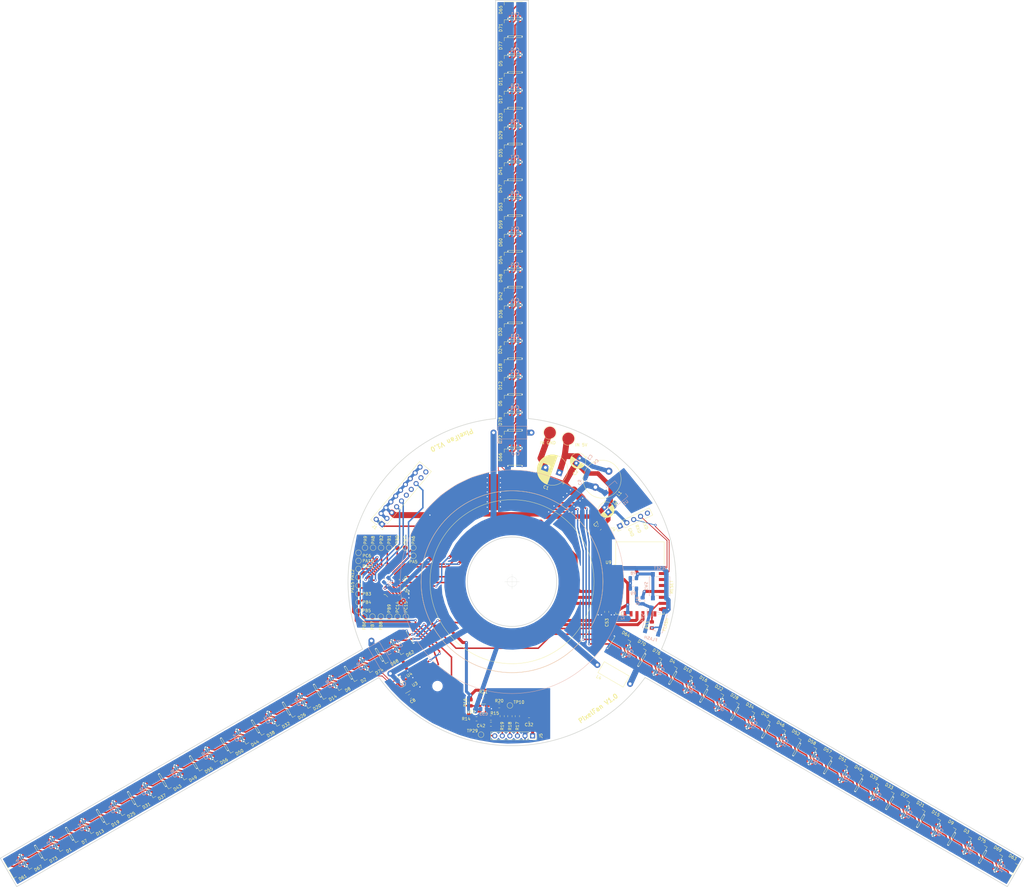
<source format=kicad_pcb>
(kicad_pcb (version 20171130) (host pcbnew "(5.1.4)-1")
  (layers (0 F.Cu signal) (31 B.Cu signal) (34 B.Paste user) (35 F.Paste user) (36 B.SilkS user) (37 F.SilkS user) (38 B.Mask user) (39 F.Mask user) (44 Edge.Cuts user))
  (net 0 "")
  (net 1 +5VD)
  (net 2 GND)
  (net 3 +5V)
  (net 4 +3V3)
  (net 5 /LEDs/VCC_LINE1)
  (net 6 /LEDs/VCC_LINE2)
  (net 7 /LEDs/VCC_LINE3)
  (net 8 "Net-(C42-Pad1)")
  (net 9 "Net-(D1-Pad1)")
  (net 10 "Net-(D1-Pad2)")
  (net 11 "Net-(D1-Pad5)")
  (net 12 "Net-(D1-Pad6)")
  (net 13 "Net-(D2-Pad1)")
  (net 14 "Net-(D2-Pad2)")
  (net 15 "Net-(D2-Pad5)")
  (net 16 "Net-(D2-Pad6)")
  (net 17 "Net-(D3-Pad6)")
  (net 18 "Net-(D3-Pad5)")
  (net 19 "Net-(D10-Pad6)")
  (net 20 "Net-(D10-Pad5)")
  (net 21 "Net-(D4-Pad5)")
  (net 22 "Net-(D4-Pad6)")
  (net 23 "Net-(D11-Pad2)")
  (net 24 "Net-(D11-Pad1)")
  (net 25 "Net-(D6-Pad6)")
  (net 26 "Net-(D6-Pad5)")
  (net 27 "Net-(D12-Pad5)")
  (net 28 "Net-(D12-Pad6)")
  (net 29 "Net-(D13-Pad1)")
  (net 30 "Net-(D13-Pad2)")
  (net 31 "Net-(D14-Pad5)")
  (net 32 "Net-(D14-Pad6)")
  (net 33 "Net-(D15-Pad2)")
  (net 34 "Net-(D15-Pad1)")
  (net 35 "Net-(D10-Pad2)")
  (net 36 "Net-(D10-Pad1)")
  (net 37 "Net-(D11-Pad5)")
  (net 38 "Net-(D11-Pad6)")
  (net 39 "Net-(D12-Pad1)")
  (net 40 "Net-(D12-Pad2)")
  (net 41 "Net-(D13-Pad5)")
  (net 42 "Net-(D13-Pad6)")
  (net 43 "Net-(D14-Pad1)")
  (net 44 "Net-(D14-Pad2)")
  (net 45 "Net-(D15-Pad6)")
  (net 46 "Net-(D15-Pad5)")
  (net 47 "Net-(D16-Pad1)")
  (net 48 "Net-(D16-Pad2)")
  (net 49 "Net-(D17-Pad6)")
  (net 50 "Net-(D17-Pad5)")
  (net 51 "Net-(D18-Pad1)")
  (net 52 "Net-(D18-Pad2)")
  (net 53 "Net-(D19-Pad6)")
  (net 54 "Net-(D19-Pad5)")
  (net 55 "Net-(D20-Pad2)")
  (net 56 "Net-(D20-Pad1)")
  (net 57 "Net-(D21-Pad5)")
  (net 58 "Net-(D21-Pad6)")
  (net 59 "Net-(D22-Pad2)")
  (net 60 "Net-(D22-Pad1)")
  (net 61 "Net-(D23-Pad5)")
  (net 62 "Net-(D23-Pad6)")
  (net 63 "Net-(D24-Pad2)")
  (net 64 "Net-(D24-Pad1)")
  (net 65 "Net-(D25-Pad5)")
  (net 66 "Net-(D25-Pad6)")
  (net 67 "Net-(D26-Pad1)")
  (net 68 "Net-(D26-Pad2)")
  (net 69 "Net-(D27-Pad5)")
  (net 70 "Net-(D27-Pad6)")
  (net 71 "Net-(D28-Pad1)")
  (net 72 "Net-(D28-Pad2)")
  (net 73 "Net-(D29-Pad6)")
  (net 74 "Net-(D29-Pad5)")
  (net 75 "Net-(D30-Pad2)")
  (net 76 "Net-(D30-Pad1)")
  (net 77 "Net-(D31-Pad6)")
  (net 78 "Net-(D31-Pad5)")
  (net 79 "Net-(D32-Pad2)")
  (net 80 "Net-(D32-Pad1)")
  (net 81 "Net-(D33-Pad5)")
  (net 82 "Net-(D33-Pad6)")
  (net 83 "Net-(D34-Pad2)")
  (net 84 "Net-(D34-Pad1)")
  (net 85 "Net-(D35-Pad5)")
  (net 86 "Net-(D35-Pad6)")
  (net 87 "Net-(D36-Pad2)")
  (net 88 "Net-(D36-Pad1)")
  (net 89 "Net-(D37-Pad5)")
  (net 90 "Net-(D37-Pad6)")
  (net 91 "Net-(D38-Pad1)")
  (net 92 "Net-(D38-Pad2)")
  (net 93 "Net-(D39-Pad5)")
  (net 94 "Net-(D39-Pad6)")
  (net 95 "Net-(D40-Pad1)")
  (net 96 "Net-(D40-Pad2)")
  (net 97 "Net-(D41-Pad6)")
  (net 98 "Net-(D41-Pad5)")
  (net 99 "Net-(D42-Pad1)")
  (net 100 "Net-(D42-Pad2)")
  (net 101 "Net-(D43-Pad6)")
  (net 102 "Net-(D43-Pad5)")
  (net 103 "Net-(D44-Pad2)")
  (net 104 "Net-(D44-Pad1)")
  (net 105 "Net-(D45-Pad6)")
  (net 106 "Net-(D45-Pad5)")
  (net 107 "Net-(D46-Pad2)")
  (net 108 "Net-(D46-Pad1)")
  (net 109 "Net-(D47-Pad5)")
  (net 110 "Net-(D47-Pad6)")
  (net 111 "Net-(D48-Pad2)")
  (net 112 "Net-(D48-Pad1)")
  (net 113 "Net-(D49-Pad5)")
  (net 114 "Net-(D49-Pad6)")
  (net 115 "Net-(D50-Pad2)")
  (net 116 "Net-(D50-Pad1)")
  (net 117 "Net-(D51-Pad5)")
  (net 118 "Net-(D51-Pad6)")
  (net 119 "Net-(D52-Pad1)")
  (net 120 "Net-(D52-Pad2)")
  (net 121 "Net-(D53-Pad6)")
  (net 122 "Net-(D53-Pad5)")
  (net 123 "Net-(D54-Pad1)")
  (net 124 "Net-(D54-Pad2)")
  (net 125 "Net-(D55-Pad6)")
  (net 126 "Net-(D55-Pad5)")
  (net 127 "Net-(D57-Pad6)")
  (net 128 "Net-(D57-Pad5)")
  (net 129 "Net-(D59-Pad6)")
  (net 130 "Net-(D59-Pad5)")
  (net 131 "Net-(J1-Pad7)")
  (net 132 "Net-(J1-Pad9)")
  (net 133 "Net-(J1-Pad11)")
  (net 134 "Net-(J1-Pad13)")
  (net 135 "Net-(J1-Pad15)")
  (net 136 "Net-(J1-Pad17)")
  (net 137 "Net-(J1-Pad19)")
  (net 138 /ESP8266/SCLK)
  (net 139 /ESP8266/MISO)
  (net 140 /ESP8266/MOSI)
  (net 141 /ESP8266/ESP_IO1)
  (net 142 /ESP8266/ESP_IO2)
  (net 143 "Net-(J4-Pad1)")
  (net 144 "Net-(J4-Pad5)")
  (net 145 "Net-(R10-Pad2)")
  (net 146 /Beschleunigungssensor/COMP_OUT)
  (net 147 "Net-(R17-Pad1)")
  (net 148 "Net-(J5-Pad3)")
  (net 149 "Net-(J5-Pad4)")
  (net 150 "Net-(J5-Pad5)")
  (net 151 "Net-(R20-Pad1)")
  (net 152 /LEDs/CLK)
  (net 153 /LEDs/DATA)
  (net 154 "Net-(J5-Pad6)")
  (net 155 "Net-(D3-Pad2)")
  (net 156 "Net-(D3-Pad1)")
  (net 157 "Net-(D5-Pad1)")
  (net 158 "Net-(D5-Pad2)")
  (net 159 "Net-(D61-Pad6)")
  (net 160 "Net-(D61-Pad5)")
  (net 161 "Net-(D61-Pad2)")
  (net 162 "Net-(D61-Pad1)")
  (net 163 "Net-(D62-Pad6)")
  (net 164 "Net-(D62-Pad5)")
  (net 165 "Net-(D62-Pad2)")
  (net 166 "Net-(D62-Pad1)")
  (net 167 "Net-(D63-Pad6)")
  (net 168 "Net-(D63-Pad5)")
  (net 169 "Net-(D64-Pad6)")
  (net 170 "Net-(D64-Pad5)")
  (net 171 "Net-(D64-Pad2)")
  (net 172 "Net-(D64-Pad1)")
  (net 173 "Net-(D65-Pad5)")
  (net 174 "Net-(D65-Pad6)")
  (net 175 "Net-(D66-Pad6)")
  (net 176 "Net-(D66-Pad5)")
  (net 177 "Net-(D66-Pad2)")
  (net 178 "Net-(D66-Pad1)")
  (net 179 "Net-(D67-Pad5)")
  (net 180 "Net-(D67-Pad6)")
  (net 181 "Net-(D68-Pad1)")
  (net 182 "Net-(D68-Pad2)")
  (net 183 "Net-(D69-Pad5)")
  (net 184 "Net-(D69-Pad6)")
  (net 185 "Net-(D70-Pad1)")
  (net 186 "Net-(D70-Pad2)")
  (net 187 "Net-(D71-Pad6)")
  (net 188 "Net-(D71-Pad5)")
  (net 189 "Net-(D72-Pad1)")
  (net 190 "Net-(D72-Pad2)")
  (net 191 "Net-(J4-Pad3)")
  (net 192 "Net-(J4-Pad4)")
  (net 193 "Net-(R8-Pad1)")
  (net 194 "Net-(R10-Pad1)")
  (net 195 "Net-(R11-Pad2)")
  (net 196 "Net-(U9-Pad2)")
  (net 197 "Net-(U9-Pad4)")
  (net 198 "Net-(U9-Pad9)")
  (net 199 "Net-(U9-Pad10)")
  (net 200 "Net-(U9-Pad13)")
  (net 201 "Net-(U9-Pad14)")
  (net 202 "Net-(U9-Pad17)")
  (net 203 "Net-(U9-Pad19)")
  (net 204 "Net-(U9-Pad20)")
  (net 205 "Net-(PA9-Pad1)")
  (net 206 "Net-(PA5-Pad1)")
  (net 207 "Net-(PA6-Pad1)")
  (net 208 "Net-(PA7-Pad1)")
  (net 209 "Net-(PA10-Pad1)")
  (net 210 "Net-(PA11-Pad1)")
  (net 211 "Net-(PA12-Pad1)")
  (net 212 "Net-(PA15-Pad1)")
  (net 213 "Net-(PB0-Pad1)")
  (net 214 "Net-(PB1-Pad1)")
  (net 215 "Net-(PB2-Pad1)")
  (net 216 "Net-(PB4-Pad1)")
  (net 217 "Net-(PB6-Pad1)")
  (net 218 "Net-(PB7-Pad1)")
  (net 219 "Net-(PB8-Pad1)")
  (net 220 "Net-(PB9-Pad1)")
  (net 221 "Net-(PC6-Pad1)")
  (net 222 "Net-(PC14-Pad1)")
  (net 223 "Net-(PC15-Pad1)")
  (module Capacitor_THT:CP_Radial_D10.0mm_P5.00mm (layer F.Cu) (at 315.9 203.4 160)
    (fp_text reference C1 (at 2.5 -6.25 160) (layer F.SilkS))
    (fp_text value 470µF)
    (pad 1 thru_hole rect (at 0 0 160) (size 2 2) (drill 1) (layers *.Cu *.Mask) (net 1 +5VD))
    (pad 2 thru_hole circle (at 5 0 160) (size 2 2) (drill 1) (layers *.Cu *.Mask) (net 2 GND))
  )
  (module Capacitor_THT:CP_Radial_D5.0mm_P2.00mm (layer F.Cu) (at 322.7 198.6 235)
    (fp_text reference C2 (at 4.734937 -1.606354 55) (layer F.SilkS))
    (fp_text value 10u)
    (pad 1 thru_hole rect (at 0 0 235) (size 1.6 1.6) (drill 0.8) (layers *.Cu *.Mask) (net 1 +5VD))
    (pad 2 thru_hole circle (at 2 0 235) (size 1.6 1.6) (drill 0.8) (layers *.Cu *.Mask) (net 2 GND))
  )
  (module Capacitor_SMD:C_0805_2012Metric_Pad1.15x1.40mm_HandSolder (layer B.Cu) (at 324.356221 200.703157 235)
    (fp_text reference C3 (at -3.026099 -0.131941 235) (layer B.SilkS) (effects (justify mirror)))
    (fp_text value 470n)
    (pad 2 smd roundrect (at 1.025 0 235) (size 1.15 1.4) (layers B.Cu B.Paste B.Mask) (roundrect_rratio 0.217391) (net 2 GND))
    (pad 1 smd roundrect (at -1.025 0 235) (size 1.15 1.4) (layers B.Cu B.Paste B.Mask) (roundrect_rratio 0.217391) (net 1 +5VD))
  )
  (module Capacitor_SMD:C_0805_2012Metric_Pad1.15x1.40mm_HandSolder (layer B.Cu) (at 326.227115 202.099493 230)
    (fp_text reference C4 (at -3.02966 -0.033232 230) (layer B.SilkS) (effects (justify mirror)))
    (fp_text value 10n)
    (pad 1 smd roundrect (at -1.025 0 230) (size 1.15 1.4) (layers B.Cu B.Paste B.Mask) (roundrect_rratio 0.217391) (net 1 +5VD))
    (pad 2 smd roundrect (at 1.025 0 230) (size 1.15 1.4) (layers B.Cu B.Paste B.Mask) (roundrect_rratio 0.217391) (net 2 GND))
  )
  (module Capacitor_SMD:C_0805_2012Metric_Pad1.15x1.40mm_HandSolder (layer B.Cu) (at 324.652309 206.413494 100)
    (fp_text reference C5 (at 0.056862 -1.9724 100) (layer B.SilkS) (effects (justify mirror)))
    (fp_text value 470n)
    (pad 2 smd roundrect (at 1.025 0 100) (size 1.15 1.4) (layers B.Cu B.Paste B.Mask) (roundrect_rratio 0.217391) (net 2 GND))
    (pad 1 smd roundrect (at -1.025 0 100) (size 1.15 1.4) (layers B.Cu B.Paste B.Mask) (roundrect_rratio 0.217391) (net 3 +5V))
  )
  (module Capacitor_THT:CP_Radial_D5.0mm_P2.00mm (layer F.Cu) (at 331 215.1 310)
    (fp_text reference C6 (at 1 -3.75 130) (layer F.SilkS))
    (fp_text value 10u)
    (pad 2 thru_hole circle (at 2 0 310) (size 1.6 1.6) (drill 0.8) (layers *.Cu *.Mask) (net 2 GND))
    (pad 1 thru_hole rect (at 0 0 310) (size 1.6 1.6) (drill 0.8) (layers *.Cu *.Mask) (net 4 +3V3))
  )
  (module Capacitor_SMD:C_0805_2012Metric_Pad1.15x1.40mm_HandSolder (layer F.Cu) (at 329.3 222 40)
    (fp_text reference C7 (at -0.000001 -1.65 40) (layer F.SilkS))
    (fp_text value 470n)
    (pad 1 smd roundrect (at -1.025 0 40) (size 1.15 1.4) (layers F.Cu F.Paste F.Mask) (roundrect_rratio 0.217391) (net 4 +3V3))
    (pad 2 smd roundrect (at 1.025 0 40) (size 1.15 1.4) (layers F.Cu F.Paste F.Mask) (roundrect_rratio 0.217391) (net 2 GND))
  )
  (module Capacitor_SMD:C_0805_2012Metric_Pad1.15x1.40mm_HandSolder (layer F.Cu) (at 265.8 278.5 30)
    (fp_text reference C8 (at 0.029423 1.749038 30) (layer F.SilkS))
    (fp_text value 100n)
    (pad 1 smd roundrect (at -1.025 0 30) (size 1.15 1.4) (layers F.Cu F.Paste F.Mask) (roundrect_rratio 0.217391) (net 3 +5V))
    (pad 2 smd roundrect (at 1.025 0 30) (size 1.15 1.4) (layers F.Cu F.Paste F.Mask) (roundrect_rratio 0.217391) (net 2 GND))
  )
  (module Capacitor_SMD:C_0805_2012Metric_Pad1.15x1.40mm_HandSolder (layer B.Cu) (at 262.5 272.8 210)
    (fp_text reference C9 (at -0.202628 -1.849038 30) (layer B.SilkS) (effects (justify mirror)))
    (fp_text value 100n)
    (pad 2 smd roundrect (at 1.025 0 210) (size 1.15 1.4) (layers B.Cu B.Paste B.Mask) (roundrect_rratio 0.217391) (net 3 +5V))
    (pad 1 smd roundrect (at -1.025 0 210) (size 1.15 1.4) (layers B.Cu B.Paste B.Mask) (roundrect_rratio 0.217391) (net 2 GND))
  )
  (module Capacitor_SMD:C_0805_2012Metric_Pad1.15x1.40mm_HandSolder (layer B.Cu) (at 167.171318 315.533975 300)
    (fp_text reference C10 (at 0 1.65 120) (layer B.SilkS) (effects (justify mirror)))
    (fp_text value 100n)
    (pad 2 smd roundrect (at 1.025 0 300) (size 1.15 1.4) (layers B.Cu B.Paste B.Mask) (roundrect_rratio 0.217391) (net 2 GND))
    (pad 1 smd roundrect (at -1.025 0 300) (size 1.15 1.4) (layers B.Cu B.Paste B.Mask) (roundrect_rratio 0.217391) (net 5 /LEDs/VCC_LINE1))
  )
  (module Capacitor_SMD:C_0805_2012Metric_Pad1.15x1.40mm_HandSolder (layer B.Cu) (at 462.993096 335.287676 60)
    (fp_text reference C11 (at 0 1.65 60) (layer B.SilkS) (effects (justify mirror)))
    (fp_text value 100n)
    (pad 1 smd roundrect (at -1.025 0 60) (size 1.15 1.4) (layers B.Cu B.Paste B.Mask) (roundrect_rratio 0.217391) (net 6 /LEDs/VCC_LINE2))
    (pad 2 smd roundrect (at 1.025 0 60) (size 1.15 1.4) (layers B.Cu B.Paste B.Mask) (roundrect_rratio 0.217391) (net 2 GND))
  )
  (module Capacitor_SMD:C_0805_2012Metric_Pad1.15x1.40mm_HandSolder (layer B.Cu) (at 301 171.2 180)
    (fp_text reference C12 (at 0 1.65) (layer B.SilkS) (effects (justify mirror)))
    (fp_text value 100n)
    (pad 2 smd roundrect (at 1.025 0 180) (size 1.15 1.4) (layers B.Cu B.Paste B.Mask) (roundrect_rratio 0.217391) (net 2 GND))
    (pad 1 smd roundrect (at -1.025 0 180) (size 1.15 1.4) (layers B.Cu B.Paste B.Mask) (roundrect_rratio 0.217391) (net 7 /LEDs/VCC_LINE3))
  )
  (module Capacitor_SMD:C_0805_2012Metric_Pad1.15x1.40mm_HandSolder (layer B.Cu) (at 301 159.2 180)
    (fp_text reference C13 (at 0 1.65) (layer B.SilkS) (effects (justify mirror)))
    (fp_text value 100n)
    (pad 2 smd roundrect (at 1.025 0 180) (size 1.15 1.4) (layers B.Cu B.Paste B.Mask) (roundrect_rratio 0.217391) (net 2 GND))
    (pad 1 smd roundrect (at -1.025 0 180) (size 1.15 1.4) (layers B.Cu B.Paste B.Mask) (roundrect_rratio 0.217391) (net 7 /LEDs/VCC_LINE3))
  )
  (module Capacitor_SMD:C_0805_2012Metric_Pad1.15x1.40mm_HandSolder (layer B.Cu) (at 260.702062 261.533975 300)
    (fp_text reference C14 (at 0.076725 -1.800842 120) (layer B.SilkS) (effects (justify mirror)))
    (fp_text value 100n)
    (pad 2 smd roundrect (at 1.025 0 300) (size 1.15 1.4) (layers B.Cu B.Paste B.Mask) (roundrect_rratio 0.217391) (net 2 GND))
    (pad 1 smd roundrect (at -1.025 0 300) (size 1.15 1.4) (layers B.Cu B.Paste B.Mask) (roundrect_rratio 0.217391) (net 5 /LEDs/VCC_LINE1))
  )
  (module Capacitor_SMD:C_0805_2012Metric_Pad1.15x1.40mm_HandSolder (layer B.Cu) (at 452.613291 329.266025 60)
    (fp_text reference C15 (at 0 1.65 60) (layer B.SilkS) (effects (justify mirror)))
    (fp_text value 100n)
    (pad 2 smd roundrect (at 1.025 0 60) (size 1.15 1.4) (layers B.Cu B.Paste B.Mask) (roundrect_rratio 0.217391) (net 2 GND))
    (pad 1 smd roundrect (at -1.025 0 60) (size 1.15 1.4) (layers B.Cu B.Paste B.Mask) (roundrect_rratio 0.217391) (net 6 /LEDs/VCC_LINE2))
  )
  (module Capacitor_SMD:C_0805_2012Metric_Pad1.15x1.40mm_HandSolder (layer B.Cu) (at 250.309757 267.533975 300)
    (fp_text reference C16 (at 0 1.65 120) (layer B.SilkS) (effects (justify mirror)))
    (fp_text value 100n)
    (pad 1 smd roundrect (at -1.025 0 300) (size 1.15 1.4) (layers B.Cu B.Paste B.Mask) (roundrect_rratio 0.217391) (net 5 /LEDs/VCC_LINE1))
    (pad 2 smd roundrect (at 1.025 0 300) (size 1.15 1.4) (layers B.Cu B.Paste B.Mask) (roundrect_rratio 0.217391) (net 2 GND))
  )
  (module Capacitor_SMD:C_0805_2012Metric_Pad1.15x1.40mm_HandSolder (layer B.Cu) (at 379.867157 287.266025 60)
    (fp_text reference C17 (at 0 1.65 60) (layer B.SilkS) (effects (justify mirror)))
    (fp_text value 100n)
    (pad 1 smd roundrect (at -1.025 0 60) (size 1.15 1.4) (layers B.Cu B.Paste B.Mask) (roundrect_rratio 0.217391) (net 6 /LEDs/VCC_LINE2))
    (pad 2 smd roundrect (at 1.025 0 60) (size 1.15 1.4) (layers B.Cu B.Paste B.Mask) (roundrect_rratio 0.217391) (net 2 GND))
  )
  (module Capacitor_SMD:C_0805_2012Metric_Pad1.15x1.40mm_HandSolder (layer B.Cu) (at 239.917452 273.533975 300)
    (fp_text reference C18 (at 0 1.65 120) (layer B.SilkS) (effects (justify mirror)))
    (fp_text value 100n)
    (pad 2 smd roundrect (at 1.025 0 300) (size 1.15 1.4) (layers B.Cu B.Paste B.Mask) (roundrect_rratio 0.217391) (net 2 GND))
    (pad 1 smd roundrect (at -1.025 0 300) (size 1.15 1.4) (layers B.Cu B.Paste B.Mask) (roundrect_rratio 0.217391) (net 5 /LEDs/VCC_LINE1))
  )
  (module Capacitor_SMD:C_0805_2012Metric_Pad1.15x1.40mm_HandSolder (layer B.Cu) (at 442.220987 323.266025 60)
    (fp_text reference C19 (at 0 1.65 60) (layer B.SilkS) (effects (justify mirror)))
    (fp_text value 100n)
    (pad 1 smd roundrect (at -1.025 0 60) (size 1.15 1.4) (layers B.Cu B.Paste B.Mask) (roundrect_rratio 0.217391) (net 6 /LEDs/VCC_LINE2))
    (pad 2 smd roundrect (at 1.025 0 60) (size 1.15 1.4) (layers B.Cu B.Paste B.Mask) (roundrect_rratio 0.217391) (net 2 GND))
  )
  (module Capacitor_SMD:C_0805_2012Metric_Pad1.15x1.40mm_HandSolder (layer B.Cu) (at 229.525147 279.533975 300)
    (fp_text reference C20 (at 0 1.65 120) (layer B.SilkS) (effects (justify mirror)))
    (fp_text value 100n)
    (pad 1 smd roundrect (at -1.025 0 300) (size 1.15 1.4) (layers B.Cu B.Paste B.Mask) (roundrect_rratio 0.217391) (net 5 /LEDs/VCC_LINE1))
    (pad 2 smd roundrect (at 1.025 0 300) (size 1.15 1.4) (layers B.Cu B.Paste B.Mask) (roundrect_rratio 0.217391) (net 2 GND))
  )
  (module Capacitor_SMD:C_0805_2012Metric_Pad1.15x1.40mm_HandSolder (layer B.Cu) (at 421.436377 311.266025 60)
    (fp_text reference C21 (at 0 1.65 60) (layer B.SilkS) (effects (justify mirror)))
    (fp_text value 100n)
    (pad 1 smd roundrect (at -1.025 0 60) (size 1.15 1.4) (layers B.Cu B.Paste B.Mask) (roundrect_rratio 0.217391) (net 6 /LEDs/VCC_LINE2))
    (pad 2 smd roundrect (at 1.025 0 60) (size 1.15 1.4) (layers B.Cu B.Paste B.Mask) (roundrect_rratio 0.217391) (net 2 GND))
  )
  (module Capacitor_SMD:C_0805_2012Metric_Pad1.15x1.40mm_HandSolder (layer B.Cu) (at 219.132843 285.533975 300)
    (fp_text reference C22 (at 0 1.65 120) (layer B.SilkS) (effects (justify mirror)))
    (fp_text value 100n)
    (pad 2 smd roundrect (at 1.025 0 300) (size 1.15 1.4) (layers B.Cu B.Paste B.Mask) (roundrect_rratio 0.217391) (net 2 GND))
    (pad 1 smd roundrect (at -1.025 0 300) (size 1.15 1.4) (layers B.Cu B.Paste B.Mask) (roundrect_rratio 0.217391) (net 5 /LEDs/VCC_LINE1))
  )
  (module Capacitor_SMD:C_0805_2012Metric_Pad1.15x1.40mm_HandSolder (layer B.Cu) (at 431.828682 317.266025 60)
    (fp_text reference C23 (at 0 1.65 60) (layer B.SilkS) (effects (justify mirror)))
    (fp_text value 100n)
    (pad 1 smd roundrect (at -1.025 0 60) (size 1.15 1.4) (layers B.Cu B.Paste B.Mask) (roundrect_rratio 0.217391) (net 6 /LEDs/VCC_LINE2))
    (pad 2 smd roundrect (at 1.025 0 60) (size 1.15 1.4) (layers B.Cu B.Paste B.Mask) (roundrect_rratio 0.217391) (net 2 GND))
  )
  (module Capacitor_SMD:C_0805_2012Metric_Pad1.15x1.40mm_HandSolder (layer B.Cu) (at 208.740538 291.533975 300)
    (fp_text reference C24 (at 0 1.65 120) (layer B.SilkS) (effects (justify mirror)))
    (fp_text value 100n)
    (pad 1 smd roundrect (at -1.025 0 300) (size 1.15 1.4) (layers B.Cu B.Paste B.Mask) (roundrect_rratio 0.217391) (net 5 /LEDs/VCC_LINE1))
    (pad 2 smd roundrect (at 1.025 0 300) (size 1.15 1.4) (layers B.Cu B.Paste B.Mask) (roundrect_rratio 0.217391) (net 2 GND))
  )
  (module Capacitor_SMD:C_0805_2012Metric_Pad1.15x1.40mm_HandSolder (layer B.Cu) (at 400.664267 299.244375 60)
    (fp_text reference C25 (at 0 1.65 60) (layer B.SilkS) (effects (justify mirror)))
    (fp_text value 100n)
    (pad 2 smd roundrect (at 1.025 0 60) (size 1.15 1.4) (layers B.Cu B.Paste B.Mask) (roundrect_rratio 0.217391) (net 2 GND))
    (pad 1 smd roundrect (at -1.025 0 60) (size 1.15 1.4) (layers B.Cu B.Paste B.Mask) (roundrect_rratio 0.217391) (net 6 /LEDs/VCC_LINE2))
  )
  (module Capacitor_SMD:C_0805_2012Metric_Pad1.15x1.40mm_HandSolder (layer B.Cu) (at 411.056572 305.244375 60)
    (fp_text reference C27 (at 0 1.65 60) (layer B.SilkS) (effects (justify mirror)))
    (fp_text value 100n)
    (pad 2 smd roundrect (at 1.025 0 60) (size 1.15 1.4) (layers B.Cu B.Paste B.Mask) (roundrect_rratio 0.217391) (net 2 GND))
    (pad 1 smd roundrect (at -1.025 0 60) (size 1.15 1.4) (layers B.Cu B.Paste B.Mask) (roundrect_rratio 0.217391) (net 6 /LEDs/VCC_LINE2))
  )
  (module Capacitor_SMD:C_0805_2012Metric_Pad1.15x1.40mm_HandSolder (layer B.Cu) (at 187.955928 303.533975 300)
    (fp_text reference C28 (at 0 1.65 120) (layer B.SilkS) (effects (justify mirror)))
    (fp_text value 100n)
    (pad 1 smd roundrect (at -1.025 0 300) (size 1.15 1.4) (layers B.Cu B.Paste B.Mask) (roundrect_rratio 0.217391) (net 5 /LEDs/VCC_LINE1))
    (pad 2 smd roundrect (at 1.025 0 300) (size 1.15 1.4) (layers B.Cu B.Paste B.Mask) (roundrect_rratio 0.217391) (net 2 GND))
  )
  (module Capacitor_SMD:C_0805_2012Metric_Pad1.15x1.40mm_HandSolder (layer B.Cu) (at 348.690243 269.266025 60)
    (fp_text reference C29 (at 0 1.65 60) (layer B.SilkS) (effects (justify mirror)))
    (fp_text value 100n)
    (pad 1 smd roundrect (at -1.025 0 60) (size 1.15 1.4) (layers B.Cu B.Paste B.Mask) (roundrect_rratio 0.217391) (net 6 /LEDs/VCC_LINE2))
    (pad 2 smd roundrect (at 1.025 0 60) (size 1.15 1.4) (layers B.Cu B.Paste B.Mask) (roundrect_rratio 0.217391) (net 2 GND))
  )
  (module Capacitor_SMD:C_0805_2012Metric_Pad1.15x1.40mm_HandSolder (layer B.Cu) (at 177.563623 309.533975 300)
    (fp_text reference C30 (at 0 1.65 120) (layer B.SilkS) (effects (justify mirror)))
    (fp_text value 100n)
    (pad 2 smd roundrect (at 1.025 0 300) (size 1.15 1.4) (layers B.Cu B.Paste B.Mask) (roundrect_rratio 0.217391) (net 2 GND))
    (pad 1 smd roundrect (at -1.025 0 300) (size 1.15 1.4) (layers B.Cu B.Paste B.Mask) (roundrect_rratio 0.217391) (net 5 /LEDs/VCC_LINE1))
  )
  (module Capacitor_SMD:C_0805_2012Metric_Pad1.15x1.40mm_HandSolder (layer B.Cu) (at 390.259462 293.266025 60)
    (fp_text reference C31 (at 0 1.65 60) (layer B.SilkS) (effects (justify mirror)))
    (fp_text value 100n)
    (pad 1 smd roundrect (at -1.025 0 60) (size 1.15 1.4) (layers B.Cu B.Paste B.Mask) (roundrect_rratio 0.217391) (net 6 /LEDs/VCC_LINE2))
    (pad 2 smd roundrect (at 1.025 0 60) (size 1.15 1.4) (layers B.Cu B.Paste B.Mask) (roundrect_rratio 0.217391) (net 2 GND))
  )
  (module Capacitor_SMD:C_0805_2012Metric_Pad1.15x1.40mm_HandSolder (layer F.Cu) (at 305.7 286.3 180)
    (fp_text reference C32 (at 0 -1.65) (layer F.SilkS))
    (fp_text value 100n)
    (pad 1 smd roundrect (at -1.025 0 180) (size 1.15 1.4) (layers F.Cu F.Paste F.Mask) (roundrect_rratio 0.217391) (net 4 +3V3))
    (pad 2 smd roundrect (at 1.025 0 180) (size 1.15 1.4) (layers F.Cu F.Paste F.Mask) (roundrect_rratio 0.217391) (net 2 GND))
  )
  (module Capacitor_SMD:C_0805_2012Metric_Pad1.15x1.40mm_HandSolder (layer B.Cu) (at 290.5 282.7)
    (fp_text reference C33 (at 0 1.65) (layer B.SilkS) (effects (justify mirror)))
    (fp_text value 100n)
    (pad 1 smd roundrect (at -1.025 0) (size 1.15 1.4) (layers B.Cu B.Paste B.Mask) (roundrect_rratio 0.217391) (net 3 +5V))
    (pad 2 smd roundrect (at 1.025 0) (size 1.15 1.4) (layers B.Cu B.Paste B.Mask) (roundrect_rratio 0.217391) (net 2 GND))
  )
  (module Capacitor_SMD:C_0805_2012Metric_Pad1.15x1.40mm_HandSolder (layer B.Cu) (at 301 147.2 180)
    (fp_text reference C34 (at 0 1.65) (layer B.SilkS) (effects (justify mirror)))
    (fp_text value 100n)
    (pad 1 smd roundrect (at -1.025 0 180) (size 1.15 1.4) (layers B.Cu B.Paste B.Mask) (roundrect_rratio 0.217391) (net 7 /LEDs/VCC_LINE3))
    (pad 2 smd roundrect (at 1.025 0 180) (size 1.15 1.4) (layers B.Cu B.Paste B.Mask) (roundrect_rratio 0.217391) (net 2 GND))
  )
  (module Capacitor_SMD:C_0805_2012Metric_Pad1.15x1.40mm_HandSolder (layer B.Cu) (at 301 135.2 180)
    (fp_text reference C35 (at 0 1.65) (layer B.SilkS) (effects (justify mirror)))
    (fp_text value 100n)
    (pad 2 smd roundrect (at 1.025 0 180) (size 1.15 1.4) (layers B.Cu B.Paste B.Mask) (roundrect_rratio 0.217391) (net 2 GND))
    (pad 1 smd roundrect (at -1.025 0 180) (size 1.15 1.4) (layers B.Cu B.Paste B.Mask) (roundrect_rratio 0.217391) (net 7 /LEDs/VCC_LINE3))
  )
  (module Capacitor_SMD:C_0805_2012Metric_Pad1.15x1.40mm_HandSolder (layer B.Cu) (at 300.975 111.2 180)
    (fp_text reference C36 (at 0 1.65) (layer B.SilkS) (effects (justify mirror)))
    (fp_text value 100n)
    (pad 2 smd roundrect (at 1.025 0 180) (size 1.15 1.4) (layers B.Cu B.Paste B.Mask) (roundrect_rratio 0.217391) (net 2 GND))
    (pad 1 smd roundrect (at -1.025 0 180) (size 1.15 1.4) (layers B.Cu B.Paste B.Mask) (roundrect_rratio 0.217391) (net 7 /LEDs/VCC_LINE3))
  )
  (module Capacitor_SMD:C_0805_2012Metric_Pad1.15x1.40mm_HandSolder (layer B.Cu) (at 301 99.2 180)
    (fp_text reference C37 (at 0 1.65) (layer B.SilkS) (effects (justify mirror)))
    (fp_text value 100n)
    (pad 2 smd roundrect (at 1.025 0 180) (size 1.15 1.4) (layers B.Cu B.Paste B.Mask) (roundrect_rratio 0.217391) (net 2 GND))
    (pad 1 smd roundrect (at -1.025 0 180) (size 1.15 1.4) (layers B.Cu B.Paste B.Mask) (roundrect_rratio 0.217391) (net 7 /LEDs/VCC_LINE3))
  )
  (module Capacitor_SMD:C_0805_2012Metric_Pad1.15x1.40mm_HandSolder (layer B.Cu) (at 301 87.2 180)
    (fp_text reference C38 (at 0 1.65) (layer B.SilkS) (effects (justify mirror)))
    (fp_text value 100n)
    (pad 1 smd roundrect (at -1.025 0 180) (size 1.15 1.4) (layers B.Cu B.Paste B.Mask) (roundrect_rratio 0.217391) (net 7 /LEDs/VCC_LINE3))
    (pad 2 smd roundrect (at 1.025 0 180) (size 1.15 1.4) (layers B.Cu B.Paste B.Mask) (roundrect_rratio 0.217391) (net 2 GND))
  )
  (module Capacitor_SMD:C_0805_2012Metric_Pad1.15x1.40mm_HandSolder (layer B.Cu) (at 301 75.2 180)
    (fp_text reference C39 (at 0 1.65) (layer B.SilkS) (effects (justify mirror)))
    (fp_text value 100n)
    (pad 2 smd roundrect (at 1.025 0 180) (size 1.15 1.4) (layers B.Cu B.Paste B.Mask) (roundrect_rratio 0.217391) (net 2 GND))
    (pad 1 smd roundrect (at -1.025 0 180) (size 1.15 1.4) (layers B.Cu B.Paste B.Mask) (roundrect_rratio 0.217391) (net 7 /LEDs/VCC_LINE3))
  )
  (module Capacitor_SMD:C_0805_2012Metric_Pad1.15x1.40mm_HandSolder (layer B.Cu) (at 301 63.2 180)
    (fp_text reference C40 (at 0 1.65) (layer B.SilkS) (effects (justify mirror)))
    (fp_text value 100n)
    (pad 1 smd roundrect (at -1.025 0 180) (size 1.15 1.4) (layers B.Cu B.Paste B.Mask) (roundrect_rratio 0.217391) (net 7 /LEDs/VCC_LINE3))
    (pad 2 smd roundrect (at 1.025 0 180) (size 1.15 1.4) (layers B.Cu B.Paste B.Mask) (roundrect_rratio 0.217391) (net 2 GND))
  )
  (module Capacitor_SMD:C_0805_2012Metric_Pad1.15x1.40mm_HandSolder (layer B.Cu) (at 301 51.2 180)
    (fp_text reference C41 (at 0 1.65) (layer B.SilkS) (effects (justify mirror)))
    (fp_text value 100n)
    (pad 2 smd roundrect (at 1.025 0 180) (size 1.15 1.4) (layers B.Cu B.Paste B.Mask) (roundrect_rratio 0.217391) (net 2 GND))
    (pad 1 smd roundrect (at -1.025 0 180) (size 1.15 1.4) (layers B.Cu B.Paste B.Mask) (roundrect_rratio 0.217391) (net 7 /LEDs/VCC_LINE3))
  )
  (module Capacitor_SMD:C_0805_2012Metric_Pad1.15x1.40mm_HandSolder (layer F.Cu) (at 292.925 287.8)
    (fp_text reference C42 (at -3.325 0.5) (layer F.SilkS))
    (fp_text value 100n)
    (pad 1 smd roundrect (at -1.025 0) (size 1.15 1.4) (layers F.Cu F.Paste F.Mask) (roundrect_rratio 0.217391) (net 8 "Net-(C42-Pad1)"))
    (pad 2 smd roundrect (at 1.025 0) (size 1.15 1.4) (layers F.Cu F.Paste F.Mask) (roundrect_rratio 0.217391) (net 2 GND))
  )
  (module Connector_PinHeader_2.54mm:PinHeader_2x10_P2.54mm_Vertical (layer F.Cu) (at 256.4 220.7 140)
    (fp_text reference J1 (at 1.27 -2.33 140) (layer F.SilkS))
    (fp_text value Conn_02x10_Odd_Even)
    (pad 1 thru_hole rect (at 0 0 140) (size 1.7 1.7) (drill 1) (layers *.Cu *.Mask) (net 4 +3V3))
    (pad 2 thru_hole oval (at 2.54 0 140) (size 1.7 1.7) (drill 1) (layers *.Cu *.Mask) (net 4 +3V3))
    (pad 3 thru_hole oval (at 0 2.54 140) (size 1.7 1.7) (drill 1) (layers *.Cu *.Mask) (net 2 GND))
    (pad 4 thru_hole oval (at 2.54 2.54 140) (size 1.7 1.7) (drill 1) (layers *.Cu *.Mask) (net 2 GND))
    (pad 5 thru_hole oval (at 0 5.08 140) (size 1.7 1.7) (drill 1) (layers *.Cu *.Mask) (net 2 GND))
    (pad 6 thru_hole oval (at 2.54 5.08 140) (size 1.7 1.7) (drill 1) (layers *.Cu *.Mask) (net 2 GND))
    (pad 7 thru_hole oval (at 0 7.62 140) (size 1.7 1.7) (drill 1) (layers *.Cu *.Mask) (net 131 "Net-(J1-Pad7)"))
    (pad 8 thru_hole oval (at 2.54 7.62 140) (size 1.7 1.7) (drill 1) (layers *.Cu *.Mask) (net 2 GND))
    (pad 9 thru_hole oval (at 0 10.16 140) (size 1.7 1.7) (drill 1) (layers *.Cu *.Mask) (net 132 "Net-(J1-Pad9)"))
    (pad 10 thru_hole oval (at 2.54 10.16 140) (size 1.7 1.7) (drill 1) (layers *.Cu *.Mask) (net 2 GND))
    (pad 11 thru_hole oval (at 0 12.7 140) (size 1.7 1.7) (drill 1) (layers *.Cu *.Mask) (net 133 "Net-(J1-Pad11)"))
    (pad 12 thru_hole oval (at 2.54 12.7 140) (size 1.7 1.7) (drill 1) (layers *.Cu *.Mask) (net 2 GND))
    (pad 13 thru_hole oval (at 0 15.24 140) (size 1.7 1.7) (drill 1) (layers *.Cu *.Mask) (net 134 "Net-(J1-Pad13)"))
    (pad 14 thru_hole oval (at 2.54 15.24 140) (size 1.7 1.7) (drill 1) (layers *.Cu *.Mask) (net 2 GND))
    (pad 15 thru_hole oval (at 0 17.78 140) (size 1.7 1.7) (drill 1) (layers *.Cu *.Mask) (net 135 "Net-(J1-Pad15)"))
    (pad 16 thru_hole oval (at 2.54 17.78 140) (size 1.7 1.7) (drill 1) (layers *.Cu *.Mask) (net 2 GND))
    (pad 17 thru_hole oval (at 0 20.32 140) (size 1.7 1.7) (drill 1) (layers *.Cu *.Mask) (net 136 "Net-(J1-Pad17)"))
    (pad 18 thru_hole oval (at 2.54 20.32 140) (size 1.7 1.7) (drill 1) (layers *.Cu *.Mask) (net 2 GND))
    (pad 19 thru_hole oval (at 0 22.86 140) (size 1.7 1.7) (drill 1) (layers *.Cu *.Mask) (net 137 "Net-(J1-Pad19)"))
    (pad 20 thru_hole oval (at 2.54 22.86 140) (size 1.7 1.7) (drill 1) (layers *.Cu *.Mask) (net 2 GND))
  )
  (module Connector_PinHeader_2.54mm:PinHeader_1x05_P2.54mm_Vertical (layer F.Cu) (at 336.2 221.3 115)
    (fp_text reference J4 (at 0 -2.33 115) (layer F.SilkS))
    (fp_text value Conn_01x05_Male)
    (pad 1 thru_hole rect (at 0 0 115) (size 1.7 1.7) (drill 1) (layers *.Cu *.Mask) (net 143 "Net-(J4-Pad1)"))
    (pad 2 thru_hole oval (at 0 2.54 115) (size 1.7 1.7) (drill 1) (layers *.Cu *.Mask) (net 2 GND))
    (pad 3 thru_hole oval (at 0 5.08 115) (size 1.7 1.7) (drill 1) (layers *.Cu *.Mask) (net 191 "Net-(J4-Pad3)"))
    (pad 4 thru_hole oval (at 0 7.62 115) (size 1.7 1.7) (drill 1) (layers *.Cu *.Mask) (net 192 "Net-(J4-Pad4)"))
    (pad 5 thru_hole oval (at 0 10.16 115) (size 1.7 1.7) (drill 1) (layers *.Cu *.Mask) (net 144 "Net-(J4-Pad5)"))
  )
  (module Inductor_THT:L_Radial_D12.5mm_P7.00mm_Fastron_09HCP (layer F.Cu) (at 332.465893 202.928738 230)
    (fp_text reference L1 (at 3.5 -7.5 50) (layer F.SilkS))
    (fp_text value 47µH)
    (pad 1 thru_hole circle (at 0 0 230) (size 2.4 2.4) (drill 1.2) (layers *.Cu *.Mask) (net 1 +5VD))
    (pad 2 thru_hole circle (at 7 0 230) (size 2.4 2.4) (drill 1.2) (layers *.Cu *.Mask) (net 3 +5V))
  )
  (module Inductor_THT:L_Axial_L9.5mm_D4.0mm_P12.70mm_Horizontal_Fastron_SMCC (layer B.Cu) (at 259.2 270.8 120)
    (fp_text reference L2 (at 6.35 3.12 300) (layer B.SilkS) (effects (justify mirror)))
    (fp_text value 1u)
    (pad 1 thru_hole circle (at 0 0 120) (size 2 2) (drill 1) (layers *.Cu *.Mask) (net 3 +5V))
    (pad 2 thru_hole oval (at 12.7 0 120) (size 2 2) (drill 1) (layers *.Cu *.Mask) (net 5 /LEDs/VCC_LINE1))
  )
  (module Inductor_THT:L_Axial_L9.5mm_D4.0mm_P12.70mm_Horizontal_Fastron_SMCC (layer B.Cu) (at 293.8 190)
    (fp_text reference L3 (at 2.1 3.1 180) (layer B.SilkS) (effects (justify mirror)))
    (fp_text value 1u)
    (pad 2 thru_hole oval (at 12.7 0) (size 2 2) (drill 1) (layers *.Cu *.Mask) (net 7 /LEDs/VCC_LINE3))
    (pad 1 thru_hole circle (at 0 0) (size 2 2) (drill 1) (layers *.Cu *.Mask) (net 3 +5V))
  )
  (module Inductor_THT:L_Axial_L9.5mm_D4.0mm_P12.70mm_Horizontal_Fastron_SMCC (layer F.Cu) (at 328.6 267.9 330)
    (fp_text reference L4 (at 2.533013 3.387307 150) (layer F.SilkS))
    (fp_text value 1u)
    (pad 1 thru_hole circle (at 0 0 330) (size 2 2) (drill 1) (layers *.Cu *.Mask) (net 3 +5V))
    (pad 2 thru_hole oval (at 12.7 0 330) (size 2 2) (drill 1) (layers *.Cu *.Mask) (net 6 /LEDs/VCC_LINE2))
  )
  (module Resistor_SMD:R_0805_2012Metric_Pad1.15x1.40mm_HandSolder (layer B.Cu) (at 257.824784 239.475216 45)
    (fp_text reference R1 (at 0 1.65 45) (layer B.SilkS) (effects (justify mirror)))
    (fp_text value 10k)
    (pad 2 smd roundrect (at 1.025 0 45) (size 1.15 1.4) (layers B.Cu B.Paste B.Mask) (roundrect_rratio 0.217391) (net 135 "Net-(J1-Pad15)"))
    (pad 1 smd roundrect (at -1.025 0 45) (size 1.15 1.4) (layers B.Cu B.Paste B.Mask) (roundrect_rratio 0.217391) (net 4 +3V3))
  )
  (module Resistor_SMD:R_0805_2012Metric_Pad1.15x1.40mm_HandSolder (layer B.Cu) (at 340.7 238.8 180)
    (fp_text reference R8 (at 0 1.65) (layer B.SilkS) (effects (justify mirror)))
    (fp_text value 10k)
    (pad 1 smd roundrect (at -1.025 0 180) (size 1.15 1.4) (layers B.Cu B.Paste B.Mask) (roundrect_rratio 0.217391) (net 193 "Net-(R8-Pad1)"))
    (pad 2 smd roundrect (at 1.025 0 180) (size 1.15 1.4) (layers B.Cu B.Paste B.Mask) (roundrect_rratio 0.217391) (net 4 +3V3))
  )
  (module Resistor_SMD:R_0805_2012Metric_Pad1.15x1.40mm_HandSolder (layer B.Cu) (at 340.7 242.3)
    (fp_text reference R9 (at 0 1.65) (layer B.SilkS) (effects (justify mirror)))
    (fp_text value 1k)
    (pad 1 smd roundrect (at -1.025 0) (size 1.15 1.4) (layers B.Cu B.Paste B.Mask) (roundrect_rratio 0.217391) (net 4 +3V3))
    (pad 2 smd roundrect (at 1.025 0) (size 1.15 1.4) (layers B.Cu B.Paste B.Mask) (roundrect_rratio 0.217391) (net 145 "Net-(R10-Pad2)"))
  )
  (module Resistor_SMD:R_0805_2012Metric_Pad1.15x1.40mm_HandSolder (layer B.Cu) (at 343.8 246.4 270)
    (fp_text reference R10 (at 0 1.65 270) (layer B.SilkS) (effects (justify mirror)))
    (fp_text value 10k)
    (pad 2 smd roundrect (at 1.025 0 270) (size 1.15 1.4) (layers B.Cu B.Paste B.Mask) (roundrect_rratio 0.217391) (net 145 "Net-(R10-Pad2)"))
    (pad 1 smd roundrect (at -1.025 0 270) (size 1.15 1.4) (layers B.Cu B.Paste B.Mask) (roundrect_rratio 0.217391) (net 194 "Net-(R10-Pad1)"))
  )
  (module Resistor_SMD:R_0805_2012Metric_Pad1.15x1.40mm_HandSolder (layer F.Cu) (at 346.9 254.5 90)
    (fp_text reference R11 (at 0 -1.65 90) (layer F.SilkS))
    (fp_text value 2k2)
    (pad 2 smd roundrect (at 1.025 0 90) (size 1.15 1.4) (layers F.Cu F.Paste F.Mask) (roundrect_rratio 0.217391) (net 195 "Net-(R11-Pad2)"))
    (pad 1 smd roundrect (at -1.025 0 90) (size 1.15 1.4) (layers F.Cu F.Paste F.Mask) (roundrect_rratio 0.217391) (net 2 GND))
  )
  (module Resistor_SMD:R_0805_2012Metric_Pad1.15x1.40mm_HandSolder (layer F.Cu) (at 288.1 286)
    (fp_text reference R14 (at -3.5 0) (layer F.SilkS))
    (fp_text value 10k)
    (pad 1 smd roundrect (at -1.025 0) (size 1.15 1.4) (layers F.Cu F.Paste F.Mask) (roundrect_rratio 0.217391) (net 4 +3V3))
    (pad 2 smd roundrect (at 1.025 0) (size 1.15 1.4) (layers F.Cu F.Paste F.Mask) (roundrect_rratio 0.217391) (net 8 "Net-(C42-Pad1)"))
  )
  (module Resistor_SMD:R_0805_2012Metric_Pad1.15x1.40mm_HandSolder (layer F.Cu) (at 292.9 285.7)
    (fp_text reference R15 (at 1.3 -1.6) (layer F.SilkS))
    (fp_text value 10k)
    (pad 2 smd roundrect (at 1.025 0) (size 1.15 1.4) (layers F.Cu F.Paste F.Mask) (roundrect_rratio 0.217391) (net 2 GND))
    (pad 1 smd roundrect (at -1.025 0) (size 1.15 1.4) (layers F.Cu F.Paste F.Mask) (roundrect_rratio 0.217391) (net 8 "Net-(C42-Pad1)"))
  )
  (module Resistor_SMD:R_0805_2012Metric_Pad1.15x1.40mm_HandSolder (layer F.Cu) (at 286.1 280.6 270)
    (fp_text reference R16 (at -0.1 1.8 90) (layer F.SilkS))
    (fp_text value 10k)
    (pad 1 smd roundrect (at -1.025 0 270) (size 1.15 1.4) (layers F.Cu F.Paste F.Mask) (roundrect_rratio 0.217391) (net 4 +3V3))
    (pad 2 smd roundrect (at 1.025 0 270) (size 1.15 1.4) (layers F.Cu F.Paste F.Mask) (roundrect_rratio 0.217391) (net 146 /Beschleunigungssensor/COMP_OUT))
  )
  (module Resistor_SMD:R_0805_2012Metric_Pad1.15x1.40mm_HandSolder (layer F.Cu) (at 301.8 285.1 270)
    (fp_text reference R17 (at 3.3 0 90) (layer F.SilkS))
    (fp_text value 0)
    (pad 1 smd roundrect (at -1.025 0 270) (size 1.15 1.4) (layers F.Cu F.Paste F.Mask) (roundrect_rratio 0.217391) (net 147 "Net-(R17-Pad1)"))
    (pad 2 smd roundrect (at 1.025 0 270) (size 1.15 1.4) (layers F.Cu F.Paste F.Mask) (roundrect_rratio 0.217391) (net 148 "Net-(J5-Pad3)"))
  )
  (module Resistor_SMD:R_0805_2012Metric_Pad1.15x1.40mm_HandSolder (layer F.Cu) (at 299.3 285.1 270)
    (fp_text reference R18 (at 3.3 0 90) (layer F.SilkS))
    (fp_text value 0)
    (pad 2 smd roundrect (at 1.025 0 270) (size 1.15 1.4) (layers F.Cu F.Paste F.Mask) (roundrect_rratio 0.217391) (net 149 "Net-(J5-Pad4)"))
    (pad 1 smd roundrect (at -1.025 0 270) (size 1.15 1.4) (layers F.Cu F.Paste F.Mask) (roundrect_rratio 0.217391) (net 147 "Net-(R17-Pad1)"))
  )
  (module Resistor_SMD:R_0805_2012Metric_Pad1.15x1.40mm_HandSolder (layer F.Cu) (at 296.7 285.1 270)
    (fp_text reference R19 (at 3.3 0 90) (layer F.SilkS))
    (fp_text value 0)
    (pad 1 smd roundrect (at -1.025 0 270) (size 1.15 1.4) (layers F.Cu F.Paste F.Mask) (roundrect_rratio 0.217391) (net 147 "Net-(R17-Pad1)"))
    (pad 2 smd roundrect (at 1.025 0 270) (size 1.15 1.4) (layers F.Cu F.Paste F.Mask) (roundrect_rratio 0.217391) (net 150 "Net-(J5-Pad5)"))
  )
  (module Resistor_SMD:R_0805_2012Metric_Pad1.15x1.40mm_HandSolder (layer F.Cu) (at 295.7 281.6)
    (fp_text reference R20 (at 0 -1.65) (layer F.SilkS))
    (fp_text value 1k)
    (pad 2 smd roundrect (at 1.025 0) (size 1.15 1.4) (layers F.Cu F.Paste F.Mask) (roundrect_rratio 0.217391) (net 147 "Net-(R17-Pad1)"))
    (pad 1 smd roundrect (at -1.025 0) (size 1.15 1.4) (layers F.Cu F.Paste F.Mask) (roundrect_rratio 0.217391) (net 151 "Net-(R20-Pad1)"))
  )
  (module Resistor_SMD:R_0805_2012Metric_Pad1.15x1.40mm_HandSolder (layer F.Cu) (at 290.4 278.6)
    (fp_text reference R21 (at 0 -1.65) (layer F.SilkS))
    (fp_text value 100k)
    (pad 1 smd roundrect (at -1.025 0) (size 1.15 1.4) (layers F.Cu F.Paste F.Mask) (roundrect_rratio 0.217391) (net 146 /Beschleunigungssensor/COMP_OUT))
    (pad 2 smd roundrect (at 1.025 0) (size 1.15 1.4) (layers F.Cu F.Paste F.Mask) (roundrect_rratio 0.217391) (net 151 "Net-(R20-Pad1)"))
  )
  (module Button_Switch_SMD:SW_SPST_B3S-1000 (layer B.Cu) (at 349.5 241.5 270)
    (fp_text reference SW1 (at 0 4.5 270) (layer B.SilkS) (effects (justify mirror)))
    (fp_text value Reset)
    (pad 1 smd rect (at -3.975 2.25 270) (size 1.55 1.3) (layers B.Cu B.Paste B.Mask) (net 193 "Net-(R8-Pad1)"))
    (pad 1 smd rect (at 3.975 2.25 270) (size 1.55 1.3) (layers B.Cu B.Paste B.Mask) (net 193 "Net-(R8-Pad1)"))
    (pad 2 smd rect (at -3.975 -2.25 270) (size 1.55 1.3) (layers B.Cu B.Paste B.Mask) (net 2 GND))
    (pad 2 smd rect (at 3.975 -2.25 270) (size 1.55 1.3) (layers B.Cu B.Paste B.Mask) (net 2 GND))
  )
  (module Button_Switch_SMD:SW_SPST_B3S-1000 (layer B.Cu) (at 347.9 253.2 255)
    (fp_text reference SW2 (at 0 4.5 75) (layer B.SilkS) (effects (justify mirror)))
    (fp_text value Flash)
    (pad 2 smd rect (at 3.975 -2.25 255) (size 1.55 1.3) (layers B.Cu B.Paste B.Mask) (net 2 GND))
    (pad 2 smd rect (at -3.975 -2.25 255) (size 1.55 1.3) (layers B.Cu B.Paste B.Mask) (net 2 GND))
    (pad 1 smd rect (at 3.975 2.25 255) (size 1.55 1.3) (layers B.Cu B.Paste B.Mask) (net 145 "Net-(R10-Pad2)"))
    (pad 1 smd rect (at -3.975 2.25 255) (size 1.55 1.3) (layers B.Cu B.Paste B.Mask) (net 145 "Net-(R10-Pad2)"))
  )
  (module TestPoint:TestPoint_Pad_D1.5mm (layer F.Cu) (at 253.4 228.6)
    (fp_text reference PA8 (at 0 -2.6 90) (layer F.SilkS))
    (fp_text value TestPoint)
    (pad 1 smd circle (at 0 0) (size 1.5 1.5) (layers F.Cu F.Mask) (net 146 /Beschleunigungssensor/COMP_OUT))
  )
  (module TestPoint:TestPoint_Pad_D1.5mm (layer F.Cu) (at 248.5 244.1 270)
    (fp_text reference PB3 (at 0 -2.8 180) (layer F.SilkS))
    (fp_text value TestPoint)
    (pad 1 smd circle (at 0 0 270) (size 1.5 1.5) (layers F.Cu F.Mask) (net 152 /LEDs/CLK))
  )
  (module TestPoint:TestPoint_Pad_D1.5mm (layer F.Cu) (at 248.5 249.7 90)
    (fp_text reference PB5 (at 0 2.7 180) (layer F.SilkS))
    (fp_text value TestPoint)
    (pad 1 smd circle (at 0 0 90) (size 1.5 1.5) (layers F.Cu F.Mask) (net 153 /LEDs/DATA))
  )
  (module TestPoint:TestPoint_Pad_D1.5mm (layer F.Cu) (at 266.9 231.3)
    (fp_text reference PA5 (at 0 2) (layer F.SilkS))
    (fp_text value TestPoint)
    (pad 1 smd circle (at 0 0) (size 1.5 1.5) (layers F.Cu F.Mask) (net 206 "Net-(PA5-Pad1)"))
  )
  (module TestPoint:TestPoint_Pad_D1.5mm (layer F.Cu) (at 299.3 281.5)
    (fp_text reference TP10 (at 3 -1.1) (layer F.SilkS))
    (fp_text value TestPoint)
    (pad 1 smd circle (at 0 0) (size 1.5 1.5) (layers F.Cu F.Mask) (net 147 "Net-(R17-Pad1)"))
  )
  (module TestPoint:TestPoint_Pad_D1.5mm (layer F.Cu) (at 266.9 228.6 180)
    (fp_text reference PA6 (at 0 2.6 90) (layer F.SilkS))
    (fp_text value TestPoint)
    (pad 1 smd circle (at 0 0 180) (size 1.5 1.5) (layers F.Cu F.Mask) (net 207 "Net-(PA6-Pad1)"))
  )
  (module TestPoint:TestPoint_Pad_D1.5mm (layer F.Cu) (at 264.2 228.6 180)
    (fp_text reference PA7 (at 0 2.6 90) (layer F.SilkS))
    (fp_text value TestPoint)
    (pad 1 smd circle (at 0 0 180) (size 1.5 1.5) (layers F.Cu F.Mask) (net 208 "Net-(PA7-Pad1)"))
  )
  (module TestPoint:TestPoint_Pad_D1.5mm (layer F.Cu) (at 250.7 228.6)
    (fp_text reference PA9 (at 0.1 -2.6 90) (layer F.SilkS))
    (fp_text value TestPoint)
    (pad 1 smd circle (at 0 0) (size 1.5 1.5) (layers F.Cu F.Mask) (net 205 "Net-(PA9-Pad1)"))
  )
  (module TestPoint:TestPoint_Pad_D1.5mm (layer F.Cu) (at 248.5 233)
    (fp_text reference PA10 (at 3.2 0) (layer F.SilkS))
    (fp_text value TestPoint)
    (pad 1 smd circle (at 0 0) (size 1.5 1.5) (layers F.Cu F.Mask) (net 209 "Net-(PA10-Pad1)"))
  )
  (module TestPoint:TestPoint_Pad_D1.5mm (layer F.Cu) (at 248.5 235.7 180)
    (fp_text reference PA11 (at -3.2 0.9) (layer F.SilkS))
    (fp_text value TestPoint)
    (pad 1 smd circle (at 0 0 180) (size 1.5 1.5) (layers F.Cu F.Mask) (net 210 "Net-(PA11-Pad1)"))
  )
  (module TestPoint:TestPoint_Pad_D1.5mm (layer F.Cu) (at 248.5 238.5 180)
    (fp_text reference PA12 (at 2 0.8 90) (layer F.SilkS))
    (fp_text value TestPoint)
    (pad 1 smd circle (at 0 0 180) (size 1.5 1.5) (layers F.Cu F.Mask) (net 211 "Net-(PA12-Pad1)"))
  )
  (module TestPoint:TestPoint_Pad_D1.5mm (layer F.Cu) (at 248.5 241.3 90)
    (fp_text reference PA15 (at -0.6 -2 270) (layer F.SilkS))
    (fp_text value TestPoint)
    (pad 1 smd circle (at 0 0 90) (size 1.5 1.5) (layers F.Cu F.Mask) (net 212 "Net-(PA15-Pad1)"))
  )
  (module TestPoint:TestPoint_Pad_D1.5mm (layer F.Cu) (at 261.5 228.6 180)
    (fp_text reference PB0 (at 0 2.7 90) (layer F.SilkS))
    (fp_text value TestPoint)
    (pad 1 smd circle (at 0 0 180) (size 1.5 1.5) (layers F.Cu F.Mask) (net 213 "Net-(PB0-Pad1)"))
  )
  (module TestPoint:TestPoint_Pad_D1.5mm (layer F.Cu) (at 258.8 228.6 180)
    (fp_text reference PB1 (at 0 2.7 90) (layer F.SilkS))
    (fp_text value TestPoint)
    (pad 1 smd circle (at 0 0 180) (size 1.5 1.5) (layers F.Cu F.Mask) (net 214 "Net-(PB1-Pad1)"))
  )
  (module TestPoint:TestPoint_Pad_D1.5mm (layer F.Cu) (at 256.1 228.6)
    (fp_text reference PB2 (at 0.1 -2.7 90) (layer F.SilkS))
    (fp_text value TestPoint)
    (pad 1 smd circle (at 0 0) (size 1.5 1.5) (layers F.Cu F.Mask) (net 215 "Net-(PB2-Pad1)"))
  )
  (module TestPoint:TestPoint_Pad_D1.5mm (layer F.Cu) (at 248.5 246.9 90)
    (fp_text reference PB4 (at 0 2.8 180) (layer F.SilkS))
    (fp_text value TestPoint)
    (pad 1 smd circle (at 0 0 90) (size 1.5 1.5) (layers F.Cu F.Mask) (net 216 "Net-(PB4-Pad1)"))
  )
  (module TestPoint:TestPoint_Pad_D1.5mm (layer F.Cu) (at 250.4 251.7 180)
    (fp_text reference PB6 (at 0 -3 90) (layer F.SilkS))
    (fp_text value TestPoint)
    (pad 1 smd circle (at 0 0 180) (size 1.5 1.5) (layers F.Cu F.Mask) (net 217 "Net-(PB6-Pad1)"))
  )
  (module TestPoint:TestPoint_Pad_D1.5mm (layer F.Cu) (at 253.2 251.7 270)
    (fp_text reference PB7 (at 3 0 90) (layer F.SilkS))
    (fp_text value TestPoint)
    (pad 1 smd circle (at 0 0 270) (size 1.5 1.5) (layers F.Cu F.Mask) (net 218 "Net-(PB7-Pad1)"))
  )
  (module TestPoint:TestPoint_Pad_D1.5mm (layer F.Cu) (at 256 251.7 90)
    (fp_text reference PB8 (at -3.1 0 90) (layer F.SilkS))
    (fp_text value TestPoint)
    (pad 1 smd circle (at 0 0 90) (size 1.5 1.5) (layers F.Cu F.Mask) (net 219 "Net-(PB8-Pad1)"))
  )
  (module TestPoint:TestPoint_Pad_D1.5mm (layer F.Cu) (at 258.8 251.7)
    (fp_text reference PB9 (at 0 -2.7 90) (layer F.SilkS))
    (fp_text value TestPoint)
    (pad 1 smd circle (at 0 0) (size 1.5 1.5) (layers F.Cu F.Mask) (net 220 "Net-(PB9-Pad1)"))
  )
  (module TestPoint:TestPoint_Pad_D1.5mm (layer F.Cu) (at 261.6 251.7 90)
    (fp_text reference PC14 (at 3.2 0 90) (layer F.SilkS))
    (fp_text value TestPoint)
    (pad 1 smd circle (at 0 0 90) (size 1.5 1.5) (layers F.Cu F.Mask) (net 222 "Net-(PC14-Pad1)"))
  )
  (module TestPoint:TestPoint_Pad_D1.5mm (layer F.Cu) (at 264.4 251.7)
    (fp_text reference PC15 (at 0 -3.2 270) (layer F.SilkS))
    (fp_text value TestPoint)
    (pad 1 smd circle (at 0 0) (size 1.5 1.5) (layers F.Cu F.Mask) (net 223 "Net-(PC15-Pad1)"))
  )
  (module TestPoint:TestPoint_Pad_D1.5mm (layer F.Cu) (at 248.5 230.3 180)
    (fp_text reference PC6 (at -2.8 -1) (layer F.SilkS))
    (fp_text value TestPoint)
    (pad 1 smd circle (at 0 0 180) (size 1.5 1.5) (layers F.Cu F.Mask) (net 221 "Net-(PC6-Pad1)"))
  )
  (module TestPoint:TestPoint_Pad_D1.5mm (layer F.Cu) (at 289.6 291.3 270)
    (fp_text reference TP29 (at -1.3 2.9 180) (layer F.SilkS))
    (fp_text value TestPoint)
    (pad 1 smd circle (at 0 0 270) (size 1.5 1.5) (layers F.Cu F.Mask) (net 154 "Net-(J5-Pad6)"))
  )
  (module Package_TO_SOT_SMD:SOT-223-3_TabPin2 (layer B.Cu) (at 335.2 210 40)
    (fp_text reference U1 (at 0 4.5 40) (layer B.SilkS) (effects (justify mirror)))
    (fp_text value NCP1117-3.3_SOT223)
    (pad 2 smd rect (at 3.15 0 40) (size 2 3.8) (layers B.Cu B.Paste B.Mask) (net 4 +3V3))
    (pad 2 smd rect (at -3.15 0 40) (size 2 1.5) (layers B.Cu B.Paste B.Mask) (net 4 +3V3))
    (pad 3 smd rect (at -3.15 -2.3 40) (size 2 1.5) (layers B.Cu B.Paste B.Mask) (net 3 +5V))
    (pad 1 smd rect (at -3.15 2.3 40) (size 2 1.5) (layers B.Cu B.Paste B.Mask) (net 2 GND))
  )
  (module Package_QFP:LQFP-32_7x7mm_P0.8mm (layer F.Cu) (at 257.2 239.3 135)
    (fp_text reference U2 (at -4.737615 5.16188 225) (layer F.SilkS))
    (fp_text value STM32G070KxTx)
    (pad 1 smd roundrect (at -4.175 -2.8 135) (size 1.5 0.5) (layers F.Cu F.Paste F.Mask) (net 220 "Net-(PB9-Pad1)"))
    (pad 2 smd roundrect (at -4.175 -2 135) (size 1.5 0.5) (layers F.Cu F.Paste F.Mask) (net 222 "Net-(PC14-Pad1)"))
    (pad 3 smd roundrect (at -4.175 -1.2 135) (size 1.5 0.5) (layers F.Cu F.Paste F.Mask) (net 223 "Net-(PC15-Pad1)"))
    (pad 4 smd roundrect (at -4.175 -0.4 135) (size 1.5 0.5) (layers F.Cu F.Paste F.Mask) (net 4 +3V3))
    (pad 5 smd roundrect (at -4.175 0.4 135) (size 1.5 0.5) (layers F.Cu F.Paste F.Mask) (net 2 GND))
    (pad 6 smd roundrect (at -4.175 1.2 135) (size 1.5 0.5) (layers F.Cu F.Paste F.Mask) (net 135 "Net-(J1-Pad15)"))
    (pad 7 smd roundrect (at -4.175 2 135) (size 1.5 0.5) (layers F.Cu F.Paste F.Mask) (net 138 /ESP8266/SCLK))
    (pad 8 smd roundrect (at -4.175 2.8 135) (size 1.5 0.5) (layers F.Cu F.Paste F.Mask) (net 141 /ESP8266/ESP_IO1))
    (pad 9 smd roundrect (at -2.8 4.175 135) (size 0.5 1.5) (layers F.Cu F.Paste F.Mask) (net 142 /ESP8266/ESP_IO2))
    (pad 10 smd roundrect (at -2 4.175 135) (size 0.5 1.5) (layers F.Cu F.Paste F.Mask) (net 139 /ESP8266/MISO))
    (pad 11 smd roundrect (at -1.2 4.175 135) (size 0.5 1.5) (layers F.Cu F.Paste F.Mask) (net 140 /ESP8266/MOSI))
    (pad 12 smd roundrect (at -0.4 4.175 135) (size 0.5 1.5) (layers F.Cu F.Paste F.Mask) (net 206 "Net-(PA5-Pad1)"))
    (pad 13 smd roundrect (at 0.4 4.175 135) (size 0.5 1.5) (layers F.Cu F.Paste F.Mask) (net 207 "Net-(PA6-Pad1)"))
    (pad 14 smd roundrect (at 1.2 4.175 135) (size 0.5 1.5) (layers F.Cu F.Paste F.Mask) (net 208 "Net-(PA7-Pad1)"))
    (pad 15 smd roundrect (at 2 4.175 135) (size 0.5 1.5) (layers F.Cu F.Paste F.Mask) (net 213 "Net-(PB0-Pad1)"))
    (pad 16 smd roundrect (at 2.8 4.175 135) (size 0.5 1.5) (layers F.Cu F.Paste F.Mask) (net 214 "Net-(PB1-Pad1)"))
    (pad 17 smd roundrect (at 4.175 2.8 135) (size 1.5 0.5) (layers F.Cu F.Paste F.Mask) (net 215 "Net-(PB2-Pad1)"))
    (pad 18 smd roundrect (at 4.175 2 135) (size 1.5 0.5) (layers F.Cu F.Paste F.Mask) (net 146 /Beschleunigungssensor/COMP_OUT))
    (pad 19 smd roundrect (at 4.175 1.2 135) (size 1.5 0.5) (layers F.Cu F.Paste F.Mask) (net 205 "Net-(PA9-Pad1)"))
    (pad 20 smd roundrect (at 4.175 0.4 135) (size 1.5 0.5) (layers F.Cu F.Paste F.Mask) (net 221 "Net-(PC6-Pad1)"))
    (pad 21 smd roundrect (at 4.175 -0.4 135) (size 1.5 0.5) (layers F.Cu F.Paste F.Mask) (net 209 "Net-(PA10-Pad1)"))
    (pad 22 smd roundrect (at 4.175 -1.2 135) (size 1.5 0.5) (layers F.Cu F.Paste F.Mask) (net 210 "Net-(PA11-Pad1)"))
    (pad 23 smd roundrect (at 4.175 -2 135) (size 1.5 0.5) (layers F.Cu F.Paste F.Mask) (net 211 "Net-(PA12-Pad1)"))
    (pad 24 smd roundrect (at 4.175 -2.8 135) (size 1.5 0.5) (layers F.Cu F.Paste F.Mask) (net 131 "Net-(J1-Pad7)"))
    (pad 25 smd roundrect (at 2.8 -4.175 135) (size 0.5 1.5) (layers F.Cu F.Paste F.Mask) (net 132 "Net-(J1-Pad9)"))
    (pad 26 smd roundrect (at 2 -4.175 135) (size 0.5 1.5) (layers F.Cu F.Paste F.Mask) (net 212 "Net-(PA15-Pad1)"))
    (pad 27 smd roundrect (at 1.2 -4.175 135) (size 0.5 1.5) (layers F.Cu F.Paste F.Mask) (net 152 /LEDs/CLK))
    (pad 28 smd roundrect (at 0.4 -4.175 135) (size 0.5 1.5) (layers F.Cu F.Paste F.Mask) (net 216 "Net-(PB4-Pad1)"))
    (pad 29 smd roundrect (at -0.4 -4.175 135) (size 0.5 1.5) (layers F.Cu F.Paste F.Mask) (net 153 /LEDs/DATA))
    (pad 30 smd roundrect (at -1.2 -4.175 135) (size 0.5 1.5) (layers F.Cu F.Paste F.Mask) (net 217 "Net-(PB6-Pad1)"))
    (pad 31 smd roundrect (at -2 -4.175 135) (size 0.5 1.5) (layers F.Cu F.Paste F.Mask) (net 218 "Net-(PB7-Pad1)"))
    (pad 32 smd roundrect (at -2.8 -4.175 135) (size 0.5 1.5) (layers F.Cu F.Paste F.Mask) (net 219 "Net-(PB8-Pad1)"))
  )
  (module Package_TO_SOT_SMD:SOT-353_SC-70-5_Handsoldering (layer F.Cu) (at 264.3 276.1 210)
    (fp_text reference U3 (at -3.534679 -0.077757 30) (layer F.SilkS))
    (fp_text value 74HCT1G125GW)
    (pad 5 smd rect (at 1.33 -0.65 210) (size 1.5 0.4) (layers F.Cu F.Paste F.Mask) (net 3 +5V))
    (pad 4 smd rect (at 1.33 0.65 210) (size 1.5 0.4) (layers F.Cu F.Paste F.Mask) (net 162 "Net-(D61-Pad1)"))
    (pad 3 smd rect (at -1.33 0.65 210) (size 1.5 0.4) (layers F.Cu F.Paste F.Mask) (net 2 GND))
    (pad 2 smd rect (at -1.33 0 210) (size 1.5 0.4) (layers F.Cu F.Paste F.Mask) (net 152 /LEDs/CLK))
    (pad 1 smd rect (at -1.33 -0.65 210) (size 1.5 0.4) (layers F.Cu F.Paste F.Mask) (net 2 GND))
  )
  (module Package_TO_SOT_SMD:SOT-353_SC-70-5_Handsoldering (layer F.Cu) (at 262.5 272.9 210)
    (fp_text reference U4 (at -3.534679 -0.077757 30) (layer F.SilkS))
    (fp_text value 74HCT1G125GW)
    (pad 1 smd rect (at -1.33 -0.65 210) (size 1.5 0.4) (layers F.Cu F.Paste F.Mask) (net 2 GND))
    (pad 2 smd rect (at -1.33 0 210) (size 1.5 0.4) (layers F.Cu F.Paste F.Mask) (net 153 /LEDs/DATA))
    (pad 3 smd rect (at -1.33 0.65 210) (size 1.5 0.4) (layers F.Cu F.Paste F.Mask) (net 2 GND))
    (pad 4 smd rect (at 1.33 0.65 210) (size 1.5 0.4) (layers F.Cu F.Paste F.Mask) (net 161 "Net-(D61-Pad2)"))
    (pad 5 smd rect (at 1.33 -0.65 210) (size 1.5 0.4) (layers F.Cu F.Paste F.Mask) (net 3 +5V))
  )
  (module RF_Module:ESP-12E (layer F.Cu) (at 342.9 238.76)
    (fp_text reference U9 (at -10.56 -5.26) (layer F.SilkS))
    (fp_text value ESP-12F)
    (pad 1 smd rect (at -7.6 -3.5) (size 2.5 1) (layers F.Cu F.Paste F.Mask) (net 193 "Net-(R8-Pad1)"))
    (pad 2 smd rect (at -7.6 -1.5) (size 2.5 1) (layers F.Cu F.Paste F.Mask) (net 196 "Net-(U9-Pad2)"))
    (pad 3 smd rect (at -7.6 0.5) (size 2.5 1) (layers F.Cu F.Paste F.Mask) (net 4 +3V3))
    (pad 4 smd rect (at -7.6 2.5) (size 2.5 1) (layers F.Cu F.Paste F.Mask) (net 197 "Net-(U9-Pad4)"))
    (pad 5 smd rect (at -7.6 4.5) (size 2.5 1) (layers F.Cu F.Paste F.Mask) (net 138 /ESP8266/SCLK))
    (pad 6 smd rect (at -7.6 6.5) (size 2.5 1) (layers F.Cu F.Paste F.Mask) (net 139 /ESP8266/MISO))
    (pad 7 smd rect (at -7.6 8.5) (size 2.5 1) (layers F.Cu F.Paste F.Mask) (net 140 /ESP8266/MOSI))
    (pad 8 smd rect (at -7.6 10.5) (size 2.5 1) (layers F.Cu F.Paste F.Mask) (net 4 +3V3))
    (pad 9 smd rect (at -5 12) (size 1 1.8) (layers F.Cu F.Paste F.Mask) (net 198 "Net-(U9-Pad9)"))
    (pad 10 smd rect (at -3 12) (size 1 1.8) (layers F.Cu F.Paste F.Mask) (net 199 "Net-(U9-Pad10)"))
    (pad 11 smd rect (at -1 12) (size 1 1.8) (layers F.Cu F.Paste F.Mask) (net 142 /ESP8266/ESP_IO2))
    (pad 12 smd rect (at 1 12) (size 1 1.8) (layers F.Cu F.Paste F.Mask) (net 141 /ESP8266/ESP_IO1))
    (pad 13 smd rect (at 3 12) (size 1 1.8) (layers F.Cu F.Paste F.Mask) (net 200 "Net-(U9-Pad13)"))
    (pad 14 smd rect (at 5 12) (size 1 1.8) (layers F.Cu F.Paste F.Mask) (net 201 "Net-(U9-Pad14)"))
    (pad 15 smd rect (at 7.6 10.5) (size 2.5 1) (layers F.Cu F.Paste F.Mask) (net 2 GND))
    (pad 16 smd rect (at 7.6 8.5) (size 2.5 1) (layers F.Cu F.Paste F.Mask) (net 195 "Net-(R11-Pad2)"))
    (pad 17 smd rect (at 7.6 6.5) (size 2.5 1) (layers F.Cu F.Paste F.Mask) (net 202 "Net-(U9-Pad17)"))
    (pad 18 smd rect (at 7.6 4.5) (size 2.5 1) (layers F.Cu F.Paste F.Mask) (net 194 "Net-(R10-Pad1)"))
    (pad 19 smd rect (at 7.6 2.5) (size 2.5 1) (layers F.Cu F.Paste F.Mask) (net 203 "Net-(U9-Pad19)"))
    (pad 20 smd rect (at 7.6 0.5) (size 2.5 1) (layers F.Cu F.Paste F.Mask) (net 204 "Net-(U9-Pad20)"))
    (pad 21 smd rect (at 7.6 -1.5) (size 2.5 1) (layers F.Cu F.Paste F.Mask) (net 191 "Net-(J4-Pad3)"))
    (pad 22 smd rect (at 7.6 -3.5) (size 2.5 1) (layers F.Cu F.Paste F.Mask) (net 192 "Net-(J4-Pad4)"))
  )
  (module Package_TO_SOT_SMD:SOT-23-5_HandSoldering (layer F.Cu) (at 290.3 282.6 180)
    (fp_text reference U11 (at 4 -1.1) (layer F.SilkS))
    (fp_text value LM397)
    (pad 1 smd rect (at -1.35 -0.95 180) (size 1.56 0.65) (layers F.Cu F.Paste F.Mask) (net 8 "Net-(C42-Pad1)"))
    (pad 2 smd rect (at -1.35 0 180) (size 1.56 0.65) (layers F.Cu F.Paste F.Mask) (net 2 GND))
    (pad 3 smd rect (at -1.35 0.95 180) (size 1.56 0.65) (layers F.Cu F.Paste F.Mask) (net 151 "Net-(R20-Pad1)"))
    (pad 4 smd rect (at 1.35 0.95 180) (size 1.56 0.65) (layers F.Cu F.Paste F.Mask) (net 146 /Beschleunigungssensor/COMP_OUT))
    (pad 5 smd rect (at 1.35 -0.95 180) (size 1.56 0.65) (layers F.Cu F.Paste F.Mask) (net 3 +5V))
  )
  (module LED_SMD:LED_RGB_5050-6 (layer F.Cu) (at 148.984785 326.033975 120)
    (fp_text reference D1 (at -4.728888 0.058625 30) (layer F.SilkS))
    (fp_text value APA102)
    (pad 1 smd rect (at -2.4 -1.7 210) (size 1.1 2) (layers F.Cu F.Paste F.Mask) (net 9 "Net-(D1-Pad1)"))
    (pad 2 smd rect (at -2.4 0 210) (size 1.1 2) (layers F.Cu F.Paste F.Mask) (net 10 "Net-(D1-Pad2)"))
    (pad 3 smd rect (at -2.4 1.7 210) (size 1.1 2) (layers F.Cu F.Paste F.Mask) (net 2 GND))
    (pad 4 smd rect (at 2.4 1.7 210) (size 1.1 2) (layers F.Cu F.Paste F.Mask) (net 5 /LEDs/VCC_LINE1))
    (pad 5 smd rect (at 2.4 0 210) (size 1.1 2) (layers F.Cu F.Paste F.Mask) (net 11 "Net-(D1-Pad5)"))
    (pad 6 smd rect (at 2.4 -1.7 210) (size 1.1 2) (layers F.Cu F.Paste F.Mask) (net 12 "Net-(D1-Pad6)"))
  )
  (module LED_SMD:LED_RGB_5050-6 (layer F.Cu) (at 247.711681 269.033975 120)
    (fp_text reference D2 (at -4.76544 0.121935 30) (layer F.SilkS))
    (fp_text value APA102)
    (pad 1 smd rect (at -2.4 -1.7 210) (size 1.1 2) (layers F.Cu F.Paste F.Mask) (net 13 "Net-(D2-Pad1)"))
    (pad 2 smd rect (at -2.4 0 210) (size 1.1 2) (layers F.Cu F.Paste F.Mask) (net 14 "Net-(D2-Pad2)"))
    (pad 3 smd rect (at -2.4 1.7 210) (size 1.1 2) (layers F.Cu F.Paste F.Mask) (net 2 GND))
    (pad 4 smd rect (at 2.4 1.7 210) (size 1.1 2) (layers F.Cu F.Paste F.Mask) (net 5 /LEDs/VCC_LINE1))
    (pad 5 smd rect (at 2.4 0 210) (size 1.1 2) (layers F.Cu F.Paste F.Mask) (net 15 "Net-(D2-Pad5)"))
    (pad 6 smd rect (at 2.4 -1.7 210) (size 1.1 2) (layers F.Cu F.Paste F.Mask) (net 16 "Net-(D2-Pad6)"))
  )
  (module LED_SMD:LED_RGB_5050-6 (layer F.Cu) (at 450.015215 327.766025 240)
    (fp_text reference D3 (at -4.713673 -0.032272 330) (layer F.SilkS))
    (fp_text value APA102)
    (pad 6 smd rect (at 2.4 -1.7 330) (size 1.1 2) (layers F.Cu F.Paste F.Mask) (net 17 "Net-(D3-Pad6)"))
    (pad 5 smd rect (at 2.4 0 330) (size 1.1 2) (layers F.Cu F.Paste F.Mask) (net 18 "Net-(D3-Pad5)"))
    (pad 4 smd rect (at 2.4 1.7 330) (size 1.1 2) (layers F.Cu F.Paste F.Mask) (net 6 /LEDs/VCC_LINE2))
    (pad 3 smd rect (at -2.4 1.7 330) (size 1.1 2) (layers F.Cu F.Paste F.Mask) (net 2 GND))
    (pad 2 smd rect (at -2.4 0 330) (size 1.1 2) (layers F.Cu F.Paste F.Mask) (net 155 "Net-(D3-Pad2)"))
    (pad 1 smd rect (at -2.4 -1.7 330) (size 1.1 2) (layers F.Cu F.Paste F.Mask) (net 156 "Net-(D3-Pad1)"))
  )
  (module LED_SMD:LED_RGB_5050-6 (layer F.Cu) (at 351.288319 270.766025 240)
    (fp_text reference D4 (at -4.777121 -0.142167 330) (layer F.SilkS))
    (fp_text value APA102)
    (pad 1 smd rect (at -2.4 -1.7 330) (size 1.1 2) (layers F.Cu F.Paste F.Mask) (net 19 "Net-(D10-Pad6)"))
    (pad 2 smd rect (at -2.4 0 330) (size 1.1 2) (layers F.Cu F.Paste F.Mask) (net 20 "Net-(D10-Pad5)"))
    (pad 3 smd rect (at -2.4 1.7 330) (size 1.1 2) (layers F.Cu F.Paste F.Mask) (net 2 GND))
    (pad 4 smd rect (at 2.4 1.7 330) (size 1.1 2) (layers F.Cu F.Paste F.Mask) (net 6 /LEDs/VCC_LINE2))
    (pad 5 smd rect (at 2.4 0 330) (size 1.1 2) (layers F.Cu F.Paste F.Mask) (net 21 "Net-(D4-Pad5)"))
    (pad 6 smd rect (at 2.4 -1.7 330) (size 1.1 2) (layers F.Cu F.Paste F.Mask) (net 22 "Net-(D4-Pad6)"))
  )
  (module LED_SMD:LED_RGB_5050-6 (layer F.Cu) (at 301 66.2)
    (fp_text reference D5 (at -4.8 0 270) (layer F.SilkS))
    (fp_text value APA102)
    (pad 1 smd rect (at -2.4 -1.7 90) (size 1.1 2) (layers F.Cu F.Paste F.Mask) (net 157 "Net-(D5-Pad1)"))
    (pad 2 smd rect (at -2.4 0 90) (size 1.1 2) (layers F.Cu F.Paste F.Mask) (net 158 "Net-(D5-Pad2)"))
    (pad 3 smd rect (at -2.4 1.7 90) (size 1.1 2) (layers F.Cu F.Paste F.Mask) (net 2 GND))
    (pad 4 smd rect (at 2.4 1.7 90) (size 1.1 2) (layers F.Cu F.Paste F.Mask) (net 7 /LEDs/VCC_LINE3))
    (pad 5 smd rect (at 2.4 0 90) (size 1.1 2) (layers F.Cu F.Paste F.Mask) (net 23 "Net-(D11-Pad2)"))
    (pad 6 smd rect (at 2.4 -1.7 90) (size 1.1 2) (layers F.Cu F.Paste F.Mask) (net 24 "Net-(D11-Pad1)"))
  )
  (module LED_SMD:LED_RGB_5050-6 (layer F.Cu) (at 301 180.2)
    (fp_text reference D6 (at -4.9 0 270) (layer F.SilkS))
    (fp_text value APA102)
    (pad 6 smd rect (at 2.4 -1.7 90) (size 1.1 2) (layers F.Cu F.Paste F.Mask) (net 25 "Net-(D6-Pad6)"))
    (pad 5 smd rect (at 2.4 0 90) (size 1.1 2) (layers F.Cu F.Paste F.Mask) (net 26 "Net-(D6-Pad5)"))
    (pad 4 smd rect (at 2.4 1.7 90) (size 1.1 2) (layers F.Cu F.Paste F.Mask) (net 7 /LEDs/VCC_LINE3))
    (pad 3 smd rect (at -2.4 1.7 90) (size 1.1 2) (layers F.Cu F.Paste F.Mask) (net 2 GND))
    (pad 2 smd rect (at -2.4 0 90) (size 1.1 2) (layers F.Cu F.Paste F.Mask) (net 27 "Net-(D12-Pad5)"))
    (pad 1 smd rect (at -2.4 -1.7 90) (size 1.1 2) (layers F.Cu F.Paste F.Mask) (net 28 "Net-(D12-Pad6)"))
  )
  (module LED_SMD:LED_RGB_5050-6 (layer F.Cu) (at 154.180937 323.033975 120)
    (fp_text reference D7 (at -4.817415 0.011958 30) (layer F.SilkS))
    (fp_text value APA102)
    (pad 6 smd rect (at 2.4 -1.7 210) (size 1.1 2) (layers F.Cu F.Paste F.Mask) (net 29 "Net-(D13-Pad1)"))
    (pad 5 smd rect (at 2.4 0 210) (size 1.1 2) (layers F.Cu F.Paste F.Mask) (net 30 "Net-(D13-Pad2)"))
    (pad 4 smd rect (at 2.4 1.7 210) (size 1.1 2) (layers F.Cu F.Paste F.Mask) (net 5 /LEDs/VCC_LINE1))
    (pad 3 smd rect (at -2.4 1.7 210) (size 1.1 2) (layers F.Cu F.Paste F.Mask) (net 2 GND))
    (pad 2 smd rect (at -2.4 0 210) (size 1.1 2) (layers F.Cu F.Paste F.Mask) (net 11 "Net-(D1-Pad5)"))
    (pad 1 smd rect (at -2.4 -1.7 210) (size 1.1 2) (layers F.Cu F.Paste F.Mask) (net 12 "Net-(D1-Pad6)"))
  )
  (module LED_SMD:LED_RGB_5050-6 (layer F.Cu) (at 242.515528 272.033975 120)
    (fp_text reference D8 (at -4.800119 -0.017999 30) (layer F.SilkS))
    (fp_text value APA102)
    (pad 6 smd rect (at 2.4 -1.7 210) (size 1.1 2) (layers F.Cu F.Paste F.Mask) (net 13 "Net-(D2-Pad1)"))
    (pad 5 smd rect (at 2.4 0 210) (size 1.1 2) (layers F.Cu F.Paste F.Mask) (net 14 "Net-(D2-Pad2)"))
    (pad 4 smd rect (at 2.4 1.7 210) (size 1.1 2) (layers F.Cu F.Paste F.Mask) (net 5 /LEDs/VCC_LINE1))
    (pad 3 smd rect (at -2.4 1.7 210) (size 1.1 2) (layers F.Cu F.Paste F.Mask) (net 2 GND))
    (pad 2 smd rect (at -2.4 0 210) (size 1.1 2) (layers F.Cu F.Paste F.Mask) (net 31 "Net-(D14-Pad5)"))
    (pad 1 smd rect (at -2.4 -1.7 210) (size 1.1 2) (layers F.Cu F.Paste F.Mask) (net 32 "Net-(D14-Pad6)"))
  )
  (module LED_SMD:LED_RGB_5050-6 (layer F.Cu) (at 444.819063 324.766025 240)
    (fp_text reference D9 (at -4.711749 -0.028939 330) (layer F.SilkS))
    (fp_text value APA102)
    (pad 1 smd rect (at -2.4 -1.7 330) (size 1.1 2) (layers F.Cu F.Paste F.Mask) (net 17 "Net-(D3-Pad6)"))
    (pad 2 smd rect (at -2.4 0 330) (size 1.1 2) (layers F.Cu F.Paste F.Mask) (net 18 "Net-(D3-Pad5)"))
    (pad 3 smd rect (at -2.4 1.7 330) (size 1.1 2) (layers F.Cu F.Paste F.Mask) (net 2 GND))
    (pad 4 smd rect (at 2.4 1.7 330) (size 1.1 2) (layers F.Cu F.Paste F.Mask) (net 6 /LEDs/VCC_LINE2))
    (pad 5 smd rect (at 2.4 0 330) (size 1.1 2) (layers F.Cu F.Paste F.Mask) (net 33 "Net-(D15-Pad2)"))
    (pad 6 smd rect (at 2.4 -1.7 330) (size 1.1 2) (layers F.Cu F.Paste F.Mask) (net 34 "Net-(D15-Pad1)"))
  )
  (module LED_SMD:LED_RGB_5050-6 (layer F.Cu) (at 356.484472 273.766025 240)
    (fp_text reference D10 (at -4.90225 0.041104 330) (layer F.SilkS))
    (fp_text value APA102)
    (pad 6 smd rect (at 2.4 -1.7 330) (size 1.1 2) (layers F.Cu F.Paste F.Mask) (net 19 "Net-(D10-Pad6)"))
    (pad 5 smd rect (at 2.4 0 330) (size 1.1 2) (layers F.Cu F.Paste F.Mask) (net 20 "Net-(D10-Pad5)"))
    (pad 4 smd rect (at 2.4 1.7 330) (size 1.1 2) (layers F.Cu F.Paste F.Mask) (net 6 /LEDs/VCC_LINE2))
    (pad 3 smd rect (at -2.4 1.7 330) (size 1.1 2) (layers F.Cu F.Paste F.Mask) (net 2 GND))
    (pad 2 smd rect (at -2.4 0 330) (size 1.1 2) (layers F.Cu F.Paste F.Mask) (net 35 "Net-(D10-Pad2)"))
    (pad 1 smd rect (at -2.4 -1.7 330) (size 1.1 2) (layers F.Cu F.Paste F.Mask) (net 36 "Net-(D10-Pad1)"))
  )
  (module LED_SMD:LED_RGB_5050-6 (layer F.Cu) (at 301 72.2)
    (fp_text reference D11 (at -4.8 0 270) (layer F.SilkS))
    (fp_text value APA102)
    (pad 1 smd rect (at -2.4 -1.7 90) (size 1.1 2) (layers F.Cu F.Paste F.Mask) (net 24 "Net-(D11-Pad1)"))
    (pad 2 smd rect (at -2.4 0 90) (size 1.1 2) (layers F.Cu F.Paste F.Mask) (net 23 "Net-(D11-Pad2)"))
    (pad 3 smd rect (at -2.4 1.7 90) (size 1.1 2) (layers F.Cu F.Paste F.Mask) (net 2 GND))
    (pad 4 smd rect (at 2.4 1.7 90) (size 1.1 2) (layers F.Cu F.Paste F.Mask) (net 7 /LEDs/VCC_LINE3))
    (pad 5 smd rect (at 2.4 0 90) (size 1.1 2) (layers F.Cu F.Paste F.Mask) (net 37 "Net-(D11-Pad5)"))
    (pad 6 smd rect (at 2.4 -1.7 90) (size 1.1 2) (layers F.Cu F.Paste F.Mask) (net 38 "Net-(D11-Pad6)"))
  )
  (module LED_SMD:LED_RGB_5050-6 (layer F.Cu) (at 301 174.2)
    (fp_text reference D12 (at -4.9 0 270) (layer F.SilkS))
    (fp_text value APA102)
    (pad 1 smd rect (at -2.4 -1.7 90) (size 1.1 2) (layers F.Cu F.Paste F.Mask) (net 39 "Net-(D12-Pad1)"))
    (pad 2 smd rect (at -2.4 0 90) (size 1.1 2) (layers F.Cu F.Paste F.Mask) (net 40 "Net-(D12-Pad2)"))
    (pad 3 smd rect (at -2.4 1.7 90) (size 1.1 2) (layers F.Cu F.Paste F.Mask) (net 2 GND))
    (pad 4 smd rect (at 2.4 1.7 90) (size 1.1 2) (layers F.Cu F.Paste F.Mask) (net 7 /LEDs/VCC_LINE3))
    (pad 5 smd rect (at 2.4 0 90) (size 1.1 2) (layers F.Cu F.Paste F.Mask) (net 27 "Net-(D12-Pad5)"))
    (pad 6 smd rect (at 2.4 -1.7 90) (size 1.1 2) (layers F.Cu F.Paste F.Mask) (net 28 "Net-(D12-Pad6)"))
  )
  (module LED_SMD:LED_RGB_5050-6 (layer F.Cu) (at 159.37709 320.033975 120)
    (fp_text reference D13 (at -4.732736 0.065289 30) (layer F.SilkS))
    (fp_text value APA102)
    (pad 1 smd rect (at -2.4 -1.7 210) (size 1.1 2) (layers F.Cu F.Paste F.Mask) (net 29 "Net-(D13-Pad1)"))
    (pad 2 smd rect (at -2.4 0 210) (size 1.1 2) (layers F.Cu F.Paste F.Mask) (net 30 "Net-(D13-Pad2)"))
    (pad 3 smd rect (at -2.4 1.7 210) (size 1.1 2) (layers F.Cu F.Paste F.Mask) (net 2 GND))
    (pad 4 smd rect (at 2.4 1.7 210) (size 1.1 2) (layers F.Cu F.Paste F.Mask) (net 5 /LEDs/VCC_LINE1))
    (pad 5 smd rect (at 2.4 0 210) (size 1.1 2) (layers F.Cu F.Paste F.Mask) (net 41 "Net-(D13-Pad5)"))
    (pad 6 smd rect (at 2.4 -1.7 210) (size 1.1 2) (layers F.Cu F.Paste F.Mask) (net 42 "Net-(D13-Pad6)"))
  )
  (module LED_SMD:LED_RGB_5050-6 (layer F.Cu) (at 237.319376 275.033975 120)
    (fp_text reference D14 (at -4.72499 0.251873 30) (layer F.SilkS))
    (fp_text value APA102)
    (pad 1 smd rect (at -2.4 -1.7 210) (size 1.1 2) (layers F.Cu F.Paste F.Mask) (net 43 "Net-(D14-Pad1)"))
    (pad 2 smd rect (at -2.4 0 210) (size 1.1 2) (layers F.Cu F.Paste F.Mask) (net 44 "Net-(D14-Pad2)"))
    (pad 3 smd rect (at -2.4 1.7 210) (size 1.1 2) (layers F.Cu F.Paste F.Mask) (net 2 GND))
    (pad 4 smd rect (at 2.4 1.7 210) (size 1.1 2) (layers F.Cu F.Paste F.Mask) (net 5 /LEDs/VCC_LINE1))
    (pad 5 smd rect (at 2.4 0 210) (size 1.1 2) (layers F.Cu F.Paste F.Mask) (net 31 "Net-(D14-Pad5)"))
    (pad 6 smd rect (at 2.4 -1.7 210) (size 1.1 2) (layers F.Cu F.Paste F.Mask) (net 32 "Net-(D14-Pad6)"))
  )
  (module LED_SMD:LED_RGB_5050-6 (layer F.Cu) (at 439.62291 321.766025 240)
    (fp_text reference D15 (at -4.759826 -0.11221 330) (layer F.SilkS))
    (fp_text value APA102)
    (pad 6 smd rect (at 2.4 -1.7 330) (size 1.1 2) (layers F.Cu F.Paste F.Mask) (net 45 "Net-(D15-Pad6)"))
    (pad 5 smd rect (at 2.4 0 330) (size 1.1 2) (layers F.Cu F.Paste F.Mask) (net 46 "Net-(D15-Pad5)"))
    (pad 4 smd rect (at 2.4 1.7 330) (size 1.1 2) (layers F.Cu F.Paste F.Mask) (net 6 /LEDs/VCC_LINE2))
    (pad 3 smd rect (at -2.4 1.7 330) (size 1.1 2) (layers F.Cu F.Paste F.Mask) (net 2 GND))
    (pad 2 smd rect (at -2.4 0 330) (size 1.1 2) (layers F.Cu F.Paste F.Mask) (net 33 "Net-(D15-Pad2)"))
    (pad 1 smd rect (at -2.4 -1.7 330) (size 1.1 2) (layers F.Cu F.Paste F.Mask) (net 34 "Net-(D15-Pad1)"))
  )
  (module LED_SMD:LED_RGB_5050-6 (layer F.Cu) (at 361.680624 276.766025 240)
    (fp_text reference D16 (at -4.867571 -0.098831 330) (layer F.SilkS))
    (fp_text value APA102)
    (pad 1 smd rect (at -2.4 -1.7 330) (size 1.1 2) (layers F.Cu F.Paste F.Mask) (net 47 "Net-(D16-Pad1)"))
    (pad 2 smd rect (at -2.4 0 330) (size 1.1 2) (layers F.Cu F.Paste F.Mask) (net 48 "Net-(D16-Pad2)"))
    (pad 3 smd rect (at -2.4 1.7 330) (size 1.1 2) (layers F.Cu F.Paste F.Mask) (net 2 GND))
    (pad 4 smd rect (at 2.4 1.7 330) (size 1.1 2) (layers F.Cu F.Paste F.Mask) (net 6 /LEDs/VCC_LINE2))
    (pad 5 smd rect (at 2.4 0 330) (size 1.1 2) (layers F.Cu F.Paste F.Mask) (net 35 "Net-(D10-Pad2)"))
    (pad 6 smd rect (at 2.4 -1.7 330) (size 1.1 2) (layers F.Cu F.Paste F.Mask) (net 36 "Net-(D10-Pad1)"))
  )
  (module LED_SMD:LED_RGB_5050-6 (layer F.Cu) (at 301 78.2)
    (fp_text reference D17 (at -4.8 0 270) (layer F.SilkS))
    (fp_text value APA102)
    (pad 6 smd rect (at 2.4 -1.7 90) (size 1.1 2) (layers F.Cu F.Paste F.Mask) (net 49 "Net-(D17-Pad6)"))
    (pad 5 smd rect (at 2.4 0 90) (size 1.1 2) (layers F.Cu F.Paste F.Mask) (net 50 "Net-(D17-Pad5)"))
    (pad 4 smd rect (at 2.4 1.7 90) (size 1.1 2) (layers F.Cu F.Paste F.Mask) (net 7 /LEDs/VCC_LINE3))
    (pad 3 smd rect (at -2.4 1.7 90) (size 1.1 2) (layers F.Cu F.Paste F.Mask) (net 2 GND))
    (pad 2 smd rect (at -2.4 0 90) (size 1.1 2) (layers F.Cu F.Paste F.Mask) (net 37 "Net-(D11-Pad5)"))
    (pad 1 smd rect (at -2.4 -1.7 90) (size 1.1 2) (layers F.Cu F.Paste F.Mask) (net 38 "Net-(D11-Pad6)"))
  )
  (module LED_SMD:LED_RGB_5050-6 (layer F.Cu) (at 301 168.2)
    (fp_text reference D18 (at -4.9 0 270) (layer F.SilkS))
    (fp_text value APA102)
    (pad 1 smd rect (at -2.4 -1.7 90) (size 1.1 2) (layers F.Cu F.Paste F.Mask) (net 51 "Net-(D18-Pad1)"))
    (pad 2 smd rect (at -2.4 0 90) (size 1.1 2) (layers F.Cu F.Paste F.Mask) (net 52 "Net-(D18-Pad2)"))
    (pad 3 smd rect (at -2.4 1.7 90) (size 1.1 2) (layers F.Cu F.Paste F.Mask) (net 2 GND))
    (pad 4 smd rect (at 2.4 1.7 90) (size 1.1 2) (layers F.Cu F.Paste F.Mask) (net 7 /LEDs/VCC_LINE3))
    (pad 5 smd rect (at 2.4 0 90) (size 1.1 2) (layers F.Cu F.Paste F.Mask) (net 40 "Net-(D12-Pad2)"))
    (pad 6 smd rect (at 2.4 -1.7 90) (size 1.1 2) (layers F.Cu F.Paste F.Mask) (net 39 "Net-(D12-Pad1)"))
  )
  (module LED_SMD:LED_RGB_5050-6 (layer F.Cu) (at 164.573242 317.033975 120)
    (fp_text reference D19 (at -4.73466 0.068622 30) (layer F.SilkS))
    (fp_text value APA102)
    (pad 6 smd rect (at 2.4 -1.7 210) (size 1.1 2) (layers F.Cu F.Paste F.Mask) (net 53 "Net-(D19-Pad6)"))
    (pad 5 smd rect (at 2.4 0 210) (size 1.1 2) (layers F.Cu F.Paste F.Mask) (net 54 "Net-(D19-Pad5)"))
    (pad 4 smd rect (at 2.4 1.7 210) (size 1.1 2) (layers F.Cu F.Paste F.Mask) (net 5 /LEDs/VCC_LINE1))
    (pad 3 smd rect (at -2.4 1.7 210) (size 1.1 2) (layers F.Cu F.Paste F.Mask) (net 2 GND))
    (pad 2 smd rect (at -2.4 0 210) (size 1.1 2) (layers F.Cu F.Paste F.Mask) (net 41 "Net-(D13-Pad5)"))
    (pad 1 smd rect (at -2.4 -1.7 210) (size 1.1 2) (layers F.Cu F.Paste F.Mask) (net 42 "Net-(D13-Pad6)"))
  )
  (module LED_SMD:LED_RGB_5050-6 (layer F.Cu) (at 232.123224 278.033975 120)
    (fp_text reference D20 (at -4.759669 0.111938 30) (layer F.SilkS))
    (fp_text value APA102)
    (pad 6 smd rect (at 2.4 -1.7 210) (size 1.1 2) (layers F.Cu F.Paste F.Mask) (net 43 "Net-(D14-Pad1)"))
    (pad 5 smd rect (at 2.4 0 210) (size 1.1 2) (layers F.Cu F.Paste F.Mask) (net 44 "Net-(D14-Pad2)"))
    (pad 4 smd rect (at 2.4 1.7 210) (size 1.1 2) (layers F.Cu F.Paste F.Mask) (net 5 /LEDs/VCC_LINE1))
    (pad 3 smd rect (at -2.4 1.7 210) (size 1.1 2) (layers F.Cu F.Paste F.Mask) (net 2 GND))
    (pad 2 smd rect (at -2.4 0 210) (size 1.1 2) (layers F.Cu F.Paste F.Mask) (net 55 "Net-(D20-Pad2)"))
    (pad 1 smd rect (at -2.4 -1.7 210) (size 1.1 2) (layers F.Cu F.Paste F.Mask) (net 56 "Net-(D20-Pad1)"))
  )
  (module LED_SMD:LED_RGB_5050-6 (layer F.Cu) (at 434.426758 318.766025 240)
    (fp_text reference D21 (at -4.894504 -0.14548 330) (layer F.SilkS))
    (fp_text value APA102)
    (pad 1 smd rect (at -2.4 -1.7 330) (size 1.1 2) (layers F.Cu F.Paste F.Mask) (net 45 "Net-(D15-Pad6)"))
    (pad 2 smd rect (at -2.4 0 330) (size 1.1 2) (layers F.Cu F.Paste F.Mask) (net 46 "Net-(D15-Pad5)"))
    (pad 3 smd rect (at -2.4 1.7 330) (size 1.1 2) (layers F.Cu F.Paste F.Mask) (net 2 GND))
    (pad 4 smd rect (at 2.4 1.7 330) (size 1.1 2) (layers F.Cu F.Paste F.Mask) (net 6 /LEDs/VCC_LINE2))
    (pad 5 smd rect (at 2.4 0 330) (size 1.1 2) (layers F.Cu F.Paste F.Mask) (net 57 "Net-(D21-Pad5)"))
    (pad 6 smd rect (at 2.4 -1.7 330) (size 1.1 2) (layers F.Cu F.Paste F.Mask) (net 58 "Net-(D21-Pad6)"))
  )
  (module LED_SMD:LED_RGB_5050-6 (layer F.Cu) (at 366.876776 279.766025 240)
    (fp_text reference D22 (at -4.869495 -0.102164 330) (layer F.SilkS))
    (fp_text value APA102)
    (pad 6 smd rect (at 2.4 -1.7 330) (size 1.1 2) (layers F.Cu F.Paste F.Mask) (net 47 "Net-(D16-Pad1)"))
    (pad 5 smd rect (at 2.4 0 330) (size 1.1 2) (layers F.Cu F.Paste F.Mask) (net 48 "Net-(D16-Pad2)"))
    (pad 4 smd rect (at 2.4 1.7 330) (size 1.1 2) (layers F.Cu F.Paste F.Mask) (net 6 /LEDs/VCC_LINE2))
    (pad 3 smd rect (at -2.4 1.7 330) (size 1.1 2) (layers F.Cu F.Paste F.Mask) (net 2 GND))
    (pad 2 smd rect (at -2.4 0 330) (size 1.1 2) (layers F.Cu F.Paste F.Mask) (net 59 "Net-(D22-Pad2)"))
    (pad 1 smd rect (at -2.4 -1.7 330) (size 1.1 2) (layers F.Cu F.Paste F.Mask) (net 60 "Net-(D22-Pad1)"))
  )
  (module LED_SMD:LED_RGB_5050-6 (layer F.Cu) (at 301 84.2)
    (fp_text reference D23 (at -4.8 0 270) (layer F.SilkS))
    (fp_text value APA102)
    (pad 1 smd rect (at -2.4 -1.7 90) (size 1.1 2) (layers F.Cu F.Paste F.Mask) (net 49 "Net-(D17-Pad6)"))
    (pad 2 smd rect (at -2.4 0 90) (size 1.1 2) (layers F.Cu F.Paste F.Mask) (net 50 "Net-(D17-Pad5)"))
    (pad 3 smd rect (at -2.4 1.7 90) (size 1.1 2) (layers F.Cu F.Paste F.Mask) (net 2 GND))
    (pad 4 smd rect (at 2.4 1.7 90) (size 1.1 2) (layers F.Cu F.Paste F.Mask) (net 7 /LEDs/VCC_LINE3))
    (pad 5 smd rect (at 2.4 0 90) (size 1.1 2) (layers F.Cu F.Paste F.Mask) (net 61 "Net-(D23-Pad5)"))
    (pad 6 smd rect (at 2.4 -1.7 90) (size 1.1 2) (layers F.Cu F.Paste F.Mask) (net 62 "Net-(D23-Pad6)"))
  )
  (module LED_SMD:LED_RGB_5050-6 (layer F.Cu) (at 301 162.2)
    (fp_text reference D24 (at -4.9 0 270) (layer F.SilkS))
    (fp_text value APA102)
    (pad 6 smd rect (at 2.4 -1.7 90) (size 1.1 2) (layers F.Cu F.Paste F.Mask) (net 51 "Net-(D18-Pad1)"))
    (pad 5 smd rect (at 2.4 0 90) (size 1.1 2) (layers F.Cu F.Paste F.Mask) (net 52 "Net-(D18-Pad2)"))
    (pad 4 smd rect (at 2.4 1.7 90) (size 1.1 2) (layers F.Cu F.Paste F.Mask) (net 7 /LEDs/VCC_LINE3))
    (pad 3 smd rect (at -2.4 1.7 90) (size 1.1 2) (layers F.Cu F.Paste F.Mask) (net 2 GND))
    (pad 2 smd rect (at -2.4 0 90) (size 1.1 2) (layers F.Cu F.Paste F.Mask) (net 63 "Net-(D24-Pad2)"))
    (pad 1 smd rect (at -2.4 -1.7 90) (size 1.1 2) (layers F.Cu F.Paste F.Mask) (net 64 "Net-(D24-Pad1)"))
  )
  (module LED_SMD:LED_RGB_5050-6 (layer F.Cu) (at 169.769395 314.033975 120)
    (fp_text reference D25 (at -4.873186 0.108556 30) (layer F.SilkS))
    (fp_text value APA102)
    (pad 1 smd rect (at -2.4 -1.7 210) (size 1.1 2) (layers F.Cu F.Paste F.Mask) (net 53 "Net-(D19-Pad6)"))
    (pad 2 smd rect (at -2.4 0 210) (size 1.1 2) (layers F.Cu F.Paste F.Mask) (net 54 "Net-(D19-Pad5)"))
    (pad 3 smd rect (at -2.4 1.7 210) (size 1.1 2) (layers F.Cu F.Paste F.Mask) (net 2 GND))
    (pad 4 smd rect (at 2.4 1.7 210) (size 1.1 2) (layers F.Cu F.Paste F.Mask) (net 5 /LEDs/VCC_LINE1))
    (pad 5 smd rect (at 2.4 0 210) (size 1.1 2) (layers F.Cu F.Paste F.Mask) (net 65 "Net-(D25-Pad5)"))
    (pad 6 smd rect (at 2.4 -1.7 210) (size 1.1 2) (layers F.Cu F.Paste F.Mask) (net 66 "Net-(D25-Pad6)"))
  )
  (module LED_SMD:LED_RGB_5050-6 (layer F.Cu) (at 226.927071 281.033975 120)
    (fp_text reference D26 (at -4.807745 0.195209 30) (layer F.SilkS))
    (fp_text value APA102)
    (pad 1 smd rect (at -2.4 -1.7 210) (size 1.1 2) (layers F.Cu F.Paste F.Mask) (net 67 "Net-(D26-Pad1)"))
    (pad 2 smd rect (at -2.4 0 210) (size 1.1 2) (layers F.Cu F.Paste F.Mask) (net 68 "Net-(D26-Pad2)"))
    (pad 3 smd rect (at -2.4 1.7 210) (size 1.1 2) (layers F.Cu F.Paste F.Mask) (net 2 GND))
    (pad 4 smd rect (at 2.4 1.7 210) (size 1.1 2) (layers F.Cu F.Paste F.Mask) (net 5 /LEDs/VCC_LINE1))
    (pad 5 smd rect (at 2.4 0 210) (size 1.1 2) (layers F.Cu F.Paste F.Mask) (net 55 "Net-(D20-Pad2)"))
    (pad 6 smd rect (at 2.4 -1.7 210) (size 1.1 2) (layers F.Cu F.Paste F.Mask) (net 56 "Net-(D20-Pad1)"))
  )
  (module LED_SMD:LED_RGB_5050-6 (layer F.Cu) (at 429.230605 315.766025 240)
    (fp_text reference D27 (at -4.755978 -0.105546 330) (layer F.SilkS))
    (fp_text value APA102)
    (pad 1 smd rect (at -2.4 -1.7 330) (size 1.1 2) (layers F.Cu F.Paste F.Mask) (net 58 "Net-(D21-Pad6)"))
    (pad 2 smd rect (at -2.4 0 330) (size 1.1 2) (layers F.Cu F.Paste F.Mask) (net 57 "Net-(D21-Pad5)"))
    (pad 3 smd rect (at -2.4 1.7 330) (size 1.1 2) (layers F.Cu F.Paste F.Mask) (net 2 GND))
    (pad 4 smd rect (at 2.4 1.7 330) (size 1.1 2) (layers F.Cu F.Paste F.Mask) (net 6 /LEDs/VCC_LINE2))
    (pad 5 smd rect (at 2.4 0 330) (size 1.1 2) (layers F.Cu F.Paste F.Mask) (net 69 "Net-(D27-Pad5)"))
    (pad 6 smd rect (at 2.4 -1.7 330) (size 1.1 2) (layers F.Cu F.Paste F.Mask) (net 70 "Net-(D27-Pad6)"))
  )
  (module LED_SMD:LED_RGB_5050-6 (layer F.Cu) (at 372.072929 282.766025 240)
    (fp_text reference D28 (at -4.958022 -0.055495 330) (layer F.SilkS))
    (fp_text value APA102)
    (pad 1 smd rect (at -2.4 -1.7 330) (size 1.1 2) (layers F.Cu F.Paste F.Mask) (net 71 "Net-(D28-Pad1)"))
    (pad 2 smd rect (at -2.4 0 330) (size 1.1 2) (layers F.Cu F.Paste F.Mask) (net 72 "Net-(D28-Pad2)"))
    (pad 3 smd rect (at -2.4 1.7 330) (size 1.1 2) (layers F.Cu F.Paste F.Mask) (net 2 GND))
    (pad 4 smd rect (at 2.4 1.7 330) (size 1.1 2) (layers F.Cu F.Paste F.Mask) (net 6 /LEDs/VCC_LINE2))
    (pad 5 smd rect (at 2.4 0 330) (size 1.1 2) (layers F.Cu F.Paste F.Mask) (net 59 "Net-(D22-Pad2)"))
    (pad 6 smd rect (at 2.4 -1.7 330) (size 1.1 2) (layers F.Cu F.Paste F.Mask) (net 60 "Net-(D22-Pad1)"))
  )
  (module LED_SMD:LED_RGB_5050-6 (layer F.Cu) (at 301 90.2)
    (fp_text reference D29 (at -4.8 0 270) (layer F.SilkS))
    (fp_text value APA102)
    (pad 6 smd rect (at 2.4 -1.7 90) (size 1.1 2) (layers F.Cu F.Paste F.Mask) (net 73 "Net-(D29-Pad6)"))
    (pad 5 smd rect (at 2.4 0 90) (size 1.1 2) (layers F.Cu F.Paste F.Mask) (net 74 "Net-(D29-Pad5)"))
    (pad 4 smd rect (at 2.4 1.7 90) (size 1.1 2) (layers F.Cu F.Paste F.Mask) (net 7 /LEDs/VCC_LINE3))
    (pad 3 smd rect (at -2.4 1.7 90) (size 1.1 2) (layers F.Cu F.Paste F.Mask) (net 2 GND))
    (pad 2 smd rect (at -2.4 0 90) (size 1.1 2) (layers F.Cu F.Paste F.Mask) (net 61 "Net-(D23-Pad5)"))
    (pad 1 smd rect (at -2.4 -1.7 90) (size 1.1 2) (layers F.Cu F.Paste F.Mask) (net 62 "Net-(D23-Pad6)"))
  )
  (module LED_SMD:LED_RGB_5050-6 (layer F.Cu) (at 301 156.2)
    (fp_text reference D30 (at -4.9 0 270) (layer F.SilkS))
    (fp_text value APA102)
    (pad 6 smd rect (at 2.4 -1.7 90) (size 1.1 2) (layers F.Cu F.Paste F.Mask) (net 64 "Net-(D24-Pad1)"))
    (pad 5 smd rect (at 2.4 0 90) (size 1.1 2) (layers F.Cu F.Paste F.Mask) (net 63 "Net-(D24-Pad2)"))
    (pad 4 smd rect (at 2.4 1.7 90) (size 1.1 2) (layers F.Cu F.Paste F.Mask) (net 7 /LEDs/VCC_LINE3))
    (pad 3 smd rect (at -2.4 1.7 90) (size 1.1 2) (layers F.Cu F.Paste F.Mask) (net 2 GND))
    (pad 2 smd rect (at -2.4 0 90) (size 1.1 2) (layers F.Cu F.Paste F.Mask) (net 75 "Net-(D30-Pad2)"))
    (pad 1 smd rect (at -2.4 -1.7 90) (size 1.1 2) (layers F.Cu F.Paste F.Mask) (net 76 "Net-(D30-Pad1)"))
  )
  (module LED_SMD:LED_RGB_5050-6 (layer F.Cu) (at 174.965547 311.033975 120)
    (fp_text reference D31 (at -4.738507 0.075286 30) (layer F.SilkS))
    (fp_text value APA102)
    (pad 6 smd rect (at 2.4 -1.7 210) (size 1.1 2) (layers F.Cu F.Paste F.Mask) (net 77 "Net-(D31-Pad6)"))
    (pad 5 smd rect (at 2.4 0 210) (size 1.1 2) (layers F.Cu F.Paste F.Mask) (net 78 "Net-(D31-Pad5)"))
    (pad 4 smd rect (at 2.4 1.7 210) (size 1.1 2) (layers F.Cu F.Paste F.Mask) (net 5 /LEDs/VCC_LINE1))
    (pad 3 smd rect (at -2.4 1.7 210) (size 1.1 2) (layers F.Cu F.Paste F.Mask) (net 2 GND))
    (pad 2 smd rect (at -2.4 0 210) (size 1.1 2) (layers F.Cu F.Paste F.Mask) (net 65 "Net-(D25-Pad5)"))
    (pad 1 smd rect (at -2.4 -1.7 210) (size 1.1 2) (layers F.Cu F.Paste F.Mask) (net 66 "Net-(D25-Pad6)"))
  )
  (module LED_SMD:LED_RGB_5050-6 (layer F.Cu) (at 221.730919 284.033975 120)
    (fp_text reference D32 (at -4.755821 0.105274 30) (layer F.SilkS))
    (fp_text value APA102)
    (pad 6 smd rect (at 2.4 -1.7 210) (size 1.1 2) (layers F.Cu F.Paste F.Mask) (net 67 "Net-(D26-Pad1)"))
    (pad 5 smd rect (at 2.4 0 210) (size 1.1 2) (layers F.Cu F.Paste F.Mask) (net 68 "Net-(D26-Pad2)"))
    (pad 4 smd rect (at 2.4 1.7 210) (size 1.1 2) (layers F.Cu F.Paste F.Mask) (net 5 /LEDs/VCC_LINE1))
    (pad 3 smd rect (at -2.4 1.7 210) (size 1.1 2) (layers F.Cu F.Paste F.Mask) (net 2 GND))
    (pad 2 smd rect (at -2.4 0 210) (size 1.1 2) (layers F.Cu F.Paste F.Mask) (net 79 "Net-(D32-Pad2)"))
    (pad 1 smd rect (at -2.4 -1.7 210) (size 1.1 2) (layers F.Cu F.Paste F.Mask) (net 80 "Net-(D32-Pad1)"))
  )
  (module LED_SMD:LED_RGB_5050-6 (layer F.Cu) (at 424.034453 312.766025 240)
    (fp_text reference D33 (at -4.840657 -0.052214 330) (layer F.SilkS))
    (fp_text value APA102)
    (pad 1 smd rect (at -2.4 -1.7 330) (size 1.1 2) (layers F.Cu F.Paste F.Mask) (net 70 "Net-(D27-Pad6)"))
    (pad 2 smd rect (at -2.4 0 330) (size 1.1 2) (layers F.Cu F.Paste F.Mask) (net 69 "Net-(D27-Pad5)"))
    (pad 3 smd rect (at -2.4 1.7 330) (size 1.1 2) (layers F.Cu F.Paste F.Mask) (net 2 GND))
    (pad 4 smd rect (at 2.4 1.7 330) (size 1.1 2) (layers F.Cu F.Paste F.Mask) (net 6 /LEDs/VCC_LINE2))
    (pad 5 smd rect (at 2.4 0 330) (size 1.1 2) (layers F.Cu F.Paste F.Mask) (net 81 "Net-(D33-Pad5)"))
    (pad 6 smd rect (at 2.4 -1.7 330) (size 1.1 2) (layers F.Cu F.Paste F.Mask) (net 82 "Net-(D33-Pad6)"))
  )
  (module LED_SMD:LED_RGB_5050-6 (layer F.Cu) (at 377.269081 285.766025 240)
    (fp_text reference D34 (at -4.873343 -0.108828 330) (layer F.SilkS))
    (fp_text value APA102)
    (pad 6 smd rect (at 2.4 -1.7 330) (size 1.1 2) (layers F.Cu F.Paste F.Mask) (net 71 "Net-(D28-Pad1)"))
    (pad 5 smd rect (at 2.4 0 330) (size 1.1 2) (layers F.Cu F.Paste F.Mask) (net 72 "Net-(D28-Pad2)"))
    (pad 4 smd rect (at 2.4 1.7 330) (size 1.1 2) (layers F.Cu F.Paste F.Mask) (net 6 /LEDs/VCC_LINE2))
    (pad 3 smd rect (at -2.4 1.7 330) (size 1.1 2) (layers F.Cu F.Paste F.Mask) (net 2 GND))
    (pad 2 smd rect (at -2.4 0 330) (size 1.1 2) (layers F.Cu F.Paste F.Mask) (net 83 "Net-(D34-Pad2)"))
    (pad 1 smd rect (at -2.4 -1.7 330) (size 1.1 2) (layers F.Cu F.Paste F.Mask) (net 84 "Net-(D34-Pad1)"))
  )
  (module LED_SMD:LED_RGB_5050-6 (layer F.Cu) (at 301 96.2)
    (fp_text reference D35 (at -4.8 0 270) (layer F.SilkS))
    (fp_text value APA102)
    (pad 1 smd rect (at -2.4 -1.7 90) (size 1.1 2) (layers F.Cu F.Paste F.Mask) (net 73 "Net-(D29-Pad6)"))
    (pad 2 smd rect (at -2.4 0 90) (size 1.1 2) (layers F.Cu F.Paste F.Mask) (net 74 "Net-(D29-Pad5)"))
    (pad 3 smd rect (at -2.4 1.7 90) (size 1.1 2) (layers F.Cu F.Paste F.Mask) (net 2 GND))
    (pad 4 smd rect (at 2.4 1.7 90) (size 1.1 2) (layers F.Cu F.Paste F.Mask) (net 7 /LEDs/VCC_LINE3))
    (pad 5 smd rect (at 2.4 0 90) (size 1.1 2) (layers F.Cu F.Paste F.Mask) (net 85 "Net-(D35-Pad5)"))
    (pad 6 smd rect (at 2.4 -1.7 90) (size 1.1 2) (layers F.Cu F.Paste F.Mask) (net 86 "Net-(D35-Pad6)"))
  )
  (module LED_SMD:LED_RGB_5050-6 (layer F.Cu) (at 301 150.2)
    (fp_text reference D36 (at -4.8 0 270) (layer F.SilkS))
    (fp_text value APA102)
    (pad 6 smd rect (at 2.4 -1.7 90) (size 1.1 2) (layers F.Cu F.Paste F.Mask) (net 76 "Net-(D30-Pad1)"))
    (pad 5 smd rect (at 2.4 0 90) (size 1.1 2) (layers F.Cu F.Paste F.Mask) (net 75 "Net-(D30-Pad2)"))
    (pad 4 smd rect (at 2.4 1.7 90) (size 1.1 2) (layers F.Cu F.Paste F.Mask) (net 7 /LEDs/VCC_LINE3))
    (pad 3 smd rect (at -2.4 1.7 90) (size 1.1 2) (layers F.Cu F.Paste F.Mask) (net 2 GND))
    (pad 2 smd rect (at -2.4 0 90) (size 1.1 2) (layers F.Cu F.Paste F.Mask) (net 87 "Net-(D36-Pad2)"))
    (pad 1 smd rect (at -2.4 -1.7 90) (size 1.1 2) (layers F.Cu F.Paste F.Mask) (net 88 "Net-(D36-Pad1)"))
  )
  (module LED_SMD:LED_RGB_5050-6 (layer F.Cu) (at 180.161699 308.033975 120)
    (fp_text reference D37 (at -4.827034 0.028618 30) (layer F.SilkS))
    (fp_text value APA102)
    (pad 1 smd rect (at -2.4 -1.7 210) (size 1.1 2) (layers F.Cu F.Paste F.Mask) (net 77 "Net-(D31-Pad6)"))
    (pad 2 smd rect (at -2.4 0 210) (size 1.1 2) (layers F.Cu F.Paste F.Mask) (net 78 "Net-(D31-Pad5)"))
    (pad 3 smd rect (at -2.4 1.7 210) (size 1.1 2) (layers F.Cu F.Paste F.Mask) (net 2 GND))
    (pad 4 smd rect (at 2.4 1.7 210) (size 1.1 2) (layers F.Cu F.Paste F.Mask) (net 5 /LEDs/VCC_LINE1))
    (pad 5 smd rect (at 2.4 0 210) (size 1.1 2) (layers F.Cu F.Paste F.Mask) (net 89 "Net-(D37-Pad5)"))
    (pad 6 smd rect (at 2.4 -1.7 210) (size 1.1 2) (layers F.Cu F.Paste F.Mask) (net 90 "Net-(D37-Pad6)"))
  )
  (module LED_SMD:LED_RGB_5050-6 (layer F.Cu) (at 216.534766 287.033975 120)
    (fp_text reference D38 (at -4.803898 0.188545 30) (layer F.SilkS))
    (fp_text value APA102)
    (pad 1 smd rect (at -2.4 -1.7 210) (size 1.1 2) (layers F.Cu F.Paste F.Mask) (net 91 "Net-(D38-Pad1)"))
    (pad 2 smd rect (at -2.4 0 210) (size 1.1 2) (layers F.Cu F.Paste F.Mask) (net 92 "Net-(D38-Pad2)"))
    (pad 3 smd rect (at -2.4 1.7 210) (size 1.1 2) (layers F.Cu F.Paste F.Mask) (net 2 GND))
    (pad 4 smd rect (at 2.4 1.7 210) (size 1.1 2) (layers F.Cu F.Paste F.Mask) (net 5 /LEDs/VCC_LINE1))
    (pad 5 smd rect (at 2.4 0 210) (size 1.1 2) (layers F.Cu F.Paste F.Mask) (net 79 "Net-(D32-Pad2)"))
    (pad 6 smd rect (at 2.4 -1.7 210) (size 1.1 2) (layers F.Cu F.Paste F.Mask) (net 80 "Net-(D32-Pad1)"))
  )
  (module LED_SMD:LED_RGB_5050-6 (layer F.Cu) (at 418.838301 309.766025 240)
    (fp_text reference D39 (at -4.888733 -0.135484 330) (layer F.SilkS))
    (fp_text value APA102)
    (pad 1 smd rect (at -2.4 -1.7 330) (size 1.1 2) (layers F.Cu F.Paste F.Mask) (net 82 "Net-(D33-Pad6)"))
    (pad 2 smd rect (at -2.4 0 330) (size 1.1 2) (layers F.Cu F.Paste F.Mask) (net 81 "Net-(D33-Pad5)"))
    (pad 3 smd rect (at -2.4 1.7 330) (size 1.1 2) (layers F.Cu F.Paste F.Mask) (net 2 GND))
    (pad 4 smd rect (at 2.4 1.7 330) (size 1.1 2) (layers F.Cu F.Paste F.Mask) (net 6 /LEDs/VCC_LINE2))
    (pad 5 smd rect (at 2.4 0 330) (size 1.1 2) (layers F.Cu F.Paste F.Mask) (net 93 "Net-(D39-Pad5)"))
    (pad 6 smd rect (at 2.4 -1.7 330) (size 1.1 2) (layers F.Cu F.Paste F.Mask) (net 94 "Net-(D39-Pad6)"))
  )
  (module LED_SMD:LED_RGB_5050-6 (layer F.Cu) (at 382.465234 288.766025 240)
    (fp_text reference D40 (at -4.738664 -0.075557 330) (layer F.SilkS))
    (fp_text value APA102)
    (pad 1 smd rect (at -2.4 -1.7 330) (size 1.1 2) (layers F.Cu F.Paste F.Mask) (net 95 "Net-(D40-Pad1)"))
    (pad 2 smd rect (at -2.4 0 330) (size 1.1 2) (layers F.Cu F.Paste F.Mask) (net 96 "Net-(D40-Pad2)"))
    (pad 3 smd rect (at -2.4 1.7 330) (size 1.1 2) (layers F.Cu F.Paste F.Mask) (net 2 GND))
    (pad 4 smd rect (at 2.4 1.7 330) (size 1.1 2) (layers F.Cu F.Paste F.Mask) (net 6 /LEDs/VCC_LINE2))
    (pad 5 smd rect (at 2.4 0 330) (size 1.1 2) (layers F.Cu F.Paste F.Mask) (net 83 "Net-(D34-Pad2)"))
    (pad 6 smd rect (at 2.4 -1.7 330) (size 1.1 2) (layers F.Cu F.Paste F.Mask) (net 84 "Net-(D34-Pad1)"))
  )
  (module LED_SMD:LED_RGB_5050-6 (layer F.Cu) (at 301 102.2)
    (fp_text reference D41 (at -4.85 0 270) (layer F.SilkS))
    (fp_text value APA102)
    (pad 6 smd rect (at 2.4 -1.7 90) (size 1.1 2) (layers F.Cu F.Paste F.Mask) (net 97 "Net-(D41-Pad6)"))
    (pad 5 smd rect (at 2.4 0 90) (size 1.1 2) (layers F.Cu F.Paste F.Mask) (net 98 "Net-(D41-Pad5)"))
    (pad 4 smd rect (at 2.4 1.7 90) (size 1.1 2) (layers F.Cu F.Paste F.Mask) (net 7 /LEDs/VCC_LINE3))
    (pad 3 smd rect (at -2.4 1.7 90) (size 1.1 2) (layers F.Cu F.Paste F.Mask) (net 2 GND))
    (pad 2 smd rect (at -2.4 0 90) (size 1.1 2) (layers F.Cu F.Paste F.Mask) (net 85 "Net-(D35-Pad5)"))
    (pad 1 smd rect (at -2.4 -1.7 90) (size 1.1 2) (layers F.Cu F.Paste F.Mask) (net 86 "Net-(D35-Pad6)"))
  )
  (module LED_SMD:LED_RGB_5050-6 (layer F.Cu) (at 301 144.2)
    (fp_text reference D42 (at -4.8 0 270) (layer F.SilkS))
    (fp_text value APA102)
    (pad 1 smd rect (at -2.4 -1.7 90) (size 1.1 2) (layers F.Cu F.Paste F.Mask) (net 99 "Net-(D42-Pad1)"))
    (pad 2 smd rect (at -2.4 0 90) (size 1.1 2) (layers F.Cu F.Paste F.Mask) (net 100 "Net-(D42-Pad2)"))
    (pad 3 smd rect (at -2.4 1.7 90) (size 1.1 2) (layers F.Cu F.Paste F.Mask) (net 2 GND))
    (pad 4 smd rect (at 2.4 1.7 90) (size 1.1 2) (layers F.Cu F.Paste F.Mask) (net 7 /LEDs/VCC_LINE3))
    (pad 5 smd rect (at 2.4 0 90) (size 1.1 2) (layers F.Cu F.Paste F.Mask) (net 87 "Net-(D36-Pad2)"))
    (pad 6 smd rect (at 2.4 -1.7 90) (size 1.1 2) (layers F.Cu F.Paste F.Mask) (net 88 "Net-(D36-Pad1)"))
  )
  (module LED_SMD:LED_RGB_5050-6 (layer F.Cu) (at 185.357852 305.033975 120)
    (fp_text reference D43 (at -4.742355 0.08195 30) (layer F.SilkS))
    (fp_text value APA102)
    (pad 6 smd rect (at 2.4 -1.7 210) (size 1.1 2) (layers F.Cu F.Paste F.Mask) (net 101 "Net-(D43-Pad6)"))
    (pad 5 smd rect (at 2.4 0 210) (size 1.1 2) (layers F.Cu F.Paste F.Mask) (net 102 "Net-(D43-Pad5)"))
    (pad 4 smd rect (at 2.4 1.7 210) (size 1.1 2) (layers F.Cu F.Paste F.Mask) (net 5 /LEDs/VCC_LINE1))
    (pad 3 smd rect (at -2.4 1.7 210) (size 1.1 2) (layers F.Cu F.Paste F.Mask) (net 2 GND))
    (pad 2 smd rect (at -2.4 0 210) (size 1.1 2) (layers F.Cu F.Paste F.Mask) (net 89 "Net-(D37-Pad5)"))
    (pad 1 smd rect (at -2.4 -1.7 210) (size 1.1 2) (layers F.Cu F.Paste F.Mask) (net 90 "Net-(D37-Pad6)"))
  )
  (module LED_SMD:LED_RGB_5050-6 (layer F.Cu) (at 211.338614 290.033975 120)
    (fp_text reference D44 (at -4.838576 0.04861 30) (layer F.SilkS))
    (fp_text value APA102)
    (pad 6 smd rect (at 2.4 -1.7 210) (size 1.1 2) (layers F.Cu F.Paste F.Mask) (net 91 "Net-(D38-Pad1)"))
    (pad 5 smd rect (at 2.4 0 210) (size 1.1 2) (layers F.Cu F.Paste F.Mask) (net 92 "Net-(D38-Pad2)"))
    (pad 4 smd rect (at 2.4 1.7 210) (size 1.1 2) (layers F.Cu F.Paste F.Mask) (net 5 /LEDs/VCC_LINE1))
    (pad 3 smd rect (at -2.4 1.7 210) (size 1.1 2) (layers F.Cu F.Paste F.Mask) (net 2 GND))
    (pad 2 smd rect (at -2.4 0 210) (size 1.1 2) (layers F.Cu F.Paste F.Mask) (net 103 "Net-(D44-Pad2)"))
    (pad 1 smd rect (at -2.4 -1.7 210) (size 1.1 2) (layers F.Cu F.Paste F.Mask) (net 104 "Net-(D44-Pad1)"))
  )
  (module LED_SMD:LED_RGB_5050-6 (layer F.Cu) (at 413.642148 306.766025 240)
    (fp_text reference D45 (at -4.886809 -0.132152 330) (layer F.SilkS))
    (fp_text value APA102)
    (pad 6 smd rect (at 2.4 -1.7 330) (size 1.1 2) (layers F.Cu F.Paste F.Mask) (net 105 "Net-(D45-Pad6)"))
    (pad 5 smd rect (at 2.4 0 330) (size 1.1 2) (layers F.Cu F.Paste F.Mask) (net 106 "Net-(D45-Pad5)"))
    (pad 4 smd rect (at 2.4 1.7 330) (size 1.1 2) (layers F.Cu F.Paste F.Mask) (net 6 /LEDs/VCC_LINE2))
    (pad 3 smd rect (at -2.4 1.7 330) (size 1.1 2) (layers F.Cu F.Paste F.Mask) (net 2 GND))
    (pad 2 smd rect (at -2.4 0 330) (size 1.1 2) (layers F.Cu F.Paste F.Mask) (net 93 "Net-(D39-Pad5)"))
    (pad 1 smd rect (at -2.4 -1.7 330) (size 1.1 2) (layers F.Cu F.Paste F.Mask) (net 94 "Net-(D39-Pad6)"))
  )
  (module LED_SMD:LED_RGB_5050-6 (layer F.Cu) (at 387.661386 291.766025 240)
    (fp_text reference D46 (at -4.740588 -0.078889 330) (layer F.SilkS))
    (fp_text value APA102)
    (pad 6 smd rect (at 2.4 -1.7 330) (size 1.1 2) (layers F.Cu F.Paste F.Mask) (net 95 "Net-(D40-Pad1)"))
    (pad 5 smd rect (at 2.4 0 330) (size 1.1 2) (layers F.Cu F.Paste F.Mask) (net 96 "Net-(D40-Pad2)"))
    (pad 4 smd rect (at 2.4 1.7 330) (size 1.1 2) (layers F.Cu F.Paste F.Mask) (net 6 /LEDs/VCC_LINE2))
    (pad 3 smd rect (at -2.4 1.7 330) (size 1.1 2) (layers F.Cu F.Paste F.Mask) (net 2 GND))
    (pad 2 smd rect (at -2.4 0 330) (size 1.1 2) (layers F.Cu F.Paste F.Mask) (net 107 "Net-(D46-Pad2)"))
    (pad 1 smd rect (at -2.4 -1.7 330) (size 1.1 2) (layers F.Cu F.Paste F.Mask) (net 108 "Net-(D46-Pad1)"))
  )
  (module LED_SMD:LED_RGB_5050-6 (layer F.Cu) (at 301 108.2)
    (fp_text reference D47 (at -4.85 0 270) (layer F.SilkS))
    (fp_text value APA102)
    (pad 1 smd rect (at -2.4 -1.7 90) (size 1.1 2) (layers F.Cu F.Paste F.Mask) (net 97 "Net-(D41-Pad6)"))
    (pad 2 smd rect (at -2.4 0 90) (size 1.1 2) (layers F.Cu F.Paste F.Mask) (net 98 "Net-(D41-Pad5)"))
    (pad 3 smd rect (at -2.4 1.7 90) (size 1.1 2) (layers F.Cu F.Paste F.Mask) (net 2 GND))
    (pad 4 smd rect (at 2.4 1.7 90) (size 1.1 2) (layers F.Cu F.Paste F.Mask) (net 7 /LEDs/VCC_LINE3))
    (pad 5 smd rect (at 2.4 0 90) (size 1.1 2) (layers F.Cu F.Paste F.Mask) (net 109 "Net-(D47-Pad5)"))
    (pad 6 smd rect (at 2.4 -1.7 90) (size 1.1 2) (layers F.Cu F.Paste F.Mask) (net 110 "Net-(D47-Pad6)"))
  )
  (module LED_SMD:LED_RGB_5050-6 (layer F.Cu) (at 301 138.2)
    (fp_text reference D48 (at -4.8 0 270) (layer F.SilkS))
    (fp_text value APA102)
    (pad 6 smd rect (at 2.4 -1.7 90) (size 1.1 2) (layers F.Cu F.Paste F.Mask) (net 99 "Net-(D42-Pad1)"))
    (pad 5 smd rect (at 2.4 0 90) (size 1.1 2) (layers F.Cu F.Paste F.Mask) (net 100 "Net-(D42-Pad2)"))
    (pad 4 smd rect (at 2.4 1.7 90) (size 1.1 2) (layers F.Cu F.Paste F.Mask) (net 7 /LEDs/VCC_LINE3))
    (pad 3 smd rect (at -2.4 1.7 90) (size 1.1 2) (layers F.Cu F.Paste F.Mask) (net 2 GND))
    (pad 2 smd rect (at -2.4 0 90) (size 1.1 2) (layers F.Cu F.Paste F.Mask) (net 111 "Net-(D48-Pad2)"))
    (pad 1 smd rect (at -2.4 -1.7 90) (size 1.1 2) (layers F.Cu F.Paste F.Mask) (net 112 "Net-(D48-Pad1)"))
  )
  (module LED_SMD:LED_RGB_5050-6 (layer F.Cu) (at 190.554004 302.033975 120)
    (fp_text reference D49 (at -4.744279 0.085282 30) (layer F.SilkS))
    (fp_text value APA102)
    (pad 1 smd rect (at -2.4 -1.7 210) (size 1.1 2) (layers F.Cu F.Paste F.Mask) (net 101 "Net-(D43-Pad6)"))
    (pad 2 smd rect (at -2.4 0 210) (size 1.1 2) (layers F.Cu F.Paste F.Mask) (net 102 "Net-(D43-Pad5)"))
    (pad 3 smd rect (at -2.4 1.7 210) (size 1.1 2) (layers F.Cu F.Paste F.Mask) (net 2 GND))
    (pad 4 smd rect (at 2.4 1.7 210) (size 1.1 2) (layers F.Cu F.Paste F.Mask) (net 5 /LEDs/VCC_LINE1))
    (pad 5 smd rect (at 2.4 0 210) (size 1.1 2) (layers F.Cu F.Paste F.Mask) (net 113 "Net-(D49-Pad5)"))
    (pad 6 smd rect (at 2.4 -1.7 210) (size 1.1 2) (layers F.Cu F.Paste F.Mask) (net 114 "Net-(D49-Pad6)"))
  )
  (module LED_SMD:LED_RGB_5050-6 (layer F.Cu) (at 206.142461 293.033975 120)
    (fp_text reference D50 (at -4.836653 0.045279 30) (layer F.SilkS))
    (fp_text value APA102)
    (pad 6 smd rect (at 2.4 -1.7 210) (size 1.1 2) (layers F.Cu F.Paste F.Mask) (net 104 "Net-(D44-Pad1)"))
    (pad 5 smd rect (at 2.4 0 210) (size 1.1 2) (layers F.Cu F.Paste F.Mask) (net 103 "Net-(D44-Pad2)"))
    (pad 4 smd rect (at 2.4 1.7 210) (size 1.1 2) (layers F.Cu F.Paste F.Mask) (net 5 /LEDs/VCC_LINE1))
    (pad 3 smd rect (at -2.4 1.7 210) (size 1.1 2) (layers F.Cu F.Paste F.Mask) (net 2 GND))
    (pad 2 smd rect (at -2.4 0 210) (size 1.1 2) (layers F.Cu F.Paste F.Mask) (net 115 "Net-(D50-Pad2)"))
    (pad 1 smd rect (at -2.4 -1.7 210) (size 1.1 2) (layers F.Cu F.Paste F.Mask) (net 116 "Net-(D50-Pad1)"))
  )
  (module LED_SMD:LED_RGB_5050-6 (layer F.Cu) (at 408.445996 303.766025 240)
    (fp_text reference D51 (at -4.921488 0.007783 330) (layer F.SilkS))
    (fp_text value APA102)
    (pad 1 smd rect (at -2.4 -1.7 330) (size 1.1 2) (layers F.Cu F.Paste F.Mask) (net 105 "Net-(D45-Pad6)"))
    (pad 2 smd rect (at -2.4 0 330) (size 1.1 2) (layers F.Cu F.Paste F.Mask) (net 106 "Net-(D45-Pad5)"))
    (pad 3 smd rect (at -2.4 1.7 330) (size 1.1 2) (layers F.Cu F.Paste F.Mask) (net 2 GND))
    (pad 4 smd rect (at 2.4 1.7 330) (size 1.1 2) (layers F.Cu F.Paste F.Mask) (net 6 /LEDs/VCC_LINE2))
    (pad 5 smd rect (at 2.4 0 330) (size 1.1 2) (layers F.Cu F.Paste F.Mask) (net 117 "Net-(D51-Pad5)"))
    (pad 6 smd rect (at 2.4 -1.7 330) (size 1.1 2) (layers F.Cu F.Paste F.Mask) (net 118 "Net-(D51-Pad6)"))
  )
  (module LED_SMD:LED_RGB_5050-6 (layer F.Cu) (at 392.857539 294.766025 240)
    (fp_text reference D52 (at -4.779114 0.054382 330) (layer F.SilkS))
    (fp_text value APA102)
    (pad 1 smd rect (at -2.4 -1.7 330) (size 1.1 2) (layers F.Cu F.Paste F.Mask) (net 119 "Net-(D52-Pad1)"))
    (pad 2 smd rect (at -2.4 0 330) (size 1.1 2) (layers F.Cu F.Paste F.Mask) (net 120 "Net-(D52-Pad2)"))
    (pad 3 smd rect (at -2.4 1.7 330) (size 1.1 2) (layers F.Cu F.Paste F.Mask) (net 2 GND))
    (pad 4 smd rect (at 2.4 1.7 330) (size 1.1 2) (layers F.Cu F.Paste F.Mask) (net 6 /LEDs/VCC_LINE2))
    (pad 5 smd rect (at 2.4 0 330) (size 1.1 2) (layers F.Cu F.Paste F.Mask) (net 107 "Net-(D46-Pad2)"))
    (pad 6 smd rect (at 2.4 -1.7 330) (size 1.1 2) (layers F.Cu F.Paste F.Mask) (net 108 "Net-(D46-Pad1)"))
  )
  (module LED_SMD:LED_RGB_5050-6 (layer F.Cu) (at 301 114.2)
    (fp_text reference D53 (at -4.81 0.07 270) (layer F.SilkS))
    (fp_text value APA102)
    (pad 6 smd rect (at 2.4 -1.7 90) (size 1.1 2) (layers F.Cu F.Paste F.Mask) (net 121 "Net-(D53-Pad6)"))
    (pad 5 smd rect (at 2.4 0 90) (size 1.1 2) (layers F.Cu F.Paste F.Mask) (net 122 "Net-(D53-Pad5)"))
    (pad 4 smd rect (at 2.4 1.7 90) (size 1.1 2) (layers F.Cu F.Paste F.Mask) (net 7 /LEDs/VCC_LINE3))
    (pad 3 smd rect (at -2.4 1.7 90) (size 1.1 2) (layers F.Cu F.Paste F.Mask) (net 2 GND))
    (pad 2 smd rect (at -2.4 0 90) (size 1.1 2) (layers F.Cu F.Paste F.Mask) (net 109 "Net-(D47-Pad5)"))
    (pad 1 smd rect (at -2.4 -1.7 90) (size 1.1 2) (layers F.Cu F.Paste F.Mask) (net 110 "Net-(D47-Pad6)"))
  )
  (module LED_SMD:LED_RGB_5050-6 (layer F.Cu) (at 301 132.2)
    (fp_text reference D54 (at -4.8 -0.1 270) (layer F.SilkS))
    (fp_text value APA102)
    (pad 1 smd rect (at -2.4 -1.7 90) (size 1.1 2) (layers F.Cu F.Paste F.Mask) (net 123 "Net-(D54-Pad1)"))
    (pad 2 smd rect (at -2.4 0 90) (size 1.1 2) (layers F.Cu F.Paste F.Mask) (net 124 "Net-(D54-Pad2)"))
    (pad 3 smd rect (at -2.4 1.7 90) (size 1.1 2) (layers F.Cu F.Paste F.Mask) (net 2 GND))
    (pad 4 smd rect (at 2.4 1.7 90) (size 1.1 2) (layers F.Cu F.Paste F.Mask) (net 7 /LEDs/VCC_LINE3))
    (pad 5 smd rect (at 2.4 0 90) (size 1.1 2) (layers F.Cu F.Paste F.Mask) (net 111 "Net-(D48-Pad2)"))
    (pad 6 smd rect (at 2.4 -1.7 90) (size 1.1 2) (layers F.Cu F.Paste F.Mask) (net 112 "Net-(D48-Pad1)"))
  )
  (module LED_SMD:LED_RGB_5050-6 (layer F.Cu) (at 195.750157 299.033975 120)
    (fp_text reference D55 (at -4.882805 0.125216 30) (layer F.SilkS))
    (fp_text value APA102)
    (pad 6 smd rect (at 2.4 -1.7 210) (size 1.1 2) (layers F.Cu F.Paste F.Mask) (net 125 "Net-(D55-Pad6)"))
    (pad 5 smd rect (at 2.4 0 210) (size 1.1 2) (layers F.Cu F.Paste F.Mask) (net 126 "Net-(D55-Pad5)"))
    (pad 4 smd rect (at 2.4 1.7 210) (size 1.1 2) (layers F.Cu F.Paste F.Mask) (net 5 /LEDs/VCC_LINE1))
    (pad 3 smd rect (at -2.4 1.7 210) (size 1.1 2) (layers F.Cu F.Paste F.Mask) (net 2 GND))
    (pad 2 smd rect (at -2.4 0 210) (size 1.1 2) (layers F.Cu F.Paste F.Mask) (net 113 "Net-(D49-Pad5)"))
    (pad 1 smd rect (at -2.4 -1.7 210) (size 1.1 2) (layers F.Cu F.Paste F.Mask) (net 114 "Net-(D49-Pad6)"))
  )
  (module LED_SMD:LED_RGB_5050-6 (layer F.Cu) (at 200.946309 296.033975 120)
    (fp_text reference D56 (at -4.834729 0.041946 30) (layer F.SilkS))
    (fp_text value APA102)
    (pad 1 smd rect (at -2.4 -1.7 210) (size 1.1 2) (layers F.Cu F.Paste F.Mask) (net 125 "Net-(D55-Pad6)"))
    (pad 2 smd rect (at -2.4 0 210) (size 1.1 2) (layers F.Cu F.Paste F.Mask) (net 126 "Net-(D55-Pad5)"))
    (pad 3 smd rect (at -2.4 1.7 210) (size 1.1 2) (layers F.Cu F.Paste F.Mask) (net 2 GND))
    (pad 4 smd rect (at 2.4 1.7 210) (size 1.1 2) (layers F.Cu F.Paste F.Mask) (net 5 /LEDs/VCC_LINE1))
    (pad 5 smd rect (at 2.4 0 210) (size 1.1 2) (layers F.Cu F.Paste F.Mask) (net 115 "Net-(D50-Pad2)"))
    (pad 6 smd rect (at 2.4 -1.7 210) (size 1.1 2) (layers F.Cu F.Paste F.Mask) (net 116 "Net-(D50-Pad1)"))
  )
  (module LED_SMD:LED_RGB_5050-6 (layer F.Cu) (at 403.249843 300.766025 240)
    (fp_text reference D57 (at -4.882962 -0.125488 330) (layer F.SilkS))
    (fp_text value APA102)
    (pad 6 smd rect (at 2.4 -1.7 330) (size 1.1 2) (layers F.Cu F.Paste F.Mask) (net 127 "Net-(D57-Pad6)"))
    (pad 5 smd rect (at 2.4 0 330) (size 1.1 2) (layers F.Cu F.Paste F.Mask) (net 128 "Net-(D57-Pad5)"))
    (pad 4 smd rect (at 2.4 1.7 330) (size 1.1 2) (layers F.Cu F.Paste F.Mask) (net 6 /LEDs/VCC_LINE2))
    (pad 3 smd rect (at -2.4 1.7 330) (size 1.1 2) (layers F.Cu F.Paste F.Mask) (net 2 GND))
    (pad 2 smd rect (at -2.4 0 330) (size 1.1 2) (layers F.Cu F.Paste F.Mask) (net 117 "Net-(D51-Pad5)"))
    (pad 1 smd rect (at -2.4 -1.7 330) (size 1.1 2) (layers F.Cu F.Paste F.Mask) (net 118 "Net-(D51-Pad6)"))
  )
  (module LED_SMD:LED_RGB_5050-6 (layer F.Cu) (at 398.053691 297.766025 240)
    (fp_text reference D58 (at -4.794435 -0.172156 330) (layer F.SilkS))
    (fp_text value APA102)
    (pad 6 smd rect (at 2.4 -1.7 330) (size 1.1 2) (layers F.Cu F.Paste F.Mask) (net 119 "Net-(D52-Pad1)"))
    (pad 5 smd rect (at 2.4 0 330) (size 1.1 2) (layers F.Cu F.Paste F.Mask) (net 120 "Net-(D52-Pad2)"))
    (pad 4 smd rect (at 2.4 1.7 330) (size 1.1 2) (layers F.Cu F.Paste F.Mask) (net 6 /LEDs/VCC_LINE2))
    (pad 3 smd rect (at -2.4 1.7 330) (size 1.1 2) (layers F.Cu F.Paste F.Mask) (net 2 GND))
    (pad 2 smd rect (at -2.4 0 330) (size 1.1 2) (layers F.Cu F.Paste F.Mask) (net 128 "Net-(D57-Pad5)"))
    (pad 1 smd rect (at -2.4 -1.7 330) (size 1.1 2) (layers F.Cu F.Paste F.Mask) (net 127 "Net-(D57-Pad6)"))
  )
  (module LED_SMD:LED_RGB_5050-6 (layer F.Cu) (at 301 120.2)
    (fp_text reference D59 (at -4.8 0 270) (layer F.SilkS))
    (fp_text value APA102)
    (pad 6 smd rect (at 2.4 -1.7 90) (size 1.1 2) (layers F.Cu F.Paste F.Mask) (net 129 "Net-(D59-Pad6)"))
    (pad 5 smd rect (at 2.4 0 90) (size 1.1 2) (layers F.Cu F.Paste F.Mask) (net 130 "Net-(D59-Pad5)"))
    (pad 4 smd rect (at 2.4 1.7 90) (size 1.1 2) (layers F.Cu F.Paste F.Mask) (net 7 /LEDs/VCC_LINE3))
    (pad 3 smd rect (at -2.4 1.7 90) (size 1.1 2) (layers F.Cu F.Paste F.Mask) (net 2 GND))
    (pad 2 smd rect (at -2.4 0 90) (size 1.1 2) (layers F.Cu F.Paste F.Mask) (net 122 "Net-(D53-Pad5)"))
    (pad 1 smd rect (at -2.4 -1.7 90) (size 1.1 2) (layers F.Cu F.Paste F.Mask) (net 121 "Net-(D53-Pad6)"))
  )
  (module LED_SMD:LED_RGB_5050-6 (layer F.Cu) (at 301 126.2)
    (fp_text reference D60 (at -4.8 0 270) (layer F.SilkS))
    (fp_text value APA102)
    (pad 6 smd rect (at 2.4 -1.7 90) (size 1.1 2) (layers F.Cu F.Paste F.Mask) (net 123 "Net-(D54-Pad1)"))
    (pad 5 smd rect (at 2.4 0 90) (size 1.1 2) (layers F.Cu F.Paste F.Mask) (net 124 "Net-(D54-Pad2)"))
    (pad 4 smd rect (at 2.4 1.7 90) (size 1.1 2) (layers F.Cu F.Paste F.Mask) (net 7 /LEDs/VCC_LINE3))
    (pad 3 smd rect (at -2.4 1.7 90) (size 1.1 2) (layers F.Cu F.Paste F.Mask) (net 2 GND))
    (pad 2 smd rect (at -2.4 0 90) (size 1.1 2) (layers F.Cu F.Paste F.Mask) (net 130 "Net-(D59-Pad5)"))
    (pad 1 smd rect (at -2.4 -1.7 90) (size 1.1 2) (layers F.Cu F.Paste F.Mask) (net 129 "Net-(D59-Pad6)"))
  )
  (module LED_SMD:LED_RGB_5050-6 (layer F.Cu) (at 133.396328 335.033975 120)
    (fp_text reference D61 (at -4.859719 0.085231 30) (layer F.SilkS))
    (fp_text value APA102)
    (pad 6 smd rect (at 2.4 -1.7 210) (size 1.1 2) (layers F.Cu F.Paste F.Mask) (net 159 "Net-(D61-Pad6)"))
    (pad 5 smd rect (at 2.4 0 210) (size 1.1 2) (layers F.Cu F.Paste F.Mask) (net 160 "Net-(D61-Pad5)"))
    (pad 4 smd rect (at 2.4 1.7 210) (size 1.1 2) (layers F.Cu F.Paste F.Mask) (net 5 /LEDs/VCC_LINE1))
    (pad 3 smd rect (at -2.4 1.7 210) (size 1.1 2) (layers F.Cu F.Paste F.Mask) (net 2 GND))
    (pad 2 smd rect (at -2.4 0 210) (size 1.1 2) (layers F.Cu F.Paste F.Mask) (net 161 "Net-(D61-Pad2)"))
    (pad 1 smd rect (at -2.4 -1.7 210) (size 1.1 2) (layers F.Cu F.Paste F.Mask) (net 162 "Net-(D61-Pad1)"))
  )
  (module LED_SMD:LED_RGB_5050-6 (layer F.Cu) (at 263.300138 260.033975 120)
    (fp_text reference D62 (at -4.771212 0.131931 30) (layer F.SilkS))
    (fp_text value APA102)
    (pad 6 smd rect (at 2.4 -1.7 210) (size 1.1 2) (layers F.Cu F.Paste F.Mask) (net 163 "Net-(D62-Pad6)"))
    (pad 5 smd rect (at 2.4 0 210) (size 1.1 2) (layers F.Cu F.Paste F.Mask) (net 164 "Net-(D62-Pad5)"))
    (pad 4 smd rect (at 2.4 1.7 210) (size 1.1 2) (layers F.Cu F.Paste F.Mask) (net 5 /LEDs/VCC_LINE1))
    (pad 3 smd rect (at -2.4 1.7 210) (size 1.1 2) (layers F.Cu F.Paste F.Mask) (net 2 GND))
    (pad 2 smd rect (at -2.4 0 210) (size 1.1 2) (layers F.Cu F.Paste F.Mask) (net 165 "Net-(D62-Pad2)"))
    (pad 1 smd rect (at -2.4 -1.7 210) (size 1.1 2) (layers F.Cu F.Paste F.Mask) (net 166 "Net-(D62-Pad1)"))
  )
  (module LED_SMD:LED_RGB_5050-6 (layer F.Cu) (at 465.603672 336.766025 240)
    (fp_text reference D63 (at -4.929253 0.194334 330) (layer F.SilkS))
    (fp_text value APA102)
    (pad 6 smd rect (at 2.4 -1.7 330) (size 1.1 2) (layers F.Cu F.Paste F.Mask) (net 167 "Net-(D63-Pad6)"))
    (pad 5 smd rect (at 2.4 0 330) (size 1.1 2) (layers F.Cu F.Paste F.Mask) (net 168 "Net-(D63-Pad5)"))
    (pad 4 smd rect (at 2.4 1.7 330) (size 1.1 2) (layers F.Cu F.Paste F.Mask) (net 6 /LEDs/VCC_LINE2))
    (pad 3 smd rect (at -2.4 1.7 330) (size 1.1 2) (layers F.Cu F.Paste F.Mask) (net 2 GND))
    (pad 2 smd rect (at -2.4 0 330) (size 1.1 2) (layers F.Cu F.Paste F.Mask) (net 164 "Net-(D62-Pad5)"))
    (pad 1 smd rect (at -2.4 -1.7 330) (size 1.1 2) (layers F.Cu F.Paste F.Mask) (net 163 "Net-(D62-Pad6)"))
  )
  (module LED_SMD:LED_RGB_5050-6 (layer F.Cu) (at 335.699862 261.766025 240)
    (fp_text reference D64 (at -4.857952 -0.082171 330) (layer F.SilkS))
    (fp_text value APA102)
    (pad 6 smd rect (at 2.4 -1.7 330) (size 1.1 2) (layers F.Cu F.Paste F.Mask) (net 169 "Net-(D64-Pad6)"))
    (pad 5 smd rect (at 2.4 0 330) (size 1.1 2) (layers F.Cu F.Paste F.Mask) (net 170 "Net-(D64-Pad5)"))
    (pad 4 smd rect (at 2.4 1.7 330) (size 1.1 2) (layers F.Cu F.Paste F.Mask) (net 6 /LEDs/VCC_LINE2))
    (pad 3 smd rect (at -2.4 1.7 330) (size 1.1 2) (layers F.Cu F.Paste F.Mask) (net 2 GND))
    (pad 2 smd rect (at -2.4 0 330) (size 1.1 2) (layers F.Cu F.Paste F.Mask) (net 171 "Net-(D64-Pad2)"))
    (pad 1 smd rect (at -2.4 -1.7 330) (size 1.1 2) (layers F.Cu F.Paste F.Mask) (net 172 "Net-(D64-Pad1)"))
  )
  (module LED_SMD:LED_RGB_5050-6 (layer F.Cu) (at 301 48.2)
    (fp_text reference D65 (at -4.8 0 90) (layer F.SilkS))
    (fp_text value APA102)
    (pad 1 smd rect (at -2.4 -1.7 90) (size 1.1 2) (layers F.Cu F.Paste F.Mask) (net 169 "Net-(D64-Pad6)"))
    (pad 2 smd rect (at -2.4 0 90) (size 1.1 2) (layers F.Cu F.Paste F.Mask) (net 170 "Net-(D64-Pad5)"))
    (pad 3 smd rect (at -2.4 1.7 90) (size 1.1 2) (layers F.Cu F.Paste F.Mask) (net 2 GND))
    (pad 4 smd rect (at 2.4 1.7 90) (size 1.1 2) (layers F.Cu F.Paste F.Mask) (net 7 /LEDs/VCC_LINE3))
    (pad 5 smd rect (at 2.4 0 90) (size 1.1 2) (layers F.Cu F.Paste F.Mask) (net 173 "Net-(D65-Pad5)"))
    (pad 6 smd rect (at 2.4 -1.7 90) (size 1.1 2) (layers F.Cu F.Paste F.Mask) (net 174 "Net-(D65-Pad6)"))
  )
  (module LED_SMD:LED_RGB_5050-6 (layer F.Cu) (at 301 198.2)
    (fp_text reference D66 (at -4.9 0 270) (layer F.SilkS))
    (fp_text value APA102)
    (pad 6 smd rect (at 2.4 -1.7 90) (size 1.1 2) (layers F.Cu F.Paste F.Mask) (net 175 "Net-(D66-Pad6)"))
    (pad 5 smd rect (at 2.4 0 90) (size 1.1 2) (layers F.Cu F.Paste F.Mask) (net 176 "Net-(D66-Pad5)"))
    (pad 4 smd rect (at 2.4 1.7 90) (size 1.1 2) (layers F.Cu F.Paste F.Mask) (net 7 /LEDs/VCC_LINE3))
    (pad 3 smd rect (at -2.4 1.7 90) (size 1.1 2) (layers F.Cu F.Paste F.Mask) (net 2 GND))
    (pad 2 smd rect (at -2.4 0 90) (size 1.1 2) (layers F.Cu F.Paste F.Mask) (net 177 "Net-(D66-Pad2)"))
    (pad 1 smd rect (at -2.4 -1.7 90) (size 1.1 2) (layers F.Cu F.Paste F.Mask) (net 178 "Net-(D66-Pad1)"))
  )
  (module LED_SMD:LED_RGB_5050-6 (layer F.Cu) (at 138.59248 332.033975 120)
    (fp_text reference D67 (at -4.775041 0.138564 30) (layer F.SilkS))
    (fp_text value APA102)
    (pad 1 smd rect (at -2.4 -1.7 210) (size 1.1 2) (layers F.Cu F.Paste F.Mask) (net 159 "Net-(D61-Pad6)"))
    (pad 2 smd rect (at -2.4 0 210) (size 1.1 2) (layers F.Cu F.Paste F.Mask) (net 160 "Net-(D61-Pad5)"))
    (pad 3 smd rect (at -2.4 1.7 210) (size 1.1 2) (layers F.Cu F.Paste F.Mask) (net 2 GND))
    (pad 4 smd rect (at 2.4 1.7 210) (size 1.1 2) (layers F.Cu F.Paste F.Mask) (net 5 /LEDs/VCC_LINE1))
    (pad 5 smd rect (at 2.4 0 210) (size 1.1 2) (layers F.Cu F.Paste F.Mask) (net 179 "Net-(D67-Pad5)"))
    (pad 6 smd rect (at 2.4 -1.7 210) (size 1.1 2) (layers F.Cu F.Paste F.Mask) (net 180 "Net-(D67-Pad6)"))
  )
  (module LED_SMD:LED_RGB_5050-6 (layer F.Cu) (at 258.103986 263.033975 120)
    (fp_text reference D68 (at -4.769288 0.128599 30) (layer F.SilkS))
    (fp_text value APA102)
    (pad 1 smd rect (at -2.4 -1.7 210) (size 1.1 2) (layers F.Cu F.Paste F.Mask) (net 181 "Net-(D68-Pad1)"))
    (pad 2 smd rect (at -2.4 0 210) (size 1.1 2) (layers F.Cu F.Paste F.Mask) (net 182 "Net-(D68-Pad2)"))
    (pad 3 smd rect (at -2.4 1.7 210) (size 1.1 2) (layers F.Cu F.Paste F.Mask) (net 2 GND))
    (pad 4 smd rect (at 2.4 1.7 210) (size 1.1 2) (layers F.Cu F.Paste F.Mask) (net 5 /LEDs/VCC_LINE1))
    (pad 5 smd rect (at 2.4 0 210) (size 1.1 2) (layers F.Cu F.Paste F.Mask) (net 165 "Net-(D62-Pad2)"))
    (pad 6 smd rect (at 2.4 -1.7 210) (size 1.1 2) (layers F.Cu F.Paste F.Mask) (net 166 "Net-(D62-Pad1)"))
  )
  (module LED_SMD:LED_RGB_5050-6 (layer F.Cu) (at 460.40752 333.766025 240)
    (fp_text reference D69 (at -4.854123 -0.075538 330) (layer F.SilkS))
    (fp_text value APA102)
    (pad 1 smd rect (at -2.4 -1.7 330) (size 1.1 2) (layers F.Cu F.Paste F.Mask) (net 167 "Net-(D63-Pad6)"))
    (pad 2 smd rect (at -2.4 0 330) (size 1.1 2) (layers F.Cu F.Paste F.Mask) (net 168 "Net-(D63-Pad5)"))
    (pad 3 smd rect (at -2.4 1.7 330) (size 1.1 2) (layers F.Cu F.Paste F.Mask) (net 2 GND))
    (pad 4 smd rect (at 2.4 1.7 330) (size 1.1 2) (layers F.Cu F.Paste F.Mask) (net 6 /LEDs/VCC_LINE2))
    (pad 5 smd rect (at 2.4 0 330) (size 1.1 2) (layers F.Cu F.Paste F.Mask) (net 183 "Net-(D69-Pad5)"))
    (pad 6 smd rect (at 2.4 -1.7 330) (size 1.1 2) (layers F.Cu F.Paste F.Mask) (net 184 "Net-(D69-Pad6)"))
  )
  (module LED_SMD:LED_RGB_5050-6 (layer F.Cu) (at 340.896014 264.766025 240)
    (fp_text reference D70 (at -4.996479 -0.122106 330) (layer F.SilkS))
    (fp_text value APA102)
    (pad 1 smd rect (at -2.4 -1.7 330) (size 1.1 2) (layers F.Cu F.Paste F.Mask) (net 185 "Net-(D70-Pad1)"))
    (pad 2 smd rect (at -2.4 0 330) (size 1.1 2) (layers F.Cu F.Paste F.Mask) (net 186 "Net-(D70-Pad2)"))
    (pad 3 smd rect (at -2.4 1.7 330) (size 1.1 2) (layers F.Cu F.Paste F.Mask) (net 2 GND))
    (pad 4 smd rect (at 2.4 1.7 330) (size 1.1 2) (layers F.Cu F.Paste F.Mask) (net 6 /LEDs/VCC_LINE2))
    (pad 5 smd rect (at 2.4 0 330) (size 1.1 2) (layers F.Cu F.Paste F.Mask) (net 171 "Net-(D64-Pad2)"))
    (pad 6 smd rect (at 2.4 -1.7 330) (size 1.1 2) (layers F.Cu F.Paste F.Mask) (net 172 "Net-(D64-Pad1)"))
  )
  (module LED_SMD:LED_RGB_5050-6 (layer F.Cu) (at 301 54.2)
    (fp_text reference D71 (at -4.8 0 270) (layer F.SilkS))
    (fp_text value APA102)
    (pad 6 smd rect (at 2.4 -1.7 90) (size 1.1 2) (layers F.Cu F.Paste F.Mask) (net 187 "Net-(D71-Pad6)"))
    (pad 5 smd rect (at 2.4 0 90) (size 1.1 2) (layers F.Cu F.Paste F.Mask) (net 188 "Net-(D71-Pad5)"))
    (pad 4 smd rect (at 2.4 1.7 90) (size 1.1 2) (layers F.Cu F.Paste F.Mask) (net 7 /LEDs/VCC_LINE3))
    (pad 3 smd rect (at -2.4 1.7 90) (size 1.1 2) (layers F.Cu F.Paste F.Mask) (net 2 GND))
    (pad 2 smd rect (at -2.4 0 90) (size 1.1 2) (layers F.Cu F.Paste F.Mask) (net 173 "Net-(D65-Pad5)"))
    (pad 1 smd rect (at -2.4 -1.7 90) (size 1.1 2) (layers F.Cu F.Paste F.Mask) (net 174 "Net-(D65-Pad6)"))
  )
  (module LED_SMD:LED_RGB_5050-6 (layer F.Cu) (at 301 192.2)
    (fp_text reference D72 (at -4.9 0 270) (layer F.SilkS))
    (fp_text value APA102)
    (pad 1 smd rect (at -2.4 -1.7 90) (size 1.1 2) (layers F.Cu F.Paste F.Mask) (net 189 "Net-(D72-Pad1)"))
    (pad 2 smd rect (at -2.4 0 90) (size 1.1 2) (layers F.Cu F.Paste F.Mask) (net 190 "Net-(D72-Pad2)"))
    (pad 3 smd rect (at -2.4 1.7 90) (size 1.1 2) (layers F.Cu F.Paste F.Mask) (net 2 GND))
    (pad 4 smd rect (at 2.4 1.7 90) (size 1.1 2) (layers F.Cu F.Paste F.Mask) (net 7 /LEDs/VCC_LINE3))
    (pad 5 smd rect (at 2.4 0 90) (size 1.1 2) (layers F.Cu F.Paste F.Mask) (net 177 "Net-(D66-Pad2)"))
    (pad 6 smd rect (at 2.4 -1.7 90) (size 1.1 2) (layers F.Cu F.Paste F.Mask) (net 178 "Net-(D66-Pad1)"))
  )
  (module LED_SMD:LED_RGB_5050-6 (layer F.Cu) (at 143.788632 329.033975 120)
    (fp_text reference D73 (at -4.813567 0.005293 30) (layer F.SilkS))
    (fp_text value APA102)
    (pad 6 smd rect (at 2.4 -1.7 210) (size 1.1 2) (layers F.Cu F.Paste F.Mask) (net 9 "Net-(D1-Pad1)"))
    (pad 5 smd rect (at 2.4 0 210) (size 1.1 2) (layers F.Cu F.Paste F.Mask) (net 10 "Net-(D1-Pad2)"))
    (pad 4 smd rect (at 2.4 1.7 210) (size 1.1 2) (layers F.Cu F.Paste F.Mask) (net 5 /LEDs/VCC_LINE1))
    (pad 3 smd rect (at -2.4 1.7 210) (size 1.1 2) (layers F.Cu F.Paste F.Mask) (net 2 GND))
    (pad 2 smd rect (at -2.4 0 210) (size 1.1 2) (layers F.Cu F.Paste F.Mask) (net 179 "Net-(D67-Pad5)"))
    (pad 1 smd rect (at -2.4 -1.7 210) (size 1.1 2) (layers F.Cu F.Paste F.Mask) (net 180 "Net-(D67-Pad6)"))
  )
  (module LED_SMD:LED_RGB_5050-6 (layer F.Cu) (at 252.907833 266.033975 120)
    (fp_text reference D74 (at -4.817364 0.21187 30) (layer F.SilkS))
    (fp_text value APA102)
    (pad 6 smd rect (at 2.4 -1.7 210) (size 1.1 2) (layers F.Cu F.Paste F.Mask) (net 181 "Net-(D68-Pad1)"))
    (pad 5 smd rect (at 2.4 0 210) (size 1.1 2) (layers F.Cu F.Paste F.Mask) (net 182 "Net-(D68-Pad2)"))
    (pad 4 smd rect (at 2.4 1.7 210) (size 1.1 2) (layers F.Cu F.Paste F.Mask) (net 5 /LEDs/VCC_LINE1))
    (pad 3 smd rect (at -2.4 1.7 210) (size 1.1 2) (layers F.Cu F.Paste F.Mask) (net 2 GND))
    (pad 2 smd rect (at -2.4 0 210) (size 1.1 2) (layers F.Cu F.Paste F.Mask) (net 15 "Net-(D2-Pad5)"))
    (pad 1 smd rect (at -2.4 -1.7 210) (size 1.1 2) (layers F.Cu F.Paste F.Mask) (net 16 "Net-(D2-Pad6)"))
  )
  (module LED_SMD:LED_RGB_5050-6 (layer F.Cu) (at 455.211368 330.766025 240)
    (fp_text reference D75 (at -4.802199 0.014397 330) (layer F.SilkS))
    (fp_text value APA102)
    (pad 1 smd rect (at -2.4 -1.7 330) (size 1.1 2) (layers F.Cu F.Paste F.Mask) (net 184 "Net-(D69-Pad6)"))
    (pad 2 smd rect (at -2.4 0 330) (size 1.1 2) (layers F.Cu F.Paste F.Mask) (net 183 "Net-(D69-Pad5)"))
    (pad 3 smd rect (at -2.4 1.7 330) (size 1.1 2) (layers F.Cu F.Paste F.Mask) (net 2 GND))
    (pad 4 smd rect (at 2.4 1.7 330) (size 1.1 2) (layers F.Cu F.Paste F.Mask) (net 6 /LEDs/VCC_LINE2))
    (pad 5 smd rect (at 2.4 0 330) (size 1.1 2) (layers F.Cu F.Paste F.Mask) (net 155 "Net-(D3-Pad2)"))
    (pad 6 smd rect (at 2.4 -1.7 330) (size 1.1 2) (layers F.Cu F.Paste F.Mask) (net 156 "Net-(D3-Pad1)"))
  )
  (module LED_SMD:LED_RGB_5050-6 (layer F.Cu) (at 346.092167 267.766025 240)
    (fp_text reference D76 (at -4.898403 0.047768 330) (layer F.SilkS))
    (fp_text value APA102)
    (pad 1 smd rect (at -2.4 -1.7 330) (size 1.1 2) (layers F.Cu F.Paste F.Mask) (net 22 "Net-(D4-Pad6)"))
    (pad 2 smd rect (at -2.4 0 330) (size 1.1 2) (layers F.Cu F.Paste F.Mask) (net 21 "Net-(D4-Pad5)"))
    (pad 3 smd rect (at -2.4 1.7 330) (size 1.1 2) (layers F.Cu F.Paste F.Mask) (net 2 GND))
    (pad 4 smd rect (at 2.4 1.7 330) (size 1.1 2) (layers F.Cu F.Paste F.Mask) (net 6 /LEDs/VCC_LINE2))
    (pad 5 smd rect (at 2.4 0 330) (size 1.1 2) (layers F.Cu F.Paste F.Mask) (net 186 "Net-(D70-Pad2)"))
    (pad 6 smd rect (at 2.4 -1.7 330) (size 1.1 2) (layers F.Cu F.Paste F.Mask) (net 185 "Net-(D70-Pad1)"))
  )
  (module LED_SMD:LED_RGB_5050-6 (layer F.Cu) (at 301 60.2)
    (fp_text reference D77 (at -4.8 0 270) (layer F.SilkS))
    (fp_text value APA102)
    (pad 1 smd rect (at -2.4 -1.7 90) (size 1.1 2) (layers F.Cu F.Paste F.Mask) (net 187 "Net-(D71-Pad6)"))
    (pad 2 smd rect (at -2.4 0 90) (size 1.1 2) (layers F.Cu F.Paste F.Mask) (net 188 "Net-(D71-Pad5)"))
    (pad 3 smd rect (at -2.4 1.7 90) (size 1.1 2) (layers F.Cu F.Paste F.Mask) (net 2 GND))
    (pad 4 smd rect (at 2.4 1.7 90) (size 1.1 2) (layers F.Cu F.Paste F.Mask) (net 7 /LEDs/VCC_LINE3))
    (pad 5 smd rect (at 2.4 0 90) (size 1.1 2) (layers F.Cu F.Paste F.Mask) (net 158 "Net-(D5-Pad2)"))
    (pad 6 smd rect (at 2.4 -1.7 90) (size 1.1 2) (layers F.Cu F.Paste F.Mask) (net 157 "Net-(D5-Pad1)"))
  )
  (module LED_SMD:LED_RGB_5050-6 (layer F.Cu) (at 301 186.2)
    (fp_text reference D78 (at -4.9 0 270) (layer F.SilkS))
    (fp_text value APA102)
    (pad 6 smd rect (at 2.4 -1.7 90) (size 1.1 2) (layers F.Cu F.Paste F.Mask) (net 189 "Net-(D72-Pad1)"))
    (pad 5 smd rect (at 2.4 0 90) (size 1.1 2) (layers F.Cu F.Paste F.Mask) (net 190 "Net-(D72-Pad2)"))
    (pad 4 smd rect (at 2.4 1.7 90) (size 1.1 2) (layers F.Cu F.Paste F.Mask) (net 7 /LEDs/VCC_LINE3))
    (pad 3 smd rect (at -2.4 1.7 90) (size 1.1 2) (layers F.Cu F.Paste F.Mask) (net 2 GND))
    (pad 2 smd rect (at -2.4 0 90) (size 1.1 2) (layers F.Cu F.Paste F.Mask) (net 26 "Net-(D6-Pad5)"))
    (pad 1 smd rect (at -2.4 -1.7 90) (size 1.1 2) (layers F.Cu F.Paste F.Mask) (net 25 "Net-(D6-Pad6)"))
  )
  (module Connector_PinSocket_2.54mm:PinSocket_1x06_P2.54mm_Vertical (layer F.Cu) (at 306.9 291.7 270)
    (fp_text reference J5 (at 0 -2.77 90) (layer F.SilkS))
    (fp_text value Conn_01x06_Male)
    (pad 1 thru_hole rect (at 0 0 270) (size 1.7 1.7) (drill 1) (layers *.Cu *.Mask) (net 4 +3V3))
    (pad 2 thru_hole oval (at 0 2.54 270) (size 1.7 1.7) (drill 1) (layers *.Cu *.Mask) (net 2 GND))
    (pad 3 thru_hole oval (at 0 5.08 270) (size 1.7 1.7) (drill 1) (layers *.Cu *.Mask) (net 148 "Net-(J5-Pad3)"))
    (pad 4 thru_hole oval (at 0 7.62 270) (size 1.7 1.7) (drill 1) (layers *.Cu *.Mask) (net 149 "Net-(J5-Pad4)"))
    (pad 5 thru_hole oval (at 0 10.16 270) (size 1.7 1.7) (drill 1) (layers *.Cu *.Mask) (net 150 "Net-(J5-Pad5)"))
    (pad 6 thru_hole oval (at 0 12.7 270) (size 1.7 1.7) (drill 1) (layers *.Cu *.Mask) (net 154 "Net-(J5-Pad6)"))
  )
  (module Capacitor_SMD:C_0805_2012Metric_Pad1.15x1.40mm_HandSolder (layer B.Cu) (at 146.386709 327.533975 300)
    (fp_text reference C43 (at 0 1.65 120) (layer B.SilkS) (effects (justify mirror)))
    (fp_text value 100n)
    (pad 1 smd roundrect (at -1.025 0 300) (size 1.15 1.4) (layers B.Cu B.Paste B.Mask) (roundrect_rratio 0.217391) (net 5 /LEDs/VCC_LINE1))
    (pad 2 smd roundrect (at 1.025 0 300) (size 1.15 1.4) (layers B.Cu B.Paste B.Mask) (roundrect_rratio 0.217391) (net 2 GND))
  )
  (module Capacitor_SMD:C_0805_2012Metric_Pad1.15x1.40mm_HandSolder (layer B.Cu) (at 156.779013 321.533975 300)
    (fp_text reference C44 (at 0 1.65 120) (layer B.SilkS) (effects (justify mirror)))
    (fp_text value 100n)
    (pad 2 smd roundrect (at 1.025 0 300) (size 1.15 1.4) (layers B.Cu B.Paste B.Mask) (roundrect_rratio 0.217391) (net 2 GND))
    (pad 1 smd roundrect (at -1.025 0 300) (size 1.15 1.4) (layers B.Cu B.Paste B.Mask) (roundrect_rratio 0.217391) (net 5 /LEDs/VCC_LINE1))
  )
  (module Capacitor_SMD:C_0805_2012Metric_Pad1.15x1.40mm_HandSolder (layer B.Cu) (at 369.487353 281.244375 60)
    (fp_text reference C45 (at 0 1.65 60) (layer B.SilkS) (effects (justify mirror)))
    (fp_text value 100n)
    (pad 2 smd roundrect (at 1.025 0 60) (size 1.15 1.4) (layers B.Cu B.Paste B.Mask) (roundrect_rratio 0.217391) (net 2 GND))
    (pad 1 smd roundrect (at -1.025 0 60) (size 1.15 1.4) (layers B.Cu B.Paste B.Mask) (roundrect_rratio 0.217391) (net 6 /LEDs/VCC_LINE2))
  )
  (module Capacitor_SMD:C_0805_2012Metric_Pad1.15x1.40mm_HandSolder (layer B.Cu) (at 359.082548 275.266025 60)
    (fp_text reference C46 (at 0 1.65 60) (layer B.SilkS) (effects (justify mirror)))
    (fp_text value 100n)
    (pad 1 smd roundrect (at -1.025 0 60) (size 1.15 1.4) (layers B.Cu B.Paste B.Mask) (roundrect_rratio 0.217391) (net 6 /LEDs/VCC_LINE2))
    (pad 2 smd roundrect (at 1.025 0 60) (size 1.15 1.4) (layers B.Cu B.Paste B.Mask) (roundrect_rratio 0.217391) (net 2 GND))
  )
  (module Capacitor_SMD:C_0805_2012Metric_Pad1.15x1.40mm_HandSolder (layer B.Cu) (at 301 195.2 180)
    (fp_text reference C47 (at -0.1 -1.9) (layer B.SilkS) (effects (justify mirror)))
    (fp_text value 100n)
    (pad 2 smd roundrect (at 1.025 0 180) (size 1.15 1.4) (layers B.Cu B.Paste B.Mask) (roundrect_rratio 0.217391) (net 2 GND))
    (pad 1 smd roundrect (at -1.025 0 180) (size 1.15 1.4) (layers B.Cu B.Paste B.Mask) (roundrect_rratio 0.217391) (net 7 /LEDs/VCC_LINE3))
  )
  (module Capacitor_SMD:C_0805_2012Metric_Pad1.15x1.40mm_HandSolder (layer B.Cu) (at 301 183.2 180)
    (fp_text reference C48 (at 0 1.65) (layer B.SilkS) (effects (justify mirror)))
    (fp_text value 100n)
    (pad 1 smd roundrect (at -1.025 0 180) (size 1.15 1.4) (layers B.Cu B.Paste B.Mask) (roundrect_rratio 0.217391) (net 7 /LEDs/VCC_LINE3))
    (pad 2 smd roundrect (at 1.025 0 180) (size 1.15 1.4) (layers B.Cu B.Paste B.Mask) (roundrect_rratio 0.217391) (net 2 GND))
  )
  (module Capacitor_SMD:C_0805_2012Metric_Pad1.15x1.40mm_HandSolder (layer B.Cu) (at 135.994404 333.533975 300)
    (fp_text reference C49 (at 0 1.65 120) (layer B.SilkS) (effects (justify mirror)))
    (fp_text value 100n)
    (pad 1 smd roundrect (at -1.025 0 300) (size 1.15 1.4) (layers B.Cu B.Paste B.Mask) (roundrect_rratio 0.217391) (net 5 /LEDs/VCC_LINE1))
    (pad 2 smd roundrect (at 1.025 0 300) (size 1.15 1.4) (layers B.Cu B.Paste B.Mask) (roundrect_rratio 0.217391) (net 2 GND))
  )
  (module Capacitor_SMD:C_0805_2012Metric_Pad1.15x1.40mm_HandSolder (layer B.Cu) (at 338.297938 263.266025 60)
    (fp_text reference C50 (at 0 1.65 60) (layer B.SilkS) (effects (justify mirror)))
    (fp_text value 100n)
    (pad 2 smd roundrect (at 1.025 0 60) (size 1.15 1.4) (layers B.Cu B.Paste B.Mask) (roundrect_rratio 0.217391) (net 2 GND))
    (pad 1 smd roundrect (at -1.025 0 60) (size 1.15 1.4) (layers B.Cu B.Paste B.Mask) (roundrect_rratio 0.217391) (net 6 /LEDs/VCC_LINE2))
  )
  (module Capacitor_SMD:C_0805_2012Metric_Pad1.15x1.40mm_HandSolder (layer B.Cu) (at 300.975 123.2 180)
    (fp_text reference C51 (at 0 1.65) (layer B.SilkS) (effects (justify mirror)))
    (fp_text value 100n)
    (pad 1 smd roundrect (at -1.025 0 180) (size 1.15 1.4) (layers B.Cu B.Paste B.Mask) (roundrect_rratio 0.217391) (net 7 /LEDs/VCC_LINE3))
    (pad 2 smd roundrect (at 1.025 0 180) (size 1.15 1.4) (layers B.Cu B.Paste B.Mask) (roundrect_rratio 0.217391) (net 2 GND))
  )
  (module TestPoint:TestPoint_Pad_D4.0mm (layer F.Cu) (at 318.9 192)
    (fp_text reference TP1 hide)
    (fp_text value TestPoint)
    (pad 1 smd circle (at 0 0) (size 4 4) (layers F.Cu F.Mask) (net 1 +5VD))
  )
  (module TestPoint:TestPoint_Pad_D4.0mm (layer F.Cu) (at 312.7 190)
    (fp_text reference TP2 hide)
    (fp_text value TestPoint)
    (pad 1 smd circle (at 0 0) (size 4 4) (layers F.Cu F.Mask) (net 2 GND))
  )
  (module MountingHole:MountingHole_2.5mm (layer F.Cu) (at 325 275)
    (fp_text reference H1 hide)
    (fp_text value MountingHole)
    (pad 1 np_thru_hole circle (at 0 0) (size 2.5 2.5) (drill 2.5) (layers *.Cu *.Mask))
  )
  (module MountingHole:MountingHole_2.5mm (layer F.Cu) (at 316 286)
    (fp_text reference H2 hide)
    (fp_text value MountingHole)
    (pad 1 np_thru_hole circle (at 0 0) (size 2.5 2.5) (drill 2.5) (layers *.Cu *.Mask))
  )
  (module MountingHole:MountingHole_2.5mm (layer F.Cu) (at 285 200)
    (fp_text reference H3 hide)
    (fp_text value MountingHole)
    (pad 1 np_thru_hole circle (at 0 0) (size 2.5 2.5) (drill 2.5) (layers *.Cu *.Mask))
  )
  (module MountingHole:MountingHole_2.5mm (layer F.Cu) (at 275 275)
    (fp_text reference H4 hide)
    (fp_text value MountingHole)
    (pad 1 np_thru_hole circle (at 0 0) (size 2.5 2.5) (drill 2.5) (layers *.Cu *.Mask))
  )
  (module Capacitor_SMD:C_0805_2012Metric_Pad1.15x1.40mm_HandSolder (layer B.Cu) (at 338.8 251.35 270)
    (fp_text reference C52 (at 0 1.65 90) (layer B.SilkS) (effects (justify mirror)))
    (fp_text value 10n)
    (pad 2 smd roundrect (at 1.025 0 270) (size 1.15 1.4) (layers B.Cu B.Paste B.Mask) (roundrect_rratio 0.217391) (net 2 GND))
    (pad 1 smd roundrect (at -1.025 0 270) (size 1.15 1.4) (layers B.Cu B.Paste B.Mask) (roundrect_rratio 0.217391) (net 4 +3V3))
  )
  (module Capacitor_SMD:C_0805_2012Metric_Pad1.15x1.40mm_HandSolder (layer F.Cu) (at 331.75 250.1 270)
    (fp_text reference C53 (at 3.6 -0.05 270) (layer F.SilkS))
    (fp_text value 470n)
    (pad 1 smd roundrect (at -1.025 0 270) (size 1.15 1.4) (layers F.Cu F.Paste F.Mask) (roundrect_rratio 0.217391) (net 4 +3V3))
    (pad 2 smd roundrect (at 1.025 0 270) (size 1.15 1.4) (layers F.Cu F.Paste F.Mask) (roundrect_rratio 0.217391) (net 2 GND))
  )
  (module Capacitor_SMD:C_0805_2012Metric_Pad1.15x1.40mm_HandSolder (layer B.Cu) (at 198.348233 297.533975 300)
    (fp_text reference C26 (at 0 1.65 120) (layer B.SilkS) (effects (justify mirror)))
    (fp_text value 100n)
    (pad 1 smd roundrect (at -1.025 0 300) (size 1.15 1.4) (layers B.Cu B.Paste B.Mask) (roundrect_rratio 0.217391) (net 5 /LEDs/VCC_LINE1))
    (pad 2 smd roundrect (at 1.025 0 300) (size 1.15 1.4) (layers B.Cu B.Paste B.Mask) (roundrect_rratio 0.217391) (net 2 GND))
  )
  (module Capacitor_SMD:C_0805_2012Metric_Pad1.15x1.40mm_HandSolder (layer F.Cu) (at 262.7 244.9 225)
    (fp_text reference C54 (at -2.687006 0 315) (layer F.SilkS))
    (fp_text value 100n)
    (pad 1 smd roundrect (at -1.025 0 225) (size 1.15 1.4) (layers F.Cu F.Paste F.Mask) (roundrect_rratio 0.217391) (net 2 GND))
    (pad 2 smd roundrect (at 1.025 0 225) (size 1.15 1.4) (layers F.Cu F.Paste F.Mask) (roundrect_rratio 0.217391) (net 4 +3V3))
  )
  (gr_text "PixelFan V1.0" (at 279.8 192.5 205) (layer F.SilkS) (effects (font (size 1.5 1.5) (thickness 0.3))))
  (gr_text "PixelFan V1.0" (at 328.9 282.5 35) (layer F.SilkS) (effects (font (size 1.5 1.5) (thickness 0.3))))
  (gr_text GND (at 339.9 223.4 -65) (layer F.SilkS) (effects (font (size 1 1))))
  (gr_text "RXD\n" (at 342.3 222.3 -65) (layer F.SilkS) (effects (font (size 1 1))))
  (gr_text TXD (at 344.7 221.2 -65) (layer F.SilkS) (effects (font (size 1 1))))
  (gr_text RESET (at 353.5 241.8 90) (layer F.SilkS) (effects (font (size 1 1))))
  (gr_text FLASH (at 351.5 254.4 75) (layer F.SilkS) (effects (font (size 1 1))))
  (gr_text FLASH (at 346.5 259.1 -15) (layer B.SilkS) (effects (font (size 1 1)) (justify mirror)))
  (gr_text RESET (at 349.8 235.5) (layer B.SilkS) (effects (font (size 1 1)) (justify mirror)))
  (gr_text "IN GND" (at 312 193.4) (layer F.SilkS) (effects (font (size 1 1))))
  (gr_text "IN 5V" (at 323.2 194.1) (layer F.SilkS) (effects (font (size 1 1))))
  (target plus (at 300 240) (size 5) (width 0.05) (layer Edge.Cuts))
  (gr_line (start 305.5 45) (end 305.5 185.27569) (layer Edge.Cuts) (width 0.2))
  (gr_line (start 294.5 45) (end 305.5 45) (layer Edge.Cuts) (width 0.2))
  (gr_line (start 294.5 185.27569) (end 294.5 45) (layer Edge.Cuts) (width 0.2))
  (gr_arc (start 300 239.999999) (end 294.5 185.27569) (angle -108.521659) (layer Edge.Cuts) (width 0.2))
  (gr_line (start 128.375046 332.73686) (end 249.857358 262.599014) (layer Edge.Cuts) (width 0.2))
  (gr_line (start 133.875046 342.263139) (end 128.375046 332.73686) (layer Edge.Cuts) (width 0.2))
  (gr_line (start 255.357358 272.125294) (end 133.875046 342.263139) (layer Edge.Cuts) (width 0.2))
  (gr_arc (start 300 239.999999) (end 255.357358 272.125294) (angle -108.521659) (layer Edge.Cuts) (width 0.2))
  (gr_line (start 466.124953 342.263139) (end 344.642641 272.125294) (layer Edge.Cuts) (width 0.2))
  (gr_line (start 471.624953 332.73686) (end 466.124953 342.263139) (layer Edge.Cuts) (width 0.2))
  (gr_line (start 350.142641 262.599014) (end 471.624953 332.73686) (layer Edge.Cuts) (width 0.2))
  (gr_arc (start 299.999999 239.999999) (end 350.142641 262.599014) (angle -108.521659) (layer Edge.Cuts) (width 0.2))
  (gr_circle (center 300 240) (end 315 240) (layer Edge.Cuts) (width 0.2))
  (gr_circle (center 300 240) (end 330.5 240) (layer F.SilkS) (width 0.12))
  (gr_circle (center 300 240) (end 327.5 240) (layer F.SilkS) (width 0.12))
  (gr_circle (center 300 240) (end 330.5 240) (layer B.SilkS) (width 0.12))
  (gr_circle (center 300 240) (end 337.5 240) (layer B.SilkS) (width 0.12))
  (via (at 291.7 215) (size 0.8) (drill 0.4) (layers F.Cu B.Cu) (net 2))
  (via (at 291.7 213.2) (size 0.8) (drill 0.4) (layers F.Cu B.Cu) (net 2))
  (via (at 291.7 211.5) (size 0.8) (drill 0.4) (layers F.Cu B.Cu) (net 2))
  (via (at 291.7 209.9) (size 0.8) (drill 0.4) (layers F.Cu B.Cu) (net 2))
  (via (at 291.7 208.3) (size 0.8) (drill 0.4) (layers F.Cu B.Cu) (net 2))
  (via (at 291.7 206.8) (size 0.8) (drill 0.4) (layers F.Cu B.Cu) (net 2))
  (via (at 291.7 205.1) (size 0.8) (drill 0.4) (layers F.Cu B.Cu) (net 2))
  (via (at 257.4 242.2) (size 0.8) (drill 0.4) (layers F.Cu B.Cu) (net 4))
  (via (at 262.8 247.1) (size 0.8) (drill 0.4) (layers F.Cu B.Cu) (net 4))
  (via (at 263.6 246.4) (size 0.8) (drill 0.4) (layers F.Cu B.Cu) (net 4))
  (segment (start 323.8 199.2) (end 322.7 198.6) (width 1.5) (layer B.Cu) (net 1))
  (segment (start 324.944137 199.863526) (end 323.8 199.2) (width 1.5) (layer B.Cu) (net 1))
  (segment (start 325 199.9) (end 326.885972 201.314297) (width 1.5) (layer B.Cu) (net 1))
  (segment (start 324.944137 199.863526) (end 325 199.9) (width 1.5) (layer B.Cu) (net 1))
  (segment (start 326.885972 201.314297) (end 332.465893 202.928738) (width 1.5) (layer B.Cu) (net 1))
  (segment (start 318.2 193.5) (end 317.962083 193.912083) (width 0.5) (layer F.Cu) (net 1))
  (segment (start 317.652415 197.847585) (end 315.9 203.4) (width 2) (layer F.Cu) (net 1))
  (segment (start 322.7 198.6) (end 322.054878 197.954878) (width 2) (layer F.Cu) (net 1))
  (segment (start 322.054878 197.954878) (end 317.652415 197.847585) (width 2) (layer F.Cu) (net 1))
  (segment (start 318.284615 193.115385) (end 317.652415 197.847585) (width 2) (layer F.Cu) (net 1))
  (segment (start 318.9 192) (end 318.284615 193.115385) (width 2) (layer F.Cu) (net 1))
  (segment (start 323.1 201.2) (end 321.552847 200.238304) (width 1.5) (layer B.Cu) (net 2))
  (segment (start 323.768305 201.542788) (end 323.1 201.2) (width 1.5) (layer B.Cu) (net 2))
  (segment (start 324.1 201.8) (end 325.568258 202.884689) (width 1.5) (layer B.Cu) (net 2))
  (segment (start 323.768305 201.542788) (end 324.1 201.8) (width 1.5) (layer B.Cu) (net 2))
  (segment (start 324.8 204.7) (end 324.47432 205.404066) (width 1.5) (layer B.Cu) (net 2))
  (segment (start 325.568258 202.884689) (end 324.8 204.7) (width 1.5) (layer B.Cu) (net 2))
  (segment (start 334.265372 214.652292) (end 332.285575 216.632089) (width 1.5) (layer B.Cu) (net 2))
  (segment (start 334.265372 213.786683) (end 334.265372 214.652292) (width 1.5) (layer B.Cu) (net 2))
  (segment (start 332.285575 219.140764) (end 330.085196 221.341143) (width 1.5) (layer F.Cu) (net 2))
  (segment (start 332.285575 216.632089) (end 332.285575 219.140764) (width 1.5) (layer F.Cu) (net 2))
  (segment (start 334.907561 216.632089) (end 332.285575 216.632089) (width 1) (layer B.Cu) (net 2))
  (segment (start 338.502022 220.22655) (end 334.907561 216.632089) (width 1) (layer B.Cu) (net 2))
  (segment (start 351.2 249.9) (end 351.102139 249.942788) (width 1) (layer B.Cu) (net 2))
  (segment (start 325.014543 203.7) (end 328.8 203.7) (width 1.5) (layer F.Cu) (net 2))
  (segment (start 321.552847 200.238304) (end 325.014543 203.7) (width 1.5) (layer F.Cu) (net 2))
  (segment (start 333.085574 215.83209) (end 332.285575 216.632089) (width 1.5) (layer F.Cu) (net 2))
  (segment (start 333.085574 207.985574) (end 333.085574 215.83209) (width 1.5) (layer F.Cu) (net 2))
  (segment (start 328.8 203.7) (end 333.085574 207.985574) (width 1.5) (layer F.Cu) (net 2))
  (segment (start 351.75 245.475) (end 351.75 237.525) (width 1.5) (layer B.Cu) (net 2))
  (segment (start 351.75 237.525) (end 351.75 236.55) (width 1.5) (layer B.Cu) (net 2))
  (segment (start 351.75 236.55) (end 350.7 235.5) (width 1.5) (layer B.Cu) (net 2))
  (segment (start 350.7 235.5) (end 331.8 235.5) (width 1.5) (layer B.Cu) (net 2))
  (segment (start 352.44 246.165) (end 351.75 245.475) (width 1.5) (layer B.Cu) (net 2))
  (segment (start 352.44 249.26) (end 352.44 246.165) (width 1.5) (layer B.Cu) (net 2))
  (via (at 352.44 249.26) (size 0.8) (drill 0.4) (layers F.Cu B.Cu) (net 2))
  (segment (start 350.5 249.26) (end 352.44 249.26) (width 1.5) (layer F.Cu) (net 2))
  (segment (start 349.044527 257.621898) (end 349.694259 255.294259) (width 1) (layer B.Cu) (net 2))
  (segment (start 349.694259 255.294259) (end 351.2 249.9) (width 1) (layer B.Cu) (net 2))
  (segment (start 351.757212 249.942788) (end 352.44 249.26) (width 1.5) (layer B.Cu) (net 2))
  (segment (start 351.102139 249.942788) (end 351.757212 249.942788) (width 1.5) (layer B.Cu) (net 2))
  (segment (start 291.525 282.7) (end 292.7 282.7) (width 0.5) (layer B.Cu) (net 2))
  (segment (start 292.7 282.7) (end 292.8 282.7) (width 0.5) (layer B.Cu) (net 2))
  (via (at 293.1 282.6) (size 0.8) (drill 0.4) (layers F.Cu B.Cu) (net 2))
  (segment (start 292.7 282.7) (end 293 282.7) (width 0.5) (layer B.Cu) (net 2))
  (segment (start 293 282.7) (end 293.1 282.6) (width 0.5) (layer B.Cu) (net 2))
  (segment (start 293.1 282.6) (end 291.65 282.6) (width 0.5) (layer F.Cu) (net 2))
  (segment (start 293.95 285.725) (end 293.925 285.7) (width 0.5) (layer F.Cu) (net 2))
  (segment (start 293.95 287.8) (end 293.95 285.725) (width 0.5) (layer F.Cu) (net 2))
  (segment (start 293.925 283.425) (end 293.1 282.6) (width 0.5) (layer F.Cu) (net 2))
  (segment (start 293.925 285.7) (end 293.925 283.425) (width 0.5) (layer F.Cu) (net 2))
  (segment (start 304.36 291.7) (end 304.36 286.56) (width 1.5) (layer B.Cu) (net 2))
  (segment (start 302.5 282.6) (end 293.1 282.6) (width 1.5) (layer B.Cu) (net 2))
  (segment (start 304.36 284.46) (end 302.5 282.6) (width 1.5) (layer B.Cu) (net 2))
  (segment (start 266.687676 277.9875) (end 265.776814 275.997917) (width 0.5) (layer F.Cu) (net 2))
  (segment (start 298.6 49.9) (end 298.6 50.95) (width 0.5) (layer F.Cu) (net 2))
  (via (at 298.6 51.2) (size 0.8) (drill 0.4) (layers F.Cu B.Cu) (net 2))
  (segment (start 298.6 50.95) (end 298.6 51.2) (width 0.5) (layer F.Cu) (net 2))
  (segment (start 298.6 51.2) (end 299.975 51.2) (width 0.5) (layer B.Cu) (net 2))
  (segment (start 298.6 61.9) (end 298.6 62.95) (width 0.5) (layer F.Cu) (net 2))
  (via (at 298.6 63.2) (size 0.8) (drill 0.4) (layers F.Cu B.Cu) (net 2))
  (segment (start 298.6 62.95) (end 298.6 63.2) (width 0.5) (layer F.Cu) (net 2))
  (segment (start 298.6 63.2) (end 299.975 63.2) (width 0.5) (layer B.Cu) (net 2))
  (segment (start 298.6 73.9) (end 298.6 74.95) (width 0.5) (layer F.Cu) (net 2))
  (via (at 298.6 75.2) (size 0.8) (drill 0.4) (layers F.Cu B.Cu) (net 2))
  (segment (start 298.6 74.95) (end 298.6 75.2) (width 0.5) (layer F.Cu) (net 2))
  (segment (start 298.6 75.2) (end 299.975 75.2) (width 0.5) (layer B.Cu) (net 2))
  (segment (start 298.6 85.9) (end 298.6 86.95) (width 0.5) (layer F.Cu) (net 2))
  (via (at 298.6 87.2) (size 0.8) (drill 0.4) (layers F.Cu B.Cu) (net 2))
  (segment (start 298.6 86.95) (end 298.6 87.2) (width 0.5) (layer F.Cu) (net 2))
  (segment (start 298.6 87.2) (end 299.975 87.2) (width 0.5) (layer B.Cu) (net 2))
  (segment (start 298.6 97.9) (end 298.6 98.95) (width 0.5) (layer F.Cu) (net 2))
  (via (at 298.6 99.2) (size 0.8) (drill 0.4) (layers F.Cu B.Cu) (net 2))
  (segment (start 298.6 98.95) (end 298.6 99.2) (width 0.5) (layer F.Cu) (net 2))
  (segment (start 298.6 99.2) (end 299.975 99.2) (width 0.5) (layer B.Cu) (net 2))
  (segment (start 298.6 109.9) (end 298.6 111.2) (width 0.5) (layer F.Cu) (net 2))
  (via (at 298.6 111.2) (size 0.8) (drill 0.4) (layers F.Cu B.Cu) (net 2))
  (segment (start 299.95 111.2) (end 298.6 111.2) (width 0.5) (layer B.Cu) (net 2))
  (segment (start 298.6 121.9) (end 298.6 122.95) (width 0.5) (layer F.Cu) (net 2))
  (via (at 298.6 123.2) (size 0.8) (drill 0.4) (layers F.Cu B.Cu) (net 2))
  (segment (start 298.6 122.95) (end 298.6 123.2) (width 0.5) (layer F.Cu) (net 2))
  (segment (start 298.6 123.2) (end 299.95 123.2) (width 0.5) (layer B.Cu) (net 2))
  (segment (start 298.6 133.9) (end 298.6 134.95) (width 0.5) (layer F.Cu) (net 2))
  (via (at 298.6 135.2) (size 0.8) (drill 0.4) (layers F.Cu B.Cu) (net 2))
  (segment (start 298.6 134.95) (end 298.6 135.2) (width 0.5) (layer F.Cu) (net 2))
  (segment (start 298.6 135.2) (end 299.975 135.2) (width 0.5) (layer B.Cu) (net 2))
  (segment (start 298.6 145.9) (end 298.6 147.2) (width 0.5) (layer F.Cu) (net 2))
  (via (at 298.6 147.2) (size 0.8) (drill 0.4) (layers F.Cu B.Cu) (net 2))
  (segment (start 299.975 147.2) (end 298.6 147.2) (width 0.5) (layer B.Cu) (net 2))
  (segment (start 298.6 157.9) (end 298.6 158.95) (width 0.5) (layer F.Cu) (net 2))
  (via (at 298.6 159.2) (size 0.8) (drill 0.4) (layers F.Cu B.Cu) (net 2))
  (segment (start 298.6 158.95) (end 298.6 159.2) (width 0.5) (layer F.Cu) (net 2))
  (segment (start 298.6 159.2) (end 299.975 159.2) (width 0.5) (layer B.Cu) (net 2))
  (segment (start 298.6 169.9) (end 298.6 171.2) (width 0.5) (layer F.Cu) (net 2))
  (via (at 298.6 171.2) (size 0.8) (drill 0.4) (layers F.Cu B.Cu) (net 2))
  (segment (start 299.975 171.2) (end 298.6 171.2) (width 0.5) (layer B.Cu) (net 2))
  (segment (start 298.6 181.9) (end 298.6 182.95) (width 0.5) (layer F.Cu) (net 2))
  (via (at 298.6 183.2) (size 0.8) (drill 0.4) (layers F.Cu B.Cu) (net 2))
  (segment (start 298.6 182.95) (end 298.6 183.2) (width 0.5) (layer F.Cu) (net 2))
  (segment (start 298.6 183.2) (end 299.975 183.2) (width 0.5) (layer B.Cu) (net 2))
  (segment (start 298.6 193.9) (end 298.6 195.2) (width 0.5) (layer F.Cu) (net 2))
  (via (at 298.6 195.2) (size 0.8) (drill 0.4) (layers F.Cu B.Cu) (net 2))
  (segment (start 299.975 195.2) (end 298.6 195.2) (width 0.5) (layer B.Cu) (net 2))
  (via (at 241.117452 275.612436) (size 0.8) (drill 0.4) (layers F.Cu B.Cu) (net 2))
  (via (at 209.940538 293.612436) (size 0.8) (drill 0.4) (layers F.Cu B.Cu) (net 2))
  (via (at 230.725147 281.612436) (size 0.8) (drill 0.4) (layers F.Cu B.Cu) (net 2))
  (via (at 251.509757 269.612436) (size 0.8) (drill 0.4) (layers F.Cu B.Cu) (net 2))
  (via (at 261.902062 263.612436) (size 0.8) (drill 0.4) (layers F.Cu B.Cu) (net 2))
  (via (at 178.763623 311.612436) (size 0.8) (drill 0.4) (layers F.Cu B.Cu) (net 2))
  (via (at 189.155928 305.612436) (size 0.8) (drill 0.4) (layers F.Cu B.Cu) (net 2))
  (via (at 199.548233 299.612436) (size 0.8) (drill 0.4) (layers F.Cu B.Cu) (net 2))
  (via (at 147.586709 329.612436) (size 0.8) (drill 0.4) (layers F.Cu B.Cu) (net 2))
  (via (at 220.332843 287.612436) (size 0.8) (drill 0.4) (layers F.Cu B.Cu) (net 2))
  (via (at 137.194404 335.612436) (size 0.8) (drill 0.4) (layers F.Cu B.Cu) (net 2))
  (segment (start 136.068571 336.262436) (end 137.194404 335.612436) (width 0.5) (layer F.Cu) (net 2))
  (segment (start 136.5 334.4) (end 137.194404 335.612436) (width 0.5) (layer B.Cu) (net 2))
  (segment (start 136.506904 334.421651) (end 136.5 334.4) (width 0.5) (layer B.Cu) (net 2))
  (segment (start 146.460875 330.262436) (end 147.586709 329.612436) (width 0.5) (layer F.Cu) (net 2))
  (segment (start 177.63779 312.262436) (end 178.763623 311.612436) (width 0.5) (layer F.Cu) (net 2))
  (segment (start 178.1 310.5) (end 178.763623 311.612436) (width 0.5) (layer B.Cu) (net 2))
  (segment (start 178.076123 310.421651) (end 178.1 310.5) (width 0.5) (layer B.Cu) (net 2))
  (segment (start 304.36 284.46) (end 304.36 286.56) (width 1.5) (layer B.Cu) (net 2))
  (segment (start 304.675 291.385) (end 304.36 291.7) (width 1) (layer F.Cu) (net 2))
  (segment (start 304.675 286.3) (end 304.675 291.385) (width 1) (layer F.Cu) (net 2))
  (segment (start 146.899209 328.421652) (end 147.586709 329.612436) (width 0.5) (layer B.Cu) (net 2))
  (segment (start 156.85318 324.262436) (end 157.979013 323.612436) (width 0.5) (layer F.Cu) (net 2))
  (via (at 157.979013 323.612436) (size 0.8) (drill 0.4) (layers F.Cu B.Cu) (net 2))
  (segment (start 157.979012 323.612435) (end 157.979013 323.612436) (width 0.5) (layer B.Cu) (net 2))
  (segment (start 157.291513 322.421651) (end 157.979012 323.612435) (width 0.5) (layer B.Cu) (net 2))
  (segment (start 167.245485 318.262436) (end 168.371318 317.612436) (width 0.5) (layer F.Cu) (net 2))
  (via (at 168.371318 317.612436) (size 0.8) (drill 0.4) (layers F.Cu B.Cu) (net 2))
  (segment (start 167.683818 316.421651) (end 168.371318 317.612436) (width 0.5) (layer B.Cu) (net 2))
  (segment (start 188.030095 306.262436) (end 189.155928 305.612436) (width 0.5) (layer F.Cu) (net 2))
  (segment (start 188.468428 304.421651) (end 189.155928 305.612436) (width 0.5) (layer B.Cu) (net 2))
  (segment (start 198.4224 300.262436) (end 199.548233 299.612436) (width 0.5) (layer F.Cu) (net 2))
  (segment (start 209.940537 293.612436) (end 209.940538 293.612436) (width 0.5) (layer F.Cu) (net 2))
  (segment (start 208.814705 294.262436) (end 209.940537 293.612436) (width 0.5) (layer F.Cu) (net 2))
  (segment (start 209.253038 292.421652) (end 209.940538 293.612436) (width 0.5) (layer B.Cu) (net 2))
  (segment (start 220.332842 287.612436) (end 220.332843 287.612436) (width 0.5) (layer F.Cu) (net 2))
  (segment (start 219.20701 288.262436) (end 220.332842 287.612436) (width 0.5) (layer F.Cu) (net 2))
  (segment (start 219.645343 286.421652) (end 220.332843 287.612436) (width 0.5) (layer B.Cu) (net 2))
  (segment (start 229.599314 282.262436) (end 230.725147 281.612436) (width 0.5) (layer F.Cu) (net 2))
  (segment (start 230.037647 280.421651) (end 230.725147 281.612436) (width 0.5) (layer B.Cu) (net 2))
  (segment (start 239.991619 276.262436) (end 241.117452 275.612436) (width 0.5) (layer F.Cu) (net 2))
  (segment (start 240.429952 274.421651) (end 241.117452 275.612436) (width 0.5) (layer B.Cu) (net 2))
  (segment (start 250.383924 270.262436) (end 251.509757 269.612436) (width 0.5) (layer F.Cu) (net 2))
  (segment (start 250.822257 268.421651) (end 251.509757 269.612436) (width 0.5) (layer B.Cu) (net 2))
  (segment (start 198.860733 298.421651) (end 199.548233 299.612436) (width 0.5) (layer B.Cu) (net 2))
  (segment (start 141.264723 333.262436) (end 142.390556 332.612436) (width 0.5) (layer F.Cu) (net 2))
  (via (at 142.390556 332.612436) (size 0.8) (drill 0.4) (layers F.Cu B.Cu) (net 2))
  (segment (start 151.657028 327.262436) (end 152.782861 326.612436) (width 0.5) (layer F.Cu) (net 2))
  (via (at 152.782861 326.612436) (size 0.8) (drill 0.4) (layers F.Cu B.Cu) (net 2))
  (segment (start 162.049333 321.262436) (end 163.175166 320.612436) (width 0.5) (layer F.Cu) (net 2))
  (via (at 163.175166 320.612436) (size 0.8) (drill 0.4) (layers F.Cu B.Cu) (net 2))
  (segment (start 172.441638 315.262436) (end 173.567471 314.612436) (width 0.5) (layer F.Cu) (net 2))
  (via (at 173.567471 314.612436) (size 0.8) (drill 0.4) (layers F.Cu B.Cu) (net 2))
  (segment (start 182.833943 309.262436) (end 183.959776 308.612436) (width 0.5) (layer F.Cu) (net 2))
  (via (at 183.959776 308.612436) (size 0.8) (drill 0.4) (layers F.Cu B.Cu) (net 2))
  (segment (start 193.226247 303.262436) (end 194.135574 302.737436) (width 0.5) (layer F.Cu) (net 2))
  (via (at 194.35208 302.612436) (size 0.8) (drill 0.4) (layers F.Cu B.Cu) (net 2))
  (segment (start 194.135574 302.737436) (end 194.35208 302.612436) (width 0.5) (layer F.Cu) (net 2))
  (segment (start 203.618552 297.262436) (end 204.744385 296.612436) (width 0.5) (layer F.Cu) (net 2))
  (via (at 204.744385 296.612436) (size 0.8) (drill 0.4) (layers F.Cu B.Cu) (net 2))
  (segment (start 214.010857 291.262436) (end 215.13669 290.612436) (width 0.5) (layer F.Cu) (net 2))
  (via (at 215.13669 290.612436) (size 0.8) (drill 0.4) (layers F.Cu B.Cu) (net 2))
  (segment (start 224.403162 285.262436) (end 225.312489 284.737436) (width 0.5) (layer F.Cu) (net 2))
  (via (at 225.528995 284.612436) (size 0.8) (drill 0.4) (layers F.Cu B.Cu) (net 2))
  (segment (start 225.312489 284.737436) (end 225.528995 284.612436) (width 0.5) (layer F.Cu) (net 2))
  (segment (start 234.795467 279.262436) (end 235.704793 278.737436) (width 0.5) (layer F.Cu) (net 2))
  (via (at 235.9213 278.612436) (size 0.8) (drill 0.4) (layers F.Cu B.Cu) (net 2))
  (segment (start 235.704793 278.737436) (end 235.9213 278.612436) (width 0.5) (layer F.Cu) (net 2))
  (segment (start 245.187772 273.262436) (end 246.097098 272.737436) (width 0.5) (layer F.Cu) (net 2))
  (via (at 246.313605 272.612436) (size 0.8) (drill 0.4) (layers F.Cu B.Cu) (net 2))
  (segment (start 246.097098 272.737436) (end 246.313605 272.612436) (width 0.5) (layer F.Cu) (net 2))
  (segment (start 255.580076 267.262436) (end 256.489403 266.737436) (width 0.5) (layer F.Cu) (net 2))
  (segment (start 256.489403 266.737436) (end 256.705909 266.612436) (width 0.5) (layer F.Cu) (net 2))
  (via (at 256.705909 266.612436) (size 0.8) (drill 0.4) (layers F.Cu B.Cu) (net 2))
  (segment (start 260.776229 264.262436) (end 261.902062 263.612436) (width 0.5) (layer F.Cu) (net 2))
  (segment (start 298.6 55.9) (end 298.6 57.2) (width 0.5) (layer F.Cu) (net 2))
  (via (at 298.6 57.2) (size 0.8) (drill 0.4) (layers F.Cu B.Cu) (net 2))
  (segment (start 298.6 67.9) (end 298.6 68.95) (width 0.5) (layer F.Cu) (net 2))
  (segment (start 298.6 68.95) (end 298.6 69.2) (width 0.5) (layer F.Cu) (net 2))
  (via (at 298.6 69.2) (size 0.8) (drill 0.4) (layers F.Cu B.Cu) (net 2))
  (segment (start 298.6 79.9) (end 298.6 81.2) (width 0.5) (layer F.Cu) (net 2))
  (via (at 298.6 81.2) (size 0.8) (drill 0.4) (layers F.Cu B.Cu) (net 2))
  (segment (start 298.6 91.9) (end 298.6 93.2) (width 0.5) (layer F.Cu) (net 2))
  (via (at 298.6 93.2) (size 0.8) (drill 0.4) (layers F.Cu B.Cu) (net 2))
  (segment (start 298.6 103.9) (end 298.6 105.2) (width 0.5) (layer F.Cu) (net 2))
  (via (at 298.6 105.2) (size 0.8) (drill 0.4) (layers F.Cu B.Cu) (net 2))
  (segment (start 298.6 115.9) (end 298.6 117.2) (width 0.5) (layer F.Cu) (net 2))
  (via (at 298.6 117.2) (size 0.8) (drill 0.4) (layers F.Cu B.Cu) (net 2))
  (segment (start 298.6 127.9) (end 298.6 129.2) (width 0.5) (layer F.Cu) (net 2))
  (via (at 298.6 129.2) (size 0.8) (drill 0.4) (layers F.Cu B.Cu) (net 2))
  (segment (start 298.6 139.9) (end 298.6 140.95) (width 0.5) (layer F.Cu) (net 2))
  (segment (start 298.6 140.95) (end 298.6 141.2) (width 0.5) (layer F.Cu) (net 2))
  (via (at 298.6 141.2) (size 0.8) (drill 0.4) (layers F.Cu B.Cu) (net 2))
  (segment (start 298.6 151.9) (end 298.6 153.2) (width 0.5) (layer F.Cu) (net 2))
  (via (at 298.6 153.2) (size 0.8) (drill 0.4) (layers F.Cu B.Cu) (net 2))
  (segment (start 298.6 163.9) (end 298.6 164.95) (width 0.5) (layer F.Cu) (net 2))
  (via (at 298.6 165.2) (size 0.8) (drill 0.4) (layers F.Cu B.Cu) (net 2))
  (segment (start 298.6 164.95) (end 298.6 165.2) (width 0.5) (layer F.Cu) (net 2))
  (segment (start 298.6 175.9) (end 298.6 176.95) (width 0.5) (layer F.Cu) (net 2))
  (via (at 298.6 177.2) (size 0.8) (drill 0.4) (layers F.Cu B.Cu) (net 2))
  (segment (start 298.6 176.95) (end 298.6 177.2) (width 0.5) (layer F.Cu) (net 2))
  (segment (start 298.6 187.9) (end 298.6 189.2) (width 0.5) (layer F.Cu) (net 2))
  (via (at 298.6 189.2) (size 0.8) (drill 0.4) (layers F.Cu B.Cu) (net 2))
  (segment (start 297.3 189.2) (end 298.6 189.2) (width 0.5) (layer F.Cu) (net 2))
  (segment (start 296.9 188.8) (end 297.3 189.2) (width 0.5) (layer F.Cu) (net 2))
  (segment (start 298.6 51.2) (end 297.3 51.2) (width 0.5) (layer F.Cu) (net 2))
  (segment (start 297.3 51.2) (end 296.9 51.6) (width 0.5) (layer F.Cu) (net 2))
  (segment (start 298.6 57.2) (end 296.9 57.2) (width 0.5) (layer F.Cu) (net 2))
  (segment (start 296.9 51.6) (end 296.9 57.2) (width 0.5) (layer F.Cu) (net 2))
  (segment (start 298.6 63.2) (end 296.9 63.2) (width 0.5) (layer F.Cu) (net 2))
  (segment (start 296.9 57.2) (end 296.9 63.2) (width 0.5) (layer F.Cu) (net 2))
  (segment (start 298.6 69.2) (end 296.9 69.2) (width 0.5) (layer F.Cu) (net 2))
  (segment (start 296.9 63.2) (end 296.9 69.2) (width 0.5) (layer F.Cu) (net 2))
  (segment (start 298.6 75.2) (end 296.9 75.2) (width 0.5) (layer F.Cu) (net 2))
  (segment (start 296.9 69.2) (end 296.9 75.2) (width 0.5) (layer F.Cu) (net 2))
  (segment (start 298.034315 81.2) (end 296.9 81.2) (width 0.5) (layer F.Cu) (net 2))
  (segment (start 298.6 81.2) (end 298.034315 81.2) (width 0.5) (layer F.Cu) (net 2))
  (segment (start 296.9 75.2) (end 296.9 81.2) (width 0.5) (layer F.Cu) (net 2))
  (segment (start 298.6 87.2) (end 296.9 87.2) (width 0.5) (layer F.Cu) (net 2))
  (segment (start 296.9 81.2) (end 296.9 87.2) (width 0.5) (layer F.Cu) (net 2))
  (segment (start 298.034315 93.2) (end 296.9 93.2) (width 0.5) (layer F.Cu) (net 2))
  (segment (start 298.6 93.2) (end 298.034315 93.2) (width 0.5) (layer F.Cu) (net 2))
  (segment (start 296.9 87.2) (end 296.9 93.2) (width 0.5) (layer F.Cu) (net 2))
  (segment (start 298.6 99.2) (end 296.9 99.2) (width 0.5) (layer F.Cu) (net 2))
  (segment (start 296.9 93.2) (end 296.9 99.2) (width 0.5) (layer F.Cu) (net 2))
  (segment (start 298.6 105.2) (end 296.9 105.2) (width 0.5) (layer F.Cu) (net 2))
  (segment (start 296.9 99.2) (end 296.9 105.2) (width 0.5) (layer F.Cu) (net 2))
  (segment (start 298.6 111.2) (end 296.9 111.2) (width 0.5) (layer F.Cu) (net 2))
  (segment (start 296.9 105.2) (end 296.9 111.2) (width 0.5) (layer F.Cu) (net 2))
  (segment (start 298.6 117.2) (end 296.9 117.2) (width 0.5) (layer F.Cu) (net 2))
  (segment (start 296.9 111.2) (end 296.9 117.2) (width 0.5) (layer F.Cu) (net 2))
  (segment (start 298.6 123.2) (end 296.9 123.2) (width 0.5) (layer F.Cu) (net 2))
  (segment (start 296.9 117.2) (end 296.9 123.2) (width 0.5) (layer F.Cu) (net 2))
  (segment (start 298.6 129.2) (end 296.9 129.2) (width 0.5) (layer F.Cu) (net 2))
  (segment (start 296.9 123.2) (end 296.9 129.2) (width 0.5) (layer F.Cu) (net 2))
  (segment (start 298.6 135.2) (end 296.9 135.2) (width 0.5) (layer F.Cu) (net 2))
  (segment (start 296.9 129.2) (end 296.9 135.2) (width 0.5) (layer F.Cu) (net 2))
  (segment (start 298.6 141.2) (end 296.9 141.2) (width 0.5) (layer F.Cu) (net 2))
  (segment (start 296.9 135.2) (end 296.9 141.2) (width 0.5) (layer F.Cu) (net 2))
  (segment (start 298.6 147.2) (end 296.9 147.2) (width 0.5) (layer F.Cu) (net 2))
  (segment (start 296.9 141.2) (end 296.9 147.2) (width 0.5) (layer F.Cu) (net 2))
  (segment (start 298.6 153.2) (end 296.9 153.2) (width 0.5) (layer F.Cu) (net 2))
  (segment (start 296.9 147.2) (end 296.9 153.2) (width 0.5) (layer F.Cu) (net 2))
  (segment (start 298.034315 159.2) (end 296.9 159.2) (width 0.5) (layer F.Cu) (net 2))
  (segment (start 298.6 159.2) (end 298.034315 159.2) (width 0.5) (layer F.Cu) (net 2))
  (segment (start 296.9 153.2) (end 296.9 159.2) (width 0.5) (layer F.Cu) (net 2))
  (segment (start 298.6 165.2) (end 296.9 165.2) (width 0.5) (layer F.Cu) (net 2))
  (segment (start 296.9 159.2) (end 296.9 165.2) (width 0.5) (layer F.Cu) (net 2))
  (segment (start 298.034315 171.2) (end 296.9 171.2) (width 0.5) (layer F.Cu) (net 2))
  (segment (start 298.6 171.2) (end 298.034315 171.2) (width 0.5) (layer F.Cu) (net 2))
  (segment (start 296.9 165.2) (end 296.9 171.2) (width 0.5) (layer F.Cu) (net 2))
  (segment (start 298.6 177.2) (end 296.9 177.2) (width 0.5) (layer F.Cu) (net 2))
  (segment (start 296.9 171.2) (end 296.9 177.2) (width 0.5) (layer F.Cu) (net 2))
  (segment (start 298.034315 183.2) (end 296.9 183.2) (width 0.5) (layer F.Cu) (net 2))
  (segment (start 298.6 183.2) (end 298.034315 183.2) (width 0.5) (layer F.Cu) (net 2))
  (segment (start 296.9 177.2) (end 296.9 183.2) (width 0.5) (layer F.Cu) (net 2))
  (segment (start 296.9 183.2) (end 296.9 188.8) (width 0.5) (layer F.Cu) (net 2))
  (segment (start 241.400295 276.102333) (end 241.967452 277.084679) (width 0.5) (layer F.Cu) (net 2))
  (segment (start 226.378995 286.084679) (end 231.575147 283.084679) (width 0.5) (layer F.Cu) (net 2))
  (segment (start 247.163605 274.084679) (end 252.359757 271.084679) (width 0.5) (layer F.Cu) (net 2))
  (segment (start 157.979013 323.612436) (end 158.829013 325.084679) (width 0.5) (layer F.Cu) (net 2))
  (segment (start 251.7926 270.102333) (end 252.359757 271.084679) (width 0.5) (layer F.Cu) (net 2))
  (segment (start 231.00799 282.102333) (end 231.575147 283.084679) (width 0.5) (layer F.Cu) (net 2))
  (segment (start 241.117452 275.612436) (end 241.400295 276.102333) (width 0.5) (layer F.Cu) (net 2))
  (segment (start 220.332843 287.612436) (end 221.182843 289.084679) (width 0.5) (layer F.Cu) (net 2))
  (segment (start 178.763623 311.612436) (end 179.613623 313.084679) (width 0.5) (layer F.Cu) (net 2))
  (segment (start 184.809776 310.084679) (end 190.005928 307.084679) (width 0.5) (layer F.Cu) (net 2))
  (segment (start 236.7713 280.084679) (end 241.967452 277.084679) (width 0.5) (layer F.Cu) (net 2))
  (segment (start 153.632861 328.084679) (end 158.829013 325.084679) (width 0.5) (layer F.Cu) (net 2))
  (segment (start 143.240556 334.084679) (end 148.436709 331.084679) (width 0.5) (layer F.Cu) (net 2))
  (segment (start 215.98669 292.084679) (end 221.182843 289.084679) (width 0.5) (layer F.Cu) (net 2))
  (segment (start 209.940538 293.612436) (end 210.790538 295.084679) (width 0.5) (layer F.Cu) (net 2))
  (segment (start 189.155928 305.612436) (end 190.005928 307.084679) (width 0.5) (layer F.Cu) (net 2))
  (segment (start 147.586709 329.612436) (end 148.436709 331.084679) (width 0.5) (layer F.Cu) (net 2))
  (segment (start 205.594385 298.084679) (end 210.790538 295.084679) (width 0.5) (layer F.Cu) (net 2))
  (segment (start 195.20208 304.084679) (end 200.398233 301.084679) (width 0.5) (layer F.Cu) (net 2))
  (segment (start 251.509757 269.612436) (end 251.7926 270.102333) (width 0.5) (layer F.Cu) (net 2))
  (segment (start 164.025166 322.084679) (end 169.221318 319.084679) (width 0.5) (layer F.Cu) (net 2))
  (segment (start 252.359757 271.084679) (end 257.209499 268.284679) (width 0.5) (layer F.Cu) (net 2))
  (segment (start 199.548233 299.612436) (end 200.398233 301.084679) (width 0.5) (layer F.Cu) (net 2))
  (segment (start 174.417471 316.084679) (end 179.613623 313.084679) (width 0.5) (layer F.Cu) (net 2))
  (segment (start 168.371318 317.612436) (end 169.221318 319.084679) (width 0.5) (layer F.Cu) (net 2))
  (segment (start 230.725147 281.612436) (end 231.00799 282.102333) (width 0.5) (layer F.Cu) (net 2))
  (segment (start 190.005928 307.084679) (end 195.20208 304.084679) (width 0.5) (layer F.Cu) (net 2))
  (segment (start 210.790538 295.084679) (end 215.98669 292.084679) (width 0.5) (layer F.Cu) (net 2))
  (segment (start 215.13669 290.612436) (end 215.98669 292.084679) (width 0.5) (layer F.Cu) (net 2))
  (segment (start 163.175166 320.612436) (end 163.458008 321.102333) (width 0.5) (layer F.Cu) (net 2))
  (segment (start 158.829013 325.084679) (end 164.025166 322.084679) (width 0.5) (layer F.Cu) (net 2))
  (segment (start 152.782861 326.612436) (end 153.632861 328.084679) (width 0.5) (layer F.Cu) (net 2))
  (segment (start 194.35208 302.612436) (end 195.20208 304.084679) (width 0.5) (layer F.Cu) (net 2))
  (segment (start 221.182843 289.084679) (end 226.378995 286.084679) (width 0.5) (layer F.Cu) (net 2))
  (segment (start 148.436709 331.084679) (end 153.632861 328.084679) (width 0.5) (layer F.Cu) (net 2))
  (segment (start 163.458008 321.102333) (end 164.025166 322.084679) (width 0.5) (layer F.Cu) (net 2))
  (segment (start 225.528995 284.612436) (end 226.378995 286.084679) (width 0.5) (layer F.Cu) (net 2))
  (segment (start 246.313605 272.612436) (end 247.163605 274.084679) (width 0.5) (layer F.Cu) (net 2))
  (segment (start 231.575147 283.084679) (end 236.7713 280.084679) (width 0.5) (layer F.Cu) (net 2))
  (segment (start 173.567471 314.612436) (end 173.850313 315.102333) (width 0.5) (layer F.Cu) (net 2))
  (segment (start 142.390556 332.612436) (end 143.240556 334.084679) (width 0.5) (layer F.Cu) (net 2))
  (segment (start 138.390814 336.884679) (end 143.240556 334.084679) (width 0.5) (layer F.Cu) (net 2))
  (segment (start 235.9213 278.612436) (end 236.7713 280.084679) (width 0.5) (layer F.Cu) (net 2))
  (segment (start 183.959776 308.612436) (end 184.809776 310.084679) (width 0.5) (layer F.Cu) (net 2))
  (segment (start 169.221318 319.084679) (end 174.417471 316.084679) (width 0.5) (layer F.Cu) (net 2))
  (segment (start 173.850313 315.102333) (end 174.417471 316.084679) (width 0.5) (layer F.Cu) (net 2))
  (segment (start 200.398233 301.084679) (end 205.594385 298.084679) (width 0.5) (layer F.Cu) (net 2))
  (segment (start 137.194404 335.612436) (end 137.844404 336.738269) (width 0.5) (layer F.Cu) (net 2))
  (segment (start 204.744385 296.612436) (end 205.594385 298.084679) (width 0.5) (layer F.Cu) (net 2))
  (segment (start 179.613623 313.084679) (end 184.809776 310.084679) (width 0.5) (layer F.Cu) (net 2))
  (segment (start 241.967452 277.084679) (end 247.163605 274.084679) (width 0.5) (layer F.Cu) (net 2))
  (segment (start 257.355909 267.738269) (end 256.705909 266.612436) (width 0.5) (layer F.Cu) (net 2))
  (segment (start 137.844404 336.738269) (end 138.390814 336.884679) (width 0.5) (layer F.Cu) (net 2))
  (segment (start 317.4 207.3) (end 321.389934 200.401217) (width 2) (layer F.Cu) (net 2))
  (segment (start 311 204.9) (end 317.4 207.3) (width 2) (layer F.Cu) (net 2))
  (segment (start 311.201537 201.689899) (end 311 204.9) (width 2) (layer F.Cu) (net 2))
  (segment (start 312.7 190) (end 309.568461 198.586909) (width 2) (layer F.Cu) (net 2))
  (segment (start 309.568461 198.586909) (end 311.201537 201.689899) (width 2) (layer F.Cu) (net 2))
  (segment (start 465.331428 333.837564) (end 464.205596 333.187564) (width 0.5) (layer F.Cu) (net 2))
  (via (at 464.205596 333.187564) (size 0.8) (drill 0.4) (layers F.Cu B.Cu) (net 2))
  (segment (start 463.505596 334.4) (end 464.205596 333.187564) (width 0.5) (layer B.Cu) (net 2))
  (via (at 459.009444 330.187564) (size 0.8) (drill 0.4) (layers F.Cu B.Cu) (net 2))
  (segment (start 460.135277 330.837564) (end 459.009444 330.187564) (width 0.5) (layer F.Cu) (net 2))
  (segment (start 454.939125 327.837564) (end 453.813293 327.187564) (width 0.5) (layer F.Cu) (net 2))
  (via (at 453.813291 327.187564) (size 0.8) (drill 0.4) (layers F.Cu B.Cu) (net 2))
  (segment (start 453.813293 327.187564) (end 453.813291 327.187564) (width 0.5) (layer F.Cu) (net 2))
  (segment (start 453.125792 328.378348) (end 453.125791 328.378349) (width 0.5) (layer B.Cu) (net 2))
  (segment (start 453.813291 327.187564) (end 453.125792 328.378348) (width 0.5) (layer B.Cu) (net 2))
  (segment (start 449.742972 324.837564) (end 448.617139 324.187564) (width 0.5) (layer F.Cu) (net 2))
  (via (at 448.617139 324.187564) (size 0.8) (drill 0.4) (layers F.Cu B.Cu) (net 2))
  (via (at 443.420987 321.187564) (size 0.8) (drill 0.4) (layers F.Cu B.Cu) (net 2))
  (segment (start 444.54682 321.837564) (end 443.420987 321.187564) (width 0.5) (layer F.Cu) (net 2))
  (segment (start 443.420987 321.187564) (end 442.733487 322.378348) (width 0.5) (layer B.Cu) (net 2))
  (segment (start 439.350667 318.837564) (end 438.224834 318.187564) (width 0.5) (layer F.Cu) (net 2))
  (via (at 438.224834 318.187564) (size 0.8) (drill 0.4) (layers F.Cu B.Cu) (net 2))
  (via (at 433.028682 315.187564) (size 0.8) (drill 0.4) (layers F.Cu B.Cu) (net 2))
  (segment (start 434.154515 315.837564) (end 433.028682 315.187564) (width 0.5) (layer F.Cu) (net 2))
  (segment (start 433.028682 315.187564) (end 432.341182 316.378348) (width 0.5) (layer B.Cu) (net 2))
  (segment (start 428.958361 312.837564) (end 428.049035 312.312564) (width 0.5) (layer F.Cu) (net 2))
  (segment (start 428.049035 312.312564) (end 427.832529 312.187564) (width 0.5) (layer F.Cu) (net 2))
  (via (at 427.832529 312.187564) (size 0.8) (drill 0.4) (layers F.Cu B.Cu) (net 2))
  (via (at 422.636377 309.187564) (size 0.8) (drill 0.4) (layers F.Cu B.Cu) (net 2))
  (segment (start 423.76221 309.837564) (end 422.636377 309.187564) (width 0.5) (layer F.Cu) (net 2))
  (segment (start 422.636377 309.187564) (end 421.948877 310.378349) (width 0.5) (layer B.Cu) (net 2))
  (segment (start 418.566058 306.837564) (end 417.65673 306.312564) (width 0.5) (layer F.Cu) (net 2))
  (segment (start 417.65673 306.312564) (end 417.440224 306.187564) (width 0.5) (layer F.Cu) (net 2))
  (via (at 417.440224 306.187564) (size 0.8) (drill 0.4) (layers F.Cu B.Cu) (net 2))
  (via (at 412.244072 303.187564) (size 0.8) (drill 0.4) (layers F.Cu B.Cu) (net 2))
  (segment (start 413.369905 303.837564) (end 412.244072 303.187564) (width 0.5) (layer F.Cu) (net 2))
  (segment (start 412.244072 303.187564) (end 411.569072 304.356699) (width 0.5) (layer B.Cu) (net 2))
  (segment (start 408.173753 300.837564) (end 407.04792 300.187564) (width 0.5) (layer F.Cu) (net 2))
  (via (at 407.04792 300.187564) (size 0.8) (drill 0.4) (layers F.Cu B.Cu) (net 2))
  (via (at 401.851767 297.187564) (size 0.8) (drill 0.4) (layers F.Cu B.Cu) (net 2))
  (segment (start 402.977599 297.837564) (end 401.851767 297.187564) (width 0.5) (layer F.Cu) (net 2))
  (segment (start 401.851767 297.187564) (end 401.176767 298.356699) (width 0.5) (layer B.Cu) (net 2))
  (segment (start 397.781448 294.837564) (end 396.655615 294.187564) (width 0.5) (layer F.Cu) (net 2))
  (via (at 396.655615 294.187564) (size 0.8) (drill 0.4) (layers F.Cu B.Cu) (net 2))
  (via (at 391.459462 291.187564) (size 0.8) (drill 0.4) (layers F.Cu B.Cu) (net 2))
  (segment (start 392.585296 291.837564) (end 391.459464 291.187564) (width 0.5) (layer F.Cu) (net 2))
  (segment (start 391.459464 291.187564) (end 391.459462 291.187564) (width 0.5) (layer F.Cu) (net 2))
  (segment (start 391.459462 291.187564) (end 390.771962 292.378349) (width 0.5) (layer B.Cu) (net 2))
  (segment (start 387.389143 288.837564) (end 386.479816 288.312564) (width 0.5) (layer F.Cu) (net 2))
  (segment (start 386.479816 288.312564) (end 386.26331 288.187564) (width 0.5) (layer F.Cu) (net 2))
  (via (at 386.26331 288.187564) (size 0.8) (drill 0.4) (layers F.Cu B.Cu) (net 2))
  (via (at 381.067157 285.187564) (size 0.8) (drill 0.4) (layers F.Cu B.Cu) (net 2))
  (segment (start 382.192991 285.837564) (end 381.067159 285.187564) (width 0.5) (layer F.Cu) (net 2))
  (segment (start 381.067159 285.187564) (end 381.067157 285.187564) (width 0.5) (layer F.Cu) (net 2))
  (segment (start 380.379658 286.378348) (end 380.379657 286.378349) (width 0.5) (layer B.Cu) (net 2))
  (segment (start 381.067157 285.187564) (end 380.379658 286.378348) (width 0.5) (layer B.Cu) (net 2))
  (segment (start 376.996838 282.837564) (end 376.087511 282.312564) (width 0.5) (layer F.Cu) (net 2))
  (segment (start 376.087511 282.312564) (end 375.871005 282.187564) (width 0.5) (layer F.Cu) (net 2))
  (via (at 375.871005 282.187564) (size 0.8) (drill 0.4) (layers F.Cu B.Cu) (net 2))
  (via (at 370.674853 279.187564) (size 0.8) (drill 0.4) (layers F.Cu B.Cu) (net 2))
  (segment (start 371.800686 279.837564) (end 370.674853 279.187564) (width 0.5) (layer F.Cu) (net 2))
  (segment (start 370.674853 279.187564) (end 369.999853 280.356699) (width 0.5) (layer B.Cu) (net 2))
  (segment (start 366.604532 276.837564) (end 365.695206 276.312564) (width 0.5) (layer F.Cu) (net 2))
  (via (at 365.4787 276.187564) (size 0.8) (drill 0.4) (layers F.Cu B.Cu) (net 2))
  (segment (start 365.695206 276.312564) (end 365.4787 276.187564) (width 0.5) (layer F.Cu) (net 2))
  (via (at 360.282548 273.187564) (size 0.8) (drill 0.4) (layers F.Cu B.Cu) (net 2))
  (segment (start 361.408381 273.837564) (end 360.282548 273.187564) (width 0.5) (layer F.Cu) (net 2))
  (segment (start 360.282548 273.187564) (end 359.595048 274.378349) (width 0.5) (layer B.Cu) (net 2))
  (segment (start 356.212229 270.837564) (end 355.302901 270.312564) (width 0.5) (layer F.Cu) (net 2))
  (via (at 355.086395 270.187564) (size 0.8) (drill 0.4) (layers F.Cu B.Cu) (net 2))
  (segment (start 355.302901 270.312564) (end 355.086395 270.187564) (width 0.5) (layer F.Cu) (net 2))
  (via (at 349.890243 267.187564) (size 0.8) (drill 0.4) (layers F.Cu B.Cu) (net 2))
  (segment (start 351.016076 267.837564) (end 349.890243 267.187564) (width 0.5) (layer F.Cu) (net 2))
  (segment (start 349.890243 267.187564) (end 349.202743 268.378349) (width 0.5) (layer B.Cu) (net 2))
  (segment (start 345.819924 264.837564) (end 344.694091 264.187564) (width 0.5) (layer F.Cu) (net 2))
  (via (at 344.694091 264.187564) (size 0.8) (drill 0.4) (layers F.Cu B.Cu) (net 2))
  (via (at 339.497938 261.187564) (size 0.8) (drill 0.4) (layers F.Cu B.Cu) (net 2))
  (segment (start 340.623771 261.837564) (end 339.497938 261.187564) (width 0.5) (layer F.Cu) (net 2))
  (segment (start 339.497938 261.187564) (end 338.810438 262.378349) (width 0.5) (layer B.Cu) (net 2))
  (segment (start 360.56539 272.697667) (end 361.132548 271.715321) (width 0.5) (layer F.Cu) (net 2))
  (segment (start 376.721005 280.715321) (end 371.524853 277.715321) (width 0.5) (layer F.Cu) (net 2))
  (segment (start 355.936395 268.715321) (end 350.740243 265.715321) (width 0.5) (layer F.Cu) (net 2))
  (segment (start 443.420987 321.187564) (end 444.270987 319.715321) (width 0.5) (layer F.Cu) (net 2))
  (segment (start 350.173085 266.697667) (end 350.740243 265.715321) (width 0.5) (layer F.Cu) (net 2))
  (segment (start 370.957695 278.697667) (end 371.524853 277.715321) (width 0.5) (layer F.Cu) (net 2))
  (segment (start 360.282548 273.187564) (end 360.56539 272.697667) (width 0.5) (layer F.Cu) (net 2))
  (segment (start 381.067157 285.187564) (end 381.917157 283.715321) (width 0.5) (layer F.Cu) (net 2))
  (segment (start 422.636377 309.187564) (end 423.486377 307.715321) (width 0.5) (layer F.Cu) (net 2))
  (segment (start 418.290224 304.715321) (end 413.094072 301.715321) (width 0.5) (layer F.Cu) (net 2))
  (segment (start 366.3287 274.715321) (end 361.132548 271.715321) (width 0.5) (layer F.Cu) (net 2))
  (segment (start 449.467139 322.715321) (end 444.270987 319.715321) (width 0.5) (layer F.Cu) (net 2))
  (segment (start 459.859444 328.715321) (end 454.663291 325.715321) (width 0.5) (layer F.Cu) (net 2))
  (segment (start 387.11331 286.715321) (end 381.917157 283.715321) (width 0.5) (layer F.Cu) (net 2))
  (segment (start 391.459462 291.187564) (end 392.309462 289.715321) (width 0.5) (layer F.Cu) (net 2))
  (segment (start 412.244072 303.187564) (end 413.094072 301.715321) (width 0.5) (layer F.Cu) (net 2))
  (segment (start 453.813291 327.187564) (end 454.663291 325.715321) (width 0.5) (layer F.Cu) (net 2))
  (segment (start 397.505615 292.715321) (end 392.309462 289.715321) (width 0.5) (layer F.Cu) (net 2))
  (segment (start 407.89792 298.715321) (end 402.701767 295.715321) (width 0.5) (layer F.Cu) (net 2))
  (segment (start 349.890243 267.187564) (end 350.173085 266.697667) (width 0.5) (layer F.Cu) (net 2))
  (segment (start 439.074834 316.715321) (end 433.878682 313.715321) (width 0.5) (layer F.Cu) (net 2))
  (segment (start 350.740243 265.715321) (end 345.890501 262.915321) (width 0.5) (layer F.Cu) (net 2))
  (segment (start 401.851767 297.187564) (end 402.701767 295.715321) (width 0.5) (layer F.Cu) (net 2))
  (segment (start 428.682529 310.715321) (end 423.486377 307.715321) (width 0.5) (layer F.Cu) (net 2))
  (segment (start 433.028682 315.187564) (end 433.878682 313.715321) (width 0.5) (layer F.Cu) (net 2))
  (segment (start 370.674853 279.187564) (end 370.957695 278.697667) (width 0.5) (layer F.Cu) (net 2))
  (segment (start 413.094072 301.715321) (end 407.89792 298.715321) (width 0.5) (layer F.Cu) (net 2))
  (segment (start 392.309462 289.715321) (end 387.11331 286.715321) (width 0.5) (layer F.Cu) (net 2))
  (segment (start 386.26331 288.187564) (end 387.11331 286.715321) (width 0.5) (layer F.Cu) (net 2))
  (segment (start 438.224834 318.187564) (end 438.507677 317.697667) (width 0.5) (layer F.Cu) (net 2))
  (segment (start 444.270987 319.715321) (end 439.074834 316.715321) (width 0.5) (layer F.Cu) (net 2))
  (segment (start 448.617139 324.187564) (end 449.467139 322.715321) (width 0.5) (layer F.Cu) (net 2))
  (segment (start 407.04792 300.187564) (end 407.89792 298.715321) (width 0.5) (layer F.Cu) (net 2))
  (segment (start 381.917157 283.715321) (end 376.721005 280.715321) (width 0.5) (layer F.Cu) (net 2))
  (segment (start 454.663291 325.715321) (end 449.467139 322.715321) (width 0.5) (layer F.Cu) (net 2))
  (segment (start 438.507677 317.697667) (end 439.074834 316.715321) (width 0.5) (layer F.Cu) (net 2))
  (segment (start 375.871005 282.187564) (end 376.721005 280.715321) (width 0.5) (layer F.Cu) (net 2))
  (segment (start 355.086395 270.187564) (end 355.936395 268.715321) (width 0.5) (layer F.Cu) (net 2))
  (segment (start 371.524853 277.715321) (end 366.3287 274.715321) (width 0.5) (layer F.Cu) (net 2))
  (segment (start 427.832529 312.187564) (end 428.115372 311.697667) (width 0.5) (layer F.Cu) (net 2))
  (segment (start 459.009444 330.187564) (end 459.859444 328.715321) (width 0.5) (layer F.Cu) (net 2))
  (segment (start 464.709186 331.515321) (end 459.859444 328.715321) (width 0.5) (layer F.Cu) (net 2))
  (segment (start 365.4787 276.187564) (end 366.3287 274.715321) (width 0.5) (layer F.Cu) (net 2))
  (segment (start 417.440224 306.187564) (end 418.290224 304.715321) (width 0.5) (layer F.Cu) (net 2))
  (segment (start 433.878682 313.715321) (end 428.682529 310.715321) (width 0.5) (layer F.Cu) (net 2))
  (segment (start 428.115372 311.697667) (end 428.682529 310.715321) (width 0.5) (layer F.Cu) (net 2))
  (segment (start 402.701767 295.715321) (end 397.505615 292.715321) (width 0.5) (layer F.Cu) (net 2))
  (segment (start 464.205596 333.187564) (end 464.855596 332.061731) (width 0.5) (layer F.Cu) (net 2))
  (segment (start 345.890501 262.915321) (end 345.344091 263.061731) (width 0.5) (layer F.Cu) (net 2))
  (segment (start 396.655615 294.187564) (end 397.505615 292.715321) (width 0.5) (layer F.Cu) (net 2))
  (segment (start 423.486377 307.715321) (end 418.290224 304.715321) (width 0.5) (layer F.Cu) (net 2))
  (segment (start 361.132548 271.715321) (end 355.936395 268.715321) (width 0.5) (layer F.Cu) (net 2))
  (segment (start 345.344091 263.061731) (end 344.694091 264.187564) (width 0.5) (layer F.Cu) (net 2))
  (segment (start 464.855596 332.061731) (end 464.709186 331.515321) (width 0.5) (layer F.Cu) (net 2))
  (segment (start 257.719608 218.754247) (end 256.086928 217.121567) (width 1) (layer B.Cu) (net 2))
  (segment (start 258.032681 218.754247) (end 257.719608 218.754247) (width 1) (layer B.Cu) (net 2))
  (segment (start 256.086928 216.808494) (end 257.719608 215.175814) (width 1) (layer B.Cu) (net 2))
  (segment (start 256.086928 217.121567) (end 256.086928 216.808494) (width 1) (layer B.Cu) (net 2))
  (segment (start 257.719608 214.862742) (end 259.352289 213.230061) (width 1) (layer B.Cu) (net 2))
  (segment (start 257.719608 215.175814) (end 257.719608 214.862742) (width 1) (layer B.Cu) (net 2))
  (segment (start 259.352289 212.916988) (end 260.984969 211.284308) (width 1) (layer B.Cu) (net 2))
  (segment (start 259.352289 213.230061) (end 259.352289 212.916988) (width 1) (layer B.Cu) (net 2))
  (segment (start 260.984969 210.971236) (end 262.61765 209.338555) (width 1) (layer B.Cu) (net 2))
  (segment (start 260.984969 211.284308) (end 260.984969 210.971236) (width 1) (layer B.Cu) (net 2))
  (segment (start 262.61765 209.025482) (end 264.25033 207.392802) (width 1) (layer B.Cu) (net 2))
  (segment (start 262.61765 209.338555) (end 262.61765 209.025482) (width 1) (layer B.Cu) (net 2))
  (segment (start 264.25033 207.07973) (end 265.883011 205.447049) (width 1) (layer B.Cu) (net 2))
  (segment (start 264.25033 207.392802) (end 264.25033 207.07973) (width 1) (layer B.Cu) (net 2))
  (segment (start 265.883011 205.133976) (end 267.515691 203.501296) (width 1) (layer B.Cu) (net 2))
  (segment (start 265.883011 205.447049) (end 265.883011 205.133976) (width 1) (layer B.Cu) (net 2))
  (segment (start 267.515691 203.188225) (end 269.148372 201.555544) (width 1) (layer B.Cu) (net 2))
  (segment (start 267.515691 203.501296) (end 267.515691 203.188225) (width 1) (layer B.Cu) (net 2))
  (segment (start 259.352288 216.808494) (end 257.719608 215.175814) (width 1) (layer B.Cu) (net 2))
  (segment (start 259.665361 216.808494) (end 259.352288 216.808494) (width 1) (layer B.Cu) (net 2))
  (segment (start 262.640902 244.175216) (end 263.424784 244.175216) (width 0.5) (layer F.Cu) (net 2))
  (segment (start 260.435014 241.969328) (end 262.640902 244.175216) (width 0.5) (layer F.Cu) (net 2))
  (segment (start 257.209499 268.284679) (end 257.280574 268.019426) (width 0.5) (layer F.Cu) (net 2))
  (segment (start 257.280574 268.019426) (end 257.355909 267.738269) (width 0.5) (layer F.Cu) (net 2))
  (via (at 298.6 201.2) (size 0.8) (drill 0.4) (layers F.Cu B.Cu) (net 2))
  (segment (start 298.6 199.9) (end 298.6 201.2) (width 0.5) (layer F.Cu) (net 2))
  (via (at 267.098214 260.612436) (size 0.8) (drill 0.4) (layers F.Cu B.Cu) (net 2))
  (segment (start 265.972381 261.262436) (end 267.098214 260.612436) (width 0.5) (layer F.Cu) (net 2))
  (via (at 334.301786 258.187564) (size 0.8) (drill 0.4) (layers F.Cu B.Cu) (net 2))
  (segment (start 335.427619 258.837564) (end 334.301786 258.187564) (width 0.5) (layer F.Cu) (net 2))
  (segment (start 311.201537 203.104112) (end 311.2 203.105649) (width 2) (layer B.Cu) (net 2))
  (segment (start 311.201537 201.689899) (end 311.201537 203.104112) (width 2) (layer B.Cu) (net 2))
  (segment (start 311.2 203.105649) (end 311.2 207.7) (width 2) (layer B.Cu) (net 2))
  (segment (start 311.201537 201.689899) (end 306.7 206.191436) (width 2) (layer B.Cu) (net 2))
  (via (at 323.7 212) (size 0.8) (drill 0.4) (layers F.Cu B.Cu) (net 2))
  (via (at 322.8 212.9) (size 0.8) (drill 0.4) (layers F.Cu B.Cu) (net 2))
  (via (at 319.6 209.2) (size 0.8) (drill 0.4) (layers F.Cu B.Cu) (net 2))
  (via (at 318.4 210.4) (size 0.8) (drill 0.4) (layers F.Cu B.Cu) (net 2))
  (via (at 317.2 211.6) (size 0.8) (drill 0.4) (layers F.Cu B.Cu) (net 2))
  (segment (start 323.7 212) (end 320.8 209.1) (width 2) (layer F.Cu) (net 2))
  (segment (start 320.7 209.2) (end 319.6 209.2) (width 2) (layer F.Cu) (net 2))
  (segment (start 320.8 209.1) (end 320.7 209.2) (width 2) (layer F.Cu) (net 2))
  (segment (start 319.6 209.2) (end 318.4 210.4) (width 2) (layer F.Cu) (net 2))
  (segment (start 318.4 210.4) (end 317.2 211.6) (width 2) (layer F.Cu) (net 2))
  (segment (start 320.3 210.4) (end 318.4 210.4) (width 1) (layer F.Cu) (net 2))
  (segment (start 322.8 212.9) (end 320.3 210.4) (width 1) (layer F.Cu) (net 2))
  (segment (start 331.485576 217.432088) (end 331.467912 217.432088) (width 1.5) (layer B.Cu) (net 2))
  (segment (start 332.285575 216.632089) (end 331.485576 217.432088) (width 1.5) (layer B.Cu) (net 2))
  (segment (start 331.467912 217.432088) (end 329.2 219.7) (width 1.5) (layer B.Cu) (net 2))
  (segment (start 317.7 207.3) (end 317.4 207.3) (width 2) (layer F.Cu) (net 2))
  (segment (start 319.6 209.2) (end 317.7 207.3) (width 2) (layer F.Cu) (net 2))
  (segment (start 298.6 201.2) (end 298.6 201.765685) (width 2) (layer B.Cu) (net 2))
  (segment (start 298.6 201.765685) (end 298.6 203.8) (width 2) (layer B.Cu) (net 2))
  (via (at 296.1 205.2) (size 0.8) (drill 0.4) (layers F.Cu B.Cu) (net 2))
  (via (at 296.1 206.8) (size 0.8) (drill 0.4) (layers F.Cu B.Cu) (net 2))
  (via (at 296.1 208.4) (size 0.8) (drill 0.4) (layers F.Cu B.Cu) (net 2))
  (via (at 296.1 210) (size 0.8) (drill 0.4) (layers F.Cu B.Cu) (net 2))
  (via (at 296.1 211.6) (size 0.8) (drill 0.4) (layers F.Cu B.Cu) (net 2))
  (via (at 296.1 213.2) (size 0.8) (drill 0.4) (layers F.Cu B.Cu) (net 2))
  (via (at 296.1 214.9) (size 0.8) (drill 0.4) (layers F.Cu B.Cu) (net 2))
  (segment (start 320.7 214.6) (end 320.8 214.7) (width 1) (layer F.Cu) (net 2))
  (via (at 320.8 214.7) (size 0.8) (drill 0.4) (layers F.Cu B.Cu) (net 2))
  (via (at 314.1 214.6) (size 0.8) (drill 0.4) (layers F.Cu B.Cu) (net 2))
  (segment (start 314.1 214.6) (end 320.7 214.6) (width 1) (layer F.Cu) (net 2))
  (via (at 320.2 216.6) (size 0.8) (drill 0.4) (layers F.Cu B.Cu) (net 2))
  (segment (start 319.1 216.6) (end 320.2 216.6) (width 0.5) (layer F.Cu) (net 2))
  (via (at 319.1 216.6) (size 0.8) (drill 0.4) (layers F.Cu B.Cu) (net 2))
  (segment (start 312.3 216.6) (end 319.1 216.6) (width 0.5) (layer F.Cu) (net 2))
  (via (at 312.3 216.6) (size 0.8) (drill 0.4) (layers F.Cu B.Cu) (net 2))
  (segment (start 260.51536 217.658493) (end 272.458493 217.658493) (width 2) (layer F.Cu) (net 2))
  (segment (start 259.665361 216.808494) (end 260.51536 217.658493) (width 2) (layer F.Cu) (net 2))
  (via (at 272.458493 217.658493) (size 0.8) (drill 0.4) (layers F.Cu B.Cu) (net 2))
  (via (at 265.4 244.2) (size 0.8) (drill 0.4) (layers F.Cu B.Cu) (net 2))
  (segment (start 263.424784 244.175216) (end 265.375216 244.175216) (width 2) (layer F.Cu) (net 2))
  (segment (start 265.375216 244.175216) (end 265.4 244.2) (width 2) (layer F.Cu) (net 2))
  (via (at 265.4 243) (size 0.8) (drill 0.4) (layers F.Cu B.Cu) (net 2))
  (via (at 265.4 245.4) (size 0.8) (drill 0.4) (layers F.Cu B.Cu) (net 2))
  (segment (start 265.4 244.2) (end 265.4 243) (width 2) (layer F.Cu) (net 2))
  (segment (start 265.4 244.2) (end 265.4 245.4) (width 2) (layer F.Cu) (net 2))
  (segment (start 261.902062 263.612436) (end 265 269.9) (width 1) (layer F.Cu) (net 2))
  (segment (start 265 269.9) (end 265 269.9) (width 1) (layer F.Cu) (net 2))
  (via (at 265 269.9) (size 0.8) (drill 0.4) (layers F.Cu B.Cu) (net 2))
  (segment (start 263.387676 271.512324) (end 265 269.9) (width 1) (layer B.Cu) (net 2))
  (segment (start 263.387676 272.2875) (end 263.387676 271.512324) (width 1) (layer B.Cu) (net 2))
  (segment (start 263.326814 271.573186) (end 265 269.9) (width 0.5) (layer F.Cu) (net 2))
  (segment (start 263.326814 271.672083) (end 263.326814 271.573186) (width 0.5) (layer F.Cu) (net 2))
  (via (at 266.726315 272.173685) (size 0.8) (drill 0.4) (layers F.Cu B.Cu) (net 2))
  (segment (start 266.102083 272.797917) (end 266.726315 272.173685) (width 0.5) (layer F.Cu) (net 2))
  (segment (start 263.976814 272.797917) (end 266.102083 272.797917) (width 0.5) (layer F.Cu) (net 2))
  (segment (start 265 269.9) (end 266.726315 272.173685) (width 1) (layer B.Cu) (net 2))
  (segment (start 266.726315 272.173685) (end 269.1 275.3) (width 1) (layer B.Cu) (net 2))
  (segment (start 265.126814 273.773186) (end 266.726315 272.173685) (width 0.5) (layer F.Cu) (net 2))
  (segment (start 265.126814 274.872083) (end 265.126814 273.773186) (width 0.5) (layer F.Cu) (net 2))
  (via (at 269.1 275.3) (size 0.8) (drill 0.4) (layers F.Cu B.Cu) (net 2))
  (segment (start 269.1 275.575176) (end 266.687676 277.9875) (width 1) (layer F.Cu) (net 2))
  (segment (start 269.1 275.3) (end 269.1 275.575176) (width 1) (layer F.Cu) (net 2))
  (segment (start 269.1 275.3) (end 279.7 285.9) (width 1) (layer B.Cu) (net 2))
  (segment (start 289.8 285.9) (end 293.1 282.6) (width 1) (layer B.Cu) (net 2))
  (segment (start 279.7 285.9) (end 289.8 285.9) (width 1) (layer B.Cu) (net 2))
  (segment (start 338.8 252.375) (end 333.725 252.375) (width 2) (layer B.Cu) (net 2))
  (via (at 330 251.1) (size 0.8) (drill 0.4) (layers F.Cu B.Cu) (net 2))
  (segment (start 331.75 251.125) (end 330.025 251.125) (width 1) (layer F.Cu) (net 2))
  (segment (start 330.025 251.125) (end 330 251.1) (width 1) (layer F.Cu) (net 2))
  (via (at 333.3 251.1) (size 0.8) (drill 0.4) (layers F.Cu B.Cu) (net 2))
  (segment (start 331.75 251.125) (end 333.275 251.125) (width 1) (layer F.Cu) (net 2))
  (segment (start 333.275 251.125) (end 333.3 251.1) (width 1) (layer F.Cu) (net 2))
  (via (at 334.3 251.1) (size 0.8) (drill 0.4) (layers F.Cu B.Cu) (net 2))
  (segment (start 333.3 251.1) (end 334.3 251.1) (width 1) (layer F.Cu) (net 2))
  (via (at 328.9 251.1) (size 0.8) (drill 0.4) (layers F.Cu B.Cu) (net 2))
  (segment (start 330 251.1) (end 328.9 251.1) (width 1) (layer F.Cu) (net 2))
  (via (at 346.9 255.525) (size 0.8) (drill 0.4) (layers F.Cu B.Cu) (net 2))
  (segment (start 348.171426 255.294259) (end 349.694259 255.294259) (width 0.5) (layer B.Cu) (net 2))
  (segment (start 348.165685 255.3) (end 348.171426 255.294259) (width 0.5) (layer B.Cu) (net 2))
  (segment (start 346.9 255.525) (end 348.165685 255.3) (width 0.5) (layer B.Cu) (net 2))
  (segment (start 324.830298 207.422922) (end 327.96638 208.291049) (width 2) (layer B.Cu) (net 3))
  (segment (start 331.308549 210.262879) (end 327.96638 208.291049) (width 1.5) (layer B.Cu) (net 3))
  (segment (start 288.8 282.7) (end 288 283.5) (width 0.5) (layer B.Cu) (net 3))
  (segment (start 289.475 282.7) (end 288.8 282.7) (width 0.5) (layer B.Cu) (net 3))
  (segment (start 288 283.5) (end 287.7 283.5) (width 0.5) (layer B.Cu) (net 3))
  (via (at 287.7 283.5) (size 0.8) (drill 0.4) (layers F.Cu B.Cu) (net 3))
  (segment (start 264.4 276.2) (end 263.473186 277.327917) (width 0.5) (layer F.Cu) (net 3))
  (segment (start 263.7 274.999999) (end 264.4 276.2) (width 0.5) (layer F.Cu) (net 3))
  (segment (start 263.473186 277.573362) (end 264.912324 279.0125) (width 0.5) (layer F.Cu) (net 3))
  (segment (start 263.473186 277.327917) (end 263.473186 277.573362) (width 0.5) (layer F.Cu) (net 3))
  (segment (start 324.830298 207.422922) (end 319.6 212.65322) (width 2) (layer B.Cu) (net 3))
  (segment (start 262.545268 274.999999) (end 261.673186 274.127917) (width 0.5) (layer F.Cu) (net 3))
  (segment (start 263.7 274.999999) (end 262.545268 274.999999) (width 0.5) (layer F.Cu) (net 3))
  (via (at 262.8 274.5) (size 0.8) (drill 0.4) (layers F.Cu B.Cu) (net 3))
  (segment (start 261.612324 273.3125) (end 261.6125 273.3125) (width 0.5) (layer B.Cu) (net 3))
  (segment (start 261.6125 273.3125) (end 262.8 274.5) (width 0.5) (layer B.Cu) (net 3))
  (segment (start 262.545268 274.754732) (end 262.545268 274.999999) (width 0.5) (layer F.Cu) (net 3))
  (segment (start 262.8 274.5) (end 262.545268 274.754732) (width 0.5) (layer F.Cu) (net 3))
  (segment (start 261.612324 273.212324) (end 259.2 270.8) (width 1.5) (layer B.Cu) (net 3))
  (segment (start 261.612324 273.3125) (end 261.612324 273.212324) (width 1.5) (layer B.Cu) (net 3))
  (segment (start 287.75 283.55) (end 287.7 283.5) (width 0.5) (layer F.Cu) (net 3))
  (segment (start 288.95 283.55) (end 287.75 283.55) (width 0.5) (layer F.Cu) (net 3))
  (segment (start 319.6 212.65322) (end 310.35322 221.9) (width 2) (layer B.Cu) (net 3))
  (segment (start 293.8 202) (end 293.8 219.9) (width 2) (layer B.Cu) (net 3))
  (segment (start 293.8 190) (end 293.8 202) (width 2) (layer B.Cu) (net 3))
  (segment (start 328.6 267.9) (end 313.4 254.8) (width 2) (layer B.Cu) (net 3))
  (segment (start 259.2 270.8) (end 286.1 255.3) (width 2) (layer B.Cu) (net 3))
  (segment (start 287.7 282.934315) (end 295.6 260) (width 1.5) (layer B.Cu) (net 3))
  (segment (start 287.7 283.5) (end 287.7 282.934315) (width 1.5) (layer B.Cu) (net 3))
  (segment (start 332.78696 212.024781) (end 331 215.1) (width 1.5) (layer B.Cu) (net 4))
  (segment (start 332.8 212) (end 337.61304 207.975219) (width 1.5) (layer B.Cu) (net 4))
  (segment (start 332.78696 212.024781) (end 332.8 212) (width 1.5) (layer B.Cu) (net 4))
  (segment (start 330.361444 215.738556) (end 331 215.1) (width 1.5) (layer F.Cu) (net 4))
  (segment (start 327.94723 218.15277) (end 330.361444 215.738556) (width 1.5) (layer F.Cu) (net 4))
  (segment (start 327.94723 222.091283) (end 327.94723 218.15277) (width 1.5) (layer F.Cu) (net 4))
  (segment (start 328.514804 222.658857) (end 327.94723 222.091283) (width 1.5) (layer F.Cu) (net 4))
  (segment (start 336.05 249.26) (end 335.3 249.26) (width 1) (layer F.Cu) (net 4))
  (segment (start 338.8 247.7) (end 336.05 249.26) (width 1) (layer F.Cu) (net 4))
  (segment (start 338.8 240.51) (end 338.8 247.7) (width 1) (layer F.Cu) (net 4))
  (segment (start 335.3 239.26) (end 337.55 239.26) (width 1) (layer F.Cu) (net 4))
  (segment (start 337.55 239.26) (end 338.8 240.51) (width 1) (layer F.Cu) (net 4))
  (segment (start 339.675 239.6) (end 339.7 239.625) (width 1) (layer B.Cu) (net 4))
  (segment (start 339.675 238.8) (end 339.675 239.6) (width 1) (layer B.Cu) (net 4))
  (segment (start 339.7 239.625) (end 339.7 240.5) (width 1) (layer B.Cu) (net 4))
  (via (at 339.7 240.5) (size 0.8) (drill 0.4) (layers F.Cu B.Cu) (net 4))
  (segment (start 339.675 240.525) (end 339.7 240.5) (width 1) (layer B.Cu) (net 4))
  (segment (start 339.675 242.3) (end 339.675 240.525) (width 1) (layer B.Cu) (net 4))
  (segment (start 338.81 240.5) (end 338.8 240.51) (width 1) (layer F.Cu) (net 4))
  (segment (start 339.7 240.5) (end 338.81 240.5) (width 1) (layer F.Cu) (net 4))
  (segment (start 328.514804 222.658857) (end 328.514804 237.514804) (width 1.5) (layer F.Cu) (net 4))
  (segment (start 330.26 239.26) (end 335.3 239.26) (width 1.5) (layer F.Cu) (net 4))
  (segment (start 328.514804 237.514804) (end 330.26 239.26) (width 1.5) (layer F.Cu) (net 4))
  (segment (start 306.9 286.475) (end 306.725 286.3) (width 1) (layer F.Cu) (net 4))
  (segment (start 306.9 291.7) (end 306.9 288.575) (width 1) (layer F.Cu) (net 4))
  (segment (start 306.9 288.575) (end 306.9 286.3) (width 1) (layer F.Cu) (net 4))
  (segment (start 256.086928 220.7) (end 254.454247 219.067319) (width 1) (layer B.Cu) (net 4))
  (segment (start 256.4 220.7) (end 256.086928 220.7) (width 1) (layer B.Cu) (net 4))
  (segment (start 261.975216 244.640902) (end 261.975216 245.624784) (width 0.5) (layer F.Cu) (net 4))
  (segment (start 259.869328 242.535014) (end 261.975216 244.640902) (width 0.5) (layer F.Cu) (net 4))
  (via (at 258.3 241.4) (size 0.8) (drill 0.4) (layers F.Cu B.Cu) (net 4))
  (segment (start 259.869328 242.535014) (end 258.734314 241.4) (width 0.5) (layer F.Cu) (net 4))
  (segment (start 258.734314 241.4) (end 258.3 241.4) (width 0.5) (layer F.Cu) (net 4))
  (segment (start 258.3 241.4) (end 257.1 240.2) (width 0.5) (layer B.Cu) (net 4))
  (segment (start 327.94723 218.15277) (end 311.45277 218.15277) (width 1.5) (layer F.Cu) (net 4))
  (segment (start 311.45277 218.15277) (end 310.7 217.4) (width 1.5) (layer F.Cu) (net 4))
  (segment (start 310.7 217.4) (end 287.4 217.4) (width 1.5) (layer F.Cu) (net 4))
  (segment (start 261.975216 246.275216) (end 262.8 247.1) (width 1.5) (layer F.Cu) (net 4))
  (segment (start 261.975216 245.624784) (end 261.975216 246.275216) (width 1.5) (layer F.Cu) (net 4))
  (segment (start 262.9 247.1) (end 263.6 246.4) (width 1.5) (layer F.Cu) (net 4))
  (segment (start 262.8 247.1) (end 262.9 247.1) (width 1.5) (layer F.Cu) (net 4))
  (segment (start 258.2 241.4) (end 257.4 242.2) (width 1) (layer F.Cu) (net 4))
  (segment (start 258.3 241.4) (end 258.2 241.4) (width 1) (layer F.Cu) (net 4))
  (segment (start 270.874046 221.374046) (end 277.15 227.65) (width 0.5) (layer F.Cu) (net 4))
  (segment (start 257.074046 221.374046) (end 270.874046 221.374046) (width 0.5) (layer F.Cu) (net 4))
  (segment (start 256.4 220.7) (end 257.074046 221.374046) (width 0.5) (layer F.Cu) (net 4))
  (segment (start 287.4 217.4) (end 277.15 227.65) (width 1.5) (layer F.Cu) (net 4))
  (via (at 338.8 247.7) (size 0.8) (drill 0.4) (layers F.Cu B.Cu) (net 4))
  (segment (start 338.8 250.325) (end 338.8 247.7) (width 1) (layer B.Cu) (net 4))
  (segment (start 335.115 249.075) (end 335.3 249.26) (width 1) (layer F.Cu) (net 4))
  (segment (start 331.75 249.075) (end 335.115 249.075) (width 1) (layer F.Cu) (net 4))
  (via (at 271.9 232.9) (size 0.8) (drill 0.4) (layers F.Cu B.Cu) (net 4))
  (segment (start 277.15 227.65) (end 271.9 232.9) (width 1.5) (layer F.Cu) (net 4))
  (segment (start 259.8 242.9) (end 258.3 241.4) (width 1.5) (layer B.Cu) (net 4))
  (segment (start 261.9 242.9) (end 259.8 242.9) (width 1.5) (layer B.Cu) (net 4))
  (segment (start 271.9 232.9) (end 261.9 242.9) (width 1.5) (layer B.Cu) (net 4))
  (segment (start 262.8 247.1) (end 264.7 247.1) (width 1) (layer F.Cu) (net 4))
  (segment (start 264.7 247.1) (end 266.1 247.1) (width 1) (layer F.Cu) (net 4))
  (segment (start 266.1 247.1) (end 273.9 254.9) (width 1) (layer F.Cu) (net 4))
  (segment (start 273.9 254.9) (end 278 254.9) (width 1) (layer F.Cu) (net 4))
  (via (at 284.7 260.4) (size 0.8) (drill 0.4) (layers F.Cu B.Cu) (net 4))
  (segment (start 278 254.9) (end 283.5 260.4) (width 1) (layer F.Cu) (net 4))
  (segment (start 283.5 260.4) (end 284.7 260.4) (width 1) (layer F.Cu) (net 4))
  (segment (start 284.7 260.4) (end 284.7 276.8) (width 1) (layer B.Cu) (net 4))
  (via (at 286.1 278.1) (size 0.8) (drill 0.4) (layers F.Cu B.Cu) (net 4))
  (segment (start 284.7 276.8) (end 286 278.1) (width 1) (layer B.Cu) (net 4))
  (segment (start 286 278.1) (end 286.1 278.1) (width 1) (layer B.Cu) (net 4))
  (segment (start 286.1 278.1) (end 286.1 279.575) (width 1) (layer F.Cu) (net 4))
  (segment (start 306.725 281.225) (end 306.725 286.3) (width 1) (layer F.Cu) (net 4))
  (segment (start 301.9 276.4) (end 306.725 281.225) (width 1) (layer F.Cu) (net 4))
  (segment (start 286.1 278.1) (end 287.8 276.4) (width 1) (layer F.Cu) (net 4))
  (segment (start 287.8 276.4) (end 301.9 276.4) (width 1) (layer F.Cu) (net 4))
  (segment (start 287.075 286) (end 285.4 284.325) (width 1) (layer F.Cu) (net 4))
  (via (at 285.4 283.7) (size 0.8) (drill 0.4) (layers F.Cu B.Cu) (net 4))
  (segment (start 285.4 284.325) (end 285.4 283.7) (width 1) (layer F.Cu) (net 4))
  (segment (start 285.4 278.8) (end 286.1 278.1) (width 1) (layer B.Cu) (net 4))
  (segment (start 285.4 283.7) (end 285.4 278.8) (width 1) (layer B.Cu) (net 4))
  (via (at 238.717452 271.455514) (size 0.8) (drill 0.4) (layers F.Cu B.Cu) (net 5))
  (via (at 259.502062 259.455514) (size 0.8) (drill 0.4) (layers F.Cu B.Cu) (net 5))
  (via (at 249.109757 265.455514) (size 0.8) (drill 0.4) (layers F.Cu B.Cu) (net 5))
  (via (at 197.148233 295.455514) (size 0.8) (drill 0.4) (layers F.Cu B.Cu) (net 5))
  (via (at 228.325147 277.455514) (size 0.8) (drill 0.4) (layers F.Cu B.Cu) (net 5))
  (via (at 155.579013 319.455514) (size 0.8) (drill 0.4) (layers F.Cu B.Cu) (net 5))
  (via (at 165.971318 313.455514) (size 0.8) (drill 0.4) (layers F.Cu B.Cu) (net 5))
  (via (at 186.755928 301.455514) (size 0.8) (drill 0.4) (layers F.Cu B.Cu) (net 5))
  (via (at 176.363623 307.455514) (size 0.8) (drill 0.4) (layers F.Cu B.Cu) (net 5))
  (via (at 145.186709 325.455514) (size 0.8) (drill 0.4) (layers F.Cu B.Cu) (net 5))
  (via (at 134.794404 331.455514) (size 0.8) (drill 0.4) (layers F.Cu B.Cu) (net 5))
  (segment (start 133.668571 332.105514) (end 134.794404 331.455514) (width 0.5) (layer F.Cu) (net 5))
  (segment (start 135.5 332.7) (end 134.794404 331.455514) (width 0.5) (layer B.Cu) (net 5))
  (segment (start 135.481904 332.646299) (end 135.5 332.7) (width 0.5) (layer B.Cu) (net 5))
  (segment (start 144.060875 326.105514) (end 145.186709 325.455514) (width 0.5) (layer F.Cu) (net 5))
  (segment (start 145.874209 326.7) (end 145.186709 325.455514) (width 0.5) (layer B.Cu) (net 5))
  (segment (start 145.874209 326.646299) (end 145.874209 326.7) (width 0.5) (layer B.Cu) (net 5))
  (segment (start 154.45318 320.105514) (end 155.579013 319.455514) (width 0.5) (layer F.Cu) (net 5))
  (segment (start 156.266513 320.6) (end 155.579013 319.455514) (width 0.5) (layer B.Cu) (net 5))
  (segment (start 156.266513 320.646299) (end 156.266513 320.6) (width 0.5) (layer B.Cu) (net 5))
  (segment (start 164.845485 314.105514) (end 165.971318 313.455514) (width 0.5) (layer F.Cu) (net 5))
  (segment (start 166.658818 314.6) (end 165.971318 313.455514) (width 0.5) (layer B.Cu) (net 5))
  (segment (start 166.658818 314.646299) (end 166.658818 314.6) (width 0.5) (layer B.Cu) (net 5))
  (segment (start 175.23779 308.105514) (end 176.363623 307.455514) (width 0.5) (layer F.Cu) (net 5))
  (segment (start 177.051123 308.7) (end 176.363623 307.455514) (width 0.5) (layer B.Cu) (net 5))
  (segment (start 177.051123 308.646299) (end 177.051123 308.7) (width 0.5) (layer B.Cu) (net 5))
  (segment (start 206.414705 290.105514) (end 207.324031 289.580514) (width 0.5) (layer F.Cu) (net 5))
  (via (at 207.540538 289.455514) (size 0.8) (drill 0.4) (layers F.Cu B.Cu) (net 5))
  (segment (start 207.324031 289.580514) (end 207.540538 289.455514) (width 0.5) (layer F.Cu) (net 5))
  (segment (start 216.80701 284.105514) (end 217.932843 283.455514) (width 0.5) (layer F.Cu) (net 5))
  (via (at 217.932843 283.455514) (size 0.8) (drill 0.4) (layers F.Cu B.Cu) (net 5))
  (segment (start 218.620343 284.646299) (end 217.932843 283.455514) (width 0.5) (layer B.Cu) (net 5))
  (segment (start 185.630095 302.105514) (end 186.755928 301.455514) (width 0.5) (layer F.Cu) (net 5))
  (segment (start 187.443428 302.646299) (end 186.755928 301.455514) (width 0.5) (layer B.Cu) (net 5))
  (segment (start 196.0224 296.105514) (end 197.148233 295.455514) (width 0.5) (layer F.Cu) (net 5))
  (segment (start 208.228038 290.646299) (end 207.540538 289.455514) (width 0.5) (layer B.Cu) (net 5))
  (segment (start 227.199314 278.105514) (end 228.325147 277.455514) (width 0.5) (layer F.Cu) (net 5))
  (segment (start 229.012647 278.646299) (end 228.325147 277.455514) (width 0.5) (layer B.Cu) (net 5))
  (segment (start 239.404952 272.646299) (end 238.717452 271.455514) (width 0.5) (layer B.Cu) (net 5))
  (segment (start 237.591619 272.105514) (end 238.717452 271.455514) (width 0.5) (layer F.Cu) (net 5))
  (segment (start 247.983924 266.105514) (end 249.109757 265.455514) (width 0.5) (layer F.Cu) (net 5))
  (segment (start 249.797257 266.646299) (end 249.109757 265.455514) (width 0.5) (layer B.Cu) (net 5))
  (segment (start 197.835733 296.646299) (end 197.148233 295.455514) (width 0.5) (layer B.Cu) (net 5))
  (segment (start 138.864723 329.105514) (end 139.990556 328.455514) (width 0.5) (layer F.Cu) (net 5))
  (via (at 139.990556 328.455514) (size 0.8) (drill 0.4) (layers F.Cu B.Cu) (net 5))
  (segment (start 149.257028 323.105514) (end 150.166355 322.580514) (width 0.5) (layer F.Cu) (net 5))
  (via (at 150.382861 322.455514) (size 0.8) (drill 0.4) (layers F.Cu B.Cu) (net 5))
  (segment (start 150.166355 322.580514) (end 150.382861 322.455514) (width 0.5) (layer F.Cu) (net 5))
  (segment (start 159.649333 317.105514) (end 160.55866 316.580514) (width 0.5) (layer F.Cu) (net 5))
  (via (at 160.775166 316.455514) (size 0.8) (drill 0.4) (layers F.Cu B.Cu) (net 5))
  (segment (start 160.55866 316.580514) (end 160.775166 316.455514) (width 0.5) (layer F.Cu) (net 5))
  (segment (start 170.041638 311.105514) (end 170.950964 310.580514) (width 0.5) (layer F.Cu) (net 5))
  (via (at 171.167471 310.455514) (size 0.8) (drill 0.4) (layers F.Cu B.Cu) (net 5))
  (segment (start 170.950964 310.580514) (end 171.167471 310.455514) (width 0.5) (layer F.Cu) (net 5))
  (segment (start 180.433943 305.105514) (end 181.559776 304.455514) (width 0.5) (layer F.Cu) (net 5))
  (via (at 181.559776 304.455514) (size 0.8) (drill 0.4) (layers F.Cu B.Cu) (net 5))
  (segment (start 190.826247 299.105514) (end 191.95208 298.455514) (width 0.5) (layer F.Cu) (net 5))
  (via (at 191.95208 298.455514) (size 0.8) (drill 0.4) (layers F.Cu B.Cu) (net 5))
  (segment (start 201.218552 293.105514) (end 202.127879 292.580514) (width 0.5) (layer F.Cu) (net 5))
  (via (at 202.344385 292.455514) (size 0.8) (drill 0.4) (layers F.Cu B.Cu) (net 5))
  (segment (start 202.127879 292.580514) (end 202.344385 292.455514) (width 0.5) (layer F.Cu) (net 5))
  (segment (start 211.610857 287.105514) (end 212.73669 286.455514) (width 0.5) (layer F.Cu) (net 5))
  (via (at 212.73669 286.455514) (size 0.8) (drill 0.4) (layers F.Cu B.Cu) (net 5))
  (segment (start 222.003162 281.105514) (end 223.128995 280.455514) (width 0.5) (layer F.Cu) (net 5))
  (via (at 223.128995 280.455514) (size 0.8) (drill 0.4) (layers F.Cu B.Cu) (net 5))
  (segment (start 232.395467 275.105514) (end 233.304793 274.580514) (width 0.5) (layer F.Cu) (net 5))
  (segment (start 233.304793 274.580514) (end 233.5213 274.455514) (width 0.5) (layer F.Cu) (net 5))
  (via (at 233.5213 274.455514) (size 0.8) (drill 0.4) (layers F.Cu B.Cu) (net 5))
  (segment (start 242.787772 269.105514) (end 243.913605 268.455514) (width 0.5) (layer F.Cu) (net 5))
  (via (at 243.913605 268.455514) (size 0.8) (drill 0.4) (layers F.Cu B.Cu) (net 5))
  (segment (start 253.180076 263.105514) (end 254.089403 262.580514) (width 0.5) (layer F.Cu) (net 5))
  (segment (start 254.089403 262.580514) (end 254.305909 262.455514) (width 0.5) (layer F.Cu) (net 5))
  (via (at 254.305909 262.455514) (size 0.8) (drill 0.4) (layers F.Cu B.Cu) (net 5))
  (segment (start 258.376229 260.105514) (end 259.502062 259.455514) (width 0.5) (layer F.Cu) (net 5))
  (segment (start 252.85 260.999605) (end 254.305909 262.455514) (width 2) (layer B.Cu) (net 5))
  (segment (start 252.85 259.801477) (end 252.85 260.999605) (width 2) (layer B.Cu) (net 5))
  (via (at 461.805596 337.344486) (size 0.8) (drill 0.4) (layers F.Cu B.Cu) (net 6))
  (segment (start 462.931428 337.994486) (end 461.805596 337.344486) (width 0.5) (layer F.Cu) (net 6))
  (segment (start 461.805596 337.344486) (end 462.480596 336.175352) (width 0.5) (layer B.Cu) (net 6))
  (via (at 456.609444 334.344486) (size 0.8) (drill 0.4) (layers F.Cu B.Cu) (net 6))
  (segment (start 457.735277 334.994486) (end 456.609444 334.344486) (width 0.5) (layer F.Cu) (net 6))
  (via (at 451.413291 331.344486) (size 0.8) (drill 0.4) (layers F.Cu B.Cu) (net 6))
  (segment (start 452.539125 331.994486) (end 451.413293 331.344486) (width 0.5) (layer F.Cu) (net 6))
  (segment (start 451.413293 331.344486) (end 451.413291 331.344486) (width 0.5) (layer F.Cu) (net 6))
  (segment (start 452.100791 330.153702) (end 452.100791 330.153701) (width 0.5) (layer B.Cu) (net 6))
  (segment (start 451.413291 331.344486) (end 452.100791 330.153702) (width 0.5) (layer B.Cu) (net 6))
  (segment (start 447.342972 328.994486) (end 446.433645 328.469486) (width 0.5) (layer F.Cu) (net 6))
  (segment (start 446.433645 328.469486) (end 446.217139 328.344486) (width 0.5) (layer F.Cu) (net 6))
  (via (at 446.217139 328.344486) (size 0.8) (drill 0.4) (layers F.Cu B.Cu) (net 6))
  (via (at 441.020987 325.344486) (size 0.8) (drill 0.4) (layers F.Cu B.Cu) (net 6))
  (segment (start 442.14682 325.994486) (end 441.020987 325.344486) (width 0.5) (layer F.Cu) (net 6))
  (segment (start 441.020987 325.344486) (end 441.708487 324.153701) (width 0.5) (layer B.Cu) (net 6))
  (segment (start 436.950667 322.994486) (end 435.824834 322.344486) (width 0.5) (layer F.Cu) (net 6))
  (via (at 435.824834 322.344486) (size 0.8) (drill 0.4) (layers F.Cu B.Cu) (net 6))
  (segment (start 431.754515 319.994486) (end 430.628682 319.344486) (width 0.5) (layer F.Cu) (net 6))
  (via (at 430.628682 319.344486) (size 0.8) (drill 0.4) (layers F.Cu B.Cu) (net 6))
  (segment (start 431.316182 318.153701) (end 430.628682 319.344486) (width 0.5) (layer B.Cu) (net 6))
  (segment (start 426.558361 316.994486) (end 425.432529 316.344486) (width 0.5) (layer F.Cu) (net 6))
  (via (at 425.432529 316.344486) (size 0.8) (drill 0.4) (layers F.Cu B.Cu) (net 6))
  (via (at 420.236377 313.344486) (size 0.8) (drill 0.4) (layers F.Cu B.Cu) (net 6))
  (segment (start 421.36221 313.994486) (end 420.236377 313.344486) (width 0.5) (layer F.Cu) (net 6))
  (segment (start 420.236377 313.344486) (end 420.923877 312.153701) (width 0.5) (layer B.Cu) (net 6))
  (segment (start 416.166058 310.994486) (end 415.25673 310.469486) (width 0.5) (layer F.Cu) (net 6))
  (segment (start 415.25673 310.469486) (end 415.040224 310.344486) (width 0.5) (layer F.Cu) (net 6))
  (via (at 415.040224 310.344486) (size 0.8) (drill 0.4) (layers F.Cu B.Cu) (net 6))
  (via (at 409.844072 307.344486) (size 0.8) (drill 0.4) (layers F.Cu B.Cu) (net 6))
  (segment (start 410.969905 307.994486) (end 409.844072 307.344486) (width 0.5) (layer F.Cu) (net 6))
  (segment (start 409.844072 307.344486) (end 410.544072 306.132051) (width 0.5) (layer B.Cu) (net 6))
  (segment (start 405.773753 304.994486) (end 404.864426 304.469486) (width 0.5) (layer F.Cu) (net 6))
  (segment (start 404.864426 304.469486) (end 404.64792 304.344486) (width 0.5) (layer F.Cu) (net 6))
  (via (at 404.64792 304.344486) (size 0.8) (drill 0.4) (layers F.Cu B.Cu) (net 6))
  (via (at 399.451767 301.344486) (size 0.8) (drill 0.4) (layers F.Cu B.Cu) (net 6))
  (segment (start 400.577599 301.994486) (end 399.451767 301.344486) (width 0.5) (layer F.Cu) (net 6))
  (segment (start 399.451767 301.344486) (end 400.151767 300.132051) (width 0.5) (layer B.Cu) (net 6))
  (segment (start 395.381448 298.994486) (end 394.255615 298.344486) (width 0.5) (layer F.Cu) (net 6))
  (via (at 394.255615 298.344486) (size 0.8) (drill 0.4) (layers F.Cu B.Cu) (net 6))
  (via (at 389.059462 295.344486) (size 0.8) (drill 0.4) (layers F.Cu B.Cu) (net 6))
  (segment (start 390.185296 295.994486) (end 389.059464 295.344486) (width 0.5) (layer F.Cu) (net 6))
  (segment (start 389.059464 295.344486) (end 389.059462 295.344486) (width 0.5) (layer F.Cu) (net 6))
  (segment (start 389.059462 295.344486) (end 389.746962 294.153701) (width 0.5) (layer B.Cu) (net 6))
  (segment (start 384.989143 292.994486) (end 383.86331 292.344486) (width 0.5) (layer F.Cu) (net 6))
  (via (at 383.86331 292.344486) (size 0.8) (drill 0.4) (layers F.Cu B.Cu) (net 6))
  (via (at 378.667157 289.344486) (size 0.8) (drill 0.4) (layers F.Cu B.Cu) (net 6))
  (segment (start 379.792991 289.994486) (end 378.667159 289.344486) (width 0.5) (layer F.Cu) (net 6))
  (segment (start 378.667159 289.344486) (end 378.667157 289.344486) (width 0.5) (layer F.Cu) (net 6))
  (segment (start 379.354657 288.153702) (end 379.354657 288.153701) (width 0.5) (layer B.Cu) (net 6))
  (segment (start 378.667157 289.344486) (end 379.354657 288.153702) (width 0.5) (layer B.Cu) (net 6))
  (segment (start 374.596838 286.994486) (end 373.687511 286.469486) (width 0.5) (layer F.Cu) (net 6))
  (via (at 373.471005 286.344486) (size 0.8) (drill 0.4) (layers F.Cu B.Cu) (net 6))
  (segment (start 373.687511 286.469486) (end 373.471005 286.344486) (width 0.5) (layer F.Cu) (net 6))
  (via (at 368.274853 283.344486) (size 0.8) (drill 0.4) (layers F.Cu B.Cu) (net 6))
  (segment (start 369.400686 283.994486) (end 368.274853 283.344486) (width 0.5) (layer F.Cu) (net 6))
  (segment (start 368.274853 283.344486) (end 368.974853 282.132051) (width 0.5) (layer B.Cu) (net 6))
  (segment (start 364.204532 280.994486) (end 363.295206 280.469486) (width 0.5) (layer F.Cu) (net 6))
  (segment (start 363.295206 280.469486) (end 363.0787 280.344486) (width 0.5) (layer F.Cu) (net 6))
  (via (at 363.0787 280.344486) (size 0.8) (drill 0.4) (layers F.Cu B.Cu) (net 6))
  (via (at 357.882548 277.344486) (size 0.8) (drill 0.4) (layers F.Cu B.Cu) (net 6))
  (segment (start 359.008381 277.994486) (end 357.882548 277.344486) (width 0.5) (layer F.Cu) (net 6))
  (segment (start 357.882548 277.344486) (end 358.570048 276.153701) (width 0.5) (layer B.Cu) (net 6))
  (segment (start 353.812229 274.994486) (end 352.902901 274.469486) (width 0.5) (layer F.Cu) (net 6))
  (segment (start 352.902901 274.469486) (end 352.686395 274.344486) (width 0.5) (layer F.Cu) (net 6))
  (via (at 352.686395 274.344486) (size 0.8) (drill 0.4) (layers F.Cu B.Cu) (net 6))
  (via (at 347.490243 271.344486) (size 0.8) (drill 0.4) (layers F.Cu B.Cu) (net 6))
  (segment (start 348.616076 271.994486) (end 347.490243 271.344486) (width 0.5) (layer F.Cu) (net 6))
  (segment (start 347.490243 271.344486) (end 348.177743 270.153701) (width 0.5) (layer B.Cu) (net 6))
  (segment (start 343.419924 268.994486) (end 342.510597 268.469486) (width 0.5) (layer F.Cu) (net 6))
  (via (at 342.294091 268.344486) (size 0.8) (drill 0.4) (layers F.Cu B.Cu) (net 6))
  (segment (start 342.510597 268.469486) (end 342.294091 268.344486) (width 0.5) (layer F.Cu) (net 6))
  (via (at 337.097938 265.344486) (size 0.8) (drill 0.4) (layers F.Cu B.Cu) (net 6))
  (segment (start 338.223771 265.994486) (end 337.097938 265.344486) (width 0.5) (layer F.Cu) (net 6))
  (segment (start 337.097938 265.344486) (end 337.785438 264.153701) (width 0.5) (layer B.Cu) (net 6))
  (segment (start 303.4 49.9) (end 303.4 51.2) (width 0.5) (layer F.Cu) (net 7))
  (via (at 303.4 51.2) (size 0.8) (drill 0.4) (layers F.Cu B.Cu) (net 7))
  (segment (start 302.025 51.2) (end 303.4 51.2) (width 0.5) (layer B.Cu) (net 7))
  (segment (start 303.4 61.9) (end 303.4 62.95) (width 0.5) (layer F.Cu) (net 7))
  (via (at 303.4 63.2) (size 0.8) (drill 0.4) (layers F.Cu B.Cu) (net 7))
  (segment (start 303.4 62.95) (end 303.4 63.2) (width 0.5) (layer F.Cu) (net 7))
  (segment (start 303.4 63.2) (end 302.025 63.2) (width 0.5) (layer B.Cu) (net 7))
  (segment (start 303.4 73.9) (end 303.4 74.95) (width 0.5) (layer F.Cu) (net 7))
  (via (at 303.4 75.2) (size 0.8) (drill 0.4) (layers F.Cu B.Cu) (net 7))
  (segment (start 303.4 74.95) (end 303.4 75.2) (width 0.5) (layer F.Cu) (net 7))
  (segment (start 303.4 75.2) (end 302.025 75.2) (width 0.5) (layer B.Cu) (net 7))
  (segment (start 303.4 85.9) (end 303.4 86.95) (width 0.5) (layer F.Cu) (net 7))
  (via (at 303.4 87.2) (size 0.8) (drill 0.4) (layers F.Cu B.Cu) (net 7))
  (segment (start 303.4 86.95) (end 303.4 87.2) (width 0.5) (layer F.Cu) (net 7))
  (segment (start 303.4 87.2) (end 302.025 87.2) (width 0.5) (layer B.Cu) (net 7))
  (segment (start 303.4 97.9) (end 303.4 98.95) (width 0.5) (layer F.Cu) (net 7))
  (via (at 303.4 99.2) (size 0.8) (drill 0.4) (layers F.Cu B.Cu) (net 7))
  (segment (start 303.4 98.95) (end 303.4 99.2) (width 0.5) (layer F.Cu) (net 7))
  (segment (start 303.4 99.2) (end 302.025 99.2) (width 0.5) (layer B.Cu) (net 7))
  (segment (start 303.4 109.9) (end 303.4 111.2) (width 0.5) (layer F.Cu) (net 7))
  (via (at 303.4 111.2) (size 0.8) (drill 0.4) (layers F.Cu B.Cu) (net 7))
  (segment (start 302 111.2) (end 303.4 111.2) (width 0.5) (layer B.Cu) (net 7))
  (segment (start 303.4 121.9) (end 303.4 123.2) (width 0.5) (layer F.Cu) (net 7))
  (via (at 303.4 123.2) (size 0.8) (drill 0.4) (layers F.Cu B.Cu) (net 7))
  (segment (start 302 123.2) (end 303.4 123.2) (width 0.5) (layer B.Cu) (net 7))
  (segment (start 303.4 133.9) (end 303.4 135.2) (width 0.5) (layer F.Cu) (net 7))
  (via (at 303.4 135.2) (size 0.8) (drill 0.4) (layers F.Cu B.Cu) (net 7))
  (segment (start 302.025 135.2) (end 303.4 135.2) (width 0.5) (layer B.Cu) (net 7))
  (segment (start 303.4 145.9) (end 303.4 147.2) (width 0.5) (layer F.Cu) (net 7))
  (via (at 303.4 147.2) (size 0.8) (drill 0.4) (layers F.Cu B.Cu) (net 7))
  (segment (start 302.025 147.2) (end 303.4 147.2) (width 0.5) (layer B.Cu) (net 7))
  (segment (start 303.4 157.9) (end 303.4 159.2) (width 0.5) (layer F.Cu) (net 7))
  (via (at 303.4 159.2) (size 0.8) (drill 0.4) (layers F.Cu B.Cu) (net 7))
  (segment (start 302.025 159.2) (end 303.4 159.2) (width 0.5) (layer B.Cu) (net 7))
  (segment (start 303.4 169.9) (end 303.4 171.2) (width 0.5) (layer F.Cu) (net 7))
  (via (at 303.4 171.2) (size 0.8) (drill 0.4) (layers F.Cu B.Cu) (net 7))
  (segment (start 302.025 171.2) (end 303.4 171.2) (width 0.5) (layer B.Cu) (net 7))
  (segment (start 303.4 181.9) (end 303.4 182.95) (width 0.5) (layer F.Cu) (net 7))
  (via (at 303.4 183.2) (size 0.8) (drill 0.4) (layers F.Cu B.Cu) (net 7))
  (segment (start 303.4 182.95) (end 303.4 183.2) (width 0.5) (layer F.Cu) (net 7))
  (segment (start 303.4 183.2) (end 302.025 183.2) (width 0.5) (layer B.Cu) (net 7))
  (segment (start 303.4 193.9) (end 303.4 194.95) (width 0.5) (layer F.Cu) (net 7))
  (via (at 303.4 195.2) (size 0.8) (drill 0.4) (layers F.Cu B.Cu) (net 7))
  (segment (start 303.4 194.95) (end 303.4 195.2) (width 0.5) (layer F.Cu) (net 7))
  (segment (start 303.4 195.2) (end 302.025 195.2) (width 0.5) (layer B.Cu) (net 7))
  (segment (start 306.5 190) (end 303.4 190) (width 2) (layer B.Cu) (net 7))
  (segment (start 303.4 55.9) (end 303.4 56.95) (width 0.5) (layer F.Cu) (net 7))
  (via (at 303.4 57.2) (size 0.8) (drill 0.4) (layers F.Cu B.Cu) (net 7))
  (segment (start 303.4 56.95) (end 303.4 57.2) (width 0.5) (layer F.Cu) (net 7))
  (segment (start 303.4 67.9) (end 303.4 68.95) (width 0.5) (layer F.Cu) (net 7))
  (segment (start 303.4 68.95) (end 303.4 69.2) (width 0.5) (layer F.Cu) (net 7))
  (via (at 303.4 69.2) (size 0.8) (drill 0.4) (layers F.Cu B.Cu) (net 7))
  (segment (start 303.4 79.9) (end 303.4 80.95) (width 0.5) (layer F.Cu) (net 7))
  (segment (start 303.4 80.95) (end 303.4 81.2) (width 0.5) (layer F.Cu) (net 7))
  (via (at 303.4 81.2) (size 0.8) (drill 0.4) (layers F.Cu B.Cu) (net 7))
  (segment (start 303.4 91.9) (end 303.4 92.95) (width 0.5) (layer F.Cu) (net 7))
  (segment (start 303.4 92.95) (end 303.4 93.2) (width 0.5) (layer F.Cu) (net 7))
  (via (at 303.4 93.2) (size 0.8) (drill 0.4) (layers F.Cu B.Cu) (net 7))
  (segment (start 303.4 103.9) (end 303.4 104.95) (width 0.5) (layer F.Cu) (net 7))
  (segment (start 303.4 104.95) (end 303.4 105.2) (width 0.5) (layer F.Cu) (net 7))
  (via (at 303.4 105.2) (size 0.8) (drill 0.4) (layers F.Cu B.Cu) (net 7))
  (segment (start 303.4 115.9) (end 303.4 116.95) (width 0.5) (layer F.Cu) (net 7))
  (segment (start 303.4 116.95) (end 303.4 117.2) (width 0.5) (layer F.Cu) (net 7))
  (via (at 303.4 117.2) (size 0.8) (drill 0.4) (layers F.Cu B.Cu) (net 7))
  (segment (start 303.4 127.9) (end 303.4 129.2) (width 0.5) (layer F.Cu) (net 7))
  (via (at 303.4 129.2) (size 0.8) (drill 0.4) (layers F.Cu B.Cu) (net 7))
  (segment (start 303.4 139.9) (end 303.4 141.2) (width 0.5) (layer F.Cu) (net 7))
  (via (at 303.4 141.2) (size 0.8) (drill 0.4) (layers F.Cu B.Cu) (net 7))
  (segment (start 303.4 151.9) (end 303.4 153.2) (width 0.5) (layer F.Cu) (net 7))
  (via (at 303.4 153.2) (size 0.8) (drill 0.4) (layers F.Cu B.Cu) (net 7))
  (segment (start 303.4 163.9) (end 303.4 165.2) (width 0.5) (layer F.Cu) (net 7))
  (via (at 303.4 165.2) (size 0.8) (drill 0.4) (layers F.Cu B.Cu) (net 7))
  (segment (start 303.4 175.9) (end 303.4 176.95) (width 0.5) (layer F.Cu) (net 7))
  (via (at 303.4 177.2) (size 0.8) (drill 0.4) (layers F.Cu B.Cu) (net 7))
  (segment (start 303.4 176.95) (end 303.4 177.2) (width 0.5) (layer F.Cu) (net 7))
  (segment (start 303.4 187.9) (end 303.4 189.2) (width 0.5) (layer F.Cu) (net 7))
  (via (at 303.4 189.2) (size 0.8) (drill 0.4) (layers F.Cu B.Cu) (net 7))
  (via (at 303.4 201.2) (size 0.8) (drill 0.4) (layers F.Cu B.Cu) (net 7))
  (segment (start 303.4 199.9) (end 303.4 201.2) (width 0.5) (layer F.Cu) (net 7))
  (via (at 264.698214 256.455514) (size 0.8) (drill 0.4) (layers F.Cu B.Cu) (net 5))
  (segment (start 263.572381 257.105514) (end 264.698214 256.455514) (width 0.5) (layer F.Cu) (net 5))
  (via (at 331.901786 262.344486) (size 0.8) (drill 0.4) (layers F.Cu B.Cu) (net 6))
  (segment (start 333.027619 262.994486) (end 331.901786 262.344486) (width 0.5) (layer F.Cu) (net 6))
  (segment (start 339.598523 274.25) (end 342.294091 268.344486) (width 2) (layer B.Cu) (net 6))
  (segment (start 291.65 285.475) (end 291.875 285.7) (width 0.5) (layer F.Cu) (net 8))
  (segment (start 291.65 283.55) (end 291.65 285.475) (width 0.5) (layer F.Cu) (net 8))
  (segment (start 291.9 285.725) (end 291.875 285.7) (width 0.5) (layer F.Cu) (net 8))
  (segment (start 291.9 287.8) (end 291.9 285.725) (width 0.5) (layer F.Cu) (net 8))
  (segment (start 291.575 286) (end 291.875 285.7) (width 0.5) (layer F.Cu) (net 8))
  (segment (start 289.125 286) (end 291.575 286) (width 0.5) (layer F.Cu) (net 8))
  (segment (start 141.866389 329.104552) (end 143.095798 329.433971) (width 0.5) (layer F.Cu) (net 9))
  (segment (start 143.095798 329.433971) (end 145.823778 327.858971) (width 0.5) (layer F.Cu) (net 9))
  (segment (start 141.116389 327.805514) (end 141.866389 329.104552) (width 0.5) (layer F.Cu) (net 9))
  (segment (start 145.823778 327.858971) (end 148.487542 328.572724) (width 0.5) (layer F.Cu) (net 9))
  (segment (start 149.16158 326.740192) (end 149.434784 326.813397) (width 0.5) (layer F.Cu) (net 10))
  (segment (start 143.338632 328.254552) (end 143.61181 328.327749) (width 0.5) (layer F.Cu) (net 10))
  (segment (start 142.588632 326.955514) (end 143.338632 328.254552) (width 0.5) (layer F.Cu) (net 10))
  (segment (start 149.434784 326.813397) (end 150.184784 328.112436) (width 0.5) (layer F.Cu) (net 10))
  (segment (start 146.086681 327.014352) (end 147.862542 327.490192) (width 0.5) (layer F.Cu) (net 10))
  (segment (start 147.862542 327.490192) (end 149.16158 326.740192) (width 0.5) (layer F.Cu) (net 10))
  (segment (start 143.61181 328.327749) (end 146.036681 326.927749) (width 0.5) (layer F.Cu) (net 10))
  (segment (start 151.282834 324.014352) (end 153.058694 324.490192) (width 0.5) (layer F.Cu) (net 11))
  (segment (start 148.534785 325.254552) (end 148.807963 325.327749) (width 0.5) (layer F.Cu) (net 11))
  (segment (start 148.807963 325.327749) (end 151.232834 323.927749) (width 0.5) (layer F.Cu) (net 11))
  (segment (start 147.784785 323.955514) (end 148.534785 325.254552) (width 0.5) (layer F.Cu) (net 11))
  (segment (start 153.058694 324.490192) (end 154.357732 323.740192) (width 0.5) (layer F.Cu) (net 11))
  (segment (start 154.630937 323.813397) (end 155.380936 325.112436) (width 0.5) (layer F.Cu) (net 11))
  (segment (start 154.357732 323.740192) (end 154.630937 323.813397) (width 0.5) (layer F.Cu) (net 11))
  (segment (start 148.291951 326.433971) (end 151.019931 324.858971) (width 0.5) (layer F.Cu) (net 12))
  (segment (start 146.312542 324.805514) (end 147.062542 326.104552) (width 0.5) (layer F.Cu) (net 12))
  (segment (start 151.019931 324.858971) (end 153.683694 325.572724) (width 0.5) (layer F.Cu) (net 12))
  (segment (start 147.062542 326.104552) (end 148.291951 326.433971) (width 0.5) (layer F.Cu) (net 12))
  (segment (start 241.822694 272.433971) (end 244.550674 270.858971) (width 0.5) (layer F.Cu) (net 13))
  (segment (start 239.843285 270.805514) (end 240.593285 272.104552) (width 0.5) (layer F.Cu) (net 13))
  (segment (start 244.550674 270.858971) (end 247.214438 271.572724) (width 0.5) (layer F.Cu) (net 13))
  (segment (start 240.593285 272.104552) (end 241.822694 272.433971) (width 0.5) (layer F.Cu) (net 13))
  (segment (start 247.888476 269.740192) (end 248.16168 269.813397) (width 0.5) (layer F.Cu) (net 14))
  (segment (start 242.065528 271.254552) (end 242.338706 271.327749) (width 0.5) (layer F.Cu) (net 14))
  (segment (start 248.16168 269.813397) (end 248.91168 271.112436) (width 0.5) (layer F.Cu) (net 14))
  (segment (start 246.589438 270.490192) (end 247.888476 269.740192) (width 0.5) (layer F.Cu) (net 14))
  (segment (start 244.813577 270.014352) (end 246.589438 270.490192) (width 0.5) (layer F.Cu) (net 14))
  (segment (start 242.338706 271.327749) (end 244.763577 269.927749) (width 0.5) (layer F.Cu) (net 14))
  (segment (start 241.315528 269.955514) (end 242.065528 271.254552) (width 0.5) (layer F.Cu) (net 14))
  (segment (start 251.78559 267.490192) (end 253.084628 266.740192) (width 0.5) (layer F.Cu) (net 15))
  (segment (start 247.534859 268.327749) (end 249.95973 266.927749) (width 0.5) (layer F.Cu) (net 15))
  (segment (start 246.511681 266.955514) (end 247.261681 268.254552) (width 0.5) (layer F.Cu) (net 15))
  (segment (start 250.00973 267.014352) (end 251.78559 267.490192) (width 0.5) (layer F.Cu) (net 15))
  (segment (start 247.261681 268.254552) (end 247.534859 268.327749) (width 0.5) (layer F.Cu) (net 15))
  (segment (start 253.357833 266.813397) (end 254.107832 268.112436) (width 0.5) (layer F.Cu) (net 15))
  (segment (start 253.084628 266.740192) (end 253.357833 266.813397) (width 0.5) (layer F.Cu) (net 15))
  (segment (start 245.789438 269.104552) (end 247.018847 269.433971) (width 0.5) (layer F.Cu) (net 16))
  (segment (start 249.746827 267.858971) (end 252.41059 268.572724) (width 0.5) (layer F.Cu) (net 16))
  (segment (start 245.039438 267.805514) (end 245.789438 269.104552) (width 0.5) (layer F.Cu) (net 16))
  (segment (start 247.018847 269.433971) (end 249.746827 267.858971) (width 0.5) (layer F.Cu) (net 16))
  (segment (start 451.037458 329.395448) (end 450.708039 328.166039) (width 0.5) (layer F.Cu) (net 17))
  (segment (start 447.980059 326.591039) (end 447.266306 323.927276) (width 0.5) (layer F.Cu) (net 17))
  (segment (start 450.287458 330.694486) (end 451.037458 329.395448) (width 0.5) (layer F.Cu) (net 17))
  (segment (start 450.708039 328.166039) (end 447.980059 326.591039) (width 0.5) (layer F.Cu) (net 17))
  (segment (start 448.815215 329.844486) (end 449.565215 328.545448) (width 0.5) (layer F.Cu) (net 18))
  (segment (start 445.342268 324.259808) (end 445.269063 323.986603) (width 0.5) (layer F.Cu) (net 18))
  (segment (start 445.269063 323.986603) (end 446.019063 322.687564) (width 0.5) (layer F.Cu) (net 18))
  (segment (start 446.641306 325.009808) (end 445.342268 324.259808) (width 0.5) (layer F.Cu) (net 18))
  (segment (start 447.117146 326.785668) (end 446.641306 325.009808) (width 0.5) (layer F.Cu) (net 18))
  (segment (start 449.492017 328.272271) (end 447.067146 326.872271) (width 0.5) (layer F.Cu) (net 18))
  (segment (start 449.565215 328.545448) (end 449.492017 328.272271) (width 0.5) (layer F.Cu) (net 18))
  (segment (start 354.449316 272.591039) (end 353.735562 269.927276) (width 0.5) (layer F.Cu) (net 19))
  (segment (start 356.756715 276.694486) (end 357.506715 275.395448) (width 0.5) (layer F.Cu) (net 19))
  (segment (start 357.177296 274.166039) (end 354.449316 272.591039) (width 0.5) (layer F.Cu) (net 19))
  (segment (start 357.506715 275.395448) (end 357.177296 274.166039) (width 0.5) (layer F.Cu) (net 19))
  (segment (start 351.811524 270.259808) (end 351.738319 269.986603) (width 0.5) (layer F.Cu) (net 20))
  (segment (start 353.110562 271.009808) (end 351.811524 270.259808) (width 0.5) (layer F.Cu) (net 20))
  (segment (start 355.961274 274.272271) (end 353.536403 272.872271) (width 0.5) (layer F.Cu) (net 20))
  (segment (start 356.034472 274.545448) (end 355.961274 274.272271) (width 0.5) (layer F.Cu) (net 20))
  (segment (start 355.284472 275.844486) (end 356.034472 274.545448) (width 0.5) (layer F.Cu) (net 20))
  (segment (start 353.586403 272.785668) (end 353.110562 271.009808) (width 0.5) (layer F.Cu) (net 20))
  (segment (start 351.738319 269.986603) (end 352.488319 268.687564) (width 0.5) (layer F.Cu) (net 20))
  (segment (start 350.088319 272.844486) (end 350.838319 271.545448) (width 0.5) (layer F.Cu) (net 21))
  (segment (start 350.765121 271.272271) (end 348.34025 269.872271) (width 0.5) (layer F.Cu) (net 21))
  (segment (start 350.838319 271.545448) (end 350.765121 271.272271) (width 0.5) (layer F.Cu) (net 21))
  (segment (start 348.39025 269.785668) (end 347.91441 268.009808) (width 0.5) (layer F.Cu) (net 21))
  (segment (start 346.542167 266.986603) (end 347.292167 265.687564) (width 0.5) (layer F.Cu) (net 21))
  (segment (start 346.615372 267.259808) (end 346.542167 266.986603) (width 0.5) (layer F.Cu) (net 21))
  (segment (start 347.91441 268.009808) (end 346.615372 267.259808) (width 0.5) (layer F.Cu) (net 21))
  (segment (start 351.560562 273.694486) (end 352.310562 272.395448) (width 0.5) (layer F.Cu) (net 22))
  (segment (start 349.253163 269.591039) (end 348.53941 266.927276) (width 0.5) (layer F.Cu) (net 22))
  (segment (start 352.310562 272.395448) (end 351.981143 271.166039) (width 0.5) (layer F.Cu) (net 22))
  (segment (start 351.981143 271.166039) (end 349.253163 269.591039) (width 0.5) (layer F.Cu) (net 22))
  (segment (start 303.4 66.2) (end 302.3 66.2) (width 0.5) (layer F.Cu) (net 23))
  (segment (start 302.3 66.2) (end 301.2 67.3) (width 0.5) (layer F.Cu) (net 23))
  (segment (start 301.2 67.3) (end 301.2 69.7) (width 0.5) (layer F.Cu) (net 23))
  (segment (start 301.2 69.7) (end 300.3 70.6) (width 0.5) (layer F.Cu) (net 23))
  (segment (start 300.1 72.2) (end 298.6 72.2) (width 0.5) (layer F.Cu) (net 23))
  (segment (start 300.3 72) (end 300.1 72.2) (width 0.5) (layer F.Cu) (net 23))
  (segment (start 300.3 70.6) (end 300.3 72) (width 0.5) (layer F.Cu) (net 23))
  (segment (start 301.9 64.5) (end 301 65.4) (width 0.5) (layer F.Cu) (net 24))
  (segment (start 303.4 64.5) (end 301.9 64.5) (width 0.5) (layer F.Cu) (net 24))
  (segment (start 301 66.289962) (end 300.4 66.889962) (width 0.5) (layer F.Cu) (net 24))
  (segment (start 301 65.4) (end 301 66.289962) (width 0.5) (layer F.Cu) (net 24))
  (segment (start 299.05 70.5) (end 298.6 70.5) (width 0.5) (layer F.Cu) (net 24))
  (segment (start 300.4 69.15) (end 299.05 70.5) (width 0.5) (layer F.Cu) (net 24))
  (segment (start 300.4 66.889962) (end 300.4 69.15) (width 0.5) (layer F.Cu) (net 24))
  (segment (start 303.4 178.5) (end 301.9 178.5) (width 0.5) (layer F.Cu) (net 25))
  (segment (start 301.9 178.5) (end 301.3 179.1) (width 0.5) (layer F.Cu) (net 25))
  (segment (start 299.05 184.5) (end 298.6 184.5) (width 0.5) (layer F.Cu) (net 25))
  (segment (start 301.3 179.1) (end 301.3 180.3) (width 0.5) (layer F.Cu) (net 25))
  (segment (start 301.3 180.3) (end 300.4 181.2) (width 0.5) (layer F.Cu) (net 25))
  (segment (start 300.4 181.2) (end 300.4 183.15) (width 0.5) (layer F.Cu) (net 25))
  (segment (start 300.4 183.15) (end 299.05 184.5) (width 0.5) (layer F.Cu) (net 25))
  (segment (start 303.4 180.2) (end 302.6 180.2) (width 0.5) (layer F.Cu) (net 26))
  (segment (start 302.6 180.2) (end 301.2 181.6) (width 0.5) (layer F.Cu) (net 26))
  (segment (start 301.2 181.6) (end 301.2 183.6) (width 0.5) (layer F.Cu) (net 26))
  (segment (start 301.2 183.6) (end 300.4 184.4) (width 0.5) (layer F.Cu) (net 26))
  (segment (start 300.1 186.2) (end 298.6 186.2) (width 0.5) (layer F.Cu) (net 26))
  (segment (start 300.4 185.9) (end 300.1 186.2) (width 0.5) (layer F.Cu) (net 26))
  (segment (start 300.4 184.4) (end 300.4 185.9) (width 0.5) (layer F.Cu) (net 26))
  (segment (start 302.739998 174.2) (end 301.339998 175.6) (width 0.5) (layer F.Cu) (net 27))
  (segment (start 303.4 174.2) (end 302.739998 174.2) (width 0.5) (layer F.Cu) (net 27))
  (segment (start 301.339998 175.6) (end 301.339998 177.560002) (width 0.5) (layer F.Cu) (net 27))
  (segment (start 301.339998 177.560002) (end 300.5 178.4) (width 0.5) (layer F.Cu) (net 27))
  (segment (start 300.1 180.2) (end 298.6 180.2) (width 0.5) (layer F.Cu) (net 27))
  (segment (start 300.5 179.8) (end 300.1 180.2) (width 0.5) (layer F.Cu) (net 27))
  (segment (start 300.5 178.4) (end 300.5 179.8) (width 0.5) (layer F.Cu) (net 27))
  (segment (start 301.9 172.5) (end 301.2 173.2) (width 0.5) (layer F.Cu) (net 28))
  (segment (start 303.4 172.5) (end 301.9 172.5) (width 0.5) (layer F.Cu) (net 28))
  (segment (start 301.2 173.2) (end 301.2 174.3) (width 0.5) (layer F.Cu) (net 28))
  (segment (start 301.2 174.3) (end 300.5 175) (width 0.5) (layer F.Cu) (net 28))
  (segment (start 299.05 178.5) (end 298.6 178.5) (width 0.5) (layer F.Cu) (net 28))
  (segment (start 300.5 177.05) (end 299.05 178.5) (width 0.5) (layer F.Cu) (net 28))
  (segment (start 300.5 175) (end 300.5 177.05) (width 0.5) (layer F.Cu) (net 28))
  (segment (start 153.488103 323.433971) (end 156.216083 321.858971) (width 0.5) (layer F.Cu) (net 29))
  (segment (start 152.258694 323.104552) (end 153.488103 323.433971) (width 0.5) (layer F.Cu) (net 29))
  (segment (start 151.508694 321.805514) (end 152.258694 323.104552) (width 0.5) (layer F.Cu) (net 29))
  (segment (start 156.216083 321.858971) (end 158.879846 322.572724) (width 0.5) (layer F.Cu) (net 29))
  (segment (start 156.478986 321.014352) (end 158.254846 321.490192) (width 0.5) (layer F.Cu) (net 30))
  (segment (start 158.254846 321.490192) (end 159.553885 320.740192) (width 0.5) (layer F.Cu) (net 30))
  (segment (start 154.004115 322.327749) (end 156.428986 320.927749) (width 0.5) (layer F.Cu) (net 30))
  (segment (start 159.553885 320.740192) (end 159.827089 320.813397) (width 0.5) (layer F.Cu) (net 30))
  (segment (start 152.980937 320.955514) (end 153.730937 322.254552) (width 0.5) (layer F.Cu) (net 30))
  (segment (start 159.827089 320.813397) (end 160.577089 322.112436) (width 0.5) (layer F.Cu) (net 30))
  (segment (start 153.730937 322.254552) (end 154.004115 322.327749) (width 0.5) (layer F.Cu) (net 30))
  (segment (start 241.393285 273.490192) (end 242.692323 272.740192) (width 0.5) (layer F.Cu) (net 31))
  (segment (start 237.142554 274.327749) (end 239.567425 272.927749) (width 0.5) (layer F.Cu) (net 31))
  (segment (start 236.869376 274.254552) (end 237.142554 274.327749) (width 0.5) (layer F.Cu) (net 31))
  (segment (start 239.617425 273.014352) (end 241.393285 273.490192) (width 0.5) (layer F.Cu) (net 31))
  (segment (start 242.692323 272.740192) (end 242.965528 272.813397) (width 0.5) (layer F.Cu) (net 31))
  (segment (start 236.119376 272.955514) (end 236.869376 274.254552) (width 0.5) (layer F.Cu) (net 31))
  (segment (start 242.965528 272.813397) (end 243.715528 274.112436) (width 0.5) (layer F.Cu) (net 31))
  (segment (start 239.354522 273.858971) (end 242.018285 274.572724) (width 0.5) (layer F.Cu) (net 32))
  (segment (start 235.397133 275.104552) (end 236.626542 275.433971) (width 0.5) (layer F.Cu) (net 32))
  (segment (start 234.647133 273.805514) (end 235.397133 275.104552) (width 0.5) (layer F.Cu) (net 32))
  (segment (start 236.626542 275.433971) (end 239.354522 273.858971) (width 0.5) (layer F.Cu) (net 32))
  (segment (start 444.295865 325.272271) (end 441.870994 323.872271) (width 0.5) (layer F.Cu) (net 33))
  (segment (start 441.920994 323.785668) (end 441.445154 322.009808) (width 0.5) (layer F.Cu) (net 33))
  (segment (start 440.07291 320.986603) (end 440.82291 319.687564) (width 0.5) (layer F.Cu) (net 33))
  (segment (start 440.146115 321.259808) (end 440.07291 320.986603) (width 0.5) (layer F.Cu) (net 33))
  (segment (start 444.369063 325.545448) (end 444.295865 325.272271) (width 0.5) (layer F.Cu) (net 33))
  (segment (start 441.445154 322.009808) (end 440.146115 321.259808) (width 0.5) (layer F.Cu) (net 33))
  (segment (start 443.619063 326.844486) (end 444.369063 325.545448) (width 0.5) (layer F.Cu) (net 33))
  (segment (start 445.511887 325.166039) (end 442.783907 323.591039) (width 0.5) (layer F.Cu) (net 34))
  (segment (start 445.841306 326.395448) (end 445.511887 325.166039) (width 0.5) (layer F.Cu) (net 34))
  (segment (start 442.783907 323.591039) (end 442.070154 320.927276) (width 0.5) (layer F.Cu) (net 34))
  (segment (start 445.091306 327.694486) (end 445.841306 326.395448) (width 0.5) (layer F.Cu) (net 34))
  (segment (start 361.230624 277.545448) (end 361.157426 277.272271) (width 0.5) (layer F.Cu) (net 35))
  (segment (start 358.306715 274.009808) (end 357.007677 273.259808) (width 0.5) (layer F.Cu) (net 35))
  (segment (start 357.007677 273.259808) (end 356.934472 272.986603) (width 0.5) (layer F.Cu) (net 35))
  (segment (start 360.480624 278.844486) (end 361.230624 277.545448) (width 0.5) (layer F.Cu) (net 35))
  (segment (start 361.157426 277.272271) (end 358.732555 275.872271) (width 0.5) (layer F.Cu) (net 35))
  (segment (start 358.782555 275.785668) (end 358.306715 274.009808) (width 0.5) (layer F.Cu) (net 35))
  (segment (start 356.934472 272.986603) (end 357.684472 271.687564) (width 0.5) (layer F.Cu) (net 35))
  (segment (start 361.952867 279.694486) (end 362.702867 278.395448) (width 0.5) (layer F.Cu) (net 36))
  (segment (start 362.373448 277.166039) (end 359.645468 275.591039) (width 0.5) (layer F.Cu) (net 36))
  (segment (start 359.645468 275.591039) (end 358.931715 272.927276) (width 0.5) (layer F.Cu) (net 36))
  (segment (start 362.702867 278.395448) (end 362.373448 277.166039) (width 0.5) (layer F.Cu) (net 36))
  (segment (start 302.739998 72.2) (end 301.239998 73.7) (width 0.5) (layer F.Cu) (net 37))
  (segment (start 303.4 72.2) (end 302.739998 72.2) (width 0.5) (layer F.Cu) (net 37))
  (segment (start 301.239998 75.560002) (end 300.4 76.4) (width 0.5) (layer F.Cu) (net 37))
  (segment (start 301.239998 73.7) (end 301.239998 75.560002) (width 0.5) (layer F.Cu) (net 37))
  (segment (start 300.1 78.2) (end 298.6 78.2) (width 0.5) (layer F.Cu) (net 37))
  (segment (start 300.4 77.9) (end 300.1 78.2) (width 0.5) (layer F.Cu) (net 37))
  (segment (start 300.4 76.4) (end 300.4 77.9) (width 0.5) (layer F.Cu) (net 37))
  (segment (start 301.9 70.5) (end 301.1 71.3) (width 0.5) (layer F.Cu) (net 38))
  (segment (start 303.4 70.5) (end 301.9 70.5) (width 0.5) (layer F.Cu) (net 38))
  (segment (start 301.1 71.3) (end 301.1 72.5) (width 0.5) (layer F.Cu) (net 38))
  (segment (start 301.1 72.5) (end 300.3 73.3) (width 0.5) (layer F.Cu) (net 38))
  (segment (start 299.05 76.5) (end 298.6 76.5) (width 0.5) (layer F.Cu) (net 38))
  (segment (start 300.3 75.25) (end 299.05 76.5) (width 0.5) (layer F.Cu) (net 38))
  (segment (start 300.3 73.3) (end 300.3 75.25) (width 0.5) (layer F.Cu) (net 38))
  (segment (start 301.9 166.5) (end 301.2 167.2) (width 0.5) (layer F.Cu) (net 39))
  (segment (start 303.4 166.5) (end 301.9 166.5) (width 0.5) (layer F.Cu) (net 39))
  (segment (start 301.2 167.2) (end 301.2 168.3) (width 0.5) (layer F.Cu) (net 39))
  (segment (start 301.2 168.3) (end 300.4 169.1) (width 0.5) (layer F.Cu) (net 39))
  (segment (start 299.05 172.5) (end 298.6 172.5) (width 0.5) (layer F.Cu) (net 39))
  (segment (start 300.4 171.15) (end 299.05 172.5) (width 0.5) (layer F.Cu) (net 39))
  (segment (start 300.4 169.1) (end 300.4 171.15) (width 0.5) (layer F.Cu) (net 39))
  (segment (start 303.4 168.2) (end 302.5 168.2) (width 0.5) (layer F.Cu) (net 40))
  (segment (start 302.5 168.2) (end 301.3 169.4) (width 0.5) (layer F.Cu) (net 40))
  (segment (start 301.3 169.4) (end 301.3 171.4) (width 0.5) (layer F.Cu) (net 40))
  (segment (start 301.3 171.4) (end 300.4 172.3) (width 0.5) (layer F.Cu) (net 40))
  (segment (start 300.1 174.2) (end 298.6 174.2) (width 0.5) (layer F.Cu) (net 40))
  (segment (start 300.4 173.9) (end 300.1 174.2) (width 0.5) (layer F.Cu) (net 40))
  (segment (start 300.4 172.3) (end 300.4 173.9) (width 0.5) (layer F.Cu) (net 40))
  (segment (start 159.200267 319.327749) (end 161.625139 317.927749) (width 0.5) (layer F.Cu) (net 41))
  (segment (start 158.17709 317.955514) (end 158.92709 319.254552) (width 0.5) (layer F.Cu) (net 41))
  (segment (start 164.750037 317.740192) (end 165.023242 317.813397) (width 0.5) (layer F.Cu) (net 41))
  (segment (start 165.023242 317.813397) (end 165.773241 319.112436) (width 0.5) (layer F.Cu) (net 41))
  (segment (start 158.92709 319.254552) (end 159.200267 319.327749) (width 0.5) (layer F.Cu) (net 41))
  (segment (start 163.450999 318.490192) (end 164.750037 317.740192) (width 0.5) (layer F.Cu) (net 41))
  (segment (start 161.675139 318.014352) (end 163.450999 318.490192) (width 0.5) (layer F.Cu) (net 41))
  (segment (start 157.454846 320.104552) (end 158.684256 320.433971) (width 0.5) (layer F.Cu) (net 42))
  (segment (start 156.704846 318.805514) (end 157.454846 320.104552) (width 0.5) (layer F.Cu) (net 42))
  (segment (start 158.684256 320.433971) (end 161.412236 318.858971) (width 0.5) (layer F.Cu) (net 42))
  (segment (start 161.412236 318.858971) (end 164.075999 319.572724) (width 0.5) (layer F.Cu) (net 42))
  (segment (start 234.15837 276.858971) (end 236.822133 277.572724) (width 0.5) (layer F.Cu) (net 43))
  (segment (start 230.20098 278.104552) (end 231.43039 278.433971) (width 0.5) (layer F.Cu) (net 43))
  (segment (start 229.45098 276.805514) (end 230.20098 278.104552) (width 0.5) (layer F.Cu) (net 43))
  (segment (start 231.43039 278.433971) (end 234.15837 276.858971) (width 0.5) (layer F.Cu) (net 43))
  (segment (start 231.673224 277.254552) (end 231.946401 277.327749) (width 0.5) (layer F.Cu) (net 44))
  (segment (start 230.923224 275.955514) (end 231.673224 277.254552) (width 0.5) (layer F.Cu) (net 44))
  (segment (start 231.946401 277.327749) (end 234.371272 275.927749) (width 0.5) (layer F.Cu) (net 44))
  (segment (start 234.421272 276.014352) (end 236.197133 276.490192) (width 0.5) (layer F.Cu) (net 44))
  (segment (start 237.769376 275.813397) (end 238.519375 277.112436) (width 0.5) (layer F.Cu) (net 44))
  (segment (start 237.496171 275.740192) (end 237.769376 275.813397) (width 0.5) (layer F.Cu) (net 44))
  (segment (start 236.197133 276.490192) (end 237.496171 275.740192) (width 0.5) (layer F.Cu) (net 44))
  (segment (start 437.587754 320.591039) (end 436.874001 317.927276) (width 0.5) (layer F.Cu) (net 45))
  (segment (start 440.315734 322.166039) (end 437.587754 320.591039) (width 0.5) (layer F.Cu) (net 45))
  (segment (start 440.645154 323.395448) (end 440.315734 322.166039) (width 0.5) (layer F.Cu) (net 45))
  (segment (start 439.895154 324.694486) (end 440.645154 323.395448) (width 0.5) (layer F.Cu) (net 45))
  (segment (start 439.17291 322.545448) (end 439.099713 322.272271) (width 0.5) (layer F.Cu) (net 46))
  (segment (start 434.949963 318.259808) (end 434.876758 317.986603) (width 0.5) (layer F.Cu) (net 46))
  (segment (start 436.249001 319.009808) (end 434.949963 318.259808) (width 0.5) (layer F.Cu) (net 46))
  (segment (start 439.099713 322.272271) (end 436.674841 320.872271) (width 0.5) (layer F.Cu) (net 46))
  (segment (start 438.42291 323.844486) (end 439.17291 322.545448) (width 0.5) (layer F.Cu) (net 46))
  (segment (start 436.724841 320.785668) (end 436.249001 319.009808) (width 0.5) (layer F.Cu) (net 46))
  (segment (start 434.876758 317.986603) (end 435.626758 316.687564) (width 0.5) (layer F.Cu) (net 46))
  (segment (start 364.84162 278.591039) (end 364.127867 275.927276) (width 0.5) (layer F.Cu) (net 47))
  (segment (start 367.14902 282.694486) (end 367.89902 281.395448) (width 0.5) (layer F.Cu) (net 47))
  (segment (start 367.5696 280.166039) (end 364.84162 278.591039) (width 0.5) (layer F.Cu) (net 47))
  (segment (start 367.89902 281.395448) (end 367.5696 280.166039) (width 0.5) (layer F.Cu) (net 47))
  (segment (start 363.978708 278.785668) (end 363.502867 277.009808) (width 0.5) (layer F.Cu) (net 48))
  (segment (start 366.426776 280.545448) (end 366.353579 280.272271) (width 0.5) (layer F.Cu) (net 48))
  (segment (start 362.130624 275.986603) (end 362.880624 274.687564) (width 0.5) (layer F.Cu) (net 48))
  (segment (start 366.353579 280.272271) (end 363.928708 278.872271) (width 0.5) (layer F.Cu) (net 48))
  (segment (start 363.502867 277.009808) (end 362.203829 276.259808) (width 0.5) (layer F.Cu) (net 48))
  (segment (start 365.676776 281.844486) (end 366.426776 280.545448) (width 0.5) (layer F.Cu) (net 48))
  (segment (start 362.203829 276.259808) (end 362.130624 275.986603) (width 0.5) (layer F.Cu) (net 48))
  (segment (start 303.4 76.5) (end 301.5 76.5) (width 0.5) (layer F.Cu) (net 49))
  (segment (start 301.5 76.5) (end 301.10001 76.89999) (width 0.5) (layer F.Cu) (net 49))
  (segment (start 301.10001 76.89999) (end 301.10001 78.29999) (width 0.5) (layer F.Cu) (net 49))
  (segment (start 301.10001 78.29999) (end 300.4 79) (width 0.5) (layer F.Cu) (net 49))
  (segment (start 299.05 82.5) (end 298.6 82.5) (width 0.5) (layer F.Cu) (net 49))
  (segment (start 300.4 81.15) (end 299.05 82.5) (width 0.5) (layer F.Cu) (net 49))
  (segment (start 300.4 79) (end 300.4 81.15) (width 0.5) (layer F.Cu) (net 49))
  (segment (start 302.739998 78.2) (end 301.2 79.739998) (width 0.5) (layer F.Cu) (net 50))
  (segment (start 303.4 78.2) (end 302.739998 78.2) (width 0.5) (layer F.Cu) (net 50))
  (segment (start 301.2 79.739998) (end 301.2 81.8) (width 0.5) (layer F.Cu) (net 50))
  (segment (start 301.2 81.8) (end 301.1 81.9) (width 0.5) (layer F.Cu) (net 50))
  (segment (start 301.1 81.9) (end 301.1 82) (width 0.5) (layer F.Cu) (net 50))
  (segment (start 301.1 82) (end 300.3 82.8) (width 0.5) (layer F.Cu) (net 50))
  (segment (start 300.1 84.2) (end 298.6 84.2) (width 0.5) (layer F.Cu) (net 50))
  (segment (start 300.3 84) (end 300.1 84.2) (width 0.5) (layer F.Cu) (net 50))
  (segment (start 300.3 82.8) (end 300.3 84) (width 0.5) (layer F.Cu) (net 50))
  (segment (start 301.9 160.5) (end 301.2 161.2) (width 0.5) (layer F.Cu) (net 51))
  (segment (start 303.4 160.5) (end 301.9 160.5) (width 0.5) (layer F.Cu) (net 51))
  (segment (start 301.2 161.2) (end 301.2 162.4) (width 0.5) (layer F.Cu) (net 51))
  (segment (start 301.2 162.4) (end 300.4 163.2) (width 0.5) (layer F.Cu) (net 51))
  (segment (start 299.05 166.5) (end 298.6 166.5) (width 0.5) (layer F.Cu) (net 51))
  (segment (start 300.4 165.15) (end 299.05 166.5) (width 0.5) (layer F.Cu) (net 51))
  (segment (start 300.4 163.2) (end 300.4 165.15) (width 0.5) (layer F.Cu) (net 51))
  (segment (start 303.4 162.2) (end 302.5 162.2) (width 0.5) (layer F.Cu) (net 52))
  (segment (start 302.5 162.2) (end 301.2 163.5) (width 0.5) (layer F.Cu) (net 52))
  (segment (start 301.2 163.5) (end 301.2 165.4) (width 0.5) (layer F.Cu) (net 52))
  (segment (start 301.2 165.4) (end 300.4 166.2) (width 0.5) (layer F.Cu) (net 52))
  (segment (start 300.1 168.2) (end 298.6 168.2) (width 0.5) (layer F.Cu) (net 52))
  (segment (start 300.4 167.9) (end 300.1 168.2) (width 0.5) (layer F.Cu) (net 52))
  (segment (start 300.4 166.2) (end 300.4 167.9) (width 0.5) (layer F.Cu) (net 52))
  (segment (start 162.650999 317.104552) (end 163.880408 317.433971) (width 0.5) (layer F.Cu) (net 53))
  (segment (start 161.900999 315.805514) (end 162.650999 317.104552) (width 0.5) (layer F.Cu) (net 53))
  (segment (start 163.880408 317.433971) (end 166.608388 315.858971) (width 0.5) (layer F.Cu) (net 53))
  (segment (start 166.608388 315.858971) (end 169.272151 316.572724) (width 0.5) (layer F.Cu) (net 53))
  (segment (start 168.647151 315.490192) (end 169.946189 314.740192) (width 0.5) (layer F.Cu) (net 54))
  (segment (start 164.39642 316.327749) (end 166.821291 314.927749) (width 0.5) (layer F.Cu) (net 54))
  (segment (start 170.219394 314.813397) (end 170.969394 316.112436) (width 0.5) (layer F.Cu) (net 54))
  (segment (start 163.373242 314.955514) (end 164.123242 316.254552) (width 0.5) (layer F.Cu) (net 54))
  (segment (start 166.871291 315.014352) (end 168.647151 315.490192) (width 0.5) (layer F.Cu) (net 54))
  (segment (start 164.123242 316.254552) (end 164.39642 316.327749) (width 0.5) (layer F.Cu) (net 54))
  (segment (start 169.946189 314.740192) (end 170.219394 314.813397) (width 0.5) (layer F.Cu) (net 54))
  (segment (start 226.477071 280.254552) (end 226.750249 280.327749) (width 0.5) (layer F.Cu) (net 55))
  (segment (start 231.00098 279.490192) (end 232.300019 278.740192) (width 0.5) (layer F.Cu) (net 55))
  (segment (start 226.750249 280.327749) (end 229.17512 278.927749) (width 0.5) (layer F.Cu) (net 55))
  (segment (start 232.300019 278.740192) (end 232.573223 278.813397) (width 0.5) (layer F.Cu) (net 55))
  (segment (start 229.22512 279.014352) (end 231.00098 279.490192) (width 0.5) (layer F.Cu) (net 55))
  (segment (start 225.727071 278.955514) (end 226.477071 280.254552) (width 0.5) (layer F.Cu) (net 55))
  (segment (start 232.573223 278.813397) (end 233.323223 280.112436) (width 0.5) (layer F.Cu) (net 55))
  (segment (start 226.234237 281.433971) (end 228.962217 279.858971) (width 0.5) (layer F.Cu) (net 56))
  (segment (start 225.004828 281.104552) (end 226.234237 281.433971) (width 0.5) (layer F.Cu) (net 56))
  (segment (start 228.962217 279.858971) (end 231.62598 280.572724) (width 0.5) (layer F.Cu) (net 56))
  (segment (start 224.254828 279.805514) (end 225.004828 281.104552) (width 0.5) (layer F.Cu) (net 56))
  (segment (start 431.052849 316.009808) (end 429.753811 315.259808) (width 0.5) (layer F.Cu) (net 57))
  (segment (start 433.90356 319.272271) (end 431.478689 317.872271) (width 0.5) (layer F.Cu) (net 57))
  (segment (start 429.753811 315.259808) (end 429.680605 314.986603) (width 0.5) (layer F.Cu) (net 57))
  (segment (start 433.976758 319.545448) (end 433.90356 319.272271) (width 0.5) (layer F.Cu) (net 57))
  (segment (start 431.528689 317.785668) (end 431.052849 316.009808) (width 0.5) (layer F.Cu) (net 57))
  (segment (start 433.226758 320.844486) (end 433.976758 319.545448) (width 0.5) (layer F.Cu) (net 57))
  (segment (start 429.680605 314.986603) (end 430.430605 313.687564) (width 0.5) (layer F.Cu) (net 57))
  (segment (start 432.391602 317.591039) (end 431.677849 314.927276) (width 0.5) (layer F.Cu) (net 58))
  (segment (start 435.119582 319.166039) (end 432.391602 317.591039) (width 0.5) (layer F.Cu) (net 58))
  (segment (start 435.449001 320.395448) (end 435.119582 319.166039) (width 0.5) (layer F.Cu) (net 58))
  (segment (start 434.699001 321.694486) (end 435.449001 320.395448) (width 0.5) (layer F.Cu) (net 58))
  (segment (start 367.399981 279.259808) (end 367.326776 278.986603) (width 0.5) (layer F.Cu) (net 59))
  (segment (start 371.622929 283.545448) (end 371.549731 283.272271) (width 0.5) (layer F.Cu) (net 59))
  (segment (start 371.549731 283.272271) (end 369.12486 281.872271) (width 0.5) (layer F.Cu) (net 59))
  (segment (start 367.326776 278.986603) (end 368.076776 277.687564) (width 0.5) (layer F.Cu) (net 59))
  (segment (start 368.69902 280.009808) (end 367.399981 279.259808) (width 0.5) (layer F.Cu) (net 59))
  (segment (start 369.17486 281.785668) (end 368.69902 280.009808) (width 0.5) (layer F.Cu) (net 59))
  (segment (start 370.872929 284.844486) (end 371.622929 283.545448) (width 0.5) (layer F.Cu) (net 59))
  (segment (start 372.765753 283.166039) (end 370.037773 281.591039) (width 0.5) (layer F.Cu) (net 60))
  (segment (start 373.095172 284.395448) (end 372.765753 283.166039) (width 0.5) (layer F.Cu) (net 60))
  (segment (start 372.345172 285.694486) (end 373.095172 284.395448) (width 0.5) (layer F.Cu) (net 60))
  (segment (start 370.037773 281.591039) (end 369.32402 278.927276) (width 0.5) (layer F.Cu) (net 60))
  (segment (start 301.80001 84.29999) (end 301.80001 85.09999) (width 0.5) (layer F.Cu) (net 61))
  (segment (start 303.4 84.2) (end 301.9 84.2) (width 0.5) (layer F.Cu) (net 61))
  (segment (start 301.9 84.2) (end 301.80001 84.29999) (width 0.5) (layer F.Cu) (net 61))
  (segment (start 301.80001 85.09999) (end 301.1 85.8) (width 0.5) (layer F.Cu) (net 61))
  (segment (start 301.1 85.8) (end 301.1 87.9) (width 0.5) (layer F.Cu) (net 61))
  (segment (start 301.1 87.9) (end 300.4 88.6) (width 0.5) (layer F.Cu) (net 61))
  (segment (start 300.1 90.2) (end 298.6 90.2) (width 0.5) (layer F.Cu) (net 61))
  (segment (start 300.4 89.9) (end 300.1 90.2) (width 0.5) (layer F.Cu) (net 61))
  (segment (start 300.4 88.6) (end 300.4 89.9) (width 0.5) (layer F.Cu) (net 61))
  (segment (start 301.9 82.5) (end 301.1 83.3) (width 0.5) (layer F.Cu) (net 62))
  (segment (start 303.4 82.5) (end 301.9 82.5) (width 0.5) (layer F.Cu) (net 62))
  (segment (start 301.1 83.3) (end 301.1 84.7) (width 0.5) (layer F.Cu) (net 62))
  (segment (start 301.1 84.7) (end 300.4 85.4) (width 0.5) (layer F.Cu) (net 62))
  (segment (start 299.05 88.5) (end 298.6 88.5) (width 0.5) (layer F.Cu) (net 62))
  (segment (start 300.4 87.15) (end 299.05 88.5) (width 0.5) (layer F.Cu) (net 62))
  (segment (start 300.4 85.4) (end 300.4 87.15) (width 0.5) (layer F.Cu) (net 62))
  (segment (start 303.4 156.2) (end 302.2 156.2) (width 0.5) (layer F.Cu) (net 63))
  (segment (start 302.2 156.2) (end 301.1 157.3) (width 0.5) (layer F.Cu) (net 63))
  (segment (start 301.1 157.3) (end 301.1 159.6) (width 0.5) (layer F.Cu) (net 63))
  (segment (start 301.1 159.6) (end 300.4 160.3) (width 0.5) (layer F.Cu) (net 63))
  (segment (start 300.1 162.2) (end 298.6 162.2) (width 0.5) (layer F.Cu) (net 63))
  (segment (start 300.4 161.9) (end 300.1 162.2) (width 0.5) (layer F.Cu) (net 63))
  (segment (start 300.4 160.3) (end 300.4 161.9) (width 0.5) (layer F.Cu) (net 63))
  (segment (start 301.9 154.5) (end 301.1 155.3) (width 0.5) (layer F.Cu) (net 64))
  (segment (start 303.4 154.5) (end 301.9 154.5) (width 0.5) (layer F.Cu) (net 64))
  (segment (start 301.1 156.189963) (end 300.3 156.989963) (width 0.5) (layer F.Cu) (net 64))
  (segment (start 301.1 155.3) (end 301.1 156.189963) (width 0.5) (layer F.Cu) (net 64))
  (segment (start 299.05 160.5) (end 298.6 160.5) (width 0.5) (layer F.Cu) (net 64))
  (segment (start 300.3 159.25) (end 299.05 160.5) (width 0.5) (layer F.Cu) (net 64))
  (segment (start 300.3 156.989963) (end 300.3 159.25) (width 0.5) (layer F.Cu) (net 64))
  (segment (start 175.415546 311.813397) (end 176.165546 313.112436) (width 0.5) (layer F.Cu) (net 65))
  (segment (start 168.569395 311.955514) (end 169.319395 313.254552) (width 0.5) (layer F.Cu) (net 65))
  (segment (start 172.067443 312.014352) (end 173.843304 312.490192) (width 0.5) (layer F.Cu) (net 65))
  (segment (start 175.142342 311.740192) (end 175.415546 311.813397) (width 0.5) (layer F.Cu) (net 65))
  (segment (start 173.843304 312.490192) (end 175.142342 311.740192) (width 0.5) (layer F.Cu) (net 65))
  (segment (start 169.319395 313.254552) (end 169.592572 313.327749) (width 0.5) (layer F.Cu) (net 65))
  (segment (start 169.592572 313.327749) (end 172.017443 311.927749) (width 0.5) (layer F.Cu) (net 65))
  (segment (start 171.804541 312.858971) (end 174.468304 313.572724) (width 0.5) (layer F.Cu) (net 66))
  (segment (start 167.847151 314.104552) (end 169.076561 314.433971) (width 0.5) (layer F.Cu) (net 66))
  (segment (start 167.097151 312.805514) (end 167.847151 314.104552) (width 0.5) (layer F.Cu) (net 66))
  (segment (start 169.076561 314.433971) (end 171.804541 312.858971) (width 0.5) (layer F.Cu) (net 66))
  (segment (start 219.058676 282.805514) (end 219.808676 284.104552) (width 0.5) (layer F.Cu) (net 67))
  (segment (start 223.766065 282.858971) (end 226.429828 283.572724) (width 0.5) (layer F.Cu) (net 67))
  (segment (start 219.808676 284.104552) (end 221.038085 284.433971) (width 0.5) (layer F.Cu) (net 67))
  (segment (start 221.038085 284.433971) (end 223.766065 282.858971) (width 0.5) (layer F.Cu) (net 67))
  (segment (start 227.103866 281.740192) (end 227.377071 281.813397) (width 0.5) (layer F.Cu) (net 68))
  (segment (start 227.377071 281.813397) (end 228.12707 283.112436) (width 0.5) (layer F.Cu) (net 68))
  (segment (start 221.554097 283.327749) (end 223.978968 281.927749) (width 0.5) (layer F.Cu) (net 68))
  (segment (start 224.028968 282.014352) (end 225.804828 282.490192) (width 0.5) (layer F.Cu) (net 68))
  (segment (start 221.280919 283.254552) (end 221.554097 283.327749) (width 0.5) (layer F.Cu) (net 68))
  (segment (start 220.530919 281.955514) (end 221.280919 283.254552) (width 0.5) (layer F.Cu) (net 68))
  (segment (start 225.804828 282.490192) (end 227.103866 281.740192) (width 0.5) (layer F.Cu) (net 68))
  (segment (start 426.332537 314.785668) (end 425.856696 313.009808) (width 0.5) (layer F.Cu) (net 69))
  (segment (start 428.780605 316.545448) (end 428.707408 316.272271) (width 0.5) (layer F.Cu) (net 69))
  (segment (start 428.707408 316.272271) (end 426.282537 314.872271) (width 0.5) (layer F.Cu) (net 69))
  (segment (start 424.484453 311.986603) (end 425.234453 310.687564) (width 0.5) (layer F.Cu) (net 69))
  (segment (start 424.557658 312.259808) (end 424.484453 311.986603) (width 0.5) (layer F.Cu) (net 69))
  (segment (start 425.856696 313.009808) (end 424.557658 312.259808) (width 0.5) (layer F.Cu) (net 69))
  (segment (start 428.030605 317.844486) (end 428.780605 316.545448) (width 0.5) (layer F.Cu) (net 69))
  (segment (start 429.923429 316.166039) (end 427.195449 314.591039) (width 0.5) (layer F.Cu) (net 70))
  (segment (start 429.502849 318.694486) (end 430.252849 317.395448) (width 0.5) (layer F.Cu) (net 70))
  (segment (start 427.195449 314.591039) (end 426.481696 311.927276) (width 0.5) (layer F.Cu) (net 70))
  (segment (start 430.252849 317.395448) (end 429.923429 316.166039) (width 0.5) (layer F.Cu) (net 70))
  (segment (start 378.291324 287.395448) (end 377.961905 286.166039) (width 0.5) (layer F.Cu) (net 71))
  (segment (start 377.961905 286.166039) (end 375.233925 284.591039) (width 0.5) (layer F.Cu) (net 71))
  (segment (start 375.233925 284.591039) (end 374.520172 281.927276) (width 0.5) (layer F.Cu) (net 71))
  (segment (start 377.541324 288.694486) (end 378.291324 287.395448) (width 0.5) (layer F.Cu) (net 71))
  (segment (start 372.522929 281.986603) (end 373.272929 280.687564) (width 0.5) (layer F.Cu) (net 72))
  (segment (start 376.069081 287.844486) (end 376.819081 286.545448) (width 0.5) (layer F.Cu) (net 72))
  (segment (start 372.596134 282.259808) (end 372.522929 281.986603) (width 0.5) (layer F.Cu) (net 72))
  (segment (start 374.371012 284.785668) (end 373.895172 283.009808) (width 0.5) (layer F.Cu) (net 72))
  (segment (start 376.819081 286.545448) (end 376.745883 286.272271) (width 0.5) (layer F.Cu) (net 72))
  (segment (start 376.745883 286.272271) (end 374.321012 284.872271) (width 0.5) (layer F.Cu) (net 72))
  (segment (start 373.895172 283.009808) (end 372.596134 282.259808) (width 0.5) (layer F.Cu) (net 72))
  (segment (start 301.9 88.5) (end 301.2 89.2) (width 0.5) (layer F.Cu) (net 73))
  (segment (start 303.4 88.5) (end 301.9 88.5) (width 0.5) (layer F.Cu) (net 73))
  (segment (start 301.2 89.2) (end 301.2 90.2) (width 0.5) (layer F.Cu) (net 73))
  (segment (start 301.2 90.2) (end 300.3 91.1) (width 0.5) (layer F.Cu) (net 73))
  (segment (start 299.05 94.5) (end 298.6 94.5) (width 0.5) (layer F.Cu) (net 73))
  (segment (start 300.3 93.25) (end 299.05 94.5) (width 0.5) (layer F.Cu) (net 73))
  (segment (start 300.3 91.1) (end 300.3 93.25) (width 0.5) (layer F.Cu) (net 73))
  (segment (start 303.4 90.2) (end 302.3 90.2) (width 0.5) (layer F.Cu) (net 74))
  (segment (start 302.3 90.2) (end 301.1 91.4) (width 0.5) (layer F.Cu) (net 74))
  (segment (start 301.1 91.4) (end 301.1 93.8) (width 0.5) (layer F.Cu) (net 74))
  (segment (start 301.1 93.8) (end 300.3 94.6) (width 0.5) (layer F.Cu) (net 74))
  (segment (start 300.1 96.2) (end 298.6 96.2) (width 0.5) (layer F.Cu) (net 74))
  (segment (start 300.3 96) (end 300.1 96.2) (width 0.5) (layer F.Cu) (net 74))
  (segment (start 300.3 94.6) (end 300.3 96) (width 0.5) (layer F.Cu) (net 74))
  (segment (start 303.4 150.2) (end 302.2 150.2) (width 0.5) (layer F.Cu) (net 75))
  (segment (start 302.2 150.2) (end 301.2 151.2) (width 0.5) (layer F.Cu) (net 75))
  (segment (start 301.2 151.2) (end 301.2 153.7) (width 0.5) (layer F.Cu) (net 75))
  (segment (start 301.2 153.7) (end 300.3 154.6) (width 0.5) (layer F.Cu) (net 75))
  (segment (start 300.1 156.2) (end 298.6 156.2) (width 0.5) (layer F.Cu) (net 75))
  (segment (start 300.3 156) (end 300.1 156.2) (width 0.5) (layer F.Cu) (net 75))
  (segment (start 300.3 154.6) (end 300.3 156) (width 0.5) (layer F.Cu) (net 75))
  (segment (start 301.9 148.5) (end 301.10001 149.29999) (width 0.5) (layer F.Cu) (net 76))
  (segment (start 303.4 148.5) (end 301.9 148.5) (width 0.5) (layer F.Cu) (net 76))
  (segment (start 301.10001 150.189953) (end 300.4 150.889963) (width 0.5) (layer F.Cu) (net 76))
  (segment (start 301.10001 149.29999) (end 301.10001 150.189953) (width 0.5) (layer F.Cu) (net 76))
  (segment (start 299.05 154.5) (end 298.6 154.5) (width 0.5) (layer F.Cu) (net 76))
  (segment (start 300.4 153.15) (end 299.05 154.5) (width 0.5) (layer F.Cu) (net 76))
  (segment (start 300.4 150.889963) (end 300.4 153.15) (width 0.5) (layer F.Cu) (net 76))
  (segment (start 173.043304 311.104552) (end 174.272713 311.433971) (width 0.5) (layer F.Cu) (net 77))
  (segment (start 174.272713 311.433971) (end 177.000693 309.858971) (width 0.5) (layer F.Cu) (net 77))
  (segment (start 177.000693 309.858971) (end 179.664456 310.572724) (width 0.5) (layer F.Cu) (net 77))
  (segment (start 172.293304 309.805514) (end 173.043304 311.104552) (width 0.5) (layer F.Cu) (net 77))
  (segment (start 173.765547 308.955514) (end 174.515547 310.254552) (width 0.5) (layer F.Cu) (net 78))
  (segment (start 180.338494 308.740192) (end 180.611699 308.813397) (width 0.5) (layer F.Cu) (net 78))
  (segment (start 180.611699 308.813397) (end 181.361698 310.112436) (width 0.5) (layer F.Cu) (net 78))
  (segment (start 174.515547 310.254552) (end 174.788725 310.327749) (width 0.5) (layer F.Cu) (net 78))
  (segment (start 179.039456 309.490192) (end 180.338494 308.740192) (width 0.5) (layer F.Cu) (net 78))
  (segment (start 174.788725 310.327749) (end 177.213596 308.927749) (width 0.5) (layer F.Cu) (net 78))
  (segment (start 177.263596 309.014352) (end 179.039456 309.490192) (width 0.5) (layer F.Cu) (net 78))
  (segment (start 218.832815 285.014352) (end 220.608676 285.490192) (width 0.5) (layer F.Cu) (net 79))
  (segment (start 216.084766 286.254552) (end 216.357944 286.327749) (width 0.5) (layer F.Cu) (net 79))
  (segment (start 216.357944 286.327749) (end 218.782815 284.927749) (width 0.5) (layer F.Cu) (net 79))
  (segment (start 222.180918 284.813397) (end 222.930918 286.112436) (width 0.5) (layer F.Cu) (net 79))
  (segment (start 215.334766 284.955514) (end 216.084766 286.254552) (width 0.5) (layer F.Cu) (net 79))
  (segment (start 220.608676 285.490192) (end 221.907714 284.740192) (width 0.5) (layer F.Cu) (net 79))
  (segment (start 221.907714 284.740192) (end 222.180918 284.813397) (width 0.5) (layer F.Cu) (net 79))
  (segment (start 214.612523 287.104552) (end 215.841932 287.433971) (width 0.5) (layer F.Cu) (net 80))
  (segment (start 218.569912 285.858971) (end 221.233676 286.572724) (width 0.5) (layer F.Cu) (net 80))
  (segment (start 215.841932 287.433971) (end 218.569912 285.858971) (width 0.5) (layer F.Cu) (net 80))
  (segment (start 213.862523 285.805514) (end 214.612523 287.104552) (width 0.5) (layer F.Cu) (net 80))
  (segment (start 419.288301 308.986603) (end 420.038301 307.687564) (width 0.5) (layer F.Cu) (net 81))
  (segment (start 422.834453 314.844486) (end 423.584453 313.545448) (width 0.5) (layer F.Cu) (net 81))
  (segment (start 421.136384 311.785668) (end 420.660544 310.009808) (width 0.5) (layer F.Cu) (net 81))
  (segment (start 423.511255 313.272271) (end 421.086384 311.872271) (width 0.5) (layer F.Cu) (net 81))
  (segment (start 420.660544 310.009808) (end 419.361506 309.259808) (width 0.5) (layer F.Cu) (net 81))
  (segment (start 423.584453 313.545448) (end 423.511255 313.272271) (width 0.5) (layer F.Cu) (net 81))
  (segment (start 419.361506 309.259808) (end 419.288301 308.986603) (width 0.5) (layer F.Cu) (net 81))
  (segment (start 424.727277 313.166039) (end 421.999297 311.591039) (width 0.5) (layer F.Cu) (net 82))
  (segment (start 421.999297 311.591039) (end 421.285544 308.927276) (width 0.5) (layer F.Cu) (net 82))
  (segment (start 424.306696 315.694486) (end 425.056696 314.395448) (width 0.5) (layer F.Cu) (net 82))
  (segment (start 425.056696 314.395448) (end 424.727277 313.166039) (width 0.5) (layer F.Cu) (net 82))
  (segment (start 377.719081 284.986603) (end 378.469081 283.687564) (width 0.5) (layer F.Cu) (net 83))
  (segment (start 381.265234 290.844486) (end 382.015234 289.545448) (width 0.5) (layer F.Cu) (net 83))
  (segment (start 379.567165 287.785668) (end 379.091324 286.009808) (width 0.5) (layer F.Cu) (net 83))
  (segment (start 377.792286 285.259808) (end 377.719081 284.986603) (width 0.5) (layer F.Cu) (net 83))
  (segment (start 382.015234 289.545448) (end 381.942036 289.272271) (width 0.5) (layer F.Cu) (net 83))
  (segment (start 379.091324 286.009808) (end 377.792286 285.259808) (width 0.5) (layer F.Cu) (net 83))
  (segment (start 381.942036 289.272271) (end 379.517165 287.872271) (width 0.5) (layer F.Cu) (net 83))
  (segment (start 383.487477 290.395448) (end 383.158058 289.166039) (width 0.5) (layer F.Cu) (net 84))
  (segment (start 380.430078 287.591039) (end 379.716324 284.927276) (width 0.5) (layer F.Cu) (net 84))
  (segment (start 382.737477 291.694486) (end 383.487477 290.395448) (width 0.5) (layer F.Cu) (net 84))
  (segment (start 383.158058 289.166039) (end 380.430078 287.591039) (width 0.5) (layer F.Cu) (net 84))
  (segment (start 301.80001 96.29999) (end 301.80001 97.19999) (width 0.5) (layer F.Cu) (net 85))
  (segment (start 303.4 96.2) (end 301.9 96.2) (width 0.5) (layer F.Cu) (net 85))
  (segment (start 301.9 96.2) (end 301.80001 96.29999) (width 0.5) (layer F.Cu) (net 85))
  (segment (start 301.10001 99.439953) (end 300.439962 100.1) (width 0.5) (layer F.Cu) (net 85))
  (segment (start 301.80001 97.19999) (end 301.10001 97.89999) (width 0.5) (layer F.Cu) (net 85))
  (segment (start 301.10001 97.89999) (end 301.10001 99.439953) (width 0.5) (layer F.Cu) (net 85))
  (segment (start 300.1 102.2) (end 298.6 102.2) (width 0.5) (layer F.Cu) (net 85))
  (segment (start 300.439962 101.860038) (end 300.1 102.2) (width 0.5) (layer F.Cu) (net 85))
  (segment (start 300.439962 100.1) (end 300.439962 101.860038) (width 0.5) (layer F.Cu) (net 85))
  (segment (start 301.9 94.5) (end 301.1 95.3) (width 0.5) (layer F.Cu) (net 86))
  (segment (start 303.4 94.5) (end 301.9 94.5) (width 0.5) (layer F.Cu) (net 86))
  (segment (start 301.1 95.3) (end 301.1 96.8) (width 0.5) (layer F.Cu) (net 86))
  (segment (start 301.1 96.8) (end 300.4 97.5) (width 0.5) (layer F.Cu) (net 86))
  (segment (start 299.05 100.5) (end 298.6 100.5) (width 0.5) (layer F.Cu) (net 86))
  (segment (start 300.4 99.15) (end 299.05 100.5) (width 0.5) (layer F.Cu) (net 86))
  (segment (start 300.4 97.5) (end 300.4 99.15) (width 0.5) (layer F.Cu) (net 86))
  (segment (start 303.4 144.2) (end 302.4 144.2) (width 0.5) (layer F.Cu) (net 87))
  (segment (start 302.4 144.2) (end 301.2 145.4) (width 0.5) (layer F.Cu) (net 87))
  (segment (start 301.2 145.4) (end 301.2 147.5) (width 0.5) (layer F.Cu) (net 87))
  (segment (start 301.2 147.5) (end 300.4 148.3) (width 0.5) (layer F.Cu) (net 87))
  (segment (start 300.1 150.2) (end 298.6 150.2) (width 0.5) (layer F.Cu) (net 87))
  (segment (start 300.4 149.9) (end 300.1 150.2) (width 0.5) (layer F.Cu) (net 87))
  (segment (start 300.4 148.3) (end 300.4 149.9) (width 0.5) (layer F.Cu) (net 87))
  (segment (start 303.4 142.5) (end 302.5 142.5) (width 0.5) (layer F.Cu) (net 88))
  (segment (start 302.5 142.789963) (end 301 144.289963) (width 0.5) (layer F.Cu) (net 88))
  (segment (start 302.5 142.5) (end 302.5 142.789963) (width 0.5) (layer F.Cu) (net 88))
  (segment (start 301 144.289963) (end 301 144.4) (width 0.5) (layer F.Cu) (net 88))
  (segment (start 301 144.4) (end 300.4 145) (width 0.5) (layer F.Cu) (net 88))
  (segment (start 299.05 148.5) (end 298.6 148.5) (width 0.5) (layer F.Cu) (net 88))
  (segment (start 300.4 147.15) (end 299.05 148.5) (width 0.5) (layer F.Cu) (net 88))
  (segment (start 300.4 145) (end 300.4 147.15) (width 0.5) (layer F.Cu) (net 88))
  (segment (start 179.984877 307.327749) (end 182.409748 305.927749) (width 0.5) (layer F.Cu) (net 89))
  (segment (start 182.459748 306.014352) (end 184.235609 306.490192) (width 0.5) (layer F.Cu) (net 89))
  (segment (start 179.711699 307.254552) (end 179.984877 307.327749) (width 0.5) (layer F.Cu) (net 89))
  (segment (start 185.534647 305.740192) (end 185.807851 305.813397) (width 0.5) (layer F.Cu) (net 89))
  (segment (start 178.961699 305.955514) (end 179.711699 307.254552) (width 0.5) (layer F.Cu) (net 89))
  (segment (start 184.235609 306.490192) (end 185.534647 305.740192) (width 0.5) (layer F.Cu) (net 89))
  (segment (start 185.807851 305.813397) (end 186.557851 307.112436) (width 0.5) (layer F.Cu) (net 89))
  (segment (start 182.196845 306.858971) (end 184.860609 307.572724) (width 0.5) (layer F.Cu) (net 90))
  (segment (start 177.489456 306.805514) (end 178.239456 308.104552) (width 0.5) (layer F.Cu) (net 90))
  (segment (start 178.239456 308.104552) (end 179.468865 308.433971) (width 0.5) (layer F.Cu) (net 90))
  (segment (start 179.468865 308.433971) (end 182.196845 306.858971) (width 0.5) (layer F.Cu) (net 90))
  (segment (start 209.416371 290.104552) (end 210.64578 290.433971) (width 0.5) (layer F.Cu) (net 91))
  (segment (start 213.37376 288.858971) (end 216.037523 289.572724) (width 0.5) (layer F.Cu) (net 91))
  (segment (start 210.64578 290.433971) (end 213.37376 288.858971) (width 0.5) (layer F.Cu) (net 91))
  (segment (start 208.666371 288.805514) (end 209.416371 290.104552) (width 0.5) (layer F.Cu) (net 91))
  (segment (start 216.711561 287.740192) (end 216.984766 287.813397) (width 0.5) (layer F.Cu) (net 92))
  (segment (start 216.984766 287.813397) (end 217.734765 289.112436) (width 0.5) (layer F.Cu) (net 92))
  (segment (start 215.412523 288.490192) (end 216.711561 287.740192) (width 0.5) (layer F.Cu) (net 92))
  (segment (start 211.161792 289.327749) (end 213.586663 287.927749) (width 0.5) (layer F.Cu) (net 92))
  (segment (start 210.888614 289.254552) (end 211.161792 289.327749) (width 0.5) (layer F.Cu) (net 92))
  (segment (start 213.636663 288.014352) (end 215.412523 288.490192) (width 0.5) (layer F.Cu) (net 92))
  (segment (start 210.138614 287.955514) (end 210.888614 289.254552) (width 0.5) (layer F.Cu) (net 92))
  (segment (start 418.388301 310.545448) (end 418.315103 310.272271) (width 0.5) (layer F.Cu) (net 93))
  (segment (start 414.092148 305.986603) (end 414.842148 304.687564) (width 0.5) (layer F.Cu) (net 93))
  (segment (start 417.638301 311.844486) (end 418.388301 310.545448) (width 0.5) (layer F.Cu) (net 93))
  (segment (start 418.315103 310.272271) (end 415.890232 308.872271) (width 0.5) (layer F.Cu) (net 93))
  (segment (start 414.165353 306.259808) (end 414.092148 305.986603) (width 0.5) (layer F.Cu) (net 93))
  (segment (start 415.940232 308.785668) (end 415.464391 307.009808) (width 0.5) (layer F.Cu) (net 93))
  (segment (start 415.464391 307.009808) (end 414.165353 306.259808) (width 0.5) (layer F.Cu) (net 93))
  (segment (start 419.860544 311.395448) (end 419.531125 310.166039) (width 0.5) (layer F.Cu) (net 94))
  (segment (start 416.803145 308.591039) (end 416.089391 305.927276) (width 0.5) (layer F.Cu) (net 94))
  (segment (start 419.110544 312.694486) (end 419.860544 311.395448) (width 0.5) (layer F.Cu) (net 94))
  (segment (start 419.531125 310.166039) (end 416.803145 308.591039) (width 0.5) (layer F.Cu) (net 94))
  (segment (start 385.62623 290.591039) (end 384.912477 287.927276) (width 0.5) (layer F.Cu) (net 95))
  (segment (start 387.933629 294.694486) (end 388.683629 293.395448) (width 0.5) (layer F.Cu) (net 95))
  (segment (start 388.683629 293.395448) (end 388.35421 292.166039) (width 0.5) (layer F.Cu) (net 95))
  (segment (start 388.35421 292.166039) (end 385.62623 290.591039) (width 0.5) (layer F.Cu) (net 95))
  (segment (start 382.915234 287.986603) (end 383.665234 286.687564) (width 0.5) (layer F.Cu) (net 96))
  (segment (start 386.461386 293.844486) (end 387.211386 292.545448) (width 0.5) (layer F.Cu) (net 96))
  (segment (start 387.138188 292.272271) (end 384.713317 290.872271) (width 0.5) (layer F.Cu) (net 96))
  (segment (start 384.763317 290.785668) (end 384.287477 289.009808) (width 0.5) (layer F.Cu) (net 96))
  (segment (start 384.287477 289.009808) (end 382.988439 288.259808) (width 0.5) (layer F.Cu) (net 96))
  (segment (start 382.988439 288.259808) (end 382.915234 287.986603) (width 0.5) (layer F.Cu) (net 96))
  (segment (start 387.211386 292.545448) (end 387.138188 292.272271) (width 0.5) (layer F.Cu) (net 96))
  (segment (start 301.9 100.5) (end 301.2 101.2) (width 0.5) (layer F.Cu) (net 97))
  (segment (start 303.4 100.5) (end 301.9 100.5) (width 0.5) (layer F.Cu) (net 97))
  (segment (start 301.2 101.2) (end 301.2 102.4) (width 0.5) (layer F.Cu) (net 97))
  (segment (start 301.2 102.4) (end 300.4 103.2) (width 0.5) (layer F.Cu) (net 97))
  (segment (start 299.05 106.5) (end 298.6 106.5) (width 0.5) (layer F.Cu) (net 97))
  (segment (start 300.4 105.15) (end 299.05 106.5) (width 0.5) (layer F.Cu) (net 97))
  (segment (start 300.4 103.2) (end 300.4 105.15) (width 0.5) (layer F.Cu) (net 97))
  (segment (start 303.4 102.2) (end 302.6 102.2) (width 0.5) (layer F.Cu) (net 98))
  (segment (start 301.10001 103.69999) (end 301.10001 105.89999) (width 0.5) (layer F.Cu) (net 98))
  (segment (start 302.6 102.2) (end 301.10001 103.69999) (width 0.5) (layer F.Cu) (net 98))
  (segment (start 301.10001 105.89999) (end 300.4 106.6) (width 0.5) (layer F.Cu) (net 98))
  (segment (start 300.1 108.2) (end 298.6 108.2) (width 0.5) (layer F.Cu) (net 98))
  (segment (start 300.4 107.9) (end 300.1 108.2) (width 0.5) (layer F.Cu) (net 98))
  (segment (start 300.4 106.6) (end 300.4 107.9) (width 0.5) (layer F.Cu) (net 98))
  (segment (start 303.4 136.5) (end 301.9 136.5) (width 0.5) (layer F.Cu) (net 99))
  (segment (start 300.1 142.5) (end 298.6 142.5) (width 0.5) (layer F.Cu) (net 99))
  (segment (start 301.9 136.5) (end 301.2 137.2) (width 0.5) (layer F.Cu) (net 99))
  (segment (start 301.2 137.2) (end 301.2 138.3) (width 0.5) (layer F.Cu) (net 99))
  (segment (start 301.2 138.3) (end 300.4 139.1) (width 0.5) (layer F.Cu) (net 99))
  (segment (start 300.4 139.1) (end 300.4 142.2) (width 0.5) (layer F.Cu) (net 99))
  (segment (start 300.4 142.2) (end 300.1 142.5) (width 0.5) (layer F.Cu) (net 99))
  (segment (start 302.739998 138.2) (end 301.239998 139.7) (width 0.5) (layer F.Cu) (net 100))
  (segment (start 303.4 138.2) (end 302.739998 138.2) (width 0.5) (layer F.Cu) (net 100))
  (segment (start 301.10001 140.89999) (end 301.10001 142.79999) (width 0.5) (layer F.Cu) (net 100))
  (segment (start 301.239998 139.7) (end 301.239998 140.760002) (width 0.5) (layer F.Cu) (net 100))
  (segment (start 301.239998 140.760002) (end 301.10001 140.89999) (width 0.5) (layer F.Cu) (net 100))
  (segment (start 301.10001 142.79999) (end 300.4 143.5) (width 0.5) (layer F.Cu) (net 100))
  (segment (start 300.1 144.2) (end 298.6 144.2) (width 0.5) (layer F.Cu) (net 100))
  (segment (start 300.4 143.9) (end 300.1 144.2) (width 0.5) (layer F.Cu) (net 100))
  (segment (start 300.4 143.5) (end 300.4 143.9) (width 0.5) (layer F.Cu) (net 100))
  (segment (start 182.685609 303.805514) (end 183.435609 305.104552) (width 0.5) (layer F.Cu) (net 101))
  (segment (start 183.435609 305.104552) (end 184.665018 305.433971) (width 0.5) (layer F.Cu) (net 101))
  (segment (start 184.665018 305.433971) (end 187.392998 303.858971) (width 0.5) (layer F.Cu) (net 101))
  (segment (start 187.392998 303.858971) (end 190.056761 304.572724) (width 0.5) (layer F.Cu) (net 101))
  (segment (start 191.004004 302.813397) (end 191.754003 304.112436) (width 0.5) (layer F.Cu) (net 102))
  (segment (start 185.18103 304.327749) (end 187.605901 302.927749) (width 0.5) (layer F.Cu) (net 102))
  (segment (start 190.730799 302.740192) (end 191.004004 302.813397) (width 0.5) (layer F.Cu) (net 102))
  (segment (start 187.655901 303.014352) (end 189.431761 303.490192) (width 0.5) (layer F.Cu) (net 102))
  (segment (start 189.431761 303.490192) (end 190.730799 302.740192) (width 0.5) (layer F.Cu) (net 102))
  (segment (start 184.157852 302.955514) (end 184.907852 304.254552) (width 0.5) (layer F.Cu) (net 102))
  (segment (start 184.907852 304.254552) (end 185.18103 304.327749) (width 0.5) (layer F.Cu) (net 102))
  (segment (start 208.44051 291.014352) (end 210.216371 291.490192) (width 0.5) (layer F.Cu) (net 103))
  (segment (start 211.788613 290.813397) (end 212.538613 292.112436) (width 0.5) (layer F.Cu) (net 103))
  (segment (start 205.965639 292.327749) (end 208.39051 290.927749) (width 0.5) (layer F.Cu) (net 103))
  (segment (start 204.942461 290.955514) (end 205.692461 292.254552) (width 0.5) (layer F.Cu) (net 103))
  (segment (start 210.216371 291.490192) (end 211.515409 290.740192) (width 0.5) (layer F.Cu) (net 103))
  (segment (start 205.692461 292.254552) (end 205.965639 292.327749) (width 0.5) (layer F.Cu) (net 103))
  (segment (start 211.515409 290.740192) (end 211.788613 290.813397) (width 0.5) (layer F.Cu) (net 103))
  (segment (start 204.220218 293.104552) (end 205.449627 293.433971) (width 0.5) (layer F.Cu) (net 104))
  (segment (start 205.449627 293.433971) (end 208.177608 291.858971) (width 0.5) (layer F.Cu) (net 104))
  (segment (start 208.177608 291.858971) (end 210.841371 292.572724) (width 0.5) (layer F.Cu) (net 104))
  (segment (start 203.470218 291.805514) (end 204.220218 293.104552) (width 0.5) (layer F.Cu) (net 104))
  (segment (start 411.606992 305.591039) (end 410.893239 302.927276) (width 0.5) (layer F.Cu) (net 105))
  (segment (start 413.914391 309.694486) (end 414.664391 308.395448) (width 0.5) (layer F.Cu) (net 105))
  (segment (start 414.664391 308.395448) (end 414.334972 307.166039) (width 0.5) (layer F.Cu) (net 105))
  (segment (start 414.334972 307.166039) (end 411.606992 305.591039) (width 0.5) (layer F.Cu) (net 105))
  (segment (start 413.11895 307.272271) (end 410.694079 305.872271) (width 0.5) (layer F.Cu) (net 106))
  (segment (start 412.442148 308.844486) (end 413.192148 307.545448) (width 0.5) (layer F.Cu) (net 106))
  (segment (start 408.969201 303.259808) (end 408.895996 302.986603) (width 0.5) (layer F.Cu) (net 106))
  (segment (start 410.744079 305.785668) (end 410.268239 304.009808) (width 0.5) (layer F.Cu) (net 106))
  (segment (start 408.895996 302.986603) (end 409.645996 301.687564) (width 0.5) (layer F.Cu) (net 106))
  (segment (start 413.192148 307.545448) (end 413.11895 307.272271) (width 0.5) (layer F.Cu) (net 106))
  (segment (start 410.268239 304.009808) (end 408.969201 303.259808) (width 0.5) (layer F.Cu) (net 106))
  (segment (start 388.111386 290.986603) (end 388.861386 289.687564) (width 0.5) (layer F.Cu) (net 107))
  (segment (start 391.657539 296.844486) (end 392.407539 295.545448) (width 0.5) (layer F.Cu) (net 107))
  (segment (start 388.184591 291.259808) (end 388.111386 290.986603) (width 0.5) (layer F.Cu) (net 107))
  (segment (start 392.334341 295.272271) (end 389.90947 293.872271) (width 0.5) (layer F.Cu) (net 107))
  (segment (start 389.95947 293.785668) (end 389.483629 292.009808) (width 0.5) (layer F.Cu) (net 107))
  (segment (start 392.407539 295.545448) (end 392.334341 295.272271) (width 0.5) (layer F.Cu) (net 107))
  (segment (start 389.483629 292.009808) (end 388.184591 291.259808) (width 0.5) (layer F.Cu) (net 107))
  (segment (start 393.129782 297.694486) (end 393.879782 296.395448) (width 0.5) (layer F.Cu) (net 108))
  (segment (start 393.550363 295.166039) (end 390.822382 293.591039) (width 0.5) (layer F.Cu) (net 108))
  (segment (start 390.822382 293.591039) (end 390.108629 290.927276) (width 0.5) (layer F.Cu) (net 108))
  (segment (start 393.879782 296.395448) (end 393.550363 295.166039) (width 0.5) (layer F.Cu) (net 108))
  (segment (start 302.739998 108.2) (end 301.239998 109.7) (width 0.5) (layer F.Cu) (net 109))
  (segment (start 303.4 108.2) (end 302.739998 108.2) (width 0.5) (layer F.Cu) (net 109))
  (segment (start 301.239998 109.7) (end 301.239998 111.660002) (width 0.5) (layer F.Cu) (net 109))
  (segment (start 301.239998 111.660002) (end 300.4 112.5) (width 0.5) (layer F.Cu) (net 109))
  (segment (start 300.1 114.2) (end 298.6 114.2) (width 0.5) (layer F.Cu) (net 109))
  (segment (start 300.4 113.9) (end 300.1 114.2) (width 0.5) (layer F.Cu) (net 109))
  (segment (start 300.4 112.5) (end 300.4 113.9) (width 0.5) (layer F.Cu) (net 109))
  (segment (start 301.9 106.5) (end 301.2 107.2) (width 0.5) (layer F.Cu) (net 110))
  (segment (start 303.4 106.5) (end 301.9 106.5) (width 0.5) (layer F.Cu) (net 110))
  (segment (start 301.2 107.2) (end 301.2 108.3) (width 0.5) (layer F.Cu) (net 110))
  (segment (start 301.2 108.3) (end 300.4 109.1) (width 0.5) (layer F.Cu) (net 110))
  (segment (start 299.05 112.5) (end 298.6 112.5) (width 0.5) (layer F.Cu) (net 110))
  (segment (start 300.4 111.15) (end 299.05 112.5) (width 0.5) (layer F.Cu) (net 110))
  (segment (start 300.4 109.1) (end 300.4 111.15) (width 0.5) (layer F.Cu) (net 110))
  (segment (start 303.4 132.2) (end 302.6 132.2) (width 0.5) (layer F.Cu) (net 111))
  (segment (start 302.6 132.2) (end 301.2 133.6) (width 0.5) (layer F.Cu) (net 111))
  (segment (start 301.10001 135.19999) (end 301.10001 135.69999) (width 0.5) (layer F.Cu) (net 111))
  (segment (start 301.2 133.6) (end 301.2 135.1) (width 0.5) (layer F.Cu) (net 111))
  (segment (start 301.2 135.1) (end 301.10001 135.19999) (width 0.5) (layer F.Cu) (net 111))
  (segment (start 301.10001 135.69999) (end 300.4 136.4) (width 0.5) (layer F.Cu) (net 111))
  (segment (start 300.1 138.2) (end 298.6 138.2) (width 0.5) (layer F.Cu) (net 111))
  (segment (start 300.4 137.9) (end 300.1 138.2) (width 0.5) (layer F.Cu) (net 111))
  (segment (start 300.4 136.4) (end 300.4 137.9) (width 0.5) (layer F.Cu) (net 111))
  (segment (start 303.4 130.5) (end 301.9 130.5) (width 0.5) (layer F.Cu) (net 112))
  (segment (start 301.9 130.5) (end 301.2 131.2) (width 0.5) (layer F.Cu) (net 112))
  (segment (start 301.2 131.2) (end 301.2 132.4) (width 0.5) (layer F.Cu) (net 112))
  (segment (start 301.2 132.4) (end 300.4 133.2) (width 0.5) (layer F.Cu) (net 112))
  (segment (start 299.05 136.5) (end 298.6 136.5) (width 0.5) (layer F.Cu) (net 112))
  (segment (start 300.4 135.15) (end 299.05 136.5) (width 0.5) (layer F.Cu) (net 112))
  (segment (start 300.4 133.2) (end 300.4 135.15) (width 0.5) (layer F.Cu) (net 112))
  (segment (start 194.627913 300.490192) (end 195.926952 299.740192) (width 0.5) (layer F.Cu) (net 113))
  (segment (start 190.104004 301.254552) (end 190.377182 301.327749) (width 0.5) (layer F.Cu) (net 113))
  (segment (start 195.926952 299.740192) (end 196.200156 299.813397) (width 0.5) (layer F.Cu) (net 113))
  (segment (start 196.200156 299.813397) (end 196.950156 301.112436) (width 0.5) (layer F.Cu) (net 113))
  (segment (start 190.377182 301.327749) (end 192.802053 299.927749) (width 0.5) (layer F.Cu) (net 113))
  (segment (start 192.852053 300.014352) (end 194.627913 300.490192) (width 0.5) (layer F.Cu) (net 113))
  (segment (start 189.354004 299.955514) (end 190.104004 301.254552) (width 0.5) (layer F.Cu) (net 113))
  (segment (start 188.631761 302.104552) (end 189.86117 302.433971) (width 0.5) (layer F.Cu) (net 114))
  (segment (start 187.881761 300.805514) (end 188.631761 302.104552) (width 0.5) (layer F.Cu) (net 114))
  (segment (start 192.58915 300.858971) (end 195.252913 301.572724) (width 0.5) (layer F.Cu) (net 114))
  (segment (start 189.86117 302.433971) (end 192.58915 300.858971) (width 0.5) (layer F.Cu) (net 114))
  (segment (start 200.496309 295.254552) (end 200.769487 295.327749) (width 0.5) (layer F.Cu) (net 115))
  (segment (start 205.020218 294.490192) (end 206.319256 293.740192) (width 0.5) (layer F.Cu) (net 115))
  (segment (start 206.319256 293.740192) (end 206.592461 293.813397) (width 0.5) (layer F.Cu) (net 115))
  (segment (start 206.592461 293.813397) (end 207.342461 295.112436) (width 0.5) (layer F.Cu) (net 115))
  (segment (start 200.769487 295.327749) (end 203.194358 293.927749) (width 0.5) (layer F.Cu) (net 115))
  (segment (start 199.746309 293.955514) (end 200.496309 295.254552) (width 0.5) (layer F.Cu) (net 115))
  (segment (start 203.244358 294.014352) (end 205.020218 294.490192) (width 0.5) (layer F.Cu) (net 115))
  (segment (start 200.253475 296.433971) (end 202.981455 294.858971) (width 0.5) (layer F.Cu) (net 116))
  (segment (start 199.024066 296.104552) (end 200.253475 296.433971) (width 0.5) (layer F.Cu) (net 116))
  (segment (start 198.274066 294.805514) (end 199.024066 296.104552) (width 0.5) (layer F.Cu) (net 116))
  (segment (start 202.981455 294.858971) (end 205.645218 295.572724) (width 0.5) (layer F.Cu) (net 116))
  (segment (start 405.547927 302.785668) (end 405.072087 301.009808) (width 0.5) (layer F.Cu) (net 117))
  (segment (start 403.699843 299.986603) (end 404.449843 298.687564) (width 0.5) (layer F.Cu) (net 117))
  (segment (start 405.072087 301.009808) (end 403.773048 300.259808) (width 0.5) (layer F.Cu) (net 117))
  (segment (start 407.245996 305.844486) (end 407.995996 304.545448) (width 0.5) (layer F.Cu) (net 117))
  (segment (start 407.922798 304.272271) (end 405.497927 302.872271) (width 0.5) (layer F.Cu) (net 117))
  (segment (start 407.995996 304.545448) (end 407.922798 304.272271) (width 0.5) (layer F.Cu) (net 117))
  (segment (start 403.773048 300.259808) (end 403.699843 299.986603) (width 0.5) (layer F.Cu) (net 117))
  (segment (start 409.468239 305.395448) (end 409.13882 304.166039) (width 0.5) (layer F.Cu) (net 118))
  (segment (start 409.13882 304.166039) (end 406.41084 302.591039) (width 0.5) (layer F.Cu) (net 118))
  (segment (start 406.41084 302.591039) (end 405.697087 299.927276) (width 0.5) (layer F.Cu) (net 118))
  (segment (start 408.718239 306.694486) (end 409.468239 305.395448) (width 0.5) (layer F.Cu) (net 118))
  (segment (start 398.746515 298.166039) (end 396.018535 296.591039) (width 0.5) (layer F.Cu) (net 119))
  (segment (start 399.075934 299.395448) (end 398.746515 298.166039) (width 0.5) (layer F.Cu) (net 119))
  (segment (start 396.018535 296.591039) (end 395.304782 293.927276) (width 0.5) (layer F.Cu) (net 119))
  (segment (start 398.325934 300.694486) (end 399.075934 299.395448) (width 0.5) (layer F.Cu) (net 119))
  (segment (start 396.853691 299.844486) (end 397.603691 298.545448) (width 0.5) (layer F.Cu) (net 120))
  (segment (start 393.380744 294.259808) (end 393.307539 293.986603) (width 0.5) (layer F.Cu) (net 120))
  (segment (start 397.530493 298.272271) (end 395.105622 296.872271) (width 0.5) (layer F.Cu) (net 120))
  (segment (start 393.307539 293.986603) (end 394.057539 292.687564) (width 0.5) (layer F.Cu) (net 120))
  (segment (start 395.155622 296.785668) (end 394.679782 295.009808) (width 0.5) (layer F.Cu) (net 120))
  (segment (start 397.603691 298.545448) (end 397.530493 298.272271) (width 0.5) (layer F.Cu) (net 120))
  (segment (start 394.679782 295.009808) (end 393.380744 294.259808) (width 0.5) (layer F.Cu) (net 120))
  (segment (start 301.9 112.5) (end 301.2 113.2) (width 0.5) (layer F.Cu) (net 121))
  (segment (start 303.4 112.5) (end 301.9 112.5) (width 0.5) (layer F.Cu) (net 121))
  (segment (start 301.2 113.2) (end 301.2 114.4) (width 0.5) (layer F.Cu) (net 121))
  (segment (start 301.2 114.4) (end 300.4 115.2) (width 0.5) (layer F.Cu) (net 121))
  (segment (start 299.05 118.5) (end 298.6 118.5) (width 0.5) (layer F.Cu) (net 121))
  (segment (start 300.4 117.15) (end 299.05 118.5) (width 0.5) (layer F.Cu) (net 121))
  (segment (start 300.4 115.2) (end 300.4 117.15) (width 0.5) (layer F.Cu) (net 121))
  (segment (start 302.739998 114.2) (end 301.2 115.739998) (width 0.5) (layer F.Cu) (net 122))
  (segment (start 303.4 114.2) (end 302.739998 114.2) (width 0.5) (layer F.Cu) (net 122))
  (segment (start 301.2 115.739998) (end 301.2 117.7) (width 0.5) (layer F.Cu) (net 122))
  (segment (start 301.2 117.7) (end 300.3 118.6) (width 0.5) (layer F.Cu) (net 122))
  (segment (start 300.1 120.2) (end 298.6 120.2) (width 0.5) (layer F.Cu) (net 122))
  (segment (start 300.3 120) (end 300.1 120.2) (width 0.5) (layer F.Cu) (net 122))
  (segment (start 300.3 118.6) (end 300.3 120) (width 0.5) (layer F.Cu) (net 122))
  (segment (start 301.9 124.5) (end 301.2 125.2) (width 0.5) (layer F.Cu) (net 123))
  (segment (start 303.4 124.5) (end 301.9 124.5) (width 0.5) (layer F.Cu) (net 123))
  (segment (start 301.2 126.089963) (end 300.4 126.889963) (width 0.5) (layer F.Cu) (net 123))
  (segment (start 301.2 125.2) (end 301.2 126.089963) (width 0.5) (layer F.Cu) (net 123))
  (segment (start 299.05 130.5) (end 298.6 130.5) (width 0.5) (layer F.Cu) (net 123))
  (segment (start 300.4 129.15) (end 299.05 130.5) (width 0.5) (layer F.Cu) (net 123))
  (segment (start 300.4 126.889963) (end 300.4 129.15) (width 0.5) (layer F.Cu) (net 123))
  (segment (start 303.4 126.2) (end 302.5 126.2) (width 0.5) (layer F.Cu) (net 124))
  (segment (start 302.5 126.2) (end 301.3 127.4) (width 0.5) (layer F.Cu) (net 124))
  (segment (start 301.3 127.4) (end 301.3 129.6) (width 0.5) (layer F.Cu) (net 124))
  (segment (start 301.3 129.6) (end 300.4 130.5) (width 0.5) (layer F.Cu) (net 124))
  (segment (start 300.1 132.2) (end 298.6 132.2) (width 0.5) (layer F.Cu) (net 124))
  (segment (start 300.4 131.9) (end 300.1 132.2) (width 0.5) (layer F.Cu) (net 124))
  (segment (start 300.4 130.5) (end 300.4 131.9) (width 0.5) (layer F.Cu) (net 124))
  (segment (start 197.785303 297.858971) (end 200.449066 298.572724) (width 0.5) (layer F.Cu) (net 125))
  (segment (start 193.827913 299.104552) (end 195.057323 299.433971) (width 0.5) (layer F.Cu) (net 125))
  (segment (start 193.077913 297.805514) (end 193.827913 299.104552) (width 0.5) (layer F.Cu) (net 125))
  (segment (start 195.057323 299.433971) (end 197.785303 297.858971) (width 0.5) (layer F.Cu) (net 125))
  (segment (start 194.550157 296.955514) (end 195.300157 298.254552) (width 0.5) (layer F.Cu) (net 126))
  (segment (start 198.048206 297.014352) (end 199.824066 297.490192) (width 0.5) (layer F.Cu) (net 126))
  (segment (start 195.573334 298.327749) (end 197.998206 296.927749) (width 0.5) (layer F.Cu) (net 126))
  (segment (start 201.396309 296.813397) (end 202.146308 298.112436) (width 0.5) (layer F.Cu) (net 126))
  (segment (start 201.123104 296.740192) (end 201.396309 296.813397) (width 0.5) (layer F.Cu) (net 126))
  (segment (start 199.824066 297.490192) (end 201.123104 296.740192) (width 0.5) (layer F.Cu) (net 126))
  (segment (start 195.300157 298.254552) (end 195.573334 298.327749) (width 0.5) (layer F.Cu) (net 126))
  (segment (start 401.214687 299.591039) (end 400.500934 296.927276) (width 0.5) (layer F.Cu) (net 127))
  (segment (start 403.942667 301.166039) (end 401.214687 299.591039) (width 0.5) (layer F.Cu) (net 127))
  (segment (start 404.272087 302.395448) (end 403.942667 301.166039) (width 0.5) (layer F.Cu) (net 127))
  (segment (start 403.522087 303.694486) (end 404.272087 302.395448) (width 0.5) (layer F.Cu) (net 127))
  (segment (start 402.049843 302.844486) (end 402.799843 301.545448) (width 0.5) (layer F.Cu) (net 128))
  (segment (start 398.576896 297.259808) (end 398.503691 296.986603) (width 0.5) (layer F.Cu) (net 128))
  (segment (start 402.726646 301.272271) (end 400.301774 299.872271) (width 0.5) (layer F.Cu) (net 128))
  (segment (start 398.503691 296.986603) (end 399.253691 295.687564) (width 0.5) (layer F.Cu) (net 128))
  (segment (start 400.351774 299.785668) (end 399.875934 298.009808) (width 0.5) (layer F.Cu) (net 128))
  (segment (start 402.799843 301.545448) (end 402.726646 301.272271) (width 0.5) (layer F.Cu) (net 128))
  (segment (start 399.875934 298.009808) (end 398.576896 297.259808) (width 0.5) (layer F.Cu) (net 128))
  (segment (start 301.9 118.5) (end 301.1 119.3) (width 0.5) (layer F.Cu) (net 129))
  (segment (start 303.4 118.5) (end 301.9 118.5) (width 0.5) (layer F.Cu) (net 129))
  (segment (start 301.1 119.3) (end 301.1 120.7) (width 0.5) (layer F.Cu) (net 129))
  (segment (start 301.1 120.7) (end 300.4 121.4) (width 0.5) (layer F.Cu) (net 129))
  (segment (start 299.05 124.5) (end 298.6 124.5) (width 0.5) (layer F.Cu) (net 129))
  (segment (start 300.4 123.15) (end 299.05 124.5) (width 0.5) (layer F.Cu) (net 129))
  (segment (start 300.4 121.4) (end 300.4 123.15) (width 0.5) (layer F.Cu) (net 129))
  (segment (start 302.739998 120.2) (end 301.2 121.739998) (width 0.5) (layer F.Cu) (net 130))
  (segment (start 303.4 120.2) (end 302.739998 120.2) (width 0.5) (layer F.Cu) (net 130))
  (segment (start 301.2 121.739998) (end 301.2 123.7) (width 0.5) (layer F.Cu) (net 130))
  (segment (start 301.2 123.7) (end 300.4 124.5) (width 0.5) (layer F.Cu) (net 130))
  (segment (start 300.1 126.2) (end 298.6 126.2) (width 0.5) (layer F.Cu) (net 130))
  (segment (start 300.4 125.9) (end 300.1 126.2) (width 0.5) (layer F.Cu) (net 130))
  (segment (start 300.4 124.5) (end 300.4 125.9) (width 0.5) (layer F.Cu) (net 130))
  (via (at 250.9 239.3) (size 0.8) (drill 0.4) (layers F.Cu B.Cu) (net 131))
  (segment (start 252.26793 238.327728) (end 251.872272 238.327728) (width 0.5) (layer F.Cu) (net 131))
  (segment (start 251.872272 238.327728) (end 250.9 239.3) (width 0.5) (layer F.Cu) (net 131))
  (segment (start 250.9 238.734315) (end 262.3 227.334315) (width 0.5) (layer B.Cu) (net 131))
  (segment (start 250.9 239.3) (end 250.9 238.734315) (width 0.5) (layer B.Cu) (net 131))
  (segment (start 262.3 215.864699) (end 261.298042 214.862741) (width 0.5) (layer B.Cu) (net 131))
  (segment (start 262.3 227.334315) (end 262.3 215.864699) (width 0.5) (layer B.Cu) (net 131))
  (via (at 254.2 239.5) (size 0.8) (drill 0.4) (layers F.Cu B.Cu) (net 132))
  (segment (start 252.26793 240.272272) (end 253.040202 239.5) (width 0.5) (layer F.Cu) (net 132))
  (segment (start 253.040202 239.5) (end 254.2 239.5) (width 0.5) (layer F.Cu) (net 132))
  (segment (start 263.5 213.7) (end 263.2 213.4) (width 0.5) (layer B.Cu) (net 132))
  (segment (start 263.5 227.8) (end 263.5 213.7) (width 0.5) (layer B.Cu) (net 132))
  (segment (start 254.2 239.5) (end 254.2 237.1) (width 0.5) (layer B.Cu) (net 132))
  (segment (start 254.2 237.1) (end 263.5 227.8) (width 0.5) (layer B.Cu) (net 132))
  (segment (start 265.3 220) (end 270.1 215.2) (width 0.5) (layer B.Cu) (net 135))
  (segment (start 270.1 209.350966) (end 267.828764 207.07973) (width 0.5) (layer B.Cu) (net 135))
  (segment (start 270.1 215.2) (end 270.1 209.350966) (width 0.5) (layer B.Cu) (net 135))
  (via (at 259.7 239.8) (size 0.8) (drill 0.4) (layers F.Cu B.Cu) (net 135))
  (segment (start 261.000699 241.403643) (end 259.7 240.102944) (width 0.5) (layer F.Cu) (net 135))
  (segment (start 259.7 240.102944) (end 259.7 239.8) (width 0.5) (layer F.Cu) (net 135))
  (segment (start 259.599136 239.8) (end 258.549568 238.750432) (width 0.5) (layer B.Cu) (net 135))
  (segment (start 259.7 239.8) (end 259.599136 239.8) (width 0.5) (layer B.Cu) (net 135))
  (segment (start 265.3 232) (end 265.3 220) (width 0.5) (layer B.Cu) (net 135))
  (segment (start 258.549568 238.750432) (end 265.3 232) (width 0.5) (layer B.Cu) (net 135))
  (segment (start 335.3 243.26) (end 322.96 243.26) (width 1) (layer F.Cu) (net 138))
  (segment (start 322.96 243.26) (end 322.86 243.26) (width 1) (layer F.Cu) (net 138))
  (segment (start 322.86 243.26) (end 321.5 241.9) (width 1) (layer F.Cu) (net 138))
  (segment (start 321.5 241.9) (end 321.5 231.5) (width 1) (layer F.Cu) (net 138))
  (segment (start 321.5 231.5) (end 309.7 219.7) (width 1) (layer F.Cu) (net 138))
  (segment (start 309.7 219.7) (end 291.1 219.7) (width 1) (layer F.Cu) (net 138))
  (segment (start 291.1 219.7) (end 278.9 231.9) (width 1) (layer F.Cu) (net 138))
  (via (at 274.5 241.5) (size 0.8) (drill 0.4) (layers F.Cu B.Cu) (net 138))
  (segment (start 274.438996 241.438996) (end 274.5 241.5) (width 0.5) (layer F.Cu) (net 138))
  (segment (start 261.566384 240.837957) (end 262.167423 241.438996) (width 0.5) (layer F.Cu) (net 138))
  (segment (start 262.167423 241.438996) (end 274.438996 241.438996) (width 0.5) (layer F.Cu) (net 138))
  (segment (start 274.5 241.5) (end 276.4 239.6) (width 0.5) (layer B.Cu) (net 138))
  (via (at 278.9 231.9) (size 0.8) (drill 0.4) (layers F.Cu B.Cu) (net 138))
  (segment (start 278.641998 231.9) (end 278.9 231.9) (width 0.5) (layer B.Cu) (net 138))
  (segment (start 276.4 234.141998) (end 278.641998 231.9) (width 0.5) (layer B.Cu) (net 138))
  (segment (start 276.4 239.6) (end 276.4 234.141998) (width 0.5) (layer B.Cu) (net 138))
  (segment (start 321.66293 245.26) (end 319.20293 242.8) (width 1) (layer F.Cu) (net 139))
  (segment (start 335.3 245.26) (end 321.66293 245.26) (width 1) (layer F.Cu) (net 139))
  (segment (start 319.20293 242.8) (end 319.20293 232.10293) (width 1) (layer F.Cu) (net 139))
  (segment (start 319.20293 232.10293) (end 308.6 221.5) (width 1) (layer F.Cu) (net 139))
  (segment (start 308.6 221.5) (end 291.9 221.5) (width 1) (layer F.Cu) (net 139))
  (segment (start 291.9 221.5) (end 280.5 232.9) (width 1) (layer F.Cu) (net 139))
  (segment (start 261.566384 237.762043) (end 264.328427 235) (width 0.5) (layer F.Cu) (net 139))
  (segment (start 278.4 235) (end 280.5 232.9) (width 0.5) (layer F.Cu) (net 139))
  (segment (start 264.328427 235) (end 278.4 235) (width 0.5) (layer F.Cu) (net 139))
  (segment (start 335.3 247.26) (end 320.76 247.26) (width 1) (layer F.Cu) (net 140))
  (segment (start 320.76 247.26) (end 316.7 243.2) (width 1) (layer F.Cu) (net 140))
  (segment (start 316.7 243.2) (end 316.7 232.2) (width 1) (layer F.Cu) (net 140))
  (segment (start 316.7 232.2) (end 307.8 223.3) (width 1) (layer F.Cu) (net 140))
  (segment (start 307.8 223.3) (end 292.7 223.3) (width 1) (layer F.Cu) (net 140))
  (segment (start 292.7 223.3) (end 282.1 233.9) (width 1) (layer F.Cu) (net 140))
  (via (at 282.1 233.9) (size 0.8) (drill 0.4) (layers F.Cu B.Cu) (net 140))
  (via (at 277.7 234.1) (size 0.8) (drill 0.4) (layers F.Cu B.Cu) (net 140))
  (segment (start 281.9 234.1) (end 282.1 233.9) (width 0.5) (layer B.Cu) (net 140))
  (segment (start 277.7 234.1) (end 281.9 234.1) (width 0.5) (layer B.Cu) (net 140))
  (segment (start 264.097056 234.1) (end 261.000699 237.196357) (width 0.5) (layer F.Cu) (net 140))
  (segment (start 277.7 234.1) (end 264.097056 234.1) (width 0.5) (layer F.Cu) (net 140))
  (segment (start 343.9 252.66) (end 342.16 254.4) (width 1) (layer F.Cu) (net 141))
  (segment (start 343.9 250.76) (end 343.9 252.66) (width 1) (layer F.Cu) (net 141))
  (segment (start 342.16 254.4) (end 321.3 254.4) (width 1) (layer F.Cu) (net 141))
  (segment (start 321.3 254.4) (end 311.1 254.4) (width 1) (layer F.Cu) (net 141))
  (segment (start 311.1 254.4) (end 306.9 258.6) (width 1) (layer F.Cu) (net 141))
  (segment (start 306.9 258.6) (end 291.9 258.6) (width 1) (layer F.Cu) (net 141))
  (segment (start 291.9 258.6) (end 280.6 247.3) (width 1) (layer F.Cu) (net 141))
  (segment (start 280.6 247.3) (end 280.6 242.6) (width 1) (layer F.Cu) (net 141))
  (segment (start 278.272272 240.272272) (end 280.6 242.6) (width 0.5) (layer F.Cu) (net 141))
  (segment (start 262.13207 240.272272) (end 278.272272 240.272272) (width 0.5) (layer F.Cu) (net 141))
  (segment (start 341.9 252.66) (end 341.56 253) (width 1) (layer F.Cu) (net 142))
  (segment (start 341.9 250.76) (end 341.9 252.66) (width 1) (layer F.Cu) (net 142))
  (segment (start 341.56 253) (end 321.5 253) (width 1) (layer F.Cu) (net 142))
  (segment (start 321.5 253) (end 310.3 253) (width 1) (layer F.Cu) (net 142))
  (segment (start 310.3 253) (end 306.4 256.9) (width 1) (layer F.Cu) (net 142))
  (segment (start 306.4 256.9) (end 292.5 256.9) (width 1) (layer F.Cu) (net 142))
  (segment (start 292.5 256.9) (end 282.1 246.5) (width 1) (layer F.Cu) (net 142))
  (segment (start 282.1 246.5) (end 282.1 241.2) (width 1) (layer F.Cu) (net 142))
  (segment (start 279.227728 238.327728) (end 282.1 241.2) (width 0.5) (layer F.Cu) (net 142))
  (segment (start 262.13207 238.327728) (end 279.227728 238.327728) (width 0.5) (layer F.Cu) (net 142))
  (segment (start 346.7 248.7) (end 346.755473 248.778102) (width 1) (layer B.Cu) (net 145))
  (segment (start 343.8 247.425) (end 346.7 248.7) (width 1) (layer B.Cu) (net 145))
  (segment (start 344.697861 256.457212) (end 346.7 248.7) (width 1) (layer B.Cu) (net 145))
  (segment (start 341.725 242.3) (end 341.725 246.575) (width 1) (layer B.Cu) (net 145))
  (segment (start 342.575 247.425) (end 343.8 247.425) (width 1) (layer B.Cu) (net 145))
  (segment (start 341.725 246.575) (end 342.575 247.425) (width 1) (layer B.Cu) (net 145))
  (segment (start 288.95 279.025) (end 289.375 278.6) (width 0.5) (layer F.Cu) (net 146))
  (segment (start 288.95 281.65) (end 288.95 279.025) (width 0.5) (layer F.Cu) (net 146))
  (segment (start 286.125 281.65) (end 286.1 281.625) (width 0.5) (layer F.Cu) (net 146))
  (segment (start 288.95 281.65) (end 286.125 281.65) (width 0.5) (layer F.Cu) (net 146))
  (segment (start 253.4 232.671573) (end 253.4 228.6) (width 0.5) (layer F.Cu) (net 146))
  (via (at 267.6 253) (size 0.8) (drill 0.4) (layers F.Cu B.Cu) (net 146))
  (segment (start 267.6 253) (end 251 253) (width 0.5) (layer B.Cu) (net 146))
  (segment (start 251 253) (end 249.1 251.1) (width 0.5) (layer B.Cu) (net 146))
  (segment (start 249.1 251.1) (end 249.1 237.2) (width 0.5) (layer B.Cu) (net 146))
  (via (at 254.8 231.8) (size 0.8) (drill 0.4) (layers F.Cu B.Cu) (net 146))
  (segment (start 249.1 237.2) (end 254.5 231.8) (width 0.5) (layer B.Cu) (net 146))
  (segment (start 254.5 231.8) (end 254.8 231.8) (width 0.5) (layer B.Cu) (net 146))
  (segment (start 254.364214 232.801471) (end 254.364214 233.635786) (width 0.5) (layer F.Cu) (net 146))
  (segment (start 254.8 232.365685) (end 254.364214 232.801471) (width 0.5) (layer F.Cu) (net 146))
  (segment (start 254.8 231.8) (end 254.8 232.365685) (width 0.5) (layer F.Cu) (net 146))
  (segment (start 255.662043 234.933616) (end 254.364214 233.635786) (width 0.5) (layer F.Cu) (net 146))
  (segment (start 254.364214 233.635786) (end 253.4 232.671573) (width 0.5) (layer F.Cu) (net 146))
  (segment (start 267.6 253.7) (end 267.6 253) (width 0.5) (layer F.Cu) (net 146))
  (segment (start 279.7 265.3) (end 267.6 253.7) (width 0.5) (layer F.Cu) (net 146))
  (segment (start 279.7 265.3) (end 279.7 277.3) (width 0.5) (layer F.Cu) (net 146))
  (segment (start 284.025 281.625) (end 286.1 281.625) (width 0.5) (layer F.Cu) (net 146))
  (segment (start 279.7 277.3) (end 284.025 281.625) (width 0.5) (layer F.Cu) (net 146))
  (segment (start 301.8 284.075) (end 299.3 284.075) (width 0.5) (layer F.Cu) (net 147))
  (segment (start 299.3 284.075) (end 296.7 284.075) (width 0.5) (layer F.Cu) (net 147))
  (segment (start 299.3 284.075) (end 299.3 281.5) (width 0.5) (layer F.Cu) (net 147))
  (segment (start 296.7 281.625) (end 296.725 281.6) (width 0.5) (layer F.Cu) (net 147))
  (segment (start 296.7 284.075) (end 296.7 281.625) (width 0.5) (layer F.Cu) (net 147))
  (segment (start 301.82 286.145) (end 301.8 286.125) (width 0.5) (layer F.Cu) (net 148))
  (segment (start 301.82 291.7) (end 301.82 288.245) (width 0.5) (layer F.Cu) (net 148))
  (segment (start 301.8 288.225) (end 301.8 286.125) (width 0.5) (layer F.Cu) (net 148))
  (segment (start 301.82 288.245) (end 301.8 288.225) (width 0.5) (layer F.Cu) (net 148))
  (segment (start 299.28 286.145) (end 299.3 286.125) (width 0.5) (layer F.Cu) (net 149))
  (segment (start 299.28 291.7) (end 299.28 288.245) (width 0.5) (layer F.Cu) (net 149))
  (segment (start 299.3 288.225) (end 299.3 286.125) (width 0.5) (layer F.Cu) (net 149))
  (segment (start 299.28 288.245) (end 299.3 288.225) (width 0.5) (layer F.Cu) (net 149))
  (segment (start 296.74 286.165) (end 296.7 286.125) (width 0.5) (layer F.Cu) (net 150))
  (segment (start 296.74 291.7) (end 296.74 288.265) (width 0.5) (layer F.Cu) (net 150))
  (segment (start 296.7 288.225) (end 296.7 286.125) (width 0.5) (layer F.Cu) (net 150))
  (segment (start 296.74 288.265) (end 296.7 288.225) (width 0.5) (layer F.Cu) (net 150))
  (segment (start 291.7 281.6) (end 291.65 281.65) (width 0.5) (layer F.Cu) (net 151))
  (segment (start 294.675 281.6) (end 291.7 281.6) (width 0.5) (layer F.Cu) (net 151))
  (segment (start 291.65 278.825) (end 291.425 278.6) (width 0.5) (layer F.Cu) (net 151))
  (segment (start 291.65 281.65) (end 291.65 278.825) (width 0.5) (layer F.Cu) (net 151))
  (segment (start 250.702944 244.1) (end 248.5 244.1) (width 0.5) (layer F.Cu) (net 152))
  (segment (start 253.399301 241.403643) (end 250.702944 244.1) (width 0.5) (layer F.Cu) (net 152))
  (segment (start 267.3 274.3) (end 265.451814 275.435) (width 0.25) (layer F.Cu) (net 152))
  (segment (start 275.3 267.7) (end 267.3 274.3) (width 0.5) (layer F.Cu) (net 152))
  (segment (start 273.8 263.2) (end 275.3 267.7) (width 0.5) (layer F.Cu) (net 152))
  (segment (start 268.5 257.7) (end 273.8 263.2) (width 0.5) (layer F.Cu) (net 152))
  (segment (start 265.3 254.5) (end 268.5 257.7) (width 0.5) (layer F.Cu) (net 152))
  (segment (start 248.9 254.5) (end 265.3 254.5) (width 0.5) (layer F.Cu) (net 152))
  (segment (start 247.43934 244.1) (end 246.6 244.93934) (width 0.5) (layer F.Cu) (net 152))
  (segment (start 248.5 244.1) (end 247.43934 244.1) (width 0.5) (layer F.Cu) (net 152))
  (segment (start 246.6 244.93934) (end 246.6 250.2) (width 0.5) (layer F.Cu) (net 152))
  (segment (start 246.6 250.2) (end 247.5 251.1) (width 0.5) (layer F.Cu) (net 152))
  (segment (start 247.5 251.1) (end 247.5 253.1) (width 0.5) (layer F.Cu) (net 152))
  (segment (start 247.5 253.1) (end 248.9 254.5) (width 0.5) (layer F.Cu) (net 152))
  (segment (start 254.530672 242.535014) (end 250.4 246.665686) (width 0.5) (layer F.Cu) (net 153))
  (segment (start 250.4 247.8) (end 248.5 249.7) (width 0.5) (layer F.Cu) (net 153))
  (segment (start 250.4 246.665686) (end 250.4 247.8) (width 0.5) (layer F.Cu) (net 153))
  (segment (start 265.4 271.3) (end 263.651814 272.235) (width 0.25) (layer F.Cu) (net 153))
  (segment (start 272.5 266.4) (end 265.4 271.3) (width 0.5) (layer F.Cu) (net 153))
  (segment (start 269.5 257.4) (end 274.8 262.4) (width 0.5) (layer F.Cu) (net 153))
  (segment (start 265.5 253.4) (end 269.5 257.4) (width 0.5) (layer F.Cu) (net 153))
  (segment (start 249.4 253.4) (end 265.5 253.4) (width 0.5) (layer F.Cu) (net 153))
  (segment (start 248.5 249.7) (end 248.5 252.5) (width 0.5) (layer F.Cu) (net 153))
  (segment (start 248.5 252.5) (end 249.4 253.4) (width 0.5) (layer F.Cu) (net 153))
  (via (at 275.7 264.1) (size 0.8) (drill 0.4) (layers F.Cu B.Cu) (net 153))
  (segment (start 274.8 262.4) (end 275.7 263.3) (width 0.5) (layer F.Cu) (net 153))
  (segment (start 275.7 263.3) (end 275.7 264.1) (width 0.5) (layer F.Cu) (net 153))
  (via (at 272.5 266.4) (size 0.8) (drill 0.4) (layers F.Cu B.Cu) (net 153))
  (segment (start 275.7 264.1) (end 272.5 266.4) (width 0.5) (layer B.Cu) (net 153))
  (segment (start 265.765686 231.3) (end 266.9 231.3) (width 0.5) (layer F.Cu) (net 206))
  (segment (start 260.435014 236.630672) (end 265.765686 231.3) (width 0.5) (layer F.Cu) (net 206))
  (segment (start 259.869328 236.064986) (end 263.9 232.034314) (width 0.5) (layer F.Cu) (net 207))
  (segment (start 263.9 231.6) (end 266.9 228.6) (width 0.5) (layer F.Cu) (net 207))
  (segment (start 263.9 232.034314) (end 263.9 231.6) (width 0.5) (layer F.Cu) (net 207))
  (segment (start 259.904682 234.756853) (end 262.6 232.061535) (width 0.5) (layer F.Cu) (net 208))
  (segment (start 259.303643 235.499301) (end 259.904682 234.898262) (width 0.5) (layer F.Cu) (net 208))
  (segment (start 259.904682 234.898262) (end 259.904682 234.756853) (width 0.5) (layer F.Cu) (net 208))
  (segment (start 262.6 230.2) (end 264.2 228.6) (width 0.5) (layer F.Cu) (net 208))
  (segment (start 262.6 232.061535) (end 262.6 230.2) (width 0.5) (layer F.Cu) (net 208))
  (segment (start 255.096357 235.499301) (end 252.2 232.602944) (width 0.5) (layer F.Cu) (net 205))
  (segment (start 252.2 230.1) (end 250.7 228.6) (width 0.5) (layer F.Cu) (net 205))
  (segment (start 252.2 232.602944) (end 252.2 230.1) (width 0.5) (layer F.Cu) (net 205))
  (segment (start 250.334314 233) (end 248.5 233) (width 0.5) (layer F.Cu) (net 209))
  (segment (start 253.964986 236.630672) (end 250.334314 233) (width 0.5) (layer F.Cu) (net 209))
  (segment (start 251.902944 235.7) (end 248.5 235.7) (width 0.5) (layer F.Cu) (net 210))
  (segment (start 253.399301 237.196357) (end 251.902944 235.7) (width 0.5) (layer F.Cu) (net 210))
  (segment (start 252.833616 237.762043) (end 251.771573 236.7) (width 0.5) (layer F.Cu) (net 211))
  (segment (start 250.3 236.7) (end 248.5 238.5) (width 0.5) (layer F.Cu) (net 211))
  (segment (start 251.771573 236.7) (end 250.3 236.7) (width 0.5) (layer F.Cu) (net 211))
  (segment (start 249.249999 242.049999) (end 248.5 241.3) (width 0.5) (layer F.Cu) (net 212))
  (segment (start 249.3 242.1) (end 249.249999 242.049999) (width 0.5) (layer F.Cu) (net 212))
  (segment (start 251.571573 242.1) (end 249.3 242.1) (width 0.5) (layer F.Cu) (net 212))
  (segment (start 252.833616 240.837957) (end 251.571573 242.1) (width 0.5) (layer F.Cu) (net 212))
  (segment (start 261.5 232.171573) (end 261.5 228.6) (width 0.5) (layer F.Cu) (net 213))
  (segment (start 258.737957 234.933616) (end 261.5 232.171573) (width 0.5) (layer F.Cu) (net 213))
  (segment (start 258.172272 229.227728) (end 258.8 228.6) (width 0.5) (layer F.Cu) (net 214))
  (segment (start 258.172272 234.36793) (end 258.172272 229.227728) (width 0.5) (layer F.Cu) (net 214))
  (segment (start 256.227728 228.727728) (end 256.1 228.6) (width 0.5) (layer F.Cu) (net 215))
  (segment (start 256.227728 234.36793) (end 256.227728 228.727728) (width 0.5) (layer F.Cu) (net 215))
  (segment (start 249.034314 246.9) (end 248.5 246.9) (width 0.5) (layer F.Cu) (net 216))
  (segment (start 253.964986 241.969328) (end 249.034314 246.9) (width 0.5) (layer F.Cu) (net 216))
  (segment (start 255.096357 243.100699) (end 251.3 246.897056) (width 0.5) (layer F.Cu) (net 217))
  (segment (start 251.3 246.897056) (end 251.3 248.5) (width 0.5) (layer F.Cu) (net 217))
  (segment (start 251.3 248.5) (end 250.4 249.4) (width 0.5) (layer F.Cu) (net 217))
  (segment (start 250.4 249.4) (end 250.4 251.7) (width 0.5) (layer F.Cu) (net 217))
  (segment (start 253.2 246.128427) (end 253.2 251.7) (width 0.5) (layer F.Cu) (net 218))
  (segment (start 255.662043 243.666384) (end 253.2 246.128427) (width 0.5) (layer F.Cu) (net 218))
  (segment (start 256.227728 251.472272) (end 256 251.7) (width 0.5) (layer F.Cu) (net 219))
  (segment (start 256.227728 244.23207) (end 256.227728 251.472272) (width 0.5) (layer F.Cu) (net 219))
  (segment (start 258.172272 251.072272) (end 258.8 251.7) (width 0.5) (layer F.Cu) (net 220))
  (segment (start 258.172272 244.23207) (end 258.172272 251.072272) (width 0.5) (layer F.Cu) (net 220))
  (segment (start 259.338996 249.438996) (end 261.6 251.7) (width 0.5) (layer F.Cu) (net 222))
  (segment (start 258.737957 243.666384) (end 259.338996 244.267423) (width 0.5) (layer F.Cu) (net 222))
  (segment (start 259.338996 244.267423) (end 259.338996 249.438996) (width 0.5) (layer F.Cu) (net 222))
  (segment (start 264 249.8) (end 264.5 250.3) (width 0.5) (layer F.Cu) (net 223))
  (segment (start 261.9 249.8) (end 264 249.8) (width 0.5) (layer F.Cu) (net 223))
  (segment (start 260.3 248.2) (end 261.9 249.8) (width 0.5) (layer F.Cu) (net 223))
  (segment (start 259.303643 243.100699) (end 260.3 244.097056) (width 0.5) (layer F.Cu) (net 223))
  (segment (start 260.3 244.097056) (end 260.3 248.2) (width 0.5) (layer F.Cu) (net 223))
  (segment (start 264.5 251.5) (end 264.4 251.6) (width 0.5) (layer F.Cu) (net 223))
  (segment (start 264.5 250.3) (end 264.5 251.5) (width 0.5) (layer F.Cu) (net 223))
  (segment (start 254.530672 236.064986) (end 251.3 232.834314) (width 0.5) (layer F.Cu) (net 221))
  (segment (start 251.3 232.834314) (end 251.3 231.7) (width 0.5) (layer F.Cu) (net 221))
  (segment (start 249.9 230.3) (end 248.5 230.3) (width 0.5) (layer F.Cu) (net 221))
  (segment (start 251.3 231.7) (end 249.9 230.3) (width 0.5) (layer F.Cu) (net 221))
  (segment (start 294.2 291.7) (end 289.6 291.3) (width 0.5) (layer F.Cu) (net 154))
  (segment (start 454.68817 331.272271) (end 452.263299 329.872271) (width 0.5) (layer F.Cu) (net 155))
  (segment (start 454.011368 332.844486) (end 454.761368 331.545448) (width 0.5) (layer F.Cu) (net 155))
  (segment (start 452.313299 329.785668) (end 451.837458 328.009808) (width 0.5) (layer F.Cu) (net 155))
  (segment (start 450.53842 327.259808) (end 450.465215 326.986603) (width 0.5) (layer F.Cu) (net 155))
  (segment (start 450.465215 326.986603) (end 451.215215 325.687564) (width 0.5) (layer F.Cu) (net 155))
  (segment (start 454.761368 331.545448) (end 454.68817 331.272271) (width 0.5) (layer F.Cu) (net 155))
  (segment (start 451.837458 328.009808) (end 450.53842 327.259808) (width 0.5) (layer F.Cu) (net 155))
  (segment (start 455.904192 331.166039) (end 453.176212 329.591039) (width 0.5) (layer F.Cu) (net 156))
  (segment (start 456.233611 332.395448) (end 455.904192 331.166039) (width 0.5) (layer F.Cu) (net 156))
  (segment (start 455.483611 333.694486) (end 456.233611 332.395448) (width 0.5) (layer F.Cu) (net 156))
  (segment (start 453.176212 329.591039) (end 452.462458 326.927276) (width 0.5) (layer F.Cu) (net 156))
  (segment (start 301.00001 59.39999) (end 301.00001 60.49999) (width 0.5) (layer F.Cu) (net 157))
  (segment (start 303.4 58.5) (end 301.9 58.5) (width 0.5) (layer F.Cu) (net 157))
  (segment (start 301.9 58.5) (end 301.00001 59.39999) (width 0.5) (layer F.Cu) (net 157))
  (segment (start 301.00001 60.49999) (end 300.4 61.1) (width 0.5) (layer F.Cu) (net 157))
  (segment (start 299.05 64.5) (end 298.6 64.5) (width 0.5) (layer F.Cu) (net 157))
  (segment (start 300.4 63.15) (end 299.05 64.5) (width 0.5) (layer F.Cu) (net 157))
  (segment (start 300.4 61.1) (end 300.4 63.15) (width 0.5) (layer F.Cu) (net 157))
  (segment (start 301.10001 61.839988) (end 301.10001 63.69999) (width 0.5) (layer F.Cu) (net 158))
  (segment (start 303.4 60.2) (end 302.739998 60.2) (width 0.5) (layer F.Cu) (net 158))
  (segment (start 302.739998 60.2) (end 301.10001 61.839988) (width 0.5) (layer F.Cu) (net 158))
  (segment (start 301.10001 63.69999) (end 300.3 64.5) (width 0.5) (layer F.Cu) (net 158))
  (segment (start 300.1 66.2) (end 298.6 66.2) (width 0.5) (layer F.Cu) (net 158))
  (segment (start 300.3 66) (end 300.1 66.2) (width 0.5) (layer F.Cu) (net 158))
  (segment (start 300.3 64.5) (end 300.3 66) (width 0.5) (layer F.Cu) (net 158))
  (segment (start 131.570237 335.204552) (end 132.799646 335.533971) (width 0.5) (layer F.Cu) (net 159))
  (segment (start 132.799646 335.533971) (end 135.527626 333.958971) (width 0.5) (layer F.Cu) (net 159))
  (segment (start 130.820237 333.905514) (end 131.570237 335.204552) (width 0.5) (layer F.Cu) (net 159))
  (segment (start 135.527626 333.958971) (end 138.191389 334.672725) (width 0.5) (layer F.Cu) (net 159))
  (segment (start 138.865427 332.840192) (end 139.138632 332.913397) (width 0.5) (layer F.Cu) (net 160))
  (segment (start 133.04248 334.354552) (end 133.315658 334.427749) (width 0.5) (layer F.Cu) (net 160))
  (segment (start 132.29248 333.055514) (end 133.04248 334.354552) (width 0.5) (layer F.Cu) (net 160))
  (segment (start 139.138632 332.913397) (end 139.888632 334.212436) (width 0.5) (layer F.Cu) (net 160))
  (segment (start 135.790529 333.114352) (end 137.566388 333.590192) (width 0.5) (layer F.Cu) (net 160))
  (segment (start 137.566388 333.590192) (end 138.865427 332.840192) (width 0.5) (layer F.Cu) (net 160))
  (segment (start 133.315658 334.427749) (end 135.740529 333.027749) (width 0.5) (layer F.Cu) (net 160))
  (segment (start 259.6 273.7) (end 261.023186 273.002083) (width 0.25) (layer F.Cu) (net 161))
  (segment (start 256.65 270.75) (end 259.6 273.7) (width 0.25) (layer F.Cu) (net 161))
  (segment (start 254.008795 270.940897) (end 256.65 270.75) (width 0.25) (layer F.Cu) (net 161))
  (segment (start 136.835558 338.590897) (end 254.008795 270.940897) (width 0.25) (layer F.Cu) (net 161))
  (segment (start 134.596328 337.112436) (end 135.221328 338.194967) (width 0.25) (layer F.Cu) (net 161))
  (segment (start 135.221328 338.194967) (end 136.835558 338.590897) (width 0.25) (layer F.Cu) (net 161))
  (segment (start 261.1 276) (end 262.823186 276.202083) (width 0.25) (layer F.Cu) (net 162))
  (segment (start 256.4 271.6) (end 261.1 276) (width 0.25) (layer F.Cu) (net 162))
  (segment (start 262.902898 258.758274) (end 264.641726 258.758274) (width 0.5) (layer F.Cu) (net 164))
  (segment (start 262.100138 257.955514) (end 262.902898 258.758274) (width 0.5) (layer F.Cu) (net 164))
  (via (at 266.4 257.7) (size 0.8) (drill 0.4) (layers F.Cu B.Cu) (net 164))
  (segment (start 264.641726 258.758274) (end 265.7 257.7) (width 0.5) (layer F.Cu) (net 164))
  (segment (start 265.7 257.7) (end 266.4 257.7) (width 0.5) (layer F.Cu) (net 164))
  (segment (start 266.4 257.7) (end 267.1 257.7) (width 0.5) (layer B.Cu) (net 164))
  (via (at 270.5 254.3) (size 0.8) (drill 0.4) (layers F.Cu B.Cu) (net 164))
  (segment (start 267.1 257.7) (end 270.5 254.3) (width 0.5) (layer B.Cu) (net 164))
  (segment (start 257.927163 262.327749) (end 260.352035 260.927749) (width 0.5) (layer F.Cu) (net 165))
  (segment (start 262.177895 261.490192) (end 263.476933 260.740192) (width 0.5) (layer F.Cu) (net 165))
  (segment (start 263.476933 260.740192) (end 263.750138 260.813397) (width 0.5) (layer F.Cu) (net 165))
  (segment (start 263.750138 260.813397) (end 264.500137 262.112436) (width 0.5) (layer F.Cu) (net 165))
  (segment (start 256.903986 260.955514) (end 257.653986 262.254552) (width 0.5) (layer F.Cu) (net 165))
  (segment (start 257.653986 262.254552) (end 257.927163 262.327749) (width 0.5) (layer F.Cu) (net 165))
  (segment (start 260.402035 261.014352) (end 262.177895 261.490192) (width 0.5) (layer F.Cu) (net 165))
  (segment (start 257.411152 263.433971) (end 260.139132 261.858971) (width 0.5) (layer F.Cu) (net 166))
  (segment (start 255.431743 261.805514) (end 256.181743 263.104552) (width 0.5) (layer F.Cu) (net 166))
  (segment (start 256.181743 263.104552) (end 257.411152 263.433971) (width 0.5) (layer F.Cu) (net 166))
  (segment (start 260.139132 261.858971) (end 262.802895 262.572724) (width 0.5) (layer F.Cu) (net 166))
  (segment (start 465.875916 339.694486) (end 466.625916 338.395448) (width 0.5) (layer F.Cu) (net 167))
  (segment (start 463.568516 335.591039) (end 462.854763 332.927276) (width 0.5) (layer F.Cu) (net 167))
  (segment (start 466.296496 337.166039) (end 463.568516 335.591039) (width 0.5) (layer F.Cu) (net 167))
  (segment (start 466.625916 338.395448) (end 466.296496 337.166039) (width 0.5) (layer F.Cu) (net 167))
  (segment (start 460.930725 333.259808) (end 460.85752 332.986603) (width 0.5) (layer F.Cu) (net 168))
  (segment (start 462.705604 335.785668) (end 462.229763 334.009808) (width 0.5) (layer F.Cu) (net 168))
  (segment (start 462.229763 334.009808) (end 460.930725 333.259808) (width 0.5) (layer F.Cu) (net 168))
  (segment (start 465.080475 337.272271) (end 462.655604 335.872271) (width 0.5) (layer F.Cu) (net 168))
  (segment (start 460.85752 332.986603) (end 461.60752 331.687564) (width 0.5) (layer F.Cu) (net 168))
  (segment (start 464.403672 338.844486) (end 465.153672 337.545448) (width 0.5) (layer F.Cu) (net 168))
  (segment (start 465.153672 337.545448) (end 465.080475 337.272271) (width 0.5) (layer F.Cu) (net 168))
  (segment (start 295.4 48.4) (end 295.4 184.75) (width 0.25) (layer F.Cu) (net 169))
  (segment (start 298.6 46.5) (end 297.35 46.5) (width 0.25) (layer F.Cu) (net 169))
  (segment (start 297.35 46.5) (end 295.4 48.4) (width 0.25) (layer F.Cu) (net 169))
  (segment (start 133.749084 339.044967) (end 136.369533 339.783717) (width 0.25) (layer F.Cu) (net 162))
  (segment (start 133.124084 337.962436) (end 133.749084 339.044967) (width 0.25) (layer F.Cu) (net 162))
  (segment (start 136.369533 339.783717) (end 254.452096 271.608717) (width 0.25) (layer F.Cu) (net 162))
  (segment (start 296.2 49.4) (end 296.2 184.7) (width 0.25) (layer F.Cu) (net 170))
  (segment (start 298.6 48.2) (end 297.35 48.2) (width 0.25) (layer F.Cu) (net 170))
  (segment (start 297.35 48.2) (end 296.2 49.4) (width 0.25) (layer F.Cu) (net 170))
  (segment (start 256.391283 271.608717) (end 256.4 271.6) (width 0.25) (layer F.Cu) (net 162))
  (segment (start 254.452096 271.608717) (end 256.391283 271.608717) (width 0.25) (layer F.Cu) (net 162))
  (segment (start 295.4 184.75) (end 295.4 201.2) (width 0.25) (layer F.Cu) (net 169))
  (segment (start 261.430655 259.608274) (end 265.591726 259.608274) (width 0.5) (layer F.Cu) (net 163))
  (segment (start 260.627895 258.805514) (end 261.430655 259.608274) (width 0.5) (layer F.Cu) (net 163))
  (via (at 266.8 259.2) (size 0.8) (drill 0.4) (layers F.Cu B.Cu) (net 163))
  (segment (start 265.591726 259.608274) (end 266 259.2) (width 0.5) (layer F.Cu) (net 163))
  (segment (start 266 259.2) (end 266.8 259.2) (width 0.5) (layer F.Cu) (net 163))
  (segment (start 350.147904 263.641283) (end 336.270715 255.629285) (width 0.25) (layer F.Cu) (net 163))
  (segment (start 468.230467 331.816283) (end 350.147904 263.641283) (width 0.25) (layer F.Cu) (net 163))
  (segment (start 468.275916 335.537564) (end 468.900916 334.455033) (width 0.25) (layer F.Cu) (net 163))
  (segment (start 468.900916 334.455033) (end 468.230467 331.816283) (width 0.25) (layer F.Cu) (net 163))
  (segment (start 312 255.7) (end 336.270715 255.629285) (width 0.5) (layer F.Cu) (net 163))
  (segment (start 307.7 260) (end 312 255.7) (width 0.5) (layer F.Cu) (net 163))
  (segment (start 290.8 260) (end 307.7 260) (width 0.5) (layer F.Cu) (net 163))
  (via (at 275.1 253) (size 0.8) (drill 0.4) (layers F.Cu B.Cu) (net 163))
  (segment (start 275.1 253) (end 268.9 259.2) (width 0.5) (layer B.Cu) (net 163))
  (segment (start 268.9 259.2) (end 267.365685 259.2) (width 0.5) (layer B.Cu) (net 163))
  (segment (start 267.365685 259.2) (end 266.8 259.2) (width 0.5) (layer B.Cu) (net 163))
  (segment (start 275.1 253) (end 284.9 254.1) (width 0.5) (layer F.Cu) (net 163))
  (segment (start 284.9 254.1) (end 290.8 260) (width 0.5) (layer F.Cu) (net 163))
  (segment (start 296.2 184.7) (end 296.2 201.2) (width 0.25) (layer F.Cu) (net 170))
  (segment (start 272.8 256.6) (end 270.5 254.3) (width 0.5) (layer F.Cu) (net 164))
  (segment (start 331.9 257.6) (end 313.5 257.6) (width 0.5) (layer F.Cu) (net 164))
  (segment (start 333.5 256.8) (end 331.9 257.6) (width 0.5) (layer F.Cu) (net 164))
  (segment (start 313.5 257.6) (end 308.8 262.3) (width 0.5) (layer F.Cu) (net 164))
  (segment (start 308.8 262.3) (end 281.2 262.3) (width 0.5) (layer F.Cu) (net 164))
  (segment (start 281.2 262.3) (end 275.5 256.6) (width 0.5) (layer F.Cu) (net 164))
  (segment (start 275.5 256.6) (end 272.8 256.6) (width 0.5) (layer F.Cu) (net 164))
  (segment (start 336.255652 256.544348) (end 333.5 256.8) (width 0.25) (layer F.Cu) (net 164))
  (segment (start 466.964442 332.009103) (end 336.255652 256.544348) (width 0.25) (layer F.Cu) (net 164))
  (segment (start 466.803672 334.687564) (end 467.428672 333.605033) (width 0.25) (layer F.Cu) (net 164))
  (segment (start 467.428672 333.605033) (end 466.964442 332.009103) (width 0.25) (layer F.Cu) (net 164))
  (segment (start 295.4 201.2) (end 295.4 202.6) (width 0.25) (layer F.Cu) (net 169))
  (segment (start 295.4 202.6) (end 295.65 202.85) (width 0.25) (layer F.Cu) (net 169))
  (via (at 323.85 259.35) (size 0.8) (drill 0.4) (layers F.Cu B.Cu) (net 169))
  (segment (start 324.415685 259.35) (end 323.85 259.35) (width 0.5) (layer F.Cu) (net 169))
  (segment (start 332.215637 259.35) (end 324.415685 259.35) (width 0.5) (layer F.Cu) (net 169))
  (segment (start 333.17776 260.312123) (end 332.215637 259.35) (width 0.5) (layer F.Cu) (net 169))
  (segment (start 336.388838 262.166039) (end 333.17776 260.312123) (width 0.5) (layer F.Cu) (net 169))
  (segment (start 336.718257 263.395448) (end 336.388838 262.166039) (width 0.5) (layer F.Cu) (net 169))
  (segment (start 335.968257 264.694486) (end 336.718257 263.395448) (width 0.5) (layer F.Cu) (net 169))
  (segment (start 308.5 215.7) (end 295.65 202.85) (width 0.5) (layer F.Cu) (net 169))
  (segment (start 322 215.7) (end 308.5 215.7) (width 0.5) (layer F.Cu) (net 169))
  (via (at 322 215.7) (size 0.8) (drill 0.4) (layers F.Cu B.Cu) (net 169))
  (segment (start 323.85 229.7) (end 323.85 259.35) (width 0.5) (layer B.Cu) (net 169))
  (segment (start 322 215.7) (end 322 221.6) (width 0.5) (layer B.Cu) (net 169))
  (segment (start 322 221.6) (end 323.85 229.7) (width 0.5) (layer B.Cu) (net 169))
  (segment (start 296.2 201.2) (end 297.65 202.65) (width 0.25) (layer F.Cu) (net 170))
  (segment (start 336.223067 261.259808) (end 336.149862 260.986603) (width 0.5) (layer F.Cu) (net 171))
  (segment (start 337.522105 262.009808) (end 336.223067 261.259808) (width 0.5) (layer F.Cu) (net 171))
  (segment (start 340.446014 265.545448) (end 340.372817 265.272271) (width 0.5) (layer F.Cu) (net 171))
  (segment (start 336.149862 260.986603) (end 336.899862 259.687564) (width 0.5) (layer F.Cu) (net 171))
  (segment (start 339.696014 266.844486) (end 340.446014 265.545448) (width 0.5) (layer F.Cu) (net 171))
  (segment (start 340.372817 265.272271) (end 337.947945 263.872271) (width 0.5) (layer F.Cu) (net 171))
  (segment (start 337.997945 263.785668) (end 337.522105 262.009808) (width 0.5) (layer F.Cu) (net 171))
  (segment (start 335.246014 262.545448) (end 335.172817 262.272271) (width 0.5) (layer F.Cu) (net 170))
  (segment (start 334.496014 263.844486) (end 335.246014 262.545448) (width 0.5) (layer F.Cu) (net 170))
  (segment (start 335.172817 262.272271) (end 332.747945 260.872271) (width 0.5) (layer F.Cu) (net 170))
  (segment (start 338.860858 263.591039) (end 338.147105 260.927276) (width 0.5) (layer F.Cu) (net 172))
  (segment (start 341.168257 267.694486) (end 341.918257 266.395448) (width 0.5) (layer F.Cu) (net 172))
  (segment (start 341.588838 265.166039) (end 338.860858 263.591039) (width 0.5) (layer F.Cu) (net 172))
  (segment (start 341.918257 266.395448) (end 341.588838 265.166039) (width 0.5) (layer F.Cu) (net 172))
  (via (at 325.85 260.9) (size 0.8) (drill 0.4) (layers F.Cu B.Cu) (net 170))
  (segment (start 332.747945 260.872271) (end 325.877729 260.872271) (width 0.5) (layer F.Cu) (net 170))
  (segment (start 325.877729 260.872271) (end 325.85 260.9) (width 0.5) (layer F.Cu) (net 170))
  (via (at 325.1 215.6) (size 0.8) (drill 0.4) (layers F.Cu B.Cu) (net 170))
  (segment (start 325.85 226.7) (end 325.85 260.9) (width 0.5) (layer B.Cu) (net 170))
  (segment (start 325.1 215.6) (end 325.1 222.2) (width 0.5) (layer B.Cu) (net 170))
  (segment (start 325.1 222.2) (end 325.85 226.7) (width 0.5) (layer B.Cu) (net 170))
  (segment (start 308.55 213.55) (end 297.65 202.65) (width 0.5) (layer F.Cu) (net 170))
  (segment (start 325.1 215.6) (end 321.75 213.55) (width 0.5) (layer F.Cu) (net 170))
  (segment (start 321.75 213.55) (end 308.55 213.55) (width 0.5) (layer F.Cu) (net 170))
  (segment (start 302.739998 48.2) (end 301.3 49.639998) (width 0.5) (layer F.Cu) (net 173))
  (segment (start 303.4 48.2) (end 302.739998 48.2) (width 0.5) (layer F.Cu) (net 173))
  (segment (start 301.3 49.639998) (end 301.3 51.5) (width 0.5) (layer F.Cu) (net 173))
  (segment (start 301.3 51.5) (end 300.3 52.5) (width 0.5) (layer F.Cu) (net 173))
  (segment (start 300.1 54.2) (end 298.6 54.2) (width 0.5) (layer F.Cu) (net 173))
  (segment (start 300.3 54) (end 300.1 54.2) (width 0.5) (layer F.Cu) (net 173))
  (segment (start 300.3 52.5) (end 300.3 54) (width 0.5) (layer F.Cu) (net 173))
  (segment (start 301.9 46.5) (end 300.4 48) (width 0.5) (layer F.Cu) (net 174))
  (segment (start 303.4 46.5) (end 301.9 46.5) (width 0.5) (layer F.Cu) (net 174))
  (segment (start 299.05 52.5) (end 298.6 52.5) (width 0.5) (layer F.Cu) (net 174))
  (segment (start 300.4 51.15) (end 299.05 52.5) (width 0.5) (layer F.Cu) (net 174))
  (segment (start 300.4 48) (end 300.4 51.15) (width 0.5) (layer F.Cu) (net 174))
  (segment (start 302.300001 192.899999) (end 301.800001 192.899999) (width 0.5) (layer F.Cu) (net 177))
  (segment (start 303.4 192.2) (end 303 192.2) (width 0.5) (layer F.Cu) (net 177))
  (segment (start 303 192.2) (end 302.300001 192.899999) (width 0.5) (layer F.Cu) (net 177))
  (segment (start 301.800001 192.899999) (end 301.2 193.5) (width 0.5) (layer F.Cu) (net 177))
  (segment (start 301.2 193.5) (end 301.2 195.6) (width 0.5) (layer F.Cu) (net 177))
  (segment (start 301.2 195.6) (end 300.4 196.4) (width 0.5) (layer F.Cu) (net 177))
  (segment (start 300.1 198.2) (end 298.6 198.2) (width 0.5) (layer F.Cu) (net 177))
  (segment (start 300.4 197.9) (end 300.1 198.2) (width 0.5) (layer F.Cu) (net 177))
  (segment (start 300.4 196.4) (end 300.4 197.9) (width 0.5) (layer F.Cu) (net 177))
  (segment (start 301.9 190.5) (end 301.2 191.2) (width 0.5) (layer F.Cu) (net 178))
  (segment (start 303.4 190.5) (end 301.9 190.5) (width 0.5) (layer F.Cu) (net 178))
  (segment (start 301.2 191.2) (end 301.2 192.4) (width 0.5) (layer F.Cu) (net 178))
  (segment (start 301.2 192.4) (end 300.4 193.2) (width 0.5) (layer F.Cu) (net 178))
  (segment (start 299.05 196.5) (end 298.6 196.5) (width 0.5) (layer F.Cu) (net 178))
  (segment (start 300.4 195.15) (end 299.05 196.5) (width 0.5) (layer F.Cu) (net 178))
  (segment (start 300.4 193.2) (end 300.4 195.15) (width 0.5) (layer F.Cu) (net 178))
  (segment (start 143.965427 329.740192) (end 144.238632 329.813397) (width 0.5) (layer F.Cu) (net 179))
  (segment (start 140.890529 330.014352) (end 142.666389 330.490192) (width 0.5) (layer F.Cu) (net 179))
  (segment (start 142.666389 330.490192) (end 143.965427 329.740192) (width 0.5) (layer F.Cu) (net 179))
  (segment (start 138.415658 331.327749) (end 140.840529 329.927749) (width 0.5) (layer F.Cu) (net 179))
  (segment (start 144.238632 329.813397) (end 144.988632 331.112436) (width 0.5) (layer F.Cu) (net 179))
  (segment (start 137.39248 329.955514) (end 138.14248 331.254552) (width 0.5) (layer F.Cu) (net 179))
  (segment (start 138.14248 331.254552) (end 138.415658 331.327749) (width 0.5) (layer F.Cu) (net 179))
  (segment (start 135.920237 330.805514) (end 136.670237 332.104552) (width 0.5) (layer F.Cu) (net 180))
  (segment (start 140.627626 330.858971) (end 143.291389 331.572724) (width 0.5) (layer F.Cu) (net 180))
  (segment (start 137.899646 332.433971) (end 140.627626 330.858971) (width 0.5) (layer F.Cu) (net 180))
  (segment (start 136.670237 332.104552) (end 137.899646 332.433971) (width 0.5) (layer F.Cu) (net 180))
  (segment (start 250.23559 264.805514) (end 250.98559 266.104552) (width 0.5) (layer F.Cu) (net 181))
  (segment (start 252.214999 266.433971) (end 254.942979 264.858971) (width 0.5) (layer F.Cu) (net 181))
  (segment (start 250.98559 266.104552) (end 252.214999 266.433971) (width 0.5) (layer F.Cu) (net 181))
  (segment (start 254.942979 264.858971) (end 257.606743 265.572724) (width 0.5) (layer F.Cu) (net 181))
  (segment (start 256.981743 264.490192) (end 258.280781 263.740192) (width 0.5) (layer F.Cu) (net 182))
  (segment (start 255.205882 264.014352) (end 256.981743 264.490192) (width 0.5) (layer F.Cu) (net 182))
  (segment (start 251.707833 263.955514) (end 252.457833 265.254552) (width 0.5) (layer F.Cu) (net 182))
  (segment (start 252.731011 265.327749) (end 255.155882 263.927749) (width 0.5) (layer F.Cu) (net 182))
  (segment (start 258.280781 263.740192) (end 258.553985 263.813397) (width 0.5) (layer F.Cu) (net 182))
  (segment (start 252.457833 265.254552) (end 252.731011 265.327749) (width 0.5) (layer F.Cu) (net 182))
  (segment (start 258.553985 263.813397) (end 259.303985 265.112436) (width 0.5) (layer F.Cu) (net 182))
  (segment (start 459.95752 334.545448) (end 459.884322 334.272271) (width 0.5) (layer F.Cu) (net 183))
  (segment (start 459.20752 335.844486) (end 459.95752 334.545448) (width 0.5) (layer F.Cu) (net 183))
  (segment (start 459.884322 334.272271) (end 457.459451 332.872271) (width 0.5) (layer F.Cu) (net 183))
  (segment (start 455.661368 329.986603) (end 456.411368 328.687564) (width 0.5) (layer F.Cu) (net 183))
  (segment (start 455.734573 330.259808) (end 455.661368 329.986603) (width 0.5) (layer F.Cu) (net 183))
  (segment (start 457.033611 331.009808) (end 455.734573 330.259808) (width 0.5) (layer F.Cu) (net 183))
  (segment (start 457.509451 332.785668) (end 457.033611 331.009808) (width 0.5) (layer F.Cu) (net 183))
  (segment (start 461.100344 334.166039) (end 458.372364 332.591039) (width 0.5) (layer F.Cu) (net 184))
  (segment (start 461.429763 335.395448) (end 461.100344 334.166039) (width 0.5) (layer F.Cu) (net 184))
  (segment (start 458.372364 332.591039) (end 457.658611 329.927276) (width 0.5) (layer F.Cu) (net 184))
  (segment (start 460.679763 336.694486) (end 461.429763 335.395448) (width 0.5) (layer F.Cu) (net 184))
  (segment (start 344.057011 266.591039) (end 343.343257 263.927276) (width 0.5) (layer F.Cu) (net 185))
  (segment (start 346.784991 268.166039) (end 344.057011 266.591039) (width 0.5) (layer F.Cu) (net 185))
  (segment (start 347.11441 269.395448) (end 346.784991 268.166039) (width 0.5) (layer F.Cu) (net 185))
  (segment (start 346.36441 270.694486) (end 347.11441 269.395448) (width 0.5) (layer F.Cu) (net 185))
  (segment (start 343.194098 266.785668) (end 342.718257 265.009808) (width 0.5) (layer F.Cu) (net 186))
  (segment (start 341.419219 264.259808) (end 341.346014 263.986603) (width 0.5) (layer F.Cu) (net 186))
  (segment (start 345.642167 268.545448) (end 345.568969 268.272271) (width 0.5) (layer F.Cu) (net 186))
  (segment (start 341.346014 263.986603) (end 342.096014 262.687564) (width 0.5) (layer F.Cu) (net 186))
  (segment (start 344.892167 269.844486) (end 345.642167 268.545448) (width 0.5) (layer F.Cu) (net 186))
  (segment (start 345.568969 268.272271) (end 343.144098 266.872271) (width 0.5) (layer F.Cu) (net 186))
  (segment (start 342.718257 265.009808) (end 341.419219 264.259808) (width 0.5) (layer F.Cu) (net 186))
  (segment (start 299.05 58.5) (end 298.6 58.5) (width 0.5) (layer F.Cu) (net 187))
  (segment (start 301.00001 56.54999) (end 299.05 58.5) (width 0.5) (layer F.Cu) (net 187))
  (segment (start 301.00001 53.39999) (end 301.00001 56.54999) (width 0.5) (layer F.Cu) (net 187))
  (segment (start 301.9 52.5) (end 301.00001 53.39999) (width 0.5) (layer F.Cu) (net 187))
  (segment (start 303.4 52.5) (end 301.9 52.5) (width 0.5) (layer F.Cu) (net 187))
  (segment (start 301.70002 54.39998) (end 301.70002 57.19998) (width 0.5) (layer F.Cu) (net 188))
  (segment (start 303.4 54.2) (end 301.9 54.2) (width 0.5) (layer F.Cu) (net 188))
  (segment (start 301.9 54.2) (end 301.70002 54.39998) (width 0.5) (layer F.Cu) (net 188))
  (segment (start 301.70002 57.19998) (end 301.60002 57.19998) (width 0.5) (layer F.Cu) (net 188))
  (segment (start 301.60002 57.19998) (end 300.3 58.5) (width 0.5) (layer F.Cu) (net 188))
  (segment (start 300.1 60.2) (end 298.6 60.2) (width 0.5) (layer F.Cu) (net 188))
  (segment (start 300.3 60) (end 300.1 60.2) (width 0.5) (layer F.Cu) (net 188))
  (segment (start 300.3 58.5) (end 300.3 60) (width 0.5) (layer F.Cu) (net 188))
  (segment (start 301.9 184.5) (end 301.2 185.2) (width 0.5) (layer F.Cu) (net 189))
  (segment (start 303.4 184.5) (end 301.9 184.5) (width 0.5) (layer F.Cu) (net 189))
  (segment (start 301.2 185.2) (end 301.2 186.4) (width 0.5) (layer F.Cu) (net 189))
  (segment (start 301.2 186.4) (end 300.4 187.2) (width 0.5) (layer F.Cu) (net 189))
  (segment (start 299.05 190.5) (end 298.6 190.5) (width 0.5) (layer F.Cu) (net 189))
  (segment (start 300.4 189.15) (end 299.05 190.5) (width 0.5) (layer F.Cu) (net 189))
  (segment (start 300.4 187.2) (end 300.4 189.15) (width 0.5) (layer F.Cu) (net 189))
  (segment (start 303.4 186.2) (end 302.5 186.2) (width 0.5) (layer F.Cu) (net 190))
  (segment (start 302.5 186.2) (end 301.2 187.5) (width 0.5) (layer F.Cu) (net 190))
  (segment (start 301.2 187.5) (end 301.2 189.6) (width 0.5) (layer F.Cu) (net 190))
  (segment (start 301.2 189.6) (end 300.4 190.4) (width 0.5) (layer F.Cu) (net 190))
  (segment (start 300.1 192.2) (end 298.6 192.2) (width 0.5) (layer F.Cu) (net 190))
  (segment (start 300.4 191.9) (end 300.1 192.2) (width 0.5) (layer F.Cu) (net 190))
  (segment (start 300.4 190.4) (end 300.4 191.9) (width 0.5) (layer F.Cu) (net 190))
  (segment (start 352 237.26) (end 352.7 236.56) (width 0.25) (layer F.Cu) (net 191))
  (segment (start 350.5 237.26) (end 352 237.26) (width 0.25) (layer F.Cu) (net 191))
  (segment (start 352.7 236.56) (end 352.7 226.8) (width 0.25) (layer F.Cu) (net 191))
  (segment (start 352.7 226.8) (end 352.7 226.1) (width 0.25) (layer F.Cu) (net 191))
  (segment (start 352.7 226.1) (end 348.1 221.5) (width 0.25) (layer F.Cu) (net 191))
  (segment (start 348.1 221.5) (end 348.1 221) (width 0.25) (layer F.Cu) (net 191))
  (via (at 348.1 221) (size 0.8) (drill 0.4) (layers F.Cu B.Cu) (net 191))
  (segment (start 348.1 221) (end 340.804044 219.153099) (width 0.25) (layer B.Cu) (net 191))
  (segment (start 352 226.2) (end 343.106065 218.079649) (width 0.25) (layer F.Cu) (net 192))
  (segment (start 350.5 235.26) (end 352 235.26) (width 0.25) (layer F.Cu) (net 192))
  (segment (start 352 235.26) (end 352 226.2) (width 0.25) (layer F.Cu) (net 192))
  (segment (start 347.25 245.4) (end 347.25 237.45) (width 1) (layer B.Cu) (net 193))
  (via (at 342.2 237.4) (size 0.8) (drill 0.4) (layers F.Cu B.Cu) (net 193))
  (segment (start 347.3 237.4) (end 342.2 237.4) (width 1) (layer B.Cu) (net 193))
  (segment (start 341.31 235.26) (end 335.3 235.26) (width 1) (layer F.Cu) (net 193))
  (segment (start 342.2 237.4) (end 341.31 235.26) (width 1) (layer F.Cu) (net 193))
  (segment (start 342.2 237.4) (end 341.725 238.8) (width 1) (layer B.Cu) (net 193))
  (segment (start 350.5 243.26) (end 344.36 243.26) (width 1) (layer F.Cu) (net 194))
  (via (at 344.36 243.26) (size 0.8) (drill 0.4) (layers F.Cu B.Cu) (net 194))
  (segment (start 343.8 245.4) (end 343.8 245.375) (width 1) (layer B.Cu) (net 194))
  (segment (start 344.36 243.26) (end 343.8 245.4) (width 1) (layer B.Cu) (net 194))
  (segment (start 349.189998 247.26) (end 346.949999 249.499999) (width 0.5) (layer F.Cu) (net 195))
  (segment (start 350.5 247.26) (end 349.189998 247.26) (width 0.5) (layer F.Cu) (net 195))
  (segment (start 346.949999 249.499999) (end 346.949999 252.049999) (width 0.5) (layer F.Cu) (net 195))
  (segment (start 346.9 252.099998) (end 346.9 253.475) (width 0.5) (layer F.Cu) (net 195))
  (segment (start 346.949999 252.049999) (end 346.9 252.099998) (width 0.5) (layer F.Cu) (net 195))
  (zone (net 2) (net_name GND) (layer B.Cu) (connect_pads (clearance 0.508)) (min_thickness 0.254) (fill yes (arc_segments 32) (thermal_gap 0.508) (thermal_bridge_width 0.508))
    (polygon (pts (xy 295 45.5) (xy 298 45.5) (xy 300.6 45.5) (xy 300.6 201.55) (xy 295 201.55) (xy 295 46.1)))
  )
  (zone (net 7) (net_name /LEDs/VCC_LINE3) (layer B.Cu) (connect_pads (clearance 0.508)) (min_thickness 0.254) (fill yes (arc_segments 32) (thermal_gap 0.508) (thermal_bridge_width 0.508))
    (polygon (pts (xy 301.4 45.5) (xy 305 45.5) (xy 305 201.5) (xy 301.4 201.5) (xy 301.4 46.2)))
  )
  (zone (net 4) (net_name +3V3) (layer B.Cu) (connect_pads yes (clearance 0.508)) (min_thickness 0.254) (fill yes (arc_segments 32) (thermal_gap 0.508) (thermal_bridge_width 0.508))
    (polygon (pts (xy 337.5 201.8) (xy 347.2 213.7) (xy 340 217.1) (xy 331.2 206.8)))
  )
  (zone (net 0) (net_name "") (layers F&B.Cu) (connect_pads (clearance 0.508)) (min_thickness 0.254)
    (keepout (tracks not_allowed) (vias not_allowed) (copperpour not_allowed))
    (fill (arc_segments 32) (thermal_gap 0.508) (thermal_bridge_width 0.508))
    (polygon (pts (xy 333.5 225.8) (xy 350.8 225.8) (xy 351.6 227) (xy 351.6 234.4) (xy 333.5 234.4)))
  )
  (zone (net 5) (net_name /LEDs/VCC_LINE1) (layer B.Cu) (connect_pads (clearance 0.508)) (min_thickness 0.254) (fill yes (arc_segments 32) (thermal_gap 0.508) (thermal_bridge_width 0.508))
    (polygon (pts (xy 130.858059 336.037564) (xy 129.058059 332.919873) (xy 262.1 256.1) (xy 264.8 256.1) (xy 265.958022 258.037564) (xy 131.464277 335.687564)))
  )
  (zone (net 2) (net_name GND) (layer B.Cu) (connect_pads (clearance 0.508)) (min_thickness 0.254) (fill yes (arc_segments 32) (thermal_gap 0.508) (thermal_bridge_width 0.508))
    (polygon (pts (xy 134.058059 341.580127) (xy 132.558059 338.982051) (xy 131.258059 336.730385) (xy 266.401323 258.705385) (xy 271.7 262) (xy 134.577674 341.280127)))
  )
  (zone (net 6) (net_name /LEDs/VCC_LINE2) (layer B.Cu) (connect_pads (clearance 0.508)) (min_thickness 0.254) (fill yes (arc_segments 32) (thermal_gap 0.508) (thermal_bridge_width 0.508))
    (polygon (pts (xy 467.741941 338.462436) (xy 465.941941 341.580127) (xy 330.841978 263.580127) (xy 332.641978 260.462436) (xy 467.135723 338.112436)))
  )
  (zone (net 2) (net_name GND) (layer B.Cu) (connect_pads (clearance 0.508)) (min_thickness 0.254) (fill yes (arc_segments 32) (thermal_gap 0.508) (thermal_bridge_width 0.508))
    (polygon (pts (xy 470.941941 332.919873) (xy 469.441941 335.517949) (xy 468.141941 337.769615) (xy 330.7 258.4) (xy 333.7 253.7) (xy 470.422326 332.619873)))
  )
  (zone (net 3) (net_name +5V) (layer B.Cu) (connect_pads (clearance 0.508)) (min_thickness 0.254) (fill yes (arc_segments 32) (thermal_gap 0.508) (thermal_bridge_width 0.508))
    (polygon (pts (xy 299.6 217.2) (xy 303.4 217.5) (xy 307.4 218.5) (xy 310.5 219.8) (xy 313.1 221.3) (xy 315.2 223) (xy 317.7 225.6) (xy 319.8 228.7) (xy 321.1 231.4) (xy 322 234.1) (xy 322.6 237.1) (xy 322.8 239.4) (xy 322.7 242.6) (xy 322 246.2) (xy 320.9 249.1) (xy 319.3 252.1) (xy 317.8 254.2) (xy 316.2 256) (xy 314.1 257.9) (xy 311.1 259.9) (xy 308.1 261.3) (xy 303.7 262.5) (xy 300.3 262.8) (xy 298 262.7) (xy 295.3 262.3) (xy 292.7 261.6) (xy 290.3 260.6) (xy 288.3 259.5) (xy 286.4 258.2) (xy 284.3 256.5) (xy 282.1 254.1) (xy 280.7 252.1) (xy 279.6 250.2) (xy 278.5 247.5) (xy 277.7 244.6) (xy 277.3 241.8) (xy 277.3 239) (xy 277.5 236.7) (xy 278 234.2) (xy 279 231.3) (xy 279.9 229.4) (xy 281.1 227.3) (xy 282.9 225) (xy 284.7 223.2) (xy 287.1 221.3) (xy 289.7 219.7) (xy 292.8 218.4) (xy 296 217.7)))
  )
  (zone (net 2) (net_name GND) (layer B.Cu) (connect_pads (clearance 0.508)) (min_thickness 0.254) (fill yes (arc_segments 32) (thermal_gap 0.508) (thermal_bridge_width 0.508))
    (polygon (pts (xy 270.2 262.6) (xy 282.3 255.7) (xy 278.9 251) (xy 277.4 247.2) (xy 276.6 244.1) (xy 276.3 239.5) (xy 276.7 235.7) (xy 277.9 231.2) (xy 280.1 226.9) (xy 283.7 222.6) (xy 287.7 219.3) (xy 292.7 217) (xy 299.7 216.2) (xy 307.4 217.1) (xy 312.2 219.7) (xy 316.8 223) (xy 320.2 227.6) (xy 322.5 233) (xy 323.5 237.7) (xy 323.4 242.9) (xy 322.6 247.4) (xy 321 250.9) (xy 318.7 254.5) (xy 317.4 256.3) (xy 327.6 265.2) (xy 330.4 261.9) (xy 332.8 258.1) (xy 335 253.5) (xy 336.8 247.5) (xy 337.5 241) (xy 337.2 235.4) (xy 336 229.4) (xy 334.3 225) (xy 331.6 219.8) (xy 328.4 215.4) (xy 324.6 211.9) (xy 320.7 208.8) (xy 316 206.1) (xy 310.3 203.9) (xy 304.7 202.8) (xy 298.5 202.5) (xy 292.7 203.2) (xy 286.5 205) (xy 281.3 207.5) (xy 276.1 211) (xy 271.5 215.5) (xy 267.7 220.7) (xy 265.3 225.7) (xy 263.7 230.3) (xy 262.6 237.1) (xy 262.6 241.5) (xy 263.1 247.4) (xy 264.5 252.1) (xy 267 257.7)))
  )
  (zone (net 2) (net_name GND) (layer F.Cu) (connect_pads (clearance 0.508)) (min_thickness 0.254) (fill yes (arc_segments 32) (thermal_gap 0.508) (thermal_bridge_width 0.508))
    (polygon (pts (xy 290.7 203.9) (xy 296.9 203.9) (xy 296.9 216) (xy 290.7 216)))
  )
  (zone (net 2) (net_name GND) (layer B.Cu) (connect_pads (clearance 0.508)) (min_thickness 0.254) (fill yes (arc_segments 32) (thermal_gap 0.508) (thermal_bridge_width 0.508))
    (polygon (pts (xy 285.4 275.7) (xy 279 271) (xy 279 289.9) (xy 282.4 291.4) (xy 286 292.5) (xy 289.2 293.2) (xy 293.9 294) (xy 298.5 294.3) (xy 302 294.2) (xy 305.7 294) (xy 309.1 293.5) (xy 312.8 292.7) (xy 312.8 275.7)))
  )
  (zone (net 2) (net_name GND) (layer B.Cu) (connect_pads (clearance 0.508)) (min_thickness 0.254) (fill yes (arc_segments 32) (thermal_gap 0.508) (thermal_bridge_width 0.508))
    (polygon (pts (xy 271.5 265.3) (xy 257.2 273.5) (xy 259.4 276.2) (xy 262.6 279.5) (xy 266 282.4) (xy 269.8 285.2) (xy 273.3 287.4) (xy 276.9 289.1) (xy 279.3 290.1) (xy 282.2 291.3) (xy 282.2 273.4)))
  )
  (zone (net 2) (net_name GND) (layer B.Cu) (connect_pads (clearance 0.508)) (min_thickness 0.254) (fill yes (arc_segments 32) (thermal_gap 0.508) (thermal_bridge_width 0.508))
    (polygon (pts (xy 248 224.2) (xy 266.7 224.2) (xy 266.7 255.4) (xy 248.1 255.4) (xy 246.3 247.7) (xy 245.9 240.8) (xy 246.4 233.2)))
  )
)
</source>
